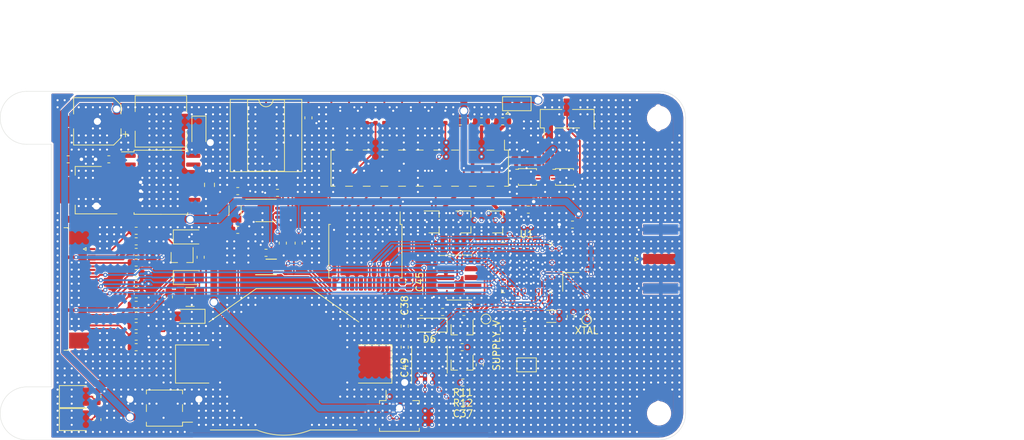
<source format=kicad_pcb>
(kicad_pcb (version 20171130) (host pcbnew 5.1.7)
  (layers (0 F.Cu signal) (1 In1.Cu signal hide) (2 In2.Cu signal hide) (31 B.Cu signal) (34 B.Paste user) (35 F.Paste user hide) (36 B.SilkS user) (37 F.SilkS user) (38 B.Mask user) (39 F.Mask user hide) (44 Edge.Cuts user))
  (net 0 "")
  (net 1 GND)
  (net 2 +3V3)
  (net 3 "Net-(D7-Pad2)")
  (net 4 "Net-(BT1-Pad1)")
  (net 5 "Net-(C5-Pad2)")
  (net 6 "Net-(C9-Pad1)")
  (net 7 "Net-(C12-Pad2)")
  (net 8 "Net-(C13-Pad2)")
  (net 9 "Net-(C13-Pad1)")
  (net 10 /RESET_b)
  (net 11 /display/VDD)
  (net 12 /display/VPP)
  (net 13 /display/VSH)
  (net 14 /display/PREVGH)
  (net 15 /display/VGL)
  (net 16 /display/VSL)
  (net 17 /display/VGH)
  (net 18 /display/PREVGL)
  (net 19 /display/VCOM)
  (net 20 "Net-(C26-Pad2)")
  (net 21 "Net-(C26-Pad1)")
  (net 22 "Net-(C28-Pad2)")
  (net 23 +36V)
  (net 24 +5V)
  (net 25 /ADC_IN)
  (net 26 "Net-(C37-Pad1)")
  (net 27 /GPIO/BTN_UP)
  (net 28 /GPIO/BTN_DOWN)
  (net 29 /GPIO/BTN_LEFT)
  (net 30 /GPIO/BTN_RIGHT)
  (net 31 /BTN_OK)
  (net 32 "Net-(C47-Pad1)")
  (net 33 "Net-(D1-Pad2)")
  (net 34 "Net-(D5-Pad1)")
  (net 35 "Net-(D6-Pad1)")
  (net 36 /SPI1_MOSI)
  (net 37 /SPI1_SCK)
  (net 38 /SPI1_PCS0)
  (net 39 /~DP_RST)
  (net 40 /DP_BUSY)
  (net 41 /display/TSDA)
  (net 42 /display/TSCL)
  (net 43 /display/RESE)
  (net 44 /display/GDR)
  (net 45 /display/HLT_CTL)
  (net 46 /regulator_out/pwm_out)
  (net 47 "Net-(Q2-Pad3)")
  (net 48 "Net-(Q3-Pad3)")
  (net 49 /TPM0_CH1)
  (net 50 /TPM0_CH3)
  (net 51 /TPM0_CH2)
  (net 52 /I2C1_SCL)
  (net 53 /I2C1_SDA)
  (net 54 /DAC0_OUT)
  (net 55 "Net-(TP2-Pad1)")
  (net 56 "Net-(TP3-Pad1)")
  (net 57 "Net-(TP4-Pad1)")
  (net 58 "Net-(TP5-Pad1)")
  (net 59 /SWD_DIO)
  (net 60 /SWD_CLK)
  (net 61 "Net-(U2-Pad7)")
  (net 62 "Net-(U3-Pad7)")
  (net 63 /~BTN_INT)
  (net 64 "Net-(U8-Pad12)")
  (net 65 "Net-(U8-Pad11)")
  (net 66 "Net-(U8-Pad10)")
  (net 67 "Net-(U9-Pad6)")
  (net 68 /LPUART0_TX)
  (net 69 "Net-(U1-Pad30)")
  (net 70 "Net-(U1-Pad31)")
  (net 71 "Net-(U1-Pad22)")
  (net 72 "Net-(U1-Pad21)")
  (net 73 "Net-(U1-Pad5)")
  (net 74 "Net-(U1-Pad11)")
  (net 75 "Net-(U1-Pad12)")
  (net 76 "Net-(U1-Pad14)")
  (net 77 "Net-(U1-Pad18)")
  (net 78 "Net-(U1-Pad19)")
  (net 79 "Net-(U1-Pad25)")
  (net 80 "Net-(U1-Pad40)")
  (net 81 "Net-(U1-Pad46)")
  (net 82 /VREF)
  (net 83 /VDD_RF)
  (net 84 /XTAL_O)
  (net 85 /VDDA)
  (net 86 /VDD_0)
  (net 87 /VDD_1)
  (net 88 "Net-(J4-Pad8)")
  (net 89 "Net-(J4-Pad7)")
  (net 90 "Net-(J4-Pad6)")
  (net 91 /GPIO/GREEN)
  (net 92 /GPIO/YELLOW)
  (net 93 /GPIO/RED)
  (net 94 "Net-(Q4-Pad3)")
  (net 95 "Net-(Q5-Pad3)")
  (net 96 /LPUART0_RX)
  (net 97 "Net-(U10-Pad3)")
  (net 98 /UART_RX)
  (net 99 /UART_TX)
  (net 100 /GPIO/BTN_CANCEL)
  (net 101 "Net-(Q6-Pad3)")
  (module Battery:BatteryHolder_Keystone_3002_1x2032 (layer F.Cu) (at 114.173 113.284 180)
    (fp_text reference BT1)
    (fp_text value Battery_Cell)
    (pad 2 smd circle (at 0 0 180) (size 17.8 17.8) (layers F.Cu F.Mask) (net 1 GND))
    (pad 1 smd rect (at -12.8 0 180) (size 5.1 5.1) (layers F.Cu F.Paste F.Mask) (net 4 "Net-(BT1-Pad1)"))
    (pad 1 smd rect (at 12.8 0 180) (size 5.1 5.1) (layers F.Cu F.Paste F.Mask) (net 4 "Net-(BT1-Pad1)"))
  )
  (module Package_DFN_QFN:NXP_LQFN-48-1EP_7x7mm_P0.5mm_EP3.5x3.5mm_16xMask0.45x0.45_ThermalVias (layer F.Cu) (at 149.098 99.421)
    (fp_text reference U1 (at 0 -4.82) (layer F.SilkS))
    (fp_text value MKW41Z512VHT)
    (pad 1 smd roundrect (at -3.375 -2.75) (size 0.85 0.27) (layers F.Cu F.Paste F.Mask) (net 59 /SWD_DIO))
    (pad 2 smd roundrect (at -3.375 -2.25) (size 0.85 0.27) (layers F.Cu F.Paste F.Mask) (net 60 /SWD_CLK))
    (pad 3 smd roundrect (at -3.375 -1.75) (size 0.85 0.27) (layers F.Cu F.Paste F.Mask) (net 10 /RESET_b))
    (pad 4 smd roundrect (at -3.375 -1.25) (size 0.85 0.27) (layers F.Cu F.Paste F.Mask) (net 36 /SPI1_MOSI))
    (pad 5 smd roundrect (at -3.375 -0.75) (size 0.85 0.27) (layers F.Cu F.Paste F.Mask) (net 73 "Net-(U1-Pad5)"))
    (pad 6 smd roundrect (at -3.375 -0.25) (size 0.85 0.27) (layers F.Cu F.Paste F.Mask) (net 37 /SPI1_SCK))
    (pad 7 smd roundrect (at -3.375 0.25) (size 0.85 0.27) (layers F.Cu F.Paste F.Mask) (net 38 /SPI1_PCS0))
    (pad 8 smd roundrect (at -3.375 0.75) (size 0.85 0.27) (layers F.Cu F.Paste F.Mask) (net 1 GND))
    (pad 9 smd roundrect (at -3.375 1.25) (size 0.85 0.27) (layers F.Cu F.Paste F.Mask) (net 2 +3V3))
    (pad 10 smd roundrect (at -3.375 1.75) (size 0.85 0.27) (layers F.Cu F.Paste F.Mask) (net 2 +3V3))
    (pad 11 smd roundrect (at -3.375 2.25) (size 0.85 0.27) (layers F.Cu F.Paste F.Mask) (net 74 "Net-(U1-Pad11)"))
    (pad 12 smd roundrect (at -3.375 2.75) (size 0.85 0.27) (layers F.Cu F.Paste F.Mask) (net 75 "Net-(U1-Pad12)"))
    (pad 13 smd roundrect (at -2.75 3.375) (size 0.27 0.85) (layers F.Cu F.Paste F.Mask) (net 1 GND))
    (pad 14 smd roundrect (at -2.25 3.375) (size 0.27 0.85) (layers F.Cu F.Paste F.Mask) (net 76 "Net-(U1-Pad14)"))
    (pad 15 smd roundrect (at -1.75 3.375) (size 0.27 0.85) (layers F.Cu F.Paste F.Mask) (net 2 +3V3))
    (pad 16 smd roundrect (at -1.25 3.375) (size 0.27 0.85) (layers F.Cu F.Paste F.Mask) (net 49 /TPM0_CH1))
    (pad 17 smd roundrect (at -0.75 3.375) (size 0.27 0.85) (layers F.Cu F.Paste F.Mask) (net 51 /TPM0_CH2))
    (pad 18 smd roundrect (at -0.25 3.375) (size 0.27 0.85) (layers F.Cu F.Paste F.Mask) (net 77 "Net-(U1-Pad18)"))
    (pad 19 smd roundrect (at 0.25 3.375) (size 0.27 0.85) (layers F.Cu F.Paste F.Mask) (net 78 "Net-(U1-Pad19)"))
    (pad 20 smd roundrect (at 0.75 3.375) (size 0.27 0.85) (layers F.Cu F.Paste F.Mask) (net 86 /VDD_0))
    (pad 21 smd roundrect (at 1.25 3.375) (size 0.27 0.85) (layers F.Cu F.Paste F.Mask) (net 72 "Net-(U1-Pad21)"))
    (pad 22 smd roundrect (at 1.75 3.375) (size 0.27 0.85) (layers F.Cu F.Paste F.Mask) (net 71 "Net-(U1-Pad22)"))
    (pad 23 smd roundrect (at 2.25 3.375) (size 0.27 0.85) (layers F.Cu F.Paste F.Mask) (net 54 /DAC0_OUT))
    (pad 24 smd roundrect (at 2.75 3.375) (size 0.27 0.85) (layers F.Cu F.Paste F.Mask) (net 25 /ADC_IN))
    (pad 25 smd roundrect (at 3.375 2.75) (size 0.85 0.27) (layers F.Cu F.Paste F.Mask) (net 79 "Net-(U1-Pad25)"))
    (pad 26 smd roundrect (at 3.375 2.25) (size 0.85 0.27) (layers F.Cu F.Paste F.Mask) (net 1 GND))
    (pad 27 smd roundrect (at 3.375 1.75) (size 0.85 0.27) (layers F.Cu F.Paste F.Mask) (net 82 /VREF))
    (pad 28 smd roundrect (at 3.375 1.25) (size 0.85 0.27) (layers F.Cu F.Paste F.Mask) (net 85 /VDDA))
    (pad 29 smd roundrect (at 3.375 0.75) (size 0.85 0.27) (layers F.Cu F.Paste F.Mask) (net 84 /XTAL_O))
    (pad 30 smd roundrect (at 3.375 0.25) (size 0.85 0.27) (layers F.Cu F.Paste F.Mask) (net 69 "Net-(U1-Pad30)"))
    (pad 31 smd roundrect (at 3.375 -0.25) (size 0.85 0.27) (layers F.Cu F.Paste F.Mask) (net 70 "Net-(U1-Pad31)"))
    (pad 32 smd roundrect (at 3.375 -0.75) (size 0.85 0.27) (layers F.Cu F.Paste F.Mask) (net 83 /VDD_RF))
    (pad 33 smd roundrect (at 3.375 -1.25) (size 0.85 0.27) (layers F.Cu F.Paste F.Mask) (net 6 "Net-(C9-Pad1)"))
    (pad 34 smd roundrect (at 3.375 -1.75) (size 0.85 0.27) (layers F.Cu F.Paste F.Mask) (net 1 GND))
    (pad 35 smd roundrect (at 3.375 -2.25) (size 0.85 0.27) (layers F.Cu F.Paste F.Mask) (net 83 /VDD_RF))
    (pad 36 smd roundrect (at 3.375 -2.75) (size 0.85 0.27) (layers F.Cu F.Paste F.Mask) (net 83 /VDD_RF))
    (pad 37 smd roundrect (at 2.75 -3.375) (size 0.27 0.85) (layers F.Cu F.Paste F.Mask) (net 63 /~BTN_INT))
    (pad 38 smd roundrect (at 2.25 -3.375) (size 0.27 0.85) (layers F.Cu F.Paste F.Mask) (net 52 /I2C1_SCL))
    (pad 39 smd roundrect (at 1.75 -3.375) (size 0.27 0.85) (layers F.Cu F.Paste F.Mask) (net 53 /I2C1_SDA))
    (pad 40 smd roundrect (at 1.25 -3.375) (size 0.27 0.85) (layers F.Cu F.Paste F.Mask) (net 80 "Net-(U1-Pad40)"))
    (pad 41 smd roundrect (at 0.75 -3.375) (size 0.27 0.85) (layers F.Cu F.Paste F.Mask) (net 31 /BTN_OK))
    (pad 42 smd roundrect (at 0.25 -3.375) (size 0.27 0.85) (layers F.Cu F.Paste F.Mask) (net 96 /LPUART0_RX))
    (pad 43 smd roundrect (at -0.25 -3.375) (size 0.27 0.85) (layers F.Cu F.Paste F.Mask) (net 68 /LPUART0_TX))
    (pad 44 smd roundrect (at -0.75 -3.375) (size 0.27 0.85) (layers F.Cu F.Paste F.Mask) (net 87 /VDD_1))
    (pad 45 smd roundrect (at -1.25 -3.375) (size 0.27 0.85) (layers F.Cu F.Paste F.Mask) (net 50 /TPM0_CH3))
    (pad 46 smd roundrect (at -1.75 -3.375) (size 0.27 0.85) (layers F.Cu F.Paste F.Mask) (net 81 "Net-(U1-Pad46)"))
    (pad 47 smd roundrect (at -2.25 -3.375) (size 0.27 0.85) (layers F.Cu F.Paste F.Mask) (net 39 /~DP_RST))
    (pad 48 smd roundrect (at -2.75 -3.375) (size 0.27 0.85) (layers F.Cu F.Paste F.Mask) (net 40 /DP_BUSY))
    (pad 49 smd rect (at 0 0) (size 3.5 3.5) (layers F.Cu) (net 1 GND))
    (pad 49 smd roundrect (at 0 0) (size 2.55 2.55) (layers B.Cu) (roundrect_rratio 0.115) (net 1 GND))
    (pad 49 thru_hole circle (at -1 -1) (size 0.55 0.55) (drill 0.25) (layers *.Cu) (net 1 GND))
    (pad 49 thru_hole circle (at -1 0) (size 0.55 0.55) (drill 0.25) (layers *.Cu) (net 1 GND))
    (pad 49 thru_hole circle (at -1 1) (size 0.55 0.55) (drill 0.25) (layers *.Cu) (net 1 GND))
    (pad 49 thru_hole circle (at 0 -1) (size 0.55 0.55) (drill 0.25) (layers *.Cu) (net 1 GND))
    (pad 49 thru_hole circle (at 0 0) (size 0.55 0.55) (drill 0.25) (layers *.Cu) (net 1 GND))
    (pad 49 thru_hole circle (at 0 1) (size 0.55 0.55) (drill 0.25) (layers *.Cu) (net 1 GND))
    (pad 49 thru_hole circle (at 1 -1) (size 0.55 0.55) (drill 0.25) (layers *.Cu) (net 1 GND))
    (pad 49 thru_hole circle (at 1 0) (size 0.55 0.55) (drill 0.25) (layers *.Cu) (net 1 GND))
    (pad 49 thru_hole circle (at 1 1) (size 0.55 0.55) (drill 0.25) (layers *.Cu) (net 1 GND))
  )
  (module Resistor_SMD:R_0603_1608Metric (layer F.Cu) (at 116.332 95.885 270)
    (fp_text reference R6)
    (fp_text value 2k2)
    (pad 2 smd roundrect (at 0.7875 0 270) (size 0.875 0.95) (layers F.Cu F.Paste F.Mask) (net 53 /I2C1_SDA))
    (pad 1 smd roundrect (at -0.7875 0 270) (size 0.875 0.95) (layers F.Cu F.Paste F.Mask) (net 2 +3V3))
  )
  (module Resistor_SMD:R_0603_1608Metric (layer F.Cu) (at 114.046 95.885 270)
    (fp_text reference R5)
    (fp_text value 2k2)
    (pad 2 smd roundrect (at 0.7875 0 270) (size 0.875 0.95) (layers F.Cu F.Paste F.Mask) (net 52 /I2C1_SCL))
    (pad 1 smd roundrect (at -0.7875 0 270) (size 0.875 0.95) (layers F.Cu F.Paste F.Mask) (net 2 +3V3))
  )
  (module Capacitor_SMD:C_0402_1005Metric (layer F.Cu) (at 146.812 105.41 270)
    (fp_text reference C60)
    (fp_text value 1u)
    (pad 2 smd roundrect (at 0.485 0 270) (size 0.59 0.64) (layers F.Cu F.Paste F.Mask) (net 1 GND))
    (pad 1 smd roundrect (at -0.485 0 270) (size 0.59 0.64) (layers F.Cu F.Paste F.Mask) (net 2 +3V3))
  )
  (module Resistor_SMD:R_0603_1608Metric (layer F.Cu) (at 139.827 110.871 180)
    (fp_text reference R26)
    (fp_text value 0)
    (pad 2 smd roundrect (at 0.7875 0 180) (size 0.875 0.95) (layers F.Cu F.Paste F.Mask) (net 1 GND))
    (pad 1 smd roundrect (at -0.7875 0 180) (size 0.875 0.95) (layers F.Cu F.Paste F.Mask) (net 47 "Net-(Q2-Pad3)"))
  )
  (module Resistor_SMD:R_0603_1608Metric (layer F.Cu) (at 142.367 113.411 90)
    (fp_text reference R10)
    (fp_text value 10K)
    (pad 2 smd roundrect (at 0.7875 0 90) (size 0.875 0.95) (layers F.Cu F.Paste F.Mask) (net 47 "Net-(Q2-Pad3)"))
    (pad 1 smd roundrect (at -0.7875 0 90) (size 0.875 0.95) (layers F.Cu F.Paste F.Mask) (net 23 +36V))
  )
  (module Package_TO_SOT_SMD:SOT-23 (layer F.Cu) (at 139.827 113.411 270)
    (fp_text reference Q6)
    (fp_text value BSS806NL6327)
    (pad 3 smd rect (at 1 0 270) (size 0.9 0.8) (layers F.Cu F.Paste F.Mask) (net 101 "Net-(Q6-Pad3)"))
    (pad 2 smd rect (at -1 0.95 270) (size 0.9 0.8) (layers F.Cu F.Paste F.Mask) (net 1 GND))
    (pad 1 smd rect (at -1 -0.95 270) (size 0.9 0.8) (layers F.Cu F.Paste F.Mask) (net 47 "Net-(Q2-Pad3)"))
  )
  (module Package_TO_SOT_SMD:SOT-23 (layer F.Cu) (at 144.907 92.837)
    (fp_text reference Q5)
    (fp_text value BSS806NL6327)
    (pad 3 smd rect (at 1 0) (size 0.9 0.8) (layers F.Cu F.Paste F.Mask) (net 95 "Net-(Q5-Pad3)"))
    (pad 2 smd rect (at -1 0.95) (size 0.9 0.8) (layers F.Cu F.Paste F.Mask) (net 1 GND))
    (pad 1 smd rect (at -1 -0.95) (size 0.9 0.8) (layers F.Cu F.Paste F.Mask) (net 50 /TPM0_CH3))
  )
  (module Package_TO_SOT_SMD:SOT-23 (layer F.Cu) (at 135.763 92.837)
    (fp_text reference Q4)
    (fp_text value BSS806NL6327)
    (pad 3 smd rect (at 1 0) (size 0.9 0.8) (layers F.Cu F.Paste F.Mask) (net 94 "Net-(Q4-Pad3)"))
    (pad 2 smd rect (at -1 0.95) (size 0.9 0.8) (layers F.Cu F.Paste F.Mask) (net 1 GND))
    (pad 1 smd rect (at -1 -0.95) (size 0.9 0.8) (layers F.Cu F.Paste F.Mask) (net 49 /TPM0_CH1))
  )
  (module Package_TO_SOT_SMD:SOT-23 (layer F.Cu) (at 140.335 92.837)
    (fp_text reference Q3)
    (fp_text value BSS806NL6327)
    (pad 3 smd rect (at 1 0) (size 0.9 0.8) (layers F.Cu F.Paste F.Mask) (net 48 "Net-(Q3-Pad3)"))
    (pad 2 smd rect (at -1 0.95) (size 0.9 0.8) (layers F.Cu F.Paste F.Mask) (net 1 GND))
    (pad 1 smd rect (at -1 -0.95) (size 0.9 0.8) (layers F.Cu F.Paste F.Mask) (net 51 /TPM0_CH2))
  )
  (module Package_TO_SOT_SMD:SOT-23 (layer F.Cu) (at 139.827 108.331 270)
    (fp_text reference Q2)
    (fp_text value BSS806NL6327)
    (pad 3 smd rect (at 1 0 270) (size 0.9 0.8) (layers F.Cu F.Paste F.Mask) (net 47 "Net-(Q2-Pad3)"))
    (pad 2 smd rect (at -1 0.95 270) (size 0.9 0.8) (layers F.Cu F.Paste F.Mask) (net 1 GND))
    (pad 1 smd rect (at -1 -0.95 270) (size 0.9 0.8) (layers F.Cu F.Paste F.Mask) (net 54 /DAC0_OUT))
  )
  (module Connector_Molex:Molex_PicoBlade_53261-0371_1x03-1MP_P1.25mm_Horizontal (layer F.Cu) (at 130.81 120.269)
    (fp_text reference J3)
    (fp_text value "Thermosthat - Molex PicoBlade")
    (pad MP smd roundrect (at 3.8 0.5) (size 2.1 3) (layers F.Cu F.Paste F.Mask) (roundrect_rratio 0.119048))
    (pad MP smd roundrect (at -3.8 0.5) (size 2.1 3) (layers F.Cu F.Paste F.Mask) (roundrect_rratio 0.119048))
    (pad 3 smd roundrect (at 1.25 -2.4) (size 0.8 1.6) (layers F.Cu F.Paste F.Mask) (net 1 GND))
    (pad 2 smd roundrect (at 0 -2.4) (size 0.8 1.6) (layers F.Cu F.Paste F.Mask) (net 23 +36V))
    (pad 1 smd roundrect (at -1.25 -2.4) (size 0.8 1.6) (layers F.Cu F.Paste F.Mask) (net 46 /regulator_out/pwm_out))
  )
  (module Capacitor_SMD:C_0805_2012Metric (layer F.Cu) (at 103.505 87.503 90)
    (fp_text reference C32)
    (fp_text value 22u)
    (pad 2 smd roundrect (at 0.9375 0 90) (size 0.975 1.4) (layers F.Cu F.Paste F.Mask) (net 1 GND))
    (pad 1 smd roundrect (at -0.9375 0 90) (size 0.975 1.4) (layers F.Cu F.Paste F.Mask) (net 23 +36V))
  )
  (module Capacitor_SMD:C_0402_1005Metric (layer F.Cu) (at 144.78 105.41 270)
    (fp_text reference C36)
    (fp_text value 10n)
    (pad 2 smd roundrect (at 0.485 0 270) (size 0.59 0.64) (layers F.Cu F.Paste F.Mask) (net 1 GND))
    (pad 1 smd roundrect (at -0.485 0 270) (size 0.59 0.64) (layers F.Cu F.Paste F.Mask) (net 25 /ADC_IN))
  )
  (module Resistor_SMD:R_0402_1005Metric (layer F.Cu) (at 142.621 92.837 270)
    (fp_text reference R25)
    (fp_text value 0?)
    (pad 2 smd roundrect (at 0.485 0 270) (size 0.59 0.64) (layers F.Cu F.Paste F.Mask) (net 1 GND))
    (pad 1 smd roundrect (at -0.485 0 270) (size 0.59 0.64) (layers F.Cu F.Paste F.Mask) (net 50 /TPM0_CH3))
  )
  (module Resistor_SMD:R_0402_1005Metric (layer F.Cu) (at 133.477 92.837 270)
    (fp_text reference R24)
    (fp_text value 0?)
    (pad 2 smd roundrect (at 0.485 0 270) (size 0.59 0.64) (layers F.Cu F.Paste F.Mask) (net 1 GND))
    (pad 1 smd roundrect (at -0.485 0 270) (size 0.59 0.64) (layers F.Cu F.Paste F.Mask) (net 49 /TPM0_CH1))
  )
  (module Resistor_SMD:R_0402_1005Metric (layer F.Cu) (at 138.049 92.837 90)
    (fp_text reference R23)
    (fp_text value 0?)
    (pad 2 smd roundrect (at 0.485 0 90) (size 0.59 0.64) (layers F.Cu F.Paste F.Mask) (net 1 GND))
    (pad 1 smd roundrect (at -0.485 0 90) (size 0.59 0.64) (layers F.Cu F.Paste F.Mask) (net 51 /TPM0_CH2))
  )
  (module Resistor_SMD:R_0402_1005Metric (layer F.Cu) (at 121.031 78.105 90)
    (fp_text reference R2)
    (fp_text value 0)
    (pad 2 smd roundrect (at 0.485 0 90) (size 0.59 0.64) (layers F.Cu F.Paste F.Mask) (net 2 +3V3))
    (pad 1 smd roundrect (at -0.485 0 90) (size 0.59 0.64) (layers F.Cu F.Paste F.Mask) (net 10 /RESET_b))
  )
  (module Capacitor_SMD:C_0402_1005Metric (layer F.Cu) (at 122.301 78.105 90)
    (fp_text reference C14)
    (fp_text value 1n)
    (pad 2 smd roundrect (at 0.485 0 90) (size 0.59 0.64) (layers F.Cu F.Paste F.Mask) (net 1 GND))
    (pad 1 smd roundrect (at -0.485 0 90) (size 0.59 0.64) (layers F.Cu F.Paste F.Mask) (net 10 /RESET_b))
  )
  (module Resistor_SMD:R_0402_1005Metric (layer F.Cu) (at 123.571 78.105 90)
    (fp_text reference R22)
    (fp_text value 100k)
    (pad 2 smd roundrect (at 0.485 0 90) (size 0.59 0.64) (layers F.Cu F.Paste F.Mask) (net 2 +3V3))
    (pad 1 smd roundrect (at -0.485 0 90) (size 0.59 0.64) (layers F.Cu F.Paste F.Mask) (net 100 /GPIO/BTN_CANCEL))
  )
  (module Resistor_SMD:R_0402_1005Metric (layer F.Cu) (at 136.144 78.105 270)
    (fp_text reference R21)
    (fp_text value 100k)
    (pad 2 smd roundrect (at 0.485 0 270) (size 0.59 0.64) (layers F.Cu F.Paste F.Mask) (net 31 /BTN_OK))
    (pad 1 smd roundrect (at -0.485 0 270) (size 0.59 0.64) (layers F.Cu F.Paste F.Mask) (net 2 +3V3))
  )
  (module Resistor_SMD:R_0402_1005Metric (layer F.Cu) (at 126.111 78.105 90)
    (fp_text reference R19)
    (fp_text value 100k)
    (pad 2 smd roundrect (at 0.485 0 90) (size 0.59 0.64) (layers F.Cu F.Paste F.Mask) (net 2 +3V3))
    (pad 1 smd roundrect (at -0.485 0 90) (size 0.59 0.64) (layers F.Cu F.Paste F.Mask) (net 30 /GPIO/BTN_RIGHT))
  )
  (module Resistor_SMD:R_0402_1005Metric (layer F.Cu) (at 128.651 78.105 90)
    (fp_text reference R18)
    (fp_text value 100k)
    (pad 2 smd roundrect (at 0.485 0 90) (size 0.59 0.64) (layers F.Cu F.Paste F.Mask) (net 2 +3V3))
    (pad 1 smd roundrect (at -0.485 0 90) (size 0.59 0.64) (layers F.Cu F.Paste F.Mask) (net 29 /GPIO/BTN_LEFT))
  )
  (module Resistor_SMD:R_0402_1005Metric (layer F.Cu) (at 131.191 78.105 90)
    (fp_text reference R17)
    (fp_text value 100k)
    (pad 2 smd roundrect (at 0.485 0 90) (size 0.59 0.64) (layers F.Cu F.Paste F.Mask) (net 2 +3V3))
    (pad 1 smd roundrect (at -0.485 0 90) (size 0.59 0.64) (layers F.Cu F.Paste F.Mask) (net 28 /GPIO/BTN_DOWN))
  )
  (module Resistor_SMD:R_0402_1005Metric (layer F.Cu) (at 133.731 78.105 90)
    (fp_text reference R16)
    (fp_text value 100k)
    (pad 2 smd roundrect (at 0.485 0 90) (size 0.59 0.64) (layers F.Cu F.Paste F.Mask) (net 2 +3V3))
    (pad 1 smd roundrect (at -0.485 0 90) (size 0.59 0.64) (layers F.Cu F.Paste F.Mask) (net 27 /GPIO/BTN_UP))
  )
  (module Capacitor_SMD:C_0402_1005Metric (layer F.Cu) (at 124.841 78.105 90)
    (fp_text reference C44)
    (fp_text value 1n)
    (pad 2 smd roundrect (at 0.485 0 90) (size 0.59 0.64) (layers F.Cu F.Paste F.Mask) (net 1 GND))
    (pad 1 smd roundrect (at -0.485 0 90) (size 0.59 0.64) (layers F.Cu F.Paste F.Mask) (net 100 /GPIO/BTN_CANCEL))
  )
  (module Capacitor_SMD:C_0402_1005Metric (layer F.Cu) (at 137.414 78.105 90)
    (fp_text reference C43)
    (fp_text value 1n)
    (pad 2 smd roundrect (at 0.485 0 90) (size 0.59 0.64) (layers F.Cu F.Paste F.Mask) (net 1 GND))
    (pad 1 smd roundrect (at -0.485 0 90) (size 0.59 0.64) (layers F.Cu F.Paste F.Mask) (net 31 /BTN_OK))
  )
  (module Capacitor_SMD:C_0402_1005Metric (layer F.Cu) (at 127.381 78.105 90)
    (fp_text reference C42)
    (fp_text value 1n)
    (pad 2 smd roundrect (at 0.485 0 90) (size 0.59 0.64) (layers F.Cu F.Paste F.Mask) (net 1 GND))
    (pad 1 smd roundrect (at -0.485 0 90) (size 0.59 0.64) (layers F.Cu F.Paste F.Mask) (net 30 /GPIO/BTN_RIGHT))
  )
  (module Capacitor_SMD:C_0402_1005Metric (layer F.Cu) (at 129.921 78.105 90)
    (fp_text reference C41)
    (fp_text value 1n)
    (pad 2 smd roundrect (at 0.485 0 90) (size 0.59 0.64) (layers F.Cu F.Paste F.Mask) (net 1 GND))
    (pad 1 smd roundrect (at -0.485 0 90) (size 0.59 0.64) (layers F.Cu F.Paste F.Mask) (net 29 /GPIO/BTN_LEFT))
  )
  (module Capacitor_SMD:C_0402_1005Metric (layer F.Cu) (at 132.461 78.105 90)
    (fp_text reference C40)
    (fp_text value 1n)
    (pad 2 smd roundrect (at 0.485 0 90) (size 0.59 0.64) (layers F.Cu F.Paste F.Mask) (net 1 GND))
    (pad 1 smd roundrect (at -0.485 0 90) (size 0.59 0.64) (layers F.Cu F.Paste F.Mask) (net 28 /GPIO/BTN_DOWN))
  )
  (module Capacitor_SMD:C_0402_1005Metric (layer F.Cu) (at 135.001 78.105 90)
    (fp_text reference C39)
    (fp_text value 1n)
    (pad 2 smd roundrect (at 0.485 0 90) (size 0.59 0.64) (layers F.Cu F.Paste F.Mask) (net 1 GND))
    (pad 1 smd roundrect (at -0.485 0 90) (size 0.59 0.64) (layers F.Cu F.Paste F.Mask) (net 27 /GPIO/BTN_UP))
  )
  (module Capacitor_SMD:C_0402_1005Metric (layer F.Cu) (at 155.702 84.455 180)
    (fp_text reference C59)
    (fp_text value 0,1u)
    (pad 2 smd roundrect (at 0.485 0 180) (size 0.59 0.64) (layers F.Cu F.Paste F.Mask) (net 1 GND))
    (pad 1 smd roundrect (at -0.485 0 180) (size 0.59 0.64) (layers F.Cu F.Paste F.Mask) (net 32 "Net-(C47-Pad1)"))
  )
  (module Capacitor_SMD:C_0402_1005Metric (layer F.Cu) (at 155.702 83.439 180)
    (fp_text reference C58)
    (fp_text value 1u)
    (pad 2 smd roundrect (at 0.485 0 180) (size 0.59 0.64) (layers F.Cu F.Paste F.Mask) (net 1 GND))
    (pad 1 smd roundrect (at -0.485 0 180) (size 0.59 0.64) (layers F.Cu F.Paste F.Mask) (net 32 "Net-(C47-Pad1)"))
  )
  (module Capacitor_SMD:C_0402_1005Metric (layer F.Cu) (at 153.416 83.439)
    (fp_text reference C57)
    (fp_text value 1u)
    (pad 2 smd roundrect (at 0.485 0) (size 0.59 0.64) (layers F.Cu F.Paste F.Mask) (net 1 GND))
    (pad 1 smd roundrect (at -0.485 0) (size 0.59 0.64) (layers F.Cu F.Paste F.Mask) (net 2 +3V3))
  )
  (module Capacitor_SMD:C_0402_1005Metric (layer F.Cu) (at 153.416 84.455)
    (fp_text reference C56)
    (fp_text value 0,1u)
    (pad 2 smd roundrect (at 0.485 0) (size 0.59 0.64) (layers F.Cu F.Paste F.Mask) (net 1 GND))
    (pad 1 smd roundrect (at -0.485 0) (size 0.59 0.64) (layers F.Cu F.Paste F.Mask) (net 2 +3V3))
  )
  (module Capacitor_SMD:C_0402_1005Metric (layer F.Cu) (at 150.368 84.455 180)
    (fp_text reference C48)
    (fp_text value 0,1u)
    (pad 2 smd roundrect (at 0.485 0 180) (size 0.59 0.64) (layers F.Cu F.Paste F.Mask) (net 1 GND))
    (pad 1 smd roundrect (at -0.485 0 180) (size 0.59 0.64) (layers F.Cu F.Paste F.Mask) (net 32 "Net-(C47-Pad1)"))
  )
  (module Capacitor_SMD:C_0402_1005Metric (layer F.Cu) (at 150.368 83.439 180)
    (fp_text reference C47)
    (fp_text value 1u)
    (pad 2 smd roundrect (at 0.485 0 180) (size 0.59 0.64) (layers F.Cu F.Paste F.Mask) (net 1 GND))
    (pad 1 smd roundrect (at -0.485 0 180) (size 0.59 0.64) (layers F.Cu F.Paste F.Mask) (net 32 "Net-(C47-Pad1)"))
  )
  (module Capacitor_SMD:C_0402_1005Metric (layer F.Cu) (at 148.082 83.439)
    (fp_text reference C46)
    (fp_text value 1u)
    (pad 2 smd roundrect (at 0.485 0) (size 0.59 0.64) (layers F.Cu F.Paste F.Mask) (net 1 GND))
    (pad 1 smd roundrect (at -0.485 0) (size 0.59 0.64) (layers F.Cu F.Paste F.Mask) (net 2 +3V3))
  )
  (module Capacitor_SMD:C_0402_1005Metric (layer F.Cu) (at 148.082 84.455)
    (fp_text reference C29)
    (fp_text value 0,1u)
    (pad 2 smd roundrect (at 0.485 0) (size 0.59 0.64) (layers F.Cu F.Paste F.Mask) (net 1 GND))
    (pad 1 smd roundrect (at -0.485 0) (size 0.59 0.64) (layers F.Cu F.Paste F.Mask) (net 2 +3V3))
  )
  (module Connector_PinHeader_2.54mm:PinHeader_1x03_P2.54mm_Vertical_SMD_Pin1Left (layer F.Cu) (at 154.94 77.978 90)
    (fp_text reference J7)
    (fp_text value UART)
    (pad 2 smd rect (at 1.655 0 90) (size 2.51 1) (layers F.Cu F.Paste F.Mask) (net 98 /UART_RX))
    (pad 3 smd rect (at -1.655 2.54 90) (size 2.51 1) (layers F.Cu F.Paste F.Mask) (net 1 GND))
    (pad 1 smd rect (at -1.655 -2.54 90) (size 2.51 1) (layers F.Cu F.Paste F.Mask) (net 99 /UART_TX))
  )
  (module Resistor_SMD:R_0603_1608Metric (layer F.Cu) (at 87.376 121.285 90)
    (fp_text reference R20)
    (fp_text value 0)
    (pad 2 smd roundrect (at 0.7875 0 90) (size 0.875 0.95) (layers F.Cu F.Paste F.Mask) (net 3 "Net-(D7-Pad2)"))
    (pad 1 smd roundrect (at -0.7875 0 90) (size 0.875 0.95) (layers F.Cu F.Paste F.Mask) (net 2 +3V3))
  )
  (module Resistor_SMD:R_0603_1608Metric (layer F.Cu) (at 87.376 117.983 270)
    (fp_text reference R1)
    (fp_text value 0)
    (pad 2 smd roundrect (at 0.7875 0 270) (size 0.875 0.95) (layers F.Cu F.Paste F.Mask) (net 33 "Net-(D1-Pad2)"))
    (pad 1 smd roundrect (at -0.7875 0 270) (size 0.875 0.95) (layers F.Cu F.Paste F.Mask) (net 24 +5V))
  )
  (module Connector_PinHeader_2.54mm:PinHeader_2x02_P2.54mm_Vertical_SMD (layer F.Cu) (at 97.028 119.634 180)
    (fp_text reference J6)
    (fp_text value Conn_02x02_Odd_Even)
    (pad 4 smd rect (at 2.525 1.27 180) (size 3.15 1) (layers F.Cu F.Paste F.Mask) (net 1 GND))
    (pad 3 smd rect (at -2.525 1.27 180) (size 3.15 1) (layers F.Cu F.Paste F.Mask) (net 1 GND))
    (pad 2 smd rect (at 2.525 -1.27 180) (size 3.15 1) (layers F.Cu F.Paste F.Mask) (net 24 +5V))
    (pad 1 smd rect (at -2.525 -1.27 180) (size 3.15 1) (layers F.Cu F.Paste F.Mask) (net 2 +3V3))
  )
  (module LED_SMD:LED_1210_3225Metric (layer F.Cu) (at 84.201 121.285)
    (fp_text reference D7)
    (fp_text value LED)
    (pad 2 smd roundrect (at 1.4 0) (size 1.25 2.65) (layers F.Cu F.Paste F.Mask) (roundrect_rratio 0.2) (net 3 "Net-(D7-Pad2)"))
    (pad 1 smd roundrect (at -1.4 0) (size 1.25 2.65) (layers F.Cu F.Paste F.Mask) (roundrect_rratio 0.2) (net 1 GND))
  )
  (module LED_SMD:LED_1210_3225Metric (layer F.Cu) (at 84.201 117.983)
    (fp_text reference D1)
    (fp_text value LED)
    (pad 2 smd roundrect (at 1.4 0) (size 1.25 2.65) (layers F.Cu F.Paste F.Mask) (roundrect_rratio 0.2) (net 33 "Net-(D1-Pad2)"))
    (pad 1 smd roundrect (at -1.4 0) (size 1.25 2.65) (layers F.Cu F.Paste F.Mask) (roundrect_rratio 0.2) (net 1 GND))
  )
  (module Package_SO:VSSOP-8_2.4x2.1mm_P0.5mm (layer F.Cu) (at 154.559 86.36)
    (fp_text reference U10)
    (fp_text value SN74LVC2T45DCUR)
    (pad 8 smd rect (at 1.55 -0.75) (size 0.75 0.25) (layers F.Cu F.Paste F.Mask) (net 32 "Net-(C47-Pad1)"))
    (pad 7 smd rect (at 1.55 -0.25) (size 0.75 0.25) (layers F.Cu F.Paste F.Mask) (net 98 /UART_RX))
    (pad 6 smd rect (at 1.55 0.25) (size 0.75 0.25) (layers F.Cu F.Paste F.Mask) (net 1 GND))
    (pad 5 smd rect (at 1.55 0.75) (size 0.75 0.25) (layers F.Cu F.Paste F.Mask) (net 1 GND))
    (pad 4 smd rect (at -1.55 0.75) (size 0.75 0.25) (layers F.Cu F.Paste F.Mask) (net 1 GND))
    (pad 3 smd rect (at -1.55 0.25) (size 0.75 0.25) (layers F.Cu F.Paste F.Mask) (net 97 "Net-(U10-Pad3)"))
    (pad 2 smd rect (at -1.55 -0.25) (size 0.75 0.25) (layers F.Cu F.Paste F.Mask) (net 96 /LPUART0_RX))
    (pad 1 smd rect (at -1.55 -0.75) (size 0.75 0.25) (layers F.Cu F.Paste F.Mask) (net 2 +3V3))
  )
  (module Connector_PinHeader_2.54mm:PinHeader_2x10_P2.54mm_Vertical_SMD (layer F.Cu) (at 133.731 85.09 270)
    (fp_text reference J5)
    (fp_text value Conn_01x20)
    (pad 20 smd rect (at 2.525 11.43 270) (size 3.15 1) (layers F.Cu F.Paste F.Mask) (net 1 GND))
    (pad 19 smd rect (at -2.525 11.43 270) (size 3.15 1) (layers F.Cu F.Paste F.Mask) (net 10 /RESET_b))
    (pad 18 smd rect (at 2.525 8.89 270) (size 3.15 1) (layers F.Cu F.Paste F.Mask) (net 1 GND))
    (pad 17 smd rect (at -2.525 8.89 270) (size 3.15 1) (layers F.Cu F.Paste F.Mask) (net 100 /GPIO/BTN_CANCEL))
    (pad 16 smd rect (at 2.525 6.35 270) (size 3.15 1) (layers F.Cu F.Paste F.Mask) (net 1 GND))
    (pad 15 smd rect (at -2.525 6.35 270) (size 3.15 1) (layers F.Cu F.Paste F.Mask) (net 30 /GPIO/BTN_RIGHT))
    (pad 14 smd rect (at 2.525 3.81 270) (size 3.15 1) (layers F.Cu F.Paste F.Mask) (net 1 GND))
    (pad 13 smd rect (at -2.525 3.81 270) (size 3.15 1) (layers F.Cu F.Paste F.Mask) (net 29 /GPIO/BTN_LEFT))
    (pad 12 smd rect (at 2.525 1.27 270) (size 3.15 1) (layers F.Cu F.Paste F.Mask) (net 1 GND))
    (pad 11 smd rect (at -2.525 1.27 270) (size 3.15 1) (layers F.Cu F.Paste F.Mask) (net 28 /GPIO/BTN_DOWN))
    (pad 10 smd rect (at 2.525 -1.27 270) (size 3.15 1) (layers F.Cu F.Paste F.Mask) (net 1 GND))
    (pad 9 smd rect (at -2.525 -1.27 270) (size 3.15 1) (layers F.Cu F.Paste F.Mask) (net 27 /GPIO/BTN_UP))
    (pad 8 smd rect (at 2.525 -3.81 270) (size 3.15 1) (layers F.Cu F.Paste F.Mask) (net 1 GND))
    (pad 7 smd rect (at -2.525 -3.81 270) (size 3.15 1) (layers F.Cu F.Paste F.Mask) (net 31 /BTN_OK))
    (pad 6 smd rect (at 2.525 -6.35 270) (size 3.15 1) (layers F.Cu F.Paste F.Mask) (net 2 +3V3))
    (pad 5 smd rect (at -2.525 -6.35 270) (size 3.15 1) (layers F.Cu F.Paste F.Mask) (net 92 /GPIO/YELLOW))
    (pad 4 smd rect (at 2.525 -8.89 270) (size 3.15 1) (layers F.Cu F.Paste F.Mask) (net 2 +3V3))
    (pad 3 smd rect (at -2.525 -8.89 270) (size 3.15 1) (layers F.Cu F.Paste F.Mask) (net 93 /GPIO/RED))
    (pad 2 smd rect (at 2.525 -11.43 270) (size 3.15 1) (layers F.Cu F.Paste F.Mask) (net 2 +3V3))
    (pad 1 smd rect (at -2.525 -11.43 270) (size 3.15 1) (layers F.Cu F.Paste F.Mask) (net 91 /GPIO/GREEN))
  )
  (module Connector_PinHeader_1.27mm:PinHeader_2x05_P1.27mm_Vertical_SMD (layer F.Cu) (at 139.446 100.838)
    (fp_text reference J4)
    (fp_text value Conn_ARM_JTAG_SWD_10)
    (pad 10 smd rect (at 1.95 2.54) (size 2.4 0.74) (layers F.Cu F.Paste F.Mask) (net 10 /RESET_b))
    (pad 9 smd rect (at -1.95 2.54) (size 2.4 0.74) (layers F.Cu F.Paste F.Mask) (net 1 GND))
    (pad 8 smd rect (at 1.95 1.27) (size 2.4 0.74) (layers F.Cu F.Paste F.Mask) (net 88 "Net-(J4-Pad8)"))
    (pad 7 smd rect (at -1.95 1.27) (size 2.4 0.74) (layers F.Cu F.Paste F.Mask) (net 89 "Net-(J4-Pad7)"))
    (pad 6 smd rect (at 1.95 0) (size 2.4 0.74) (layers F.Cu F.Paste F.Mask) (net 90 "Net-(J4-Pad6)"))
    (pad 5 smd rect (at -1.95 0) (size 2.4 0.74) (layers F.Cu F.Paste F.Mask) (net 1 GND))
    (pad 4 smd rect (at 1.95 -1.27) (size 2.4 0.74) (layers F.Cu F.Paste F.Mask) (net 60 /SWD_CLK))
    (pad 3 smd rect (at -1.95 -1.27) (size 2.4 0.74) (layers F.Cu F.Paste F.Mask) (net 1 GND))
    (pad 2 smd rect (at 1.95 -2.54) (size 2.4 0.74) (layers F.Cu F.Paste F.Mask) (net 59 /SWD_DIO))
    (pad 1 smd rect (at -1.95 -2.54) (size 2.4 0.74) (layers F.Cu F.Paste F.Mask) (net 2 +3V3))
  )
  (module Inductor_SMD:L_0402_1005Metric (layer F.Cu) (at 150.368 93.345 90)
    (fp_text reference L7)
    (fp_text value 0,1u)
    (pad 2 smd roundrect (at 0.485 0 90) (size 0.59 0.64) (layers F.Cu F.Paste F.Mask) (net 2 +3V3))
    (pad 1 smd roundrect (at -0.485 0 90) (size 0.59 0.64) (layers F.Cu F.Paste F.Mask) (net 87 /VDD_1))
  )
  (module Capacitor_SMD:C_0603_1608Metric (layer F.Cu) (at 149.352 91.059)
    (fp_text reference C55)
    (fp_text value 10u)
    (pad 2 smd roundrect (at 0.7875 0) (size 0.875 0.95) (layers F.Cu F.Paste F.Mask) (net 2 +3V3))
    (pad 1 smd roundrect (at -0.7875 0) (size 0.875 0.95) (layers F.Cu F.Paste F.Mask) (net 1 GND))
  )
  (module Inductor_SMD:L_0402_1005Metric (layer F.Cu) (at 147.828 105.41 270)
    (fp_text reference L6)
    (fp_text value 0,1u)
    (pad 2 smd roundrect (at 0.485 0 270) (size 0.59 0.64) (layers F.Cu F.Paste F.Mask) (net 2 +3V3))
    (pad 1 smd roundrect (at -0.485 0 270) (size 0.59 0.64) (layers F.Cu F.Paste F.Mask) (net 86 /VDD_0))
  )
  (module Capacitor_SMD:C_0603_1608Metric (layer F.Cu) (at 148.844 107.696 180)
    (fp_text reference C54)
    (fp_text value 10u)
    (pad 2 smd roundrect (at 0.7875 0 180) (size 0.875 0.95) (layers F.Cu F.Paste F.Mask) (net 2 +3V3))
    (pad 1 smd roundrect (at -0.7875 0 180) (size 0.875 0.95) (layers F.Cu F.Paste F.Mask) (net 1 GND))
  )
  (module Capacitor_SMD:C_0402_1005Metric (layer F.Cu) (at 149.352 93.345 90)
    (fp_text reference C53)
    (fp_text value 1u)
    (pad 2 smd roundrect (at 0.485 0 90) (size 0.59 0.64) (layers F.Cu F.Paste F.Mask) (net 1 GND))
    (pad 1 smd roundrect (at -0.485 0 90) (size 0.59 0.64) (layers F.Cu F.Paste F.Mask) (net 87 /VDD_1))
  )
  (module Capacitor_SMD:C_0402_1005Metric (layer F.Cu) (at 148.844 105.41 270)
    (fp_text reference C52)
    (fp_text value 1u)
    (pad 2 smd roundrect (at 0.485 0 270) (size 0.59 0.64) (layers F.Cu F.Paste F.Mask) (net 1 GND))
    (pad 1 smd roundrect (at -0.485 0 270) (size 0.59 0.64) (layers F.Cu F.Paste F.Mask) (net 86 /VDD_0))
  )
  (module Capacitor_SMD:C_0603_1608Metric (layer F.Cu) (at 155.448 106.426 90)
    (fp_text reference C51)
    (fp_text value 10u)
    (pad 2 smd roundrect (at 0.7875 0 90) (size 0.875 0.95) (layers F.Cu F.Paste F.Mask) (net 2 +3V3))
    (pad 1 smd roundrect (at -0.7875 0 90) (size 0.875 0.95) (layers F.Cu F.Paste F.Mask) (net 1 GND))
  )
  (module Capacitor_SMD:C_0402_1005Metric (layer F.Cu) (at 154.686 103.886 90)
    (fp_text reference C50)
    (fp_text value 0,1u)
    (pad 2 smd roundrect (at 0.485 0 90) (size 0.59 0.64) (layers F.Cu F.Paste F.Mask) (net 1 GND))
    (pad 1 smd roundrect (at -0.485 0 90) (size 0.59 0.64) (layers F.Cu F.Paste F.Mask) (net 85 /VDDA))
  )
  (module Capacitor_SMD:C_0402_1005Metric (layer F.Cu) (at 155.702 103.886 90)
    (fp_text reference C8)
    (fp_text value 1u)
    (pad 2 smd roundrect (at 0.485 0 90) (size 0.59 0.64) (layers F.Cu F.Paste F.Mask) (net 1 GND))
    (pad 1 smd roundrect (at -0.485 0 90) (size 0.59 0.64) (layers F.Cu F.Paste F.Mask) (net 85 /VDDA))
  )
  (module Crystal:Crystal_SMD_3215-2Pin_3.2x1.5mm (layer F.Cu) (at 107.188 91.186 90)
    (fp_text reference Y3)
    (fp_text value "32.768KHz 20PPM 3.2x1.5mm 7PF")
    (pad 2 smd rect (at -1.25 0 90) (size 1 1.8) (layers F.Cu F.Paste F.Mask) (net 22 "Net-(C28-Pad2)"))
    (pad 1 smd rect (at 1.25 0 90) (size 1 1.8) (layers F.Cu F.Paste F.Mask) (net 7 "Net-(C12-Pad2)"))
  )
  (module Crystal:Crystal_SMD_3215-2Pin_3.2x1.5mm (layer F.Cu) (at 152.654 106.426 180)
    (fp_text reference Y2)
    (fp_text value "32.768KHz 20PPM 3.2x1.5mm 7PF")
    (pad 2 smd rect (at -1.25 0 180) (size 1 1.8) (layers F.Cu F.Paste F.Mask) (net 71 "Net-(U1-Pad22)"))
    (pad 1 smd rect (at 1.25 0 180) (size 1 1.8) (layers F.Cu F.Paste F.Mask) (net 72 "Net-(U1-Pad21)"))
  )
  (module Crystal:Crystal_SMD_2016-4Pin_2.0x1.6mm (layer F.Cu) (at 155.448 101.473 270)
    (fp_text reference Y1)
    (fp_text value "32MHz 10PPM SMT 2.0x1.6mm 10PF")
    (pad 4 smd rect (at -0.7 -0.55 270) (size 0.9 0.8) (layers F.Cu F.Paste F.Mask) (net 1 GND))
    (pad 3 smd rect (at 0.7 -0.55 270) (size 0.9 0.8) (layers F.Cu F.Paste F.Mask) (net 69 "Net-(U1-Pad30)"))
    (pad 2 smd rect (at 0.7 0.55 270) (size 0.9 0.8) (layers F.Cu F.Paste F.Mask) (net 1 GND))
    (pad 1 smd rect (at -0.7 0.55 270) (size 0.9 0.8) (layers F.Cu F.Paste F.Mask) (net 70 "Net-(U1-Pad31)"))
  )
  (module Package_SO:VSSOP-8_2.4x2.1mm_P0.5mm (layer F.Cu) (at 149.225 86.36)
    (fp_text reference U9)
    (fp_text value SN74LVC2T45DCUR)
    (pad 8 smd rect (at 1.55 -0.75) (size 0.75 0.25) (layers F.Cu F.Paste F.Mask) (net 32 "Net-(C47-Pad1)"))
    (pad 7 smd rect (at 1.55 -0.25) (size 0.75 0.25) (layers F.Cu F.Paste F.Mask) (net 99 /UART_TX))
    (pad 6 smd rect (at 1.55 0.25) (size 0.75 0.25) (layers F.Cu F.Paste F.Mask) (net 67 "Net-(U9-Pad6)"))
    (pad 5 smd rect (at 1.55 0.75) (size 0.75 0.25) (layers F.Cu F.Paste F.Mask) (net 2 +3V3))
    (pad 4 smd rect (at -1.55 0.75) (size 0.75 0.25) (layers F.Cu F.Paste F.Mask) (net 1 GND))
    (pad 3 smd rect (at -1.55 0.25) (size 0.75 0.25) (layers F.Cu F.Paste F.Mask) (net 1 GND))
    (pad 2 smd rect (at -1.55 -0.25) (size 0.75 0.25) (layers F.Cu F.Paste F.Mask) (net 68 /LPUART0_TX))
    (pad 1 smd rect (at -1.55 -0.75) (size 0.75 0.25) (layers F.Cu F.Paste F.Mask) (net 2 +3V3))
  )
  (module Package_SO:SOIC-16W_7.5x10.3mm_P1.27mm (layer F.Cu) (at 125.916488 97.053 270)
    (fp_text reference U8)
    (fp_text value PCF8574)
    (pad 16 smd roundrect (at 4.65 -4.445 270) (size 2.05 0.6) (layers F.Cu F.Paste F.Mask) (net 2 +3V3))
    (pad 15 smd roundrect (at 4.65 -3.175 270) (size 2.05 0.6) (layers F.Cu F.Paste F.Mask) (net 53 /I2C1_SDA))
    (pad 14 smd roundrect (at 4.65 -1.905 270) (size 2.05 0.6) (layers F.Cu F.Paste F.Mask) (net 52 /I2C1_SCL))
    (pad 13 smd roundrect (at 4.65 -0.635 270) (size 2.05 0.6) (layers F.Cu F.Paste F.Mask) (net 63 /~BTN_INT))
    (pad 12 smd roundrect (at 4.65 0.635 270) (size 2.05 0.6) (layers F.Cu F.Paste F.Mask) (net 64 "Net-(U8-Pad12)"))
    (pad 11 smd roundrect (at 4.65 1.905 270) (size 2.05 0.6) (layers F.Cu F.Paste F.Mask) (net 65 "Net-(U8-Pad11)"))
    (pad 10 smd roundrect (at 4.65 3.175 270) (size 2.05 0.6) (layers F.Cu F.Paste F.Mask) (net 66 "Net-(U8-Pad10)"))
    (pad 9 smd roundrect (at 4.65 4.445 270) (size 2.05 0.6) (layers F.Cu F.Paste F.Mask) (net 100 /GPIO/BTN_CANCEL))
    (pad 8 smd roundrect (at -4.65 4.445 270) (size 2.05 0.6) (layers F.Cu F.Paste F.Mask) (net 1 GND))
    (pad 7 smd roundrect (at -4.65 3.175 270) (size 2.05 0.6) (layers F.Cu F.Paste F.Mask) (net 30 /GPIO/BTN_RIGHT))
    (pad 6 smd roundrect (at -4.65 1.905 270) (size 2.05 0.6) (layers F.Cu F.Paste F.Mask) (net 29 /GPIO/BTN_LEFT))
    (pad 5 smd roundrect (at -4.65 0.635 270) (size 2.05 0.6) (layers F.Cu F.Paste F.Mask) (net 28 /GPIO/BTN_DOWN))
    (pad 4 smd roundrect (at -4.65 -0.635 270) (size 2.05 0.6) (layers F.Cu F.Paste F.Mask) (net 27 /GPIO/BTN_UP))
    (pad 3 smd roundrect (at -4.65 -1.905 270) (size 2.05 0.6) (layers F.Cu F.Paste F.Mask) (net 1 GND))
    (pad 2 smd roundrect (at -4.65 -3.175 270) (size 2.05 0.6) (layers F.Cu F.Paste F.Mask) (net 1 GND))
    (pad 1 smd roundrect (at -4.65 -4.445 270) (size 2.05 0.6) (layers F.Cu F.Paste F.Mask) (net 1 GND))
  )
  (module Package_SO:SOIC-8_3.9x4.9mm_P1.27mm (layer F.Cu) (at 135.128 112.649 90)
    (fp_text reference U7)
    (fp_text value LM358)
    (pad 8 smd roundrect (at 2.475 -1.905 90) (size 1.95 0.6) (layers F.Cu F.Paste F.Mask) (net 23 +36V))
    (pad 7 smd roundrect (at 2.475 -0.635 90) (size 1.95 0.6) (layers F.Cu F.Paste F.Mask) (net 25 /ADC_IN))
    (pad 6 smd roundrect (at 2.475 0.635 90) (size 1.95 0.6) (layers F.Cu F.Paste F.Mask) (net 25 /ADC_IN))
    (pad 5 smd roundrect (at 2.475 1.905 90) (size 1.95 0.6) (layers F.Cu F.Paste F.Mask) (net 35 "Net-(D6-Pad1)"))
    (pad 4 smd roundrect (at -2.475 1.905 90) (size 1.95 0.6) (layers F.Cu F.Paste F.Mask) (net 1 GND))
    (pad 3 smd roundrect (at -2.475 0.635 90) (size 1.95 0.6) (layers F.Cu F.Paste F.Mask) (net 26 "Net-(C37-Pad1)"))
    (pad 2 smd roundrect (at -2.475 -0.635 90) (size 1.95 0.6) (layers F.Cu F.Paste F.Mask) (net 46 /regulator_out/pwm_out))
    (pad 1 smd roundrect (at -2.475 -1.905 90) (size 1.95 0.6) (layers F.Cu F.Paste F.Mask) (net 46 /regulator_out/pwm_out))
  )
  (module Package_TO_SOT_SMD:SOT-223-3_TabPin2 (layer F.Cu) (at 86.106 88.265 180)
    (fp_text reference U6)
    (fp_text value LD1117S33TR_SOT223)
    (pad 1 smd rect (at -3.15 -2.3 180) (size 2 1.5) (layers F.Cu F.Paste F.Mask) (net 1 GND))
    (pad 3 smd rect (at -3.15 2.3 180) (size 2 1.5) (layers F.Cu F.Paste F.Mask) (net 24 +5V))
    (pad 2 smd rect (at -3.15 0 180) (size 2 1.5) (layers F.Cu F.Paste F.Mask) (net 2 +3V3))
    (pad 2 smd rect (at 3.15 0 180) (size 2 3.8) (layers F.Cu F.Paste F.Mask) (net 2 +3V3))
  )
  (module Package_SO:SOIC-14W_7.5x9mm_P1.27mm (layer F.Cu) (at 96.52 87.122)
    (fp_text reference U5)
    (fp_text value LM2574M-5)
    (pad 1 smd roundrect (at -4.65 -3.81) (size 2.05 0.6) (layers F.Cu F.Paste F.Mask))
    (pad 2 smd roundrect (at -4.65 -2.54) (size 2.05 0.6) (layers F.Cu F.Paste F.Mask))
    (pad 3 smd roundrect (at -4.65 -1.27) (size 2.05 0.6) (layers F.Cu F.Paste F.Mask) (net 24 +5V))
    (pad 4 smd roundrect (at -4.65 0) (size 2.05 0.6) (layers F.Cu F.Paste F.Mask) (net 1 GND))
    (pad 5 smd roundrect (at -4.65 1.27) (size 2.05 0.6) (layers F.Cu F.Paste F.Mask) (net 1 GND))
    (pad 6 smd roundrect (at -4.65 2.54) (size 2.05 0.6) (layers F.Cu F.Paste F.Mask) (net 1 GND))
    (pad 7 smd roundrect (at -4.65 3.81) (size 2.05 0.6) (layers F.Cu F.Paste F.Mask))
    (pad 8 smd roundrect (at 4.65 3.81) (size 2.05 0.6) (layers F.Cu F.Paste F.Mask))
    (pad 9 smd roundrect (at 4.65 2.54) (size 2.05 0.6) (layers F.Cu F.Paste F.Mask))
    (pad 10 smd roundrect (at 4.65 1.27) (size 2.05 0.6) (layers F.Cu F.Paste F.Mask) (net 23 +36V))
    (pad 11 smd roundrect (at 4.65 0) (size 2.05 0.6) (layers F.Cu F.Paste F.Mask))
    (pad 12 smd roundrect (at 4.65 -1.27) (size 2.05 0.6) (layers F.Cu F.Paste F.Mask) (net 34 "Net-(D5-Pad1)"))
    (pad 13 smd roundrect (at 4.65 -2.54) (size 2.05 0.6) (layers F.Cu F.Paste F.Mask))
    (pad 14 smd roundrect (at 4.65 -3.81) (size 2.05 0.6) (layers F.Cu F.Paste F.Mask))
  )
  (module Package_DIP:DIP-8_W7.62mm_SMDSocket_SmallPads (layer F.Cu) (at 111.633 80.391)
    (fp_text reference U4)
    (fp_text value AT24C512)
    (pad 8 smd rect (at 3.81 -3.81) (size 1.6 1.6) (layers F.Cu F.Paste F.Mask) (net 2 +3V3))
    (pad 4 smd rect (at -3.81 3.81) (size 1.6 1.6) (layers F.Cu F.Paste F.Mask) (net 1 GND))
    (pad 7 smd rect (at 3.81 -1.27) (size 1.6 1.6) (layers F.Cu F.Paste F.Mask) (net 1 GND))
    (pad 3 smd rect (at -3.81 1.27) (size 1.6 1.6) (layers F.Cu F.Paste F.Mask) (net 1 GND))
    (pad 6 smd rect (at 3.81 1.27) (size 1.6 1.6) (layers F.Cu F.Paste F.Mask) (net 52 /I2C1_SCL))
    (pad 2 smd rect (at -3.81 -1.27) (size 1.6 1.6) (layers F.Cu F.Paste F.Mask) (net 1 GND))
    (pad 5 smd rect (at 3.81 3.81) (size 1.6 1.6) (layers F.Cu F.Paste F.Mask) (net 53 /I2C1_SDA))
    (pad 1 smd rect (at -3.81 -3.81) (size 1.6 1.6) (layers F.Cu F.Paste F.Mask) (net 1 GND))
  )
  (module Package_DFN_QFN:DFN-8-1EP_3x2mm_P0.5mm_EP1.36x1.46mm (layer F.Cu) (at 111.633 99.314)
    (fp_text reference U3)
    (fp_text value MCP9844)
    (pad 1 smd rect (at -1.5 -0.75) (size 0.75 0.3) (layers F.Cu F.Paste F.Mask) (net 1 GND))
    (pad 2 smd rect (at -1.5 -0.25) (size 0.75 0.3) (layers F.Cu F.Paste F.Mask) (net 1 GND))
    (pad 3 smd rect (at -1.5 0.25) (size 0.75 0.3) (layers F.Cu F.Paste F.Mask) (net 1 GND))
    (pad 4 smd rect (at -1.5 0.75) (size 0.75 0.3) (layers F.Cu F.Paste F.Mask) (net 1 GND))
    (pad 5 smd rect (at 1.5 0.75) (size 0.75 0.3) (layers F.Cu F.Paste F.Mask) (net 53 /I2C1_SDA))
    (pad 6 smd rect (at 1.5 0.25) (size 0.75 0.3) (layers F.Cu F.Paste F.Mask) (net 52 /I2C1_SCL))
    (pad 7 smd rect (at 1.5 -0.25) (size 0.75 0.3) (layers F.Cu F.Paste F.Mask) (net 62 "Net-(U3-Pad7)"))
    (pad 8 smd rect (at 1.5 -0.75) (size 0.75 0.3) (layers F.Cu F.Paste F.Mask) (net 2 +3V3))
    (pad 9 smd rect (at 0 0) (size 1.36 1.46) (layers F.Cu F.Mask) (net 1 GND))
  )
  (module Package_SO:MSOP-8_3x3mm_P0.65mm (layer F.Cu) (at 111.633 91.186)
    (fp_text reference U2)
    (fp_text value MCP7940N-xMS)
    (pad 8 smd roundrect (at 2.1125 -0.975) (size 1.625 0.4) (layers F.Cu F.Paste F.Mask) (net 2 +3V3))
    (pad 7 smd roundrect (at 2.1125 -0.325) (size 1.625 0.4) (layers F.Cu F.Paste F.Mask) (net 61 "Net-(U2-Pad7)"))
    (pad 6 smd roundrect (at 2.1125 0.325) (size 1.625 0.4) (layers F.Cu F.Paste F.Mask) (net 52 /I2C1_SCL))
    (pad 5 smd roundrect (at 2.1125 0.975) (size 1.625 0.4) (layers F.Cu F.Paste F.Mask) (net 53 /I2C1_SDA))
    (pad 4 smd roundrect (at -2.1125 0.975) (size 1.625 0.4) (layers F.Cu F.Paste F.Mask) (net 1 GND))
    (pad 3 smd roundrect (at -2.1125 0.325) (size 1.625 0.4) (layers F.Cu F.Paste F.Mask) (net 4 "Net-(BT1-Pad1)"))
    (pad 2 smd roundrect (at -2.1125 -0.325) (size 1.625 0.4) (layers F.Cu F.Paste F.Mask) (net 22 "Net-(C28-Pad2)"))
    (pad 1 smd roundrect (at -2.1125 -0.975) (size 1.625 0.4) (layers F.Cu F.Paste F.Mask) (net 7 "Net-(C12-Pad2)"))
  )
  (module TestPoint:TestPoint_Pad_D1.0mm (layer F.Cu) (at 143.256 106.807)
    (fp_text reference TP14)
    (fp_text value SUPPLY_V (at 1.524 3.81 90) (layer F.SilkS))
    (pad 1 smd circle (at 0 0) (size 1 1) (layers F.Cu F.Mask) (net 25 /ADC_IN))
  )
  (module MountingHole:MountingHole_3.2mm_M3 (layer F.Cu) (at 168.148 120.396)
    (fp_text reference TP5)
    (fp_text value TestPoint)
    (pad 1 np_thru_hole circle (at 0 0) (size 3.2 3.2) (drill 3.2) (layers *.Cu *.Mask) (net 58 "Net-(TP5-Pad1)"))
  )
  (module MountingHole:MountingHole_3.2mm_M3 (layer F.Cu) (at 77.216 77.851)
    (fp_text reference TP4)
    (fp_text value TestPoint)
    (pad 1 np_thru_hole circle (at 0 0) (size 3.2 3.2) (drill 3.2) (layers *.Cu *.Mask) (net 57 "Net-(TP4-Pad1)"))
  )
  (module MountingHole:MountingHole_3.2mm_M3 (layer F.Cu) (at 77.216 120.396)
    (fp_text reference TP3)
    (fp_text value TestPoint)
    (pad 1 np_thru_hole circle (at 0 0) (size 3.2 3.2) (drill 3.2) (layers *.Cu *.Mask) (net 56 "Net-(TP3-Pad1)"))
  )
  (module MountingHole:MountingHole_3.2mm_M3 (layer F.Cu) (at 168.148 77.851)
    (fp_text reference TP2)
    (fp_text value TestPoint)
    (pad 1 np_thru_hole circle (at 0 0) (size 3.2 3.2) (drill 3.2) (layers *.Cu *.Mask) (net 55 "Net-(TP2-Pad1)"))
  )
  (module TestPoint:TestPoint_Pad_D1.0mm (layer F.Cu) (at 157.734 106.934)
    (fp_text reference TP1)
    (fp_text value XTAL (at 0 1.55) (layer F.SilkS))
    (pad 1 smd circle (at 0 0) (size 1 1) (layers F.Cu F.Mask) (net 5 "Net-(C5-Pad2)"))
  )
  (module Resistor_SMD:R_0603_1608Metric (layer F.Cu) (at 145.669 78.359)
    (fp_text reference R15)
    (fp_text value 0)
    (pad 2 smd roundrect (at 0.7875 0) (size 0.875 0.95) (layers F.Cu F.Paste F.Mask) (net 91 /GPIO/GREEN))
    (pad 1 smd roundrect (at -0.7875 0) (size 0.875 0.95) (layers F.Cu F.Paste F.Mask) (net 95 "Net-(Q5-Pad3)"))
  )
  (module Resistor_SMD:R_0603_1608Metric (layer F.Cu) (at 139.573 78.359)
    (fp_text reference R14)
    (fp_text value 0)
    (pad 2 smd roundrect (at 0.7875 0) (size 0.875 0.95) (layers F.Cu F.Paste F.Mask) (net 92 /GPIO/YELLOW))
    (pad 1 smd roundrect (at -0.7875 0) (size 0.875 0.95) (layers F.Cu F.Paste F.Mask) (net 94 "Net-(Q4-Pad3)"))
  )
  (module Resistor_SMD:R_0603_1608Metric (layer F.Cu) (at 142.621 78.359)
    (fp_text reference R13)
    (fp_text value 0)
    (pad 2 smd roundrect (at 0.7875 0) (size 0.875 0.95) (layers F.Cu F.Paste F.Mask) (net 93 /GPIO/RED))
    (pad 1 smd roundrect (at -0.7875 0) (size 0.875 0.95) (layers F.Cu F.Paste F.Mask) (net 48 "Net-(Q3-Pad3)"))
  )
  (module Resistor_SMD:R_0603_1608Metric (layer F.Cu) (at 139.954 117.475 180)
    (fp_text reference R12 (at 0 -1.43) (layer F.SilkS))
    (fp_text value 1K)
    (pad 2 smd roundrect (at 0.7875 0 180) (size 0.875 0.95) (layers F.Cu F.Paste F.Mask) (net 101 "Net-(Q6-Pad3)"))
    (pad 1 smd roundrect (at -0.7875 0 180) (size 0.875 0.95) (layers F.Cu F.Paste F.Mask) (net 26 "Net-(C37-Pad1)"))
  )
  (module Resistor_SMD:R_0603_1608Metric (layer F.Cu) (at 139.954 115.951 180)
    (fp_text reference R11 (at 0 -1.43) (layer F.SilkS))
    (fp_text value 10K)
    (pad 2 smd roundrect (at 0.7875 0 180) (size 0.875 0.95) (layers F.Cu F.Paste F.Mask) (net 101 "Net-(Q6-Pad3)"))
    (pad 1 smd roundrect (at -0.7875 0 180) (size 0.875 0.95) (layers F.Cu F.Paste F.Mask) (net 23 +36V))
  )
  (module Resistor_SMD:R_0603_1608Metric (layer F.Cu) (at 140.081 105.791 180)
    (fp_text reference R9)
    (fp_text value 0)
    (pad 2 smd roundrect (at 0.7875 0 180) (size 0.875 0.95) (layers F.Cu F.Paste F.Mask) (net 1 GND))
    (pad 1 smd roundrect (at -0.7875 0 180) (size 0.875 0.95) (layers F.Cu F.Paste F.Mask) (net 54 /DAC0_OUT))
  )
  (module Resistor_SMD:R_0603_1608Metric (layer F.Cu) (at 137.033 105.791)
    (fp_text reference R8)
    (fp_text value 1K)
    (pad 2 smd roundrect (at 0.7875 0) (size 0.875 0.95) (layers F.Cu F.Paste F.Mask) (net 1 GND))
    (pad 1 smd roundrect (at -0.7875 0) (size 0.875 0.95) (layers F.Cu F.Paste F.Mask) (net 35 "Net-(D6-Pad1)"))
  )
  (module Resistor_SMD:R_0603_1608Metric (layer F.Cu) (at 133.985 105.791)
    (fp_text reference R7)
    (fp_text value 10K)
    (pad 2 smd roundrect (at 0.7875 0) (size 0.875 0.95) (layers F.Cu F.Paste F.Mask) (net 35 "Net-(D6-Pad1)"))
    (pad 1 smd roundrect (at -0.7875 0) (size 0.875 0.95) (layers F.Cu F.Paste F.Mask) (net 23 +36V))
  )
  (module Resistor_SMD:R_0603_1608Metric (layer F.Cu) (at 92.964 95.631)
    (fp_text reference R4)
    (fp_text value 0.47R)
    (pad 2 smd roundrect (at 0.7875 0) (size 0.875 0.95) (layers F.Cu F.Paste F.Mask) (net 1 GND))
    (pad 1 smd roundrect (at -0.7875 0) (size 0.875 0.95) (layers F.Cu F.Paste F.Mask) (net 43 /display/RESE))
  )
  (module Resistor_SMD:R_0603_1608Metric (layer F.Cu) (at 92.964 94.107)
    (fp_text reference R3)
    (fp_text value 10K)
    (pad 2 smd roundrect (at 0.7875 0) (size 0.875 0.95) (layers F.Cu F.Paste F.Mask) (net 1 GND))
    (pad 1 smd roundrect (at -0.7875 0) (size 0.875 0.95) (layers F.Cu F.Paste F.Mask) (net 44 /display/GDR))
  )
  (module Package_TO_SOT_SMD:SOT-23 (layer F.Cu) (at 99.568 97.917 270)
    (fp_text reference Q1)
    (fp_text value BSS806NL6327)
    (pad 3 smd rect (at 1 0 270) (size 0.9 0.8) (layers F.Cu F.Paste F.Mask) (net 20 "Net-(C26-Pad2)"))
    (pad 2 smd rect (at -1 0.95 270) (size 0.9 0.8) (layers F.Cu F.Paste F.Mask) (net 43 /display/RESE))
    (pad 1 smd rect (at -1 -0.95 270) (size 0.9 0.8) (layers F.Cu F.Paste F.Mask) (net 44 /display/GDR))
  )
  (module Inductor_SMD:L_0402_1005Metric (layer F.Cu) (at 156.718 95.504 270)
    (fp_text reference L5)
    (fp_text value 0,1u)
    (pad 2 smd roundrect (at 0.485 0 270) (size 0.59 0.64) (layers F.Cu F.Paste F.Mask) (net 83 /VDD_RF))
    (pad 1 smd roundrect (at -0.485 0 270) (size 0.59 0.64) (layers F.Cu F.Paste F.Mask) (net 2 +3V3))
  )
  (module Inductor_SMD:L_7.3x7.3_H3.5 (layer F.Cu) (at 96.52 78.359 180)
    (fp_text reference L4)
    (fp_text value 330u)
    (pad 2 smd rect (at 3.2 0 180) (size 1.5 2.2) (layers F.Cu F.Paste F.Mask) (net 24 +5V))
    (pad 1 smd rect (at -3.2 0 180) (size 1.5 2.2) (layers F.Cu F.Paste F.Mask) (net 34 "Net-(D5-Pad1)"))
  )
  (module Inductor_SMD:L_1210_3225Metric (layer F.Cu) (at 100.711 103.632)
    (fp_text reference L3)
    (fp_text value 68u)
    (pad 2 smd roundrect (at 1.4 0) (size 1.25 2.65) (layers F.Cu F.Paste F.Mask) (roundrect_rratio 0.2) (net 20 "Net-(C26-Pad2)"))
    (pad 1 smd roundrect (at -1.4 0) (size 1.25 2.65) (layers F.Cu F.Paste F.Mask) (roundrect_rratio 0.2) (net 2 +3V3))
  )
  (module Inductor_SMD:L_0402_1005Metric (layer F.Cu) (at 156.464 98.171)
    (fp_text reference L2)
    (fp_text value 5,6n)
    (pad 2 smd roundrect (at 0.485 0) (size 0.59 0.64) (layers F.Cu F.Paste F.Mask) (net 8 "Net-(C13-Pad2)"))
    (pad 1 smd roundrect (at -0.485 0) (size 0.59 0.64) (layers F.Cu F.Paste F.Mask) (net 6 "Net-(C9-Pad1)"))
  )
  (module Inductor_SMD:L_0402_1005Metric (layer F.Cu) (at 156.718 104.902 270)
    (fp_text reference L1)
    (fp_text value 0,1u)
    (pad 2 smd roundrect (at 0.485 0 270) (size 0.59 0.64) (layers F.Cu F.Paste F.Mask) (net 2 +3V3))
    (pad 1 smd roundrect (at -0.485 0 270) (size 0.59 0.64) (layers F.Cu F.Paste F.Mask) (net 85 /VDDA))
  )
  (module Jumper:SolderJumper-2_P1.3mm_Open_Pad1.0x1.5mm (layer F.Cu) (at 149.098 113.411 180)
    (fp_text reference JP2)
    (fp_text value SolderJumper_2_Open)
    (pad 1 smd rect (at -0.65 0 180) (size 1 1.5) (layers F.Cu F.Mask) (net 2 +3V3))
    (pad 2 smd rect (at 0.65 0 180) (size 1 1.5) (layers F.Cu F.Mask) (net 82 /VREF))
  )
  (module Jumper:SolderJumper-3_P1.3mm_Open_Pad1.0x1.5mm (layer F.Cu) (at 147.701 75.819)
    (fp_text reference JP1)
    (fp_text value SolderJumper_3_Open)
    (pad 1 smd rect (at -1.3 0) (size 1 1.5) (layers F.Cu F.Mask) (net 2 +3V3))
    (pad 2 smd rect (at 0 0) (size 1 1.5) (layers F.Cu F.Mask) (net 32 "Net-(C47-Pad1)"))
    (pad 3 smd rect (at 1.3 0) (size 1 1.5) (layers F.Cu F.Mask) (net 24 +5V))
  )
  (module Connector_FFC-FPC:TE_2-1734839-4_1x24-1MP_P0.5mm_Horizontal (layer F.Cu) (at 85.217 102.489 270)
    (fp_text reference J2)
    (fp_text value Conn_01x24)
    (pad 1 smd rect (at -5.75 -1.35 270) (size 0.3 1.1) (layers F.Cu F.Paste F.Mask) (net 45 /display/HLT_CTL))
    (pad 2 smd rect (at -5.25 -1.35 270) (size 0.3 1.1) (layers F.Cu F.Paste F.Mask) (net 44 /display/GDR))
    (pad 3 smd rect (at -4.75 -1.35 270) (size 0.3 1.1) (layers F.Cu F.Paste F.Mask) (net 43 /display/RESE))
    (pad 4 smd rect (at -4.25 -1.35 270) (size 0.3 1.1) (layers F.Cu F.Paste F.Mask) (net 15 /display/VGL))
    (pad 5 smd rect (at -3.75 -1.35 270) (size 0.3 1.1) (layers F.Cu F.Paste F.Mask) (net 17 /display/VGH))
    (pad 6 smd rect (at -3.25 -1.35 270) (size 0.3 1.1) (layers F.Cu F.Paste F.Mask) (net 42 /display/TSCL))
    (pad 7 smd rect (at -2.75 -1.35 270) (size 0.3 1.1) (layers F.Cu F.Paste F.Mask) (net 41 /display/TSDA))
    (pad 8 smd rect (at -2.25 -1.35 270) (size 0.3 1.1) (layers F.Cu F.Paste F.Mask) (net 2 +3V3))
    (pad 9 smd rect (at -1.75 -1.35 270) (size 0.3 1.1) (layers F.Cu F.Paste F.Mask) (net 40 /DP_BUSY))
    (pad 10 smd rect (at -1.25 -1.35 270) (size 0.3 1.1) (layers F.Cu F.Paste F.Mask) (net 39 /~DP_RST))
    (pad 11 smd rect (at -0.75 -1.35 270) (size 0.3 1.1) (layers F.Cu F.Paste F.Mask) (net 1 GND))
    (pad 12 smd rect (at -0.25 -1.35 270) (size 0.3 1.1) (layers F.Cu F.Paste F.Mask) (net 38 /SPI1_PCS0))
    (pad 13 smd rect (at 0.25 -1.35 270) (size 0.3 1.1) (layers F.Cu F.Paste F.Mask) (net 37 /SPI1_SCK))
    (pad 14 smd rect (at 0.75 -1.35 270) (size 0.3 1.1) (layers F.Cu F.Paste F.Mask) (net 36 /SPI1_MOSI))
    (pad 15 smd rect (at 1.25 -1.35 270) (size 0.3 1.1) (layers F.Cu F.Paste F.Mask) (net 2 +3V3))
    (pad 16 smd rect (at 1.75 -1.35 270) (size 0.3 1.1) (layers F.Cu F.Paste F.Mask) (net 2 +3V3))
    (pad 17 smd rect (at 2.25 -1.35 270) (size 0.3 1.1) (layers F.Cu F.Paste F.Mask) (net 1 GND))
    (pad 18 smd rect (at 2.75 -1.35 270) (size 0.3 1.1) (layers F.Cu F.Paste F.Mask) (net 11 /display/VDD))
    (pad 19 smd rect (at 3.25 -1.35 270) (size 0.3 1.1) (layers F.Cu F.Paste F.Mask) (net 12 /display/VPP))
    (pad 20 smd rect (at 3.75 -1.35 270) (size 0.3 1.1) (layers F.Cu F.Paste F.Mask) (net 13 /display/VSH))
    (pad 21 smd rect (at 4.25 -1.35 270) (size 0.3 1.1) (layers F.Cu F.Paste F.Mask) (net 14 /display/PREVGH))
    (pad 22 smd rect (at 4.75 -1.35 270) (size 0.3 1.1) (layers F.Cu F.Paste F.Mask) (net 16 /display/VSL))
    (pad 23 smd rect (at 5.25 -1.35 270) (size 0.3 1.1) (layers F.Cu F.Paste F.Mask) (net 18 /display/PREVGL))
    (pad 24 smd rect (at 5.75 -1.35 270) (size 0.3 1.1) (layers F.Cu F.Paste F.Mask) (net 19 /display/VCOM))
    (pad MP smd rect (at -7.42 0.35 270) (size 2.3 3.1) (layers F.Cu F.Paste F.Mask))
    (pad MP smd rect (at 7.42 0.35 270) (size 2.3 3.1) (layers F.Cu F.Paste F.Mask))
  )
  (module Connector_Coaxial:SMA_Amphenol_132289_EdgeMount (layer F.Cu) (at 168.402 98.171)
    (fp_text reference J1)
    (fp_text value "Amphenol_132289 SMA")
    (pad 1 smd rect (at 0 0 90) (size 1.5 5.08) (layers F.Cu F.Paste F.Mask) (net 9 "Net-(C13-Pad1)"))
    (pad 2 smd rect (at 0 -4.25 90) (size 1.5 5.08) (layers F.Cu F.Paste F.Mask) (net 1 GND))
    (pad 2 smd rect (at 0 4.25 90) (size 1.5 5.08) (layers F.Cu F.Paste F.Mask) (net 1 GND))
    (pad 2 smd rect (at 0 -4.25 90) (size 1.5 5.08) (layers B.Cu B.Paste B.Mask) (net 1 GND))
    (pad 2 smd rect (at 0 4.25 90) (size 1.5 5.08) (layers B.Cu B.Paste B.Mask) (net 1 GND))
  )
  (module Diode_SMD:D_MiniMELF (layer F.Cu) (at 135.128 107.696 180)
    (fp_text reference D6 (at 0 -2) (layer F.SilkS))
    (fp_text value ZMM3V3)
    (pad 2 smd rect (at 1.75 0 180) (size 1.3 1.7) (layers F.Cu F.Paste F.Mask) (net 1 GND))
    (pad 1 smd rect (at -1.75 0 180) (size 1.3 1.7) (layers F.Cu F.Paste F.Mask) (net 35 "Net-(D6-Pad1)"))
  )
  (module Diode_SMD:D_SMF (layer F.Cu) (at 101.981 79.883 270)
    (fp_text reference D5)
    (fp_text value SL03)
    (pad 2 smd rect (at 1.45 0 270) (size 1.3 1.4) (layers F.Cu F.Paste F.Mask) (net 1 GND))
    (pad 1 smd rect (at -1.45 0 270) (size 1.3 1.4) (layers F.Cu F.Paste F.Mask) (net 34 "Net-(D5-Pad1)"))
  )
  (module Diode_SMD:D_SMF (layer F.Cu) (at 100.584 100.838)
    (fp_text reference D4)
    (fp_text value SL03)
    (pad 2 smd rect (at 1.45 0) (size 1.3 1.4) (layers F.Cu F.Paste F.Mask) (net 20 "Net-(C26-Pad2)"))
    (pad 1 smd rect (at -1.45 0) (size 1.3 1.4) (layers F.Cu F.Paste F.Mask) (net 14 /display/PREVGH))
  )
  (module Diode_SMD:D_SMF (layer F.Cu) (at 100.584 106.426 180)
    (fp_text reference D3)
    (fp_text value SL03)
    (pad 2 smd rect (at 1.45 0 180) (size 1.3 1.4) (layers F.Cu F.Paste F.Mask) (net 18 /display/PREVGL))
    (pad 1 smd rect (at -1.45 0 180) (size 1.3 1.4) (layers F.Cu F.Paste F.Mask) (net 21 "Net-(C26-Pad1)"))
  )
  (module Diode_SMD:D_SMF (layer F.Cu) (at 100.584 94.996)
    (fp_text reference D2)
    (fp_text value SL03)
    (pad 2 smd rect (at 1.45 0) (size 1.3 1.4) (layers F.Cu F.Paste F.Mask) (net 21 "Net-(C26-Pad1)"))
    (pad 1 smd rect (at -1.45 0) (size 1.3 1.4) (layers F.Cu F.Paste F.Mask) (net 1 GND))
  )
  (module Capacitor_SMD:C_0603_1608Metric (layer F.Cu) (at 131.572 110.871 270)
    (fp_text reference C49 (at 2.9465 0 90) (layer F.SilkS))
    (fp_text value 1u)
    (pad 2 smd roundrect (at 0.7875 0 270) (size 0.875 0.95) (layers F.Cu F.Paste F.Mask) (net 1 GND))
    (pad 1 smd roundrect (at -0.7875 0 270) (size 0.875 0.95) (layers F.Cu F.Paste F.Mask) (net 23 +36V))
  )
  (module Capacitor_SMD:C_0603_1608Metric (layer F.Cu) (at 132.207 101.473 90)
    (fp_text reference C45 (at 0 1.524 90) (layer F.SilkS))
    (fp_text value 100n)
    (pad 2 smd roundrect (at 0.7875 0 90) (size 0.875 0.95) (layers F.Cu F.Paste F.Mask) (net 1 GND))
    (pad 1 smd roundrect (at -0.7875 0 90) (size 0.875 0.95) (layers F.Cu F.Paste F.Mask) (net 2 +3V3))
  )
  (module Capacitor_SMD:C_0603_1608Metric (layer F.Cu) (at 131.572 107.823 90)
    (fp_text reference C38 (at 2.9465 0 90) (layer F.SilkS))
    (fp_text value 100n)
    (pad 2 smd roundrect (at 0.7875 0 90) (size 0.875 0.95) (layers F.Cu F.Paste F.Mask) (net 1 GND))
    (pad 1 smd roundrect (at -0.7875 0 90) (size 0.875 0.95) (layers F.Cu F.Paste F.Mask) (net 23 +36V))
  )
  (module Capacitor_SMD:C_0603_1608Metric (layer F.Cu) (at 139.954 118.999 180)
    (fp_text reference C37 (at 0 -1.43) (layer F.SilkS))
    (fp_text value 1u)
    (pad 2 smd roundrect (at 0.7875 0 180) (size 0.875 0.95) (layers F.Cu F.Paste F.Mask) (net 1 GND))
    (pad 1 smd roundrect (at -0.7875 0 180) (size 0.875 0.95) (layers F.Cu F.Paste F.Mask) (net 26 "Net-(C37-Pad1)"))
  )
  (module Capacitor_SMD:CP_Elec_6.3x5.4 (layer F.Cu) (at 87.376 78.359 180)
    (fp_text reference C35)
    (fp_text value 220u)
    (pad 2 smd roundrect (at 2.8 0 180) (size 3.5 1.6) (layers F.Cu F.Paste F.Mask) (roundrect_rratio 0.15625) (net 1 GND))
    (pad 1 smd roundrect (at -2.8 0 180) (size 3.5 1.6) (layers F.Cu F.Paste F.Mask) (roundrect_rratio 0.15625) (net 24 +5V))
  )
  (module Capacitor_SMD:C_0603_1608Metric (layer F.Cu) (at 83.185 83.82)
    (fp_text reference C34)
    (fp_text value 10u)
    (pad 2 smd roundrect (at 0.7875 0) (size 0.875 0.95) (layers F.Cu F.Paste F.Mask) (net 1 GND))
    (pad 1 smd roundrect (at -0.7875 0) (size 0.875 0.95) (layers F.Cu F.Paste F.Mask) (net 2 +3V3))
  )
  (module Capacitor_SMD:C_0603_1608Metric (layer F.Cu) (at 89.027 83.82 180)
    (fp_text reference C33)
    (fp_text value 10u)
    (pad 2 smd roundrect (at 0.7875 0 180) (size 0.875 0.95) (layers F.Cu F.Paste F.Mask) (net 1 GND))
    (pad 1 smd roundrect (at -0.7875 0 180) (size 0.875 0.95) (layers F.Cu F.Paste F.Mask) (net 24 +5V))
  )
  (module Capacitor_SMD:C_0603_1608Metric (layer F.Cu) (at 117.729 77.851 270)
    (fp_text reference C31)
    (fp_text value 1u)
    (pad 2 smd roundrect (at 0.7875 0 270) (size 0.875 0.95) (layers F.Cu F.Paste F.Mask) (net 1 GND))
    (pad 1 smd roundrect (at -0.7875 0 270) (size 0.875 0.95) (layers F.Cu F.Paste F.Mask) (net 2 +3V3))
  )
  (module Capacitor_SMD:C_0603_1608Metric (layer F.Cu) (at 111.633 97.282 180)
    (fp_text reference C30)
    (fp_text value 10n)
    (pad 2 smd roundrect (at 0.7875 0 180) (size 0.875 0.95) (layers F.Cu F.Paste F.Mask) (net 1 GND))
    (pad 1 smd roundrect (at -0.7875 0 180) (size 0.875 0.95) (layers F.Cu F.Paste F.Mask) (net 2 +3V3))
  )
  (module Capacitor_SMD:C_0603_1608Metric (layer F.Cu) (at 107.569 93.98 180)
    (fp_text reference C28)
    (fp_text value 0)
    (pad 2 smd roundrect (at 0.7875 0 180) (size 0.875 0.95) (layers F.Cu F.Paste F.Mask) (net 22 "Net-(C28-Pad2)"))
    (pad 1 smd roundrect (at -0.7875 0 180) (size 0.875 0.95) (layers F.Cu F.Paste F.Mask) (net 1 GND))
  )
  (module Capacitor_SMD:C_0603_1608Metric (layer F.Cu) (at 113.284 88.646 180)
    (fp_text reference C27)
    (fp_text value 10n)
    (pad 2 smd roundrect (at 0.7875 0 180) (size 0.875 0.95) (layers F.Cu F.Paste F.Mask) (net 1 GND))
    (pad 1 smd roundrect (at -0.7875 0 180) (size 0.875 0.95) (layers F.Cu F.Paste F.Mask) (net 2 +3V3))
  )
  (module Capacitor_SMD:C_0603_1608Metric (layer F.Cu) (at 102.235 97.917 270)
    (fp_text reference C26)
    (fp_text value 4u7)
    (pad 2 smd roundrect (at 0.7875 0 270) (size 0.875 0.95) (layers F.Cu F.Paste F.Mask) (net 20 "Net-(C26-Pad2)"))
    (pad 1 smd roundrect (at -0.7875 0 270) (size 0.875 0.95) (layers F.Cu F.Paste F.Mask) (net 21 "Net-(C26-Pad1)"))
  )
  (module Capacitor_SMD:C_0603_1608Metric (layer F.Cu) (at 97.663 103.632 270)
    (fp_text reference C25)
    (fp_text value 10u)
    (pad 2 smd roundrect (at 0.7875 0 270) (size 0.875 0.95) (layers F.Cu F.Paste F.Mask) (net 1 GND))
    (pad 1 smd roundrect (at -0.7875 0 270) (size 0.875 0.95) (layers F.Cu F.Paste F.Mask) (net 2 +3V3))
  )
  (module Capacitor_SMD:C_0603_1608Metric (layer F.Cu) (at 92.964 110.871)
    (fp_text reference C24)
    (fp_text value 1u)
    (pad 2 smd roundrect (at 0.7875 0) (size 0.875 0.95) (layers F.Cu F.Paste F.Mask) (net 1 GND))
    (pad 1 smd roundrect (at -0.7875 0) (size 0.875 0.95) (layers F.Cu F.Paste F.Mask) (net 19 /display/VCOM))
  )
  (module Capacitor_SMD:C_0603_1608Metric (layer F.Cu) (at 92.964 100.203 180)
    (fp_text reference C23)
    (fp_text value 100n)
    (pad 2 smd roundrect (at 0.7875 0 180) (size 0.875 0.95) (layers F.Cu F.Paste F.Mask) (net 2 +3V3))
    (pad 1 smd roundrect (at -0.7875 0 180) (size 0.875 0.95) (layers F.Cu F.Paste F.Mask) (net 1 GND))
  )
  (module Capacitor_SMD:C_0603_1608Metric (layer F.Cu) (at 92.964 109.347)
    (fp_text reference C22)
    (fp_text value 1u)
    (pad 2 smd roundrect (at 0.7875 0) (size 0.875 0.95) (layers F.Cu F.Paste F.Mask) (net 1 GND))
    (pad 1 smd roundrect (at -0.7875 0) (size 0.875 0.95) (layers F.Cu F.Paste F.Mask) (net 18 /display/PREVGL))
  )
  (module Capacitor_SMD:C_0603_1608Metric (layer F.Cu) (at 92.964 98.679 180)
    (fp_text reference C21)
    (fp_text value 1u)
    (pad 2 smd roundrect (at 0.7875 0 180) (size 0.875 0.95) (layers F.Cu F.Paste F.Mask) (net 17 /display/VGH))
    (pad 1 smd roundrect (at -0.7875 0 180) (size 0.875 0.95) (layers F.Cu F.Paste F.Mask) (net 1 GND))
  )
  (module Capacitor_SMD:C_0603_1608Metric (layer F.Cu) (at 92.964 107.823)
    (fp_text reference C20)
    (fp_text value 1u)
    (pad 2 smd roundrect (at 0.7875 0) (size 0.875 0.95) (layers F.Cu F.Paste F.Mask) (net 1 GND))
    (pad 1 smd roundrect (at -0.7875 0) (size 0.875 0.95) (layers F.Cu F.Paste F.Mask) (net 16 /display/VSL))
  )
  (module Capacitor_SMD:C_0603_1608Metric (layer F.Cu) (at 92.964 97.155 180)
    (fp_text reference C19)
    (fp_text value 1u)
    (pad 2 smd roundrect (at 0.7875 0 180) (size 0.875 0.95) (layers F.Cu F.Paste F.Mask) (net 15 /display/VGL))
    (pad 1 smd roundrect (at -0.7875 0 180) (size 0.875 0.95) (layers F.Cu F.Paste F.Mask) (net 1 GND))
  )
  (module Capacitor_SMD:C_0603_1608Metric (layer F.Cu) (at 92.964 106.299)
    (fp_text reference C18)
    (fp_text value 1u)
    (pad 2 smd roundrect (at 0.7875 0) (size 0.875 0.95) (layers F.Cu F.Paste F.Mask) (net 1 GND))
    (pad 1 smd roundrect (at -0.7875 0) (size 0.875 0.95) (layers F.Cu F.Paste F.Mask) (net 14 /display/PREVGH))
  )
  (module Capacitor_SMD:C_0603_1608Metric (layer F.Cu) (at 92.964 104.775)
    (fp_text reference C17)
    (fp_text value 1u)
    (pad 2 smd roundrect (at 0.7875 0) (size 0.875 0.95) (layers F.Cu F.Paste F.Mask) (net 1 GND))
    (pad 1 smd roundrect (at -0.7875 0) (size 0.875 0.95) (layers F.Cu F.Paste F.Mask) (net 13 /display/VSH))
  )
  (module Capacitor_SMD:C_0603_1608Metric (layer F.Cu) (at 92.964 103.251)
    (fp_text reference C16)
    (fp_text value 1u)
    (pad 2 smd roundrect (at 0.7875 0) (size 0.875 0.95) (layers F.Cu F.Paste F.Mask) (net 1 GND))
    (pad 1 smd roundrect (at -0.7875 0) (size 0.875 0.95) (layers F.Cu F.Paste F.Mask) (net 12 /display/VPP))
  )
  (module Capacitor_SMD:C_0603_1608Metric (layer F.Cu) (at 92.964 101.727)
    (fp_text reference C15)
    (fp_text value 1u)
    (pad 2 smd roundrect (at 0.7875 0) (size 0.875 0.95) (layers F.Cu F.Paste F.Mask) (net 1 GND))
    (pad 1 smd roundrect (at -0.7875 0) (size 0.875 0.95) (layers F.Cu F.Paste F.Mask) (net 11 /display/VDD))
  )
  (module Capacitor_SMD:C_0402_1005Metric (layer F.Cu) (at 158.496 98.171 180)
    (fp_text reference C13)
    (fp_text value 10p)
    (pad 2 smd roundrect (at 0.485 0 180) (size 0.59 0.64) (layers F.Cu F.Paste F.Mask) (net 8 "Net-(C13-Pad2)"))
    (pad 1 smd roundrect (at -0.485 0 180) (size 0.59 0.64) (layers F.Cu F.Paste F.Mask) (net 9 "Net-(C13-Pad1)"))
  )
  (module Capacitor_SMD:C_0603_1608Metric (layer F.Cu) (at 107.569 88.392 180)
    (fp_text reference C12)
    (fp_text value 0)
    (pad 2 smd roundrect (at 0.7875 0 180) (size 0.875 0.95) (layers F.Cu F.Paste F.Mask) (net 7 "Net-(C12-Pad2)"))
    (pad 1 smd roundrect (at -0.7875 0 180) (size 0.875 0.95) (layers F.Cu F.Paste F.Mask) (net 1 GND))
  )
  (module Capacitor_SMD:C_0402_1005Metric (layer F.Cu) (at 148.336 93.345 90)
    (fp_text reference C11)
    (fp_text value 0,1u)
    (pad 2 smd roundrect (at 0.485 0 90) (size 0.59 0.64) (layers F.Cu F.Paste F.Mask) (net 1 GND))
    (pad 1 smd roundrect (at -0.485 0 90) (size 0.59 0.64) (layers F.Cu F.Paste F.Mask) (net 87 /VDD_1))
  )
  (module Capacitor_SMD:C_0402_1005Metric (layer F.Cu) (at 149.86 105.41 270)
    (fp_text reference C10)
    (fp_text value 0,1u)
    (pad 2 smd roundrect (at 0.485 0 270) (size 0.59 0.64) (layers F.Cu F.Paste F.Mask) (net 1 GND))
    (pad 1 smd roundrect (at -0.485 0 270) (size 0.59 0.64) (layers F.Cu F.Paste F.Mask) (net 86 /VDD_0))
  )
  (module Capacitor_SMD:C_0402_1005Metric (layer F.Cu) (at 154.94 97.686 90)
    (fp_text reference C9)
    (fp_text value 0,7p)
    (pad 2 smd roundrect (at 0.485 0 90) (size 0.59 0.64) (layers F.Cu F.Paste F.Mask) (net 1 GND))
    (pad 1 smd roundrect (at -0.485 0 90) (size 0.59 0.64) (layers F.Cu F.Paste F.Mask) (net 6 "Net-(C9-Pad1)"))
  )
  (module Capacitor_SMD:C_0402_1005Metric (layer F.Cu) (at 154.686 95.504 90)
    (fp_text reference C7)
    (fp_text value 12p)
    (pad 2 smd roundrect (at 0.485 0 90) (size 0.59 0.64) (layers F.Cu F.Paste F.Mask) (net 1 GND))
    (pad 1 smd roundrect (at -0.485 0 90) (size 0.59 0.64) (layers F.Cu F.Paste F.Mask) (net 83 /VDD_RF))
  )
  (module Capacitor_SMD:C_0402_1005Metric (layer F.Cu) (at 155.829 99.441)
    (fp_text reference C6)
    (fp_text value 12p)
    (pad 2 smd roundrect (at 0.485 0) (size 0.59 0.64) (layers F.Cu F.Paste F.Mask) (net 1 GND))
    (pad 1 smd roundrect (at -0.485 0) (size 0.59 0.64) (layers F.Cu F.Paste F.Mask) (net 83 /VDD_RF))
  )
  (module Capacitor_SMD:C_0402_1005Metric (layer F.Cu) (at 157.734 104.902 270)
    (fp_text reference C5)
    (fp_text value 10p)
    (pad 2 smd roundrect (at 0.485 0 270) (size 0.59 0.64) (layers F.Cu F.Paste F.Mask) (net 5 "Net-(C5-Pad2)"))
    (pad 1 smd roundrect (at -0.485 0 270) (size 0.59 0.64) (layers F.Cu F.Paste F.Mask) (net 84 /XTAL_O))
  )
  (module Capacitor_SMD:C_0402_1005Metric (layer F.Cu) (at 158.369 99.441)
    (fp_text reference C4)
    (fp_text value 0,1u)
    (pad 2 smd roundrect (at 0.485 0) (size 0.59 0.64) (layers F.Cu F.Paste F.Mask) (net 1 GND))
    (pad 1 smd roundrect (at -0.485 0) (size 0.59 0.64) (layers F.Cu F.Paste F.Mask) (net 83 /VDD_RF))
  )
  (module Capacitor_SMD:C_0402_1005Metric (layer F.Cu) (at 155.702 95.504 90)
    (fp_text reference C3)
    (fp_text value 1u)
    (pad 2 smd roundrect (at 0.485 0 90) (size 0.59 0.64) (layers F.Cu F.Paste F.Mask) (net 1 GND))
    (pad 1 smd roundrect (at -0.485 0 90) (size 0.59 0.64) (layers F.Cu F.Paste F.Mask) (net 83 /VDD_RF))
  )
  (module Capacitor_SMD:C_0603_1608Metric (layer F.Cu) (at 155.702 93.218)
    (fp_text reference C2)
    (fp_text value 10u)
    (pad 2 smd roundrect (at 0.7875 0) (size 0.875 0.95) (layers F.Cu F.Paste F.Mask) (net 2 +3V3))
    (pad 1 smd roundrect (at -0.7875 0) (size 0.875 0.95) (layers F.Cu F.Paste F.Mask) (net 1 GND))
  )
  (module Capacitor_SMD:C_0402_1005Metric (layer F.Cu) (at 145.796 105.41 270)
    (fp_text reference C1)
    (fp_text value 0,1u)
    (pad 2 smd roundrect (at 0.485 0 270) (size 0.59 0.64) (layers F.Cu F.Paste F.Mask) (net 1 GND))
    (pad 1 smd roundrect (at -0.485 0 270) (size 0.59 0.64) (layers F.Cu F.Paste F.Mask) (net 82 /VREF))
  )
  (gr_arc (start 168.148 120.396) (end 168.148 124.206) (angle -90) (layer Edge.Cuts) (width 0.05))
  (gr_arc (start 168.148 77.851) (end 171.958 77.851) (angle -90) (layer Edge.Cuts) (width 0.05))
  (gr_line (start 80.772 116.586) (end 77.216 116.586) (layer Edge.Cuts) (width 0.05))
  (gr_arc (start 77.216 120.396) (end 77.216 116.586) (angle -180) (layer Edge.Cuts) (width 0.05))
  (gr_line (start 77.216 81.661) (end 80.772 81.661) (layer Edge.Cuts) (width 0.05))
  (gr_arc (start 77.216 77.851) (end 77.216 74.041) (angle -180) (layer Edge.Cuts) (width 0.05))
  (gr_line (start 80.772 81.661) (end 80.772 116.586) (layer Edge.Cuts) (width 0.05))
  (gr_line (start 171.958 77.851) (end 171.958 120.396) (layer Edge.Cuts) (width 0.05))
  (gr_line (start 77.216 74.041) (end 168.148 74.041) (layer Edge.Cuts) (width 0.05))
  (gr_line (start 77.216 124.206) (end 168.148 124.206) (layer Edge.Cuts) (width 0.05))
  (via (at 134.493 120.015) (size 0.6) (drill 0.3) (layers F.Cu B.Cu) (net 0))
  (via (at 135.509 120.015) (size 0.6) (drill 0.3) (layers F.Cu B.Cu) (net 0))
  (via (at 134.493 121.031) (size 0.6) (drill 0.3) (layers F.Cu B.Cu) (net 0))
  (via (at 135.509 121.031) (size 0.6) (drill 0.3) (layers F.Cu B.Cu) (net 0))
  (via (at 134.493 122.047) (size 0.6) (drill 0.3) (layers F.Cu B.Cu) (net 0))
  (via (at 135.509 122.047) (size 0.6) (drill 0.3) (layers F.Cu B.Cu) (net 0))
  (via (at 81.661 75.311) (size 0.6) (drill 0.3) (layers F.Cu B.Cu) (net 1))
  (segment (start 110.133 98.564) (end 110.133 99.064) (width 0.254) (layer F.Cu) (net 1))
  (segment (start 110.133 99.064) (end 110.133 99.564) (width 0.254) (layer F.Cu) (net 1))
  (segment (start 111.383 99.064) (end 111.633 99.314) (width 0.254) (layer F.Cu) (net 1))
  (segment (start 110.133 99.064) (end 111.383 99.064) (width 0.254) (layer F.Cu) (net 1))
  (segment (start 110.883 98.564) (end 111.633 99.314) (width 0.254) (layer F.Cu) (net 1))
  (segment (start 110.133 98.564) (end 110.883 98.564) (width 0.254) (layer F.Cu) (net 1))
  (segment (start 110.133 99.564) (end 110.133 100.064) (width 0.254) (layer F.Cu) (net 1))
  (segment (start 111.383 99.564) (end 111.633 99.314) (width 0.254) (layer F.Cu) (net 1))
  (segment (start 110.133 99.564) (end 111.383 99.564) (width 0.254) (layer F.Cu) (net 1))
  (segment (start 110.883 100.064) (end 111.633 99.314) (width 0.254) (layer F.Cu) (net 1))
  (segment (start 110.133 100.064) (end 110.883 100.064) (width 0.254) (layer F.Cu) (net 1))
  (segment (start 108.3565 93.98) (end 108.3565 93.9545) (width 0.254) (layer F.Cu) (net 1))
  (segment (start 150.848 97.671) (end 149.098 99.421) (width 0.254) (layer F.Cu) (net 1))
  (segment (start 152.473 97.671) (end 151.503 97.671) (width 0.254) (layer F.Cu) (net 1))
  (segment (start 151.348 101.671) (end 149.098 99.421) (width 0.254) (layer F.Cu) (net 1))
  (segment (start 152.473 101.671) (end 151.348 101.671) (width 0.254) (layer F.Cu) (net 1))
  (segment (start 148.348 100.171) (end 149.098 99.421) (width 0.254) (layer F.Cu) (net 1))
  (segment (start 145.723 100.171) (end 148.348 100.171) (width 0.254) (layer F.Cu) (net 1))
  (segment (start 146.42501 102.09399) (end 149.098 99.421) (width 0.254) (layer F.Cu) (net 1))
  (segment (start 146.42501 102.71899) (end 146.42501 102.09399) (width 0.254) (layer F.Cu) (net 1))
  (segment (start 146.348 102.796) (end 146.42501 102.71899) (width 0.254) (layer F.Cu) (net 1))
  (segment (start 155.702 103.401) (end 154.686 103.401) (width 0.508) (layer F.Cu) (net 1))
  (segment (start 156.314 99.441) (end 157.099 99.441) (width 0.508) (layer F.Cu) (net 1))
  (via (at 157.099 99.441) (size 0.6) (drill 0.3) (layers F.Cu B.Cu) (net 1))
  (via (at 156.591 103.378) (size 0.6) (drill 0.3) (layers F.Cu B.Cu) (net 1))
  (segment (start 156.568 103.401) (end 156.591 103.378) (width 0.508) (layer F.Cu) (net 1))
  (segment (start 155.702 103.401) (end 156.568 103.401) (width 0.508) (layer F.Cu) (net 1))
  (via (at 153.797 103.378) (size 0.6) (drill 0.3) (layers F.Cu B.Cu) (net 1))
  (segment (start 153.82 103.401) (end 153.797 103.378) (width 0.508) (layer F.Cu) (net 1))
  (segment (start 154.686 103.401) (end 153.82 103.401) (width 0.508) (layer F.Cu) (net 1))
  (via (at 137.033 113.665) (size 0.6) (drill 0.3) (layers F.Cu B.Cu) (net 1))
  (segment (start 137.033 115.124) (end 137.033 113.665) (width 0.508) (layer F.Cu) (net 1))
  (via (at 94.742 101.727) (size 0.6) (drill 0.3) (layers F.Cu B.Cu) (net 1))
  (via (at 94.742 100.168978) (size 0.6) (drill 0.3) (layers F.Cu B.Cu) (net 1))
  (via (at 94.742 104.775) (size 0.6) (drill 0.3) (layers F.Cu B.Cu) (net 1))
  (via (at 94.742 106.299) (size 0.6) (drill 0.3) (layers F.Cu B.Cu) (net 1))
  (via (at 94.742 109.347) (size 0.6) (drill 0.3) (layers F.Cu B.Cu) (net 1))
  (via (at 94.742 110.871) (size 0.6) (drill 0.3) (layers F.Cu B.Cu) (net 1))
  (segment (start 94.707978 100.203) (end 94.742 100.168978) (width 0.508) (layer F.Cu) (net 1))
  (segment (start 93.7515 100.203) (end 94.707978 100.203) (width 0.508) (layer F.Cu) (net 1))
  (segment (start 93.7515 101.727) (end 94.742 101.727) (width 0.508) (layer F.Cu) (net 1))
  (segment (start 93.7515 104.775) (end 94.742 104.775) (width 0.508) (layer F.Cu) (net 1))
  (segment (start 93.7515 106.299) (end 94.742 106.299) (width 0.508) (layer F.Cu) (net 1))
  (segment (start 93.7515 107.823) (end 94.742 107.823) (width 0.508) (layer F.Cu) (net 1))
  (segment (start 93.7515 109.347) (end 94.742 109.347) (width 0.508) (layer F.Cu) (net 1))
  (segment (start 93.7515 110.871) (end 94.742 110.871) (width 0.508) (layer F.Cu) (net 1))
  (via (at 94.742 103.70101) (size 0.6) (drill 0.3) (layers F.Cu B.Cu) (net 1))
  (segment (start 93.7515 103.251) (end 94.29199 103.251) (width 0.508) (layer F.Cu) (net 1))
  (segment (start 94.29199 103.251) (end 94.742 103.70101) (width 0.508) (layer F.Cu) (net 1))
  (via (at 138.176 118.999) (size 0.6) (drill 0.3) (layers F.Cu B.Cu) (net 1))
  (segment (start 139.1665 118.999) (end 138.176 118.999) (width 0.508) (layer F.Cu) (net 1))
  (segment (start 132.06 117.869) (end 132.06 117.749) (width 0.508) (layer F.Cu) (net 1))
  (via (at 131.572 106.045) (size 0.6) (drill 0.3) (layers F.Cu B.Cu) (net 1))
  (segment (start 131.572 107.0355) (end 131.572 106.045) (width 0.508) (layer F.Cu) (net 1))
  (via (at 139.827 112.395) (size 0.6) (drill 0.3) (layers F.Cu B.Cu) (net 1))
  (segment (start 139.811 112.411) (end 139.827 112.395) (width 0.254) (layer F.Cu) (net 1))
  (segment (start 138.877 112.411) (end 139.811 112.411) (width 0.254) (layer F.Cu) (net 1))
  (via (at 138.049 110.871) (size 0.6) (drill 0.3) (layers F.Cu B.Cu) (net 1))
  (segment (start 139.0395 110.871) (end 138.049 110.871) (width 0.254) (layer F.Cu) (net 1))
  (via (at 134.493 107.696) (size 0.6) (drill 0.3) (layers F.Cu B.Cu) (net 1))
  (segment (start 133.378 107.696) (end 134.493 107.696) (width 0.254) (layer F.Cu) (net 1))
  (via (at 139.827 107.315) (size 0.6) (drill 0.3) (layers F.Cu B.Cu) (net 1))
  (segment (start 139.811 107.331) (end 139.827 107.315) (width 0.254) (layer F.Cu) (net 1))
  (segment (start 138.877 107.331) (end 139.811 107.331) (width 0.254) (layer F.Cu) (net 1))
  (via (at 137.795 104.775) (size 0.6) (drill 0.3) (layers F.Cu B.Cu) (net 1))
  (segment (start 137.8205 104.8005) (end 137.795 104.775) (width 0.254) (layer F.Cu) (net 1))
  (segment (start 137.8205 105.791) (end 137.8205 104.8005) (width 0.254) (layer F.Cu) (net 1))
  (via (at 139.319 104.775) (size 0.6) (drill 0.3) (layers F.Cu B.Cu) (net 1))
  (segment (start 139.2935 104.8005) (end 139.319 104.775) (width 0.254) (layer F.Cu) (net 1))
  (segment (start 139.2935 105.791) (end 139.2935 104.8005) (width 0.254) (layer F.Cu) (net 1))
  (segment (start 136.017 103.378) (end 135.763 103.632) (width 0.254) (layer F.Cu) (net 1))
  (via (at 135.763 103.632) (size 0.6) (drill 0.3) (layers F.Cu B.Cu) (net 1))
  (segment (start 137.496 103.378) (end 136.017 103.378) (width 0.254) (layer F.Cu) (net 1))
  (via (at 135.763 99.441) (size 0.6) (drill 0.3) (layers F.Cu B.Cu) (net 1))
  (segment (start 135.89 99.568) (end 135.763 99.441) (width 0.254) (layer F.Cu) (net 1))
  (segment (start 137.496 99.568) (end 135.89 99.568) (width 0.254) (layer F.Cu) (net 1))
  (segment (start 137.496 100.838) (end 137.496 99.568) (width 0.254) (layer F.Cu) (net 1))
  (via (at 122.301 76.835) (size 0.6) (drill 0.3) (layers F.Cu B.Cu) (net 1))
  (segment (start 122.301 77.62) (end 122.301 76.835) (width 0.254) (layer F.Cu) (net 1))
  (via (at 124.841 76.835) (size 0.6) (drill 0.3) (layers F.Cu B.Cu) (net 1))
  (segment (start 124.841 77.62) (end 124.841 76.835) (width 0.254) (layer F.Cu) (net 1))
  (via (at 127.381 76.835) (size 0.6) (drill 0.3) (layers F.Cu B.Cu) (net 1))
  (segment (start 127.381 77.62) (end 127.381 76.835) (width 0.254) (layer F.Cu) (net 1))
  (via (at 129.921 76.835) (size 0.6) (drill 0.3) (layers F.Cu B.Cu) (net 1))
  (segment (start 129.921 77.62) (end 129.921 76.835) (width 0.254) (layer F.Cu) (net 1))
  (via (at 132.461 76.835) (size 0.6) (drill 0.3) (layers F.Cu B.Cu) (net 1))
  (segment (start 132.461 77.62) (end 132.461 76.835) (width 0.254) (layer F.Cu) (net 1))
  (via (at 135.001 76.835) (size 0.6) (drill 0.3) (layers F.Cu B.Cu) (net 1))
  (segment (start 135.001 77.62) (end 135.001 76.835) (width 0.254) (layer F.Cu) (net 1))
  (via (at 137.414 76.835) (size 0.6) (drill 0.3) (layers F.Cu B.Cu) (net 1))
  (segment (start 137.414 77.62) (end 137.414 76.835) (width 0.254) (layer F.Cu) (net 1))
  (via (at 134.747 92.837) (size 0.6) (drill 0.3) (layers F.Cu B.Cu) (net 1))
  (segment (start 134.763 92.853) (end 134.747 92.837) (width 0.508) (layer F.Cu) (net 1))
  (segment (start 134.763 93.787) (end 134.763 92.853) (width 0.508) (layer F.Cu) (net 1))
  (segment (start 143.907 92.98) (end 143.764 92.837) (width 0.508) (layer F.Cu) (net 1))
  (segment (start 143.907 93.787) (end 143.907 92.98) (width 0.508) (layer F.Cu) (net 1))
  (via (at 143.764 92.837) (size 0.6) (drill 0.3) (layers F.Cu B.Cu) (net 1))
  (via (at 148.336 92.075) (size 0.6) (drill 0.3) (layers F.Cu B.Cu) (net 1))
  (segment (start 148.336 92.86) (end 148.336 92.075) (width 0.508) (layer F.Cu) (net 1))
  (via (at 149.352 92.075) (size 0.6) (drill 0.3) (layers F.Cu B.Cu) (net 1))
  (segment (start 149.352 92.86) (end 149.352 92.075) (width 0.508) (layer F.Cu) (net 1))
  (via (at 155.702 94.234) (size 0.6) (drill 0.3) (layers F.Cu B.Cu) (net 1))
  (segment (start 155.702 95.019) (end 155.702 94.234) (width 0.508) (layer F.Cu) (net 1))
  (via (at 159.639 99.441) (size 0.6) (drill 0.3) (layers F.Cu B.Cu) (net 1))
  (segment (start 158.854 99.441) (end 159.639 99.441) (width 0.508) (layer F.Cu) (net 1))
  (via (at 149.86 106.68) (size 0.6) (drill 0.3) (layers F.Cu B.Cu) (net 1))
  (segment (start 149.86 105.895) (end 149.86 106.68) (width 0.508) (layer F.Cu) (net 1))
  (via (at 148.844 106.68) (size 0.6) (drill 0.3) (layers F.Cu B.Cu) (net 1))
  (segment (start 148.844 105.895) (end 148.844 106.68) (width 0.508) (layer F.Cu) (net 1))
  (via (at 146.812 106.68) (size 0.6) (drill 0.3) (layers F.Cu B.Cu) (net 1))
  (segment (start 146.812 105.895) (end 146.812 106.68) (width 0.508) (layer F.Cu) (net 1))
  (via (at 131.572 112.649) (size 0.6) (drill 0.3) (layers F.Cu B.Cu) (net 1))
  (segment (start 131.572 111.6585) (end 131.572 112.649) (width 0.508) (layer F.Cu) (net 1))
  (via (at 142.621 94.107) (size 0.6) (drill 0.3) (layers F.Cu B.Cu) (net 1))
  (segment (start 142.621 93.322) (end 142.621 94.107) (width 0.254) (layer F.Cu) (net 1))
  (via (at 133.477 94.107) (size 0.6) (drill 0.3) (layers F.Cu B.Cu) (net 1))
  (segment (start 133.477 93.322) (end 133.477 94.107) (width 0.254) (layer F.Cu) (net 1))
  (via (at 138.049 91.567) (size 0.6) (drill 0.3) (layers F.Cu B.Cu) (net 1))
  (segment (start 138.049 92.352) (end 138.049 91.567) (width 0.254) (layer F.Cu) (net 1))
  (segment (start 139.335 92.857047) (end 139.332485 92.854532) (width 0.508) (layer F.Cu) (net 1))
  (via (at 139.332485 92.854532) (size 0.6) (drill 0.3) (layers F.Cu B.Cu) (net 1))
  (segment (start 139.335 93.787) (end 139.335 92.857047) (width 0.508) (layer F.Cu) (net 1))
  (via (at 144.78 106.68) (size 0.6) (drill 0.3) (layers F.Cu B.Cu) (net 1))
  (segment (start 144.78 105.895) (end 144.78 106.68) (width 0.254) (layer F.Cu) (net 1))
  (via (at 145.796 106.68) (size 0.6) (drill 0.3) (layers F.Cu B.Cu) (net 1))
  (segment (start 145.796 105.895) (end 145.796 106.68) (width 0.254) (layer F.Cu) (net 1))
  (via (at 97.663 105.41) (size 0.6) (drill 0.3) (layers F.Cu B.Cu) (net 1))
  (segment (start 97.663 104.4195) (end 97.663 105.41) (width 0.508) (layer F.Cu) (net 1))
  (via (at 118.872 78.613) (size 0.6) (drill 0.3) (layers F.Cu B.Cu) (net 1))
  (segment (start 118.8465 78.6385) (end 118.872 78.613) (width 0.254) (layer F.Cu) (net 1))
  (segment (start 117.729 78.6385) (end 118.8465 78.6385) (width 0.254) (layer F.Cu) (net 1))
  (via (at 109.855 92.837) (size 0.6) (drill 0.3) (layers F.Cu B.Cu) (net 1))
  (segment (start 109.5205 92.5025) (end 109.855 92.837) (width 0.254) (layer F.Cu) (net 1))
  (segment (start 109.5205 92.161) (end 109.5205 92.5025) (width 0.254) (layer F.Cu) (net 1))
  (via (at 109.22 93.472) (size 0.6) (drill 0.3) (layers F.Cu B.Cu) (net 1))
  (segment (start 108.712 93.98) (end 109.22 93.472) (width 0.254) (layer F.Cu) (net 1))
  (segment (start 108.3565 93.98) (end 108.712 93.98) (width 0.254) (layer F.Cu) (net 1))
  (via (at 111.506 88.646) (size 0.6) (drill 0.3) (layers F.Cu B.Cu) (net 1))
  (segment (start 112.4965 88.646) (end 111.506 88.646) (width 0.254) (layer F.Cu) (net 1))
  (via (at 109.347 88.392) (size 0.6) (drill 0.3) (layers F.Cu B.Cu) (net 1))
  (segment (start 108.3565 88.392) (end 109.347 88.392) (width 0.254) (layer F.Cu) (net 1))
  (segment (start 107.823 76.581) (end 107.823 79.121) (width 0.254) (layer F.Cu) (net 1))
  (segment (start 107.823 79.121) (end 107.823 81.661) (width 0.254) (layer F.Cu) (net 1))
  (segment (start 107.823 81.661) (end 107.823 84.201) (width 0.254) (layer F.Cu) (net 1))
  (via (at 109.093 76.581) (size 0.6) (drill 0.3) (layers F.Cu B.Cu) (net 1))
  (segment (start 107.823 76.581) (end 109.093 76.581) (width 0.254) (layer F.Cu) (net 1))
  (via (at 101.981 118.364) (size 1.3) (drill 1) (layers F.Cu B.Cu) (net 1))
  (segment (start 99.553 118.364) (end 101.981 118.364) (width 1) (layer F.Cu) (net 1))
  (via (at 92.075 118.364) (size 1.3) (drill 1) (layers F.Cu B.Cu) (net 1))
  (segment (start 94.503 118.364) (end 92.075 118.364) (width 1) (layer F.Cu) (net 1))
  (via (at 93.599 87.122) (size 0.8) (drill 0.5) (layers F.Cu B.Cu) (net 1))
  (segment (start 91.87 87.122) (end 93.599 87.122) (width 0.508) (layer F.Cu) (net 1))
  (via (at 93.599 88.392) (size 0.8) (drill 0.5) (layers F.Cu B.Cu) (net 1))
  (segment (start 91.87 88.392) (end 93.599 88.392) (width 0.508) (layer F.Cu) (net 1))
  (via (at 93.599 89.662) (size 0.8) (drill 0.5) (layers F.Cu B.Cu) (net 1))
  (segment (start 91.87 89.662) (end 93.599 89.662) (width 0.508) (layer F.Cu) (net 1))
  (via (at 103.632 81.407) (size 1.3) (drill 1) (layers F.Cu B.Cu) (net 1))
  (segment (start 103.558 81.333) (end 103.632 81.407) (width 1) (layer F.Cu) (net 1))
  (segment (start 101.981 81.333) (end 103.558 81.333) (width 1) (layer F.Cu) (net 1))
  (via (at 85.09 83.82) (size 0.8) (drill 0.5) (layers F.Cu B.Cu) (net 1))
  (segment (start 83.9725 83.82) (end 85.09 83.82) (width 0.508) (layer F.Cu) (net 1))
  (via (at 87.122 83.82) (size 0.8) (drill 0.5) (layers F.Cu B.Cu) (net 1))
  (segment (start 88.2395 83.82) (end 87.122 83.82) (width 0.508) (layer F.Cu) (net 1))
  (via (at 87.249 90.551) (size 1.3) (drill 1) (layers F.Cu B.Cu) (net 1))
  (segment (start 87.263 90.565) (end 87.249 90.551) (width 1) (layer F.Cu) (net 1))
  (segment (start 89.256 90.565) (end 87.263 90.565) (width 1) (layer F.Cu) (net 1))
  (via (at 131.572 115.951) (size 1.3) (drill 1) (layers F.Cu B.Cu) (net 1))
  (segment (start 132.06 116.439) (end 131.572 115.951) (width 1) (layer F.Cu) (net 1))
  (segment (start 132.06 117.869) (end 132.06 116.439) (width 1) (layer F.Cu) (net 1))
  (via (at 103.505 85.471) (size 0.8) (drill 0.5) (layers F.Cu B.Cu) (net 1))
  (segment (start 103.505 86.5655) (end 103.505 85.471) (width 0.508) (layer F.Cu) (net 1))
  (via (at 87.376 78.359) (size 1.3) (drill 1) (layers F.Cu B.Cu) (net 1))
  (segment (start 84.576 78.359) (end 87.376 78.359) (width 1) (layer F.Cu) (net 1))
  (via (at 153.797 93.218) (size 0.8) (drill 0.5) (layers F.Cu B.Cu) (net 1))
  (segment (start 154.9145 93.218) (end 153.797 93.218) (width 0.508) (layer F.Cu) (net 1))
  (segment (start 132.207 100.457) (end 130.556 98.806) (width 0.254) (layer F.Cu) (net 1))
  (segment (start 132.207 100.6855) (end 132.207 100.457) (width 0.254) (layer F.Cu) (net 1))
  (via (at 100.584 94.996) (size 0.6) (drill 0.3) (layers F.Cu B.Cu) (net 1))
  (segment (start 99.134 94.996) (end 100.584 94.996) (width 0.254) (layer F.Cu) (net 1))
  (via (at 110.871 96.139) (size 0.6) (drill 0.3) (layers F.Cu B.Cu) (net 1))
  (segment (start 110.8455 96.1645) (end 110.871 96.139) (width 0.254) (layer F.Cu) (net 1))
  (segment (start 110.8455 97.282) (end 110.8455 96.1645) (width 0.254) (layer F.Cu) (net 1))
  (via (at 156.21 106.426) (size 0.6) (drill 0.3) (layers F.Cu B.Cu) (net 1))
  (segment (start 155.448 107.188) (end 156.21 106.426) (width 0.508) (layer F.Cu) (net 1))
  (segment (start 155.448 107.2135) (end 155.448 107.188) (width 0.508) (layer F.Cu) (net 1))
  (via (at 148.844 108.458) (size 0.6) (drill 0.3) (layers F.Cu B.Cu) (net 1))
  (segment (start 149.6315 107.696) (end 149.606 107.696) (width 0.508) (layer F.Cu) (net 1))
  (segment (start 147.675 86.61) (end 147.675 87.11) (width 0.254) (layer F.Cu) (net 1))
  (via (at 146.812 86.614) (size 0.6) (drill 0.3) (layers F.Cu B.Cu) (net 1))
  (segment (start 146.816 86.61) (end 146.812 86.614) (width 0.254) (layer F.Cu) (net 1))
  (segment (start 147.675 86.61) (end 146.816 86.61) (width 0.254) (layer F.Cu) (net 1))
  (via (at 147.701 87.757) (size 0.6) (drill 0.3) (layers F.Cu B.Cu) (net 1))
  (segment (start 147.675 87.731) (end 147.701 87.757) (width 0.254) (layer F.Cu) (net 1))
  (segment (start 147.675 87.11) (end 147.675 87.731) (width 0.254) (layer F.Cu) (net 1))
  (segment (start 153.912 87.11) (end 153.924 87.122) (width 0.254) (layer F.Cu) (net 1))
  (via (at 153.924 87.122) (size 0.6) (drill 0.3) (layers F.Cu B.Cu) (net 1))
  (segment (start 153.009 87.11) (end 153.912 87.11) (width 0.254) (layer F.Cu) (net 1))
  (segment (start 156.109 87.11) (end 156.109 86.61) (width 0.254) (layer F.Cu) (net 1))
  (via (at 157.099 86.614) (size 0.6) (drill 0.3) (layers F.Cu B.Cu) (net 1))
  (segment (start 157.095 86.61) (end 157.099 86.614) (width 0.254) (layer F.Cu) (net 1))
  (segment (start 156.109 86.61) (end 157.095 86.61) (width 0.254) (layer F.Cu) (net 1))
  (via (at 156.083 87.757) (size 0.6) (drill 0.3) (layers F.Cu B.Cu) (net 1))
  (segment (start 156.109 87.731) (end 156.083 87.757) (width 0.254) (layer F.Cu) (net 1))
  (segment (start 156.109 87.11) (end 156.109 87.731) (width 0.254) (layer F.Cu) (net 1))
  (via (at 122.301 85.471) (size 0.6) (drill 0.3) (layers F.Cu B.Cu) (net 1))
  (segment (start 122.301 87.615) (end 122.301 85.471) (width 0.254) (layer F.Cu) (net 1))
  (via (at 125.73 85.471) (size 0.6) (drill 0.3) (layers F.Cu B.Cu) (net 1))
  (segment (start 124.841 86.36) (end 125.73 85.471) (width 0.254) (layer F.Cu) (net 1))
  (segment (start 124.841 87.615) (end 124.841 86.36) (width 0.254) (layer F.Cu) (net 1))
  (via (at 128.27 85.471) (size 0.6) (drill 0.3) (layers F.Cu B.Cu) (net 1))
  (segment (start 127.381 86.36) (end 128.27 85.471) (width 0.254) (layer F.Cu) (net 1))
  (segment (start 127.381 87.615) (end 127.381 86.36) (width 0.254) (layer F.Cu) (net 1))
  (via (at 130.81 85.471) (size 0.6) (drill 0.3) (layers F.Cu B.Cu) (net 1))
  (segment (start 129.921 86.36) (end 130.81 85.471) (width 0.254) (layer F.Cu) (net 1))
  (segment (start 129.921 87.615) (end 129.921 86.36) (width 0.254) (layer F.Cu) (net 1))
  (via (at 135.001 85.471) (size 0.6) (drill 0.3) (layers F.Cu B.Cu) (net 1))
  (segment (start 135.001 87.615) (end 135.001 85.471) (width 0.254) (layer F.Cu) (net 1))
  (via (at 137.541 85.471) (size 0.6) (drill 0.3) (layers F.Cu B.Cu) (net 1))
  (segment (start 137.541 87.615) (end 137.541 85.471) (width 0.254) (layer F.Cu) (net 1))
  (via (at 121.412 93.98) (size 0.6) (drill 0.3) (layers F.Cu B.Cu) (net 1))
  (segment (start 121.471488 93.920512) (end 121.412 93.98) (width 0.254) (layer F.Cu) (net 1))
  (segment (start 121.471488 92.403) (end 121.471488 93.920512) (width 0.254) (layer F.Cu) (net 1))
  (via (at 127.762 93.98) (size 0.6) (drill 0.3) (layers F.Cu B.Cu) (net 1))
  (segment (start 127.821488 93.920512) (end 127.762 93.98) (width 0.254) (layer F.Cu) (net 1))
  (segment (start 127.821488 92.403) (end 127.821488 93.920512) (width 0.254) (layer F.Cu) (net 1))
  (via (at 129.032 93.98) (size 0.6) (drill 0.3) (layers F.Cu B.Cu) (net 1))
  (segment (start 129.091488 93.920512) (end 129.032 93.98) (width 0.254) (layer F.Cu) (net 1))
  (segment (start 129.091488 92.403) (end 129.091488 93.920512) (width 0.254) (layer F.Cu) (net 1))
  (segment (start 130.361488 93.920512) (end 130.302 93.98) (width 0.254) (layer F.Cu) (net 1))
  (via (at 130.302 93.98) (size 0.6) (drill 0.3) (layers F.Cu B.Cu) (net 1))
  (segment (start 130.361488 92.403) (end 130.361488 93.920512) (width 0.254) (layer F.Cu) (net 1))
  (via (at 147.574 91.059) (size 0.6) (drill 0.3) (layers F.Cu B.Cu) (net 1))
  (segment (start 148.5645 91.059) (end 147.574 91.059) (width 0.508) (layer F.Cu) (net 1))
  (via (at 156.972 100.838) (size 0.6) (drill 0.3) (layers F.Cu B.Cu) (net 1))
  (segment (start 156.907 100.773) (end 156.972 100.838) (width 0.254) (layer F.Cu) (net 1))
  (segment (start 155.998 100.773) (end 156.907 100.773) (width 0.254) (layer F.Cu) (net 1))
  (via (at 153.924 102.108) (size 0.6) (drill 0.3) (layers F.Cu B.Cu) (net 1))
  (segment (start 153.989 102.173) (end 153.924 102.108) (width 0.254) (layer F.Cu) (net 1))
  (segment (start 154.898 102.173) (end 153.989 102.173) (width 0.254) (layer F.Cu) (net 1))
  (segment (start 152.473 97.671) (end 153.916 97.671) (width 0.254) (layer F.Cu) (net 1))
  (segment (start 153.916 97.671) (end 154.178 97.409) (width 0.254) (layer F.Cu) (net 1))
  (via (at 154.178 97.409) (size 0.6) (drill 0.3) (layers F.Cu B.Cu) (net 1))
  (via (at 165.227 102.362) (size 0.6) (drill 0.3) (layers F.Cu B.Cu) (net 1))
  (segment (start 165.286 102.421) (end 165.227 102.362) (width 0.254) (layer F.Cu) (net 1))
  (segment (start 168.402 102.421) (end 165.286 102.421) (width 0.254) (layer F.Cu) (net 1))
  (via (at 165.227 93.98) (size 0.6) (drill 0.3) (layers F.Cu B.Cu) (net 1))
  (segment (start 165.286 93.921) (end 165.227 93.98) (width 0.254) (layer F.Cu) (net 1))
  (segment (start 168.402 93.921) (end 165.286 93.921) (width 0.254) (layer F.Cu) (net 1))
  (via (at 153.67 95.758) (size 0.6) (drill 0.3) (layers F.Cu B.Cu) (net 1))
  (segment (start 154.409 95.019) (end 153.67 95.758) (width 0.508) (layer F.Cu) (net 1))
  (segment (start 154.686 95.019) (end 154.409 95.019) (width 0.508) (layer F.Cu) (net 1))
  (segment (start 151.503 97.671) (end 150.848 97.671) (width 0.254) (layer F.Cu) (net 1))
  (via (at 151.503 97.671) (size 0.6) (drill 0.3) (layers F.Cu B.Cu) (net 1))
  (segment (start 154.386 97.201) (end 154.178 97.409) (width 0.254) (layer F.Cu) (net 1))
  (segment (start 154.94 97.201) (end 154.386 97.201) (width 0.254) (layer F.Cu) (net 1))
  (via (at 156.337 79.629) (size 0.6) (drill 0.3) (layers F.Cu B.Cu) (net 1))
  (segment (start 156.341 79.633) (end 156.337 79.629) (width 0.254) (layer F.Cu) (net 1))
  (segment (start 157.48 79.633) (end 156.341 79.633) (width 0.254) (layer F.Cu) (net 1))
  (via (at 153.924 82.55) (size 0.6) (drill 0.3) (layers F.Cu B.Cu) (net 1))
  (segment (start 153.901 82.573) (end 153.924 82.55) (width 0.254) (layer F.Cu) (net 1))
  (segment (start 153.901 83.439) (end 153.901 82.573) (width 0.254) (layer F.Cu) (net 1))
  (segment (start 155.217 82.573) (end 155.194 82.55) (width 0.254) (layer F.Cu) (net 1))
  (via (at 155.194 82.55) (size 0.6) (drill 0.3) (layers F.Cu B.Cu) (net 1))
  (segment (start 155.217 83.439) (end 155.217 82.573) (width 0.254) (layer F.Cu) (net 1))
  (via (at 153.924 85.344) (size 0.6) (drill 0.3) (layers F.Cu B.Cu) (net 1))
  (segment (start 153.901 85.321) (end 153.924 85.344) (width 0.254) (layer F.Cu) (net 1))
  (segment (start 153.901 84.455) (end 153.901 85.321) (width 0.254) (layer F.Cu) (net 1))
  (via (at 155.194 85.344) (size 0.6) (drill 0.3) (layers F.Cu B.Cu) (net 1))
  (segment (start 155.217 85.321) (end 155.194 85.344) (width 0.254) (layer F.Cu) (net 1))
  (segment (start 155.217 84.455) (end 155.217 85.321) (width 0.254) (layer F.Cu) (net 1))
  (via (at 148.463 82.55) (size 0.6) (drill 0.3) (layers F.Cu B.Cu) (net 1))
  (segment (start 148.567 82.654) (end 148.463 82.55) (width 0.254) (layer F.Cu) (net 1))
  (segment (start 148.567 83.439) (end 148.567 82.654) (width 0.254) (layer F.Cu) (net 1))
  (via (at 149.225 82.677) (size 0.6) (drill 0.3) (layers F.Cu B.Cu) (net 1))
  (segment (start 149.883 83.335) (end 149.225 82.677) (width 0.254) (layer F.Cu) (net 1))
  (segment (start 149.883 83.439) (end 149.883 83.335) (width 0.254) (layer F.Cu) (net 1))
  (via (at 149.098 85.09) (size 0.6) (drill 0.3) (layers F.Cu B.Cu) (net 1))
  (segment (start 148.567 84.559) (end 149.098 85.09) (width 0.254) (layer F.Cu) (net 1))
  (segment (start 148.567 84.455) (end 148.567 84.559) (width 0.254) (layer F.Cu) (net 1))
  (via (at 149.733 85.598) (size 0.6) (drill 0.3) (layers F.Cu B.Cu) (net 1))
  (segment (start 149.883 85.448) (end 149.733 85.598) (width 0.254) (layer F.Cu) (net 1))
  (segment (start 149.883 84.455) (end 149.883 85.448) (width 0.254) (layer F.Cu) (net 1))
  (via (at 145.669 102.87) (size 0.6) (drill 0.3) (layers F.Cu B.Cu) (net 1))
  (segment (start 165.286 93.921) (end 165.227 93.98) (width 0.254) (layer B.Cu) (net 1))
  (segment (start 168.402 93.921) (end 165.286 93.921) (width 0.254) (layer B.Cu) (net 1))
  (segment (start 165.286 102.421) (end 165.227 102.362) (width 0.254) (layer B.Cu) (net 1))
  (segment (start 168.402 102.421) (end 165.286 102.421) (width 0.254) (layer B.Cu) (net 1))
  (via (at 151.384 98.933) (size 0.6) (drill 0.3) (layers F.Cu B.Cu) (net 1))
  (via (at 146.812 97.409) (size 0.6) (drill 0.3) (layers F.Cu B.Cu) (net 1))
  (via (at 146.812 98.425) (size 0.6) (drill 0.3) (layers F.Cu B.Cu) (net 1))
  (via (at 146.812 99.441) (size 0.6) (drill 0.3) (layers F.Cu B.Cu) (net 1))
  (via (at 146.812 100.457) (size 0.6) (drill 0.3) (layers F.Cu B.Cu) (net 1))
  (via (at 148.082 101.6) (size 0.6) (drill 0.3) (layers F.Cu B.Cu) (net 1))
  (via (at 149.098 101.6) (size 0.6) (drill 0.3) (layers F.Cu B.Cu) (net 1))
  (via (at 150.114 101.6) (size 0.6) (drill 0.3) (layers F.Cu B.Cu) (net 1))
  (via (at 82.677 75.311) (size 0.6) (drill 0.3) (layers F.Cu B.Cu) (net 1))
  (via (at 150.749 75.311) (size 0.6) (drill 0.3) (layers F.Cu B.Cu) (net 24))
  (via (at 152.781 75.311) (size 0.6) (drill 0.3) (layers F.Cu B.Cu) (net 1))
  (via (at 153.797 75.311) (size 0.6) (drill 0.3) (layers F.Cu B.Cu) (net 1))
  (via (at 156.845 75.311) (size 0.6) (drill 0.3) (layers F.Cu B.Cu) (net 1))
  (via (at 157.861 75.311) (size 0.6) (drill 0.3) (layers F.Cu B.Cu) (net 1))
  (via (at 158.877 75.311) (size 0.6) (drill 0.3) (layers F.Cu B.Cu) (net 1))
  (via (at 159.893 75.311) (size 0.6) (drill 0.3) (layers F.Cu B.Cu) (net 1))
  (via (at 160.909 75.311) (size 0.6) (drill 0.3) (layers F.Cu B.Cu) (net 1))
  (via (at 161.925 75.311) (size 0.6) (drill 0.3) (layers F.Cu B.Cu) (net 1))
  (via (at 162.941 75.311) (size 0.6) (drill 0.3) (layers F.Cu B.Cu) (net 1))
  (via (at 163.957 75.311) (size 0.6) (drill 0.3) (layers F.Cu B.Cu) (net 1))
  (via (at 164.973 75.311) (size 0.6) (drill 0.3) (layers F.Cu B.Cu) (net 1))
  (via (at 81.661 76.327) (size 0.6) (drill 0.3) (layers F.Cu B.Cu) (net 1))
  (via (at 84.709 76.327) (size 0.6) (drill 0.3) (layers F.Cu B.Cu) (net 1))
  (via (at 85.725 76.327) (size 0.6) (drill 0.3) (layers F.Cu B.Cu) (net 1))
  (via (at 86.741 76.327) (size 0.6) (drill 0.3) (layers F.Cu B.Cu) (net 1))
  (via (at 87.757 76.327) (size 0.6) (drill 0.3) (layers F.Cu B.Cu) (net 1))
  (via (at 88.773 76.327) (size 0.6) (drill 0.3) (layers F.Cu B.Cu) (net 1))
  (via (at 91.821 76.327) (size 0.6) (drill 0.3) (layers F.Cu B.Cu) (net 1))
  (via (at 92.837 76.327) (size 0.6) (drill 0.3) (layers F.Cu B.Cu) (net 1))
  (via (at 93.853 76.327) (size 0.6) (drill 0.3) (layers F.Cu B.Cu) (net 1))
  (via (at 94.869 76.327) (size 0.6) (drill 0.3) (layers F.Cu B.Cu) (net 1))
  (via (at 95.885 76.327) (size 0.6) (drill 0.3) (layers F.Cu B.Cu) (net 1))
  (via (at 96.901 76.327) (size 0.6) (drill 0.3) (layers F.Cu B.Cu) (net 1))
  (via (at 97.917 76.327) (size 0.6) (drill 0.3) (layers F.Cu B.Cu) (net 1))
  (via (at 98.933 76.327) (size 0.6) (drill 0.3) (layers F.Cu B.Cu) (net 1))
  (via (at 99.949 76.327) (size 0.6) (drill 0.3) (layers F.Cu B.Cu) (net 1))
  (via (at 100.965 76.327) (size 0.6) (drill 0.3) (layers F.Cu B.Cu) (net 1))
  (via (at 101.981 76.327) (size 0.6) (drill 0.3) (layers F.Cu B.Cu) (net 1))
  (via (at 102.997 76.327) (size 0.6) (drill 0.3) (layers F.Cu B.Cu) (net 1))
  (via (at 104.013 76.327) (size 0.6) (drill 0.3) (layers F.Cu B.Cu) (net 1))
  (via (at 105.029 76.327) (size 0.6) (drill 0.3) (layers F.Cu B.Cu) (net 1))
  (via (at 106.045 76.327) (size 0.6) (drill 0.3) (layers F.Cu B.Cu) (net 1))
  (via (at 109.093 76.327) (size 0.6) (drill 0.3) (layers F.Cu B.Cu) (net 1))
  (via (at 110.109 76.327) (size 0.6) (drill 0.3) (layers F.Cu B.Cu) (net 1))
  (via (at 113.157 76.327) (size 0.6) (drill 0.3) (layers F.Cu B.Cu) (net 1))
  (via (at 114.173 76.327) (size 0.6) (drill 0.3) (layers F.Cu B.Cu) (net 1))
  (via (at 119.253 76.327) (size 0.6) (drill 0.3) (layers F.Cu B.Cu) (net 1))
  (via (at 120.269 76.327) (size 0.6) (drill 0.3) (layers F.Cu B.Cu) (net 1))
  (via (at 122.301 76.327) (size 0.6) (drill 0.3) (layers F.Cu B.Cu) (net 1))
  (via (at 124.333 76.327) (size 0.6) (drill 0.3) (layers F.Cu B.Cu) (net 1))
  (via (at 125.349 76.327) (size 0.6) (drill 0.3) (layers F.Cu B.Cu) (net 1))
  (via (at 127.381 76.327) (size 0.6) (drill 0.3) (layers F.Cu B.Cu) (net 1))
  (via (at 129.413 76.327) (size 0.6) (drill 0.3) (layers F.Cu B.Cu) (net 1))
  (via (at 130.429 76.327) (size 0.6) (drill 0.3) (layers F.Cu B.Cu) (net 1))
  (via (at 132.461 76.327) (size 0.6) (drill 0.3) (layers F.Cu B.Cu) (net 1))
  (via (at 134.493 76.327) (size 0.6) (drill 0.3) (layers F.Cu B.Cu) (net 1))
  (via (at 135.509 76.327) (size 0.6) (drill 0.3) (layers F.Cu B.Cu) (net 1))
  (via (at 137.541 76.327) (size 0.6) (drill 0.3) (layers F.Cu B.Cu) (net 1))
  (via (at 138.557 76.327) (size 0.6) (drill 0.3) (layers F.Cu B.Cu) (net 1))
  (via (at 141.605 76.327) (size 0.6) (drill 0.3) (layers F.Cu B.Cu) (net 1))
  (via (at 142.621 76.327) (size 0.6) (drill 0.3) (layers F.Cu B.Cu) (net 1))
  (via (at 143.637 76.327) (size 0.6) (drill 0.3) (layers F.Cu B.Cu) (net 1))
  (via (at 144.653 76.327) (size 0.6) (drill 0.3) (layers F.Cu B.Cu) (net 1))
  (via (at 151.765 76.327) (size 0.6) (drill 0.3) (layers F.Cu B.Cu) (net 1))
  (via (at 152.781 76.327) (size 0.6) (drill 0.3) (layers F.Cu B.Cu) (net 1))
  (via (at 153.797 76.327) (size 0.6) (drill 0.3) (layers F.Cu B.Cu) (net 1))
  (via (at 156.845 76.327) (size 0.6) (drill 0.3) (layers F.Cu B.Cu) (net 1))
  (via (at 157.861 76.327) (size 0.6) (drill 0.3) (layers F.Cu B.Cu) (net 1))
  (via (at 158.877 76.327) (size 0.6) (drill 0.3) (layers F.Cu B.Cu) (net 1))
  (via (at 159.893 76.327) (size 0.6) (drill 0.3) (layers F.Cu B.Cu) (net 1))
  (via (at 160.909 76.327) (size 0.6) (drill 0.3) (layers F.Cu B.Cu) (net 1))
  (via (at 161.925 76.327) (size 0.6) (drill 0.3) (layers F.Cu B.Cu) (net 1))
  (via (at 162.941 76.327) (size 0.6) (drill 0.3) (layers F.Cu B.Cu) (net 1))
  (via (at 163.957 76.327) (size 0.6) (drill 0.3) (layers F.Cu B.Cu) (net 1))
  (via (at 87.757 77.343) (size 0.6) (drill 0.3) (layers F.Cu B.Cu) (net 1))
  (via (at 94.869 77.343) (size 0.6) (drill 0.3) (layers F.Cu B.Cu) (net 1))
  (via (at 95.885 77.343) (size 0.6) (drill 0.3) (layers F.Cu B.Cu) (net 1))
  (via (at 96.901 77.343) (size 0.6) (drill 0.3) (layers F.Cu B.Cu) (net 1))
  (via (at 97.917 77.343) (size 0.6) (drill 0.3) (layers F.Cu B.Cu) (net 1))
  (via (at 100.965 77.343) (size 0.6) (drill 0.3) (layers F.Cu B.Cu) (net 1))
  (via (at 102.997 77.343) (size 0.6) (drill 0.3) (layers F.Cu B.Cu) (net 1))
  (via (at 104.013 77.343) (size 0.6) (drill 0.3) (layers F.Cu B.Cu) (net 1))
  (via (at 105.029 77.343) (size 0.6) (drill 0.3) (layers F.Cu B.Cu) (net 1))
  (via (at 106.045 77.343) (size 0.6) (drill 0.3) (layers F.Cu B.Cu) (net 1))
  (via (at 109.093 77.343) (size 0.6) (drill 0.3) (layers F.Cu B.Cu) (net 1))
  (via (at 110.109 77.343) (size 0.6) (drill 0.3) (layers F.Cu B.Cu) (net 1))
  (via (at 113.157 77.343) (size 0.6) (drill 0.3) (layers F.Cu B.Cu) (net 1))
  (via (at 114.173 77.343) (size 0.6) (drill 0.3) (layers F.Cu B.Cu) (net 1))
  (via (at 119.253 77.343) (size 0.6) (drill 0.3) (layers F.Cu B.Cu) (net 1))
  (via (at 120.269 77.343) (size 0.6) (drill 0.3) (layers F.Cu B.Cu) (net 1))
  (via (at 138.557 77.343) (size 0.6) (drill 0.3) (layers F.Cu B.Cu) (net 1))
  (via (at 141.605 77.343) (size 0.6) (drill 0.3) (layers F.Cu B.Cu) (net 1))
  (via (at 142.621 77.343) (size 0.6) (drill 0.3) (layers F.Cu B.Cu) (net 1))
  (via (at 143.637 77.343) (size 0.6) (drill 0.3) (layers F.Cu B.Cu) (net 1))
  (via (at 144.653 77.343) (size 0.6) (drill 0.3) (layers F.Cu B.Cu) (net 1))
  (via (at 145.669 77.343) (size 0.6) (drill 0.3) (layers F.Cu B.Cu) (net 1))
  (via (at 146.685 77.343) (size 0.6) (drill 0.3) (layers F.Cu B.Cu) (net 1))
  (via (at 153.797 77.343) (size 0.6) (drill 0.3) (layers F.Cu B.Cu) (net 1))
  (via (at 156.845 77.343) (size 0.6) (drill 0.3) (layers F.Cu B.Cu) (net 1))
  (via (at 157.861 77.343) (size 0.6) (drill 0.3) (layers F.Cu B.Cu) (net 1))
  (via (at 158.877 77.343) (size 0.6) (drill 0.3) (layers F.Cu B.Cu) (net 1))
  (via (at 159.893 77.343) (size 0.6) (drill 0.3) (layers F.Cu B.Cu) (net 1))
  (via (at 160.909 77.343) (size 0.6) (drill 0.3) (layers F.Cu B.Cu) (net 1))
  (via (at 161.925 77.343) (size 0.6) (drill 0.3) (layers F.Cu B.Cu) (net 1))
  (via (at 162.941 77.343) (size 0.6) (drill 0.3) (layers F.Cu B.Cu) (net 1))
  (via (at 163.957 77.343) (size 0.6) (drill 0.3) (layers F.Cu B.Cu) (net 1))
  (via (at 87.757 78.359) (size 0.6) (drill 0.3) (layers F.Cu B.Cu) (net 1))
  (via (at 94.869 78.359) (size 0.6) (drill 0.3) (layers F.Cu B.Cu) (net 1))
  (via (at 95.885 78.359) (size 0.6) (drill 0.3) (layers F.Cu B.Cu) (net 1))
  (via (at 96.901 78.359) (size 0.6) (drill 0.3) (layers F.Cu B.Cu) (net 1))
  (via (at 97.917 78.359) (size 0.6) (drill 0.3) (layers F.Cu B.Cu) (net 1))
  (via (at 104.013 78.359) (size 0.6) (drill 0.3) (layers F.Cu B.Cu) (net 1))
  (via (at 105.029 78.359) (size 0.6) (drill 0.3) (layers F.Cu B.Cu) (net 1))
  (via (at 106.045 78.359) (size 0.6) (drill 0.3) (layers F.Cu B.Cu) (net 1))
  (via (at 109.093 78.359) (size 0.6) (drill 0.3) (layers F.Cu B.Cu) (net 1))
  (via (at 110.109 78.359) (size 0.6) (drill 0.3) (layers F.Cu B.Cu) (net 1))
  (via (at 113.157 78.359) (size 0.6) (drill 0.3) (layers F.Cu B.Cu) (net 1))
  (via (at 114.173 78.359) (size 0.6) (drill 0.3) (layers F.Cu B.Cu) (net 1))
  (via (at 119.253 78.359) (size 0.6) (drill 0.3) (layers F.Cu B.Cu) (net 1))
  (via (at 120.269 78.359) (size 0.6) (drill 0.3) (layers F.Cu B.Cu) (net 1))
  (via (at 148.717 78.359) (size 0.6) (drill 0.3) (layers F.Cu B.Cu) (net 1))
  (via (at 149.733 78.359) (size 0.6) (drill 0.3) (layers F.Cu B.Cu) (net 1))
  (via (at 150.749 78.359) (size 0.6) (drill 0.3) (layers F.Cu B.Cu) (net 1))
  (via (at 155.829 78.359) (size 0.6) (drill 0.3) (layers F.Cu B.Cu) (net 1))
  (via (at 158.877 78.359) (size 0.6) (drill 0.3) (layers F.Cu B.Cu) (net 1))
  (via (at 159.893 78.359) (size 0.6) (drill 0.3) (layers F.Cu B.Cu) (net 1))
  (via (at 160.909 78.359) (size 0.6) (drill 0.3) (layers F.Cu B.Cu) (net 1))
  (via (at 161.925 78.359) (size 0.6) (drill 0.3) (layers F.Cu B.Cu) (net 1))
  (via (at 162.941 78.359) (size 0.6) (drill 0.3) (layers F.Cu B.Cu) (net 1))
  (via (at 163.957 78.359) (size 0.6) (drill 0.3) (layers F.Cu B.Cu) (net 1))
  (via (at 86.741 79.375) (size 0.6) (drill 0.3) (layers F.Cu B.Cu) (net 1))
  (via (at 87.757 79.375) (size 0.6) (drill 0.3) (layers F.Cu B.Cu) (net 1))
  (via (at 94.869 79.375) (size 0.6) (drill 0.3) (layers F.Cu B.Cu) (net 1))
  (via (at 95.885 79.375) (size 0.6) (drill 0.3) (layers F.Cu B.Cu) (net 1))
  (via (at 96.901 79.375) (size 0.6) (drill 0.3) (layers F.Cu B.Cu) (net 1))
  (via (at 97.917 79.375) (size 0.6) (drill 0.3) (layers F.Cu B.Cu) (net 1))
  (via (at 104.013 79.375) (size 0.6) (drill 0.3) (layers F.Cu B.Cu) (net 1))
  (via (at 105.029 79.375) (size 0.6) (drill 0.3) (layers F.Cu B.Cu) (net 1))
  (via (at 106.045 79.375) (size 0.6) (drill 0.3) (layers F.Cu B.Cu) (net 1))
  (via (at 109.093 79.375) (size 0.6) (drill 0.3) (layers F.Cu B.Cu) (net 1))
  (via (at 110.109 79.375) (size 0.6) (drill 0.3) (layers F.Cu B.Cu) (net 1))
  (via (at 113.157 79.375) (size 0.6) (drill 0.3) (layers F.Cu B.Cu) (net 1))
  (via (at 114.173 79.375) (size 0.6) (drill 0.3) (layers F.Cu B.Cu) (net 1))
  (via (at 119.253 79.375) (size 0.6) (drill 0.3) (layers F.Cu B.Cu) (net 1))
  (via (at 120.269 79.375) (size 0.6) (drill 0.3) (layers F.Cu B.Cu) (net 1))
  (via (at 121.285 79.375) (size 0.6) (drill 0.3) (layers F.Cu B.Cu) (net 1))
  (via (at 123.317 79.375) (size 0.6) (drill 0.3) (layers F.Cu B.Cu) (net 1))
  (via (at 124.333 79.375) (size 0.6) (drill 0.3) (layers F.Cu B.Cu) (net 1))
  (via (at 125.349 79.375) (size 0.6) (drill 0.3) (layers F.Cu B.Cu) (net 1))
  (via (at 126.365 79.375) (size 0.6) (drill 0.3) (layers F.Cu B.Cu) (net 1))
  (via (at 128.397 79.375) (size 0.6) (drill 0.3) (layers F.Cu B.Cu) (net 1))
  (via (at 129.413 79.375) (size 0.6) (drill 0.3) (layers F.Cu B.Cu) (net 1))
  (via (at 130.429 79.375) (size 0.6) (drill 0.3) (layers F.Cu B.Cu) (net 1))
  (via (at 131.445 79.375) (size 0.6) (drill 0.3) (layers F.Cu B.Cu) (net 1))
  (via (at 133.477 79.375) (size 0.6) (drill 0.3) (layers F.Cu B.Cu) (net 1))
  (via (at 134.493 79.375) (size 0.6) (drill 0.3) (layers F.Cu B.Cu) (net 1))
  (via (at 135.509 79.375) (size 0.6) (drill 0.3) (layers F.Cu B.Cu) (net 1))
  (via (at 136.525 79.375) (size 0.6) (drill 0.3) (layers F.Cu B.Cu) (net 1))
  (via (at 146.685 79.375) (size 0.6) (drill 0.3) (layers F.Cu B.Cu) (net 1))
  (via (at 148.717 79.375) (size 0.6) (drill 0.3) (layers F.Cu B.Cu) (net 1))
  (via (at 149.733 79.375) (size 0.6) (drill 0.3) (layers F.Cu B.Cu) (net 1))
  (via (at 150.749 79.375) (size 0.6) (drill 0.3) (layers F.Cu B.Cu) (net 1))
  (via (at 155.829 79.375) (size 0.6) (drill 0.3) (layers F.Cu B.Cu) (net 1))
  (via (at 158.877 79.375) (size 0.6) (drill 0.3) (layers F.Cu B.Cu) (net 1))
  (via (at 159.893 79.375) (size 0.6) (drill 0.3) (layers F.Cu B.Cu) (net 1))
  (via (at 160.909 79.375) (size 0.6) (drill 0.3) (layers F.Cu B.Cu) (net 1))
  (via (at 161.925 79.375) (size 0.6) (drill 0.3) (layers F.Cu B.Cu) (net 1))
  (via (at 162.941 79.375) (size 0.6) (drill 0.3) (layers F.Cu B.Cu) (net 1))
  (via (at 163.957 79.375) (size 0.6) (drill 0.3) (layers F.Cu B.Cu) (net 1))
  (via (at 83.693 80.391) (size 0.6) (drill 0.3) (layers F.Cu B.Cu) (net 1))
  (via (at 84.709 80.391) (size 0.6) (drill 0.3) (layers F.Cu B.Cu) (net 1))
  (via (at 85.725 80.391) (size 0.6) (drill 0.3) (layers F.Cu B.Cu) (net 1))
  (via (at 86.741 80.391) (size 0.6) (drill 0.3) (layers F.Cu B.Cu) (net 1))
  (via (at 87.757 80.391) (size 0.6) (drill 0.3) (layers F.Cu B.Cu) (net 1))
  (via (at 88.773 80.391) (size 0.6) (drill 0.3) (layers F.Cu B.Cu) (net 1))
  (via (at 90.805 80.391) (size 0.6) (drill 0.3) (layers F.Cu B.Cu) (net 1))
  (via (at 91.821 80.391) (size 0.6) (drill 0.3) (layers F.Cu B.Cu) (net 1))
  (via (at 94.869 80.391) (size 0.6) (drill 0.3) (layers F.Cu B.Cu) (net 1))
  (via (at 95.885 80.391) (size 0.6) (drill 0.3) (layers F.Cu B.Cu) (net 1))
  (via (at 96.901 80.391) (size 0.6) (drill 0.3) (layers F.Cu B.Cu) (net 1))
  (via (at 97.917 80.391) (size 0.6) (drill 0.3) (layers F.Cu B.Cu) (net 1))
  (via (at 104.013 80.391) (size 0.6) (drill 0.3) (layers F.Cu B.Cu) (net 1))
  (via (at 105.029 80.391) (size 0.6) (drill 0.3) (layers F.Cu B.Cu) (net 1))
  (via (at 106.045 80.391) (size 0.6) (drill 0.3) (layers F.Cu B.Cu) (net 1))
  (via (at 107.061 80.391) (size 0.6) (drill 0.3) (layers F.Cu B.Cu) (net 1))
  (via (at 109.093 80.391) (size 0.6) (drill 0.3) (layers F.Cu B.Cu) (net 1))
  (via (at 110.109 80.391) (size 0.6) (drill 0.3) (layers F.Cu B.Cu) (net 1))
  (via (at 113.157 80.391) (size 0.6) (drill 0.3) (layers F.Cu B.Cu) (net 1))
  (via (at 114.173 80.391) (size 0.6) (drill 0.3) (layers F.Cu B.Cu) (net 1))
  (via (at 115.189 80.391) (size 0.6) (drill 0.3) (layers F.Cu B.Cu) (net 1))
  (via (at 116.205 80.391) (size 0.6) (drill 0.3) (layers F.Cu B.Cu) (net 1))
  (via (at 117.221 80.391) (size 0.6) (drill 0.3) (layers F.Cu B.Cu) (net 1))
  (via (at 118.237 80.391) (size 0.6) (drill 0.3) (layers F.Cu B.Cu) (net 1))
  (via (at 119.253 80.391) (size 0.6) (drill 0.3) (layers F.Cu B.Cu) (net 1))
  (via (at 120.269 80.391) (size 0.6) (drill 0.3) (layers F.Cu B.Cu) (net 1))
  (via (at 121.285 80.391) (size 0.6) (drill 0.3) (layers F.Cu B.Cu) (net 1))
  (via (at 123.317 80.391) (size 0.6) (drill 0.3) (layers F.Cu B.Cu) (net 1))
  (via (at 124.333 80.391) (size 0.6) (drill 0.3) (layers F.Cu B.Cu) (net 1))
  (via (at 125.349 80.391) (size 0.6) (drill 0.3) (layers F.Cu B.Cu) (net 1))
  (via (at 126.365 80.391) (size 0.6) (drill 0.3) (layers F.Cu B.Cu) (net 1))
  (via (at 128.397 80.391) (size 0.6) (drill 0.3) (layers F.Cu B.Cu) (net 1))
  (via (at 129.413 80.391) (size 0.6) (drill 0.3) (layers F.Cu B.Cu) (net 1))
  (via (at 130.429 80.391) (size 0.6) (drill 0.3) (layers F.Cu B.Cu) (net 1))
  (via (at 131.445 80.391) (size 0.6) (drill 0.3) (layers F.Cu B.Cu) (net 1))
  (via (at 133.477 80.391) (size 0.6) (drill 0.3) (layers F.Cu B.Cu) (net 1))
  (via (at 134.493 80.391) (size 0.6) (drill 0.3) (layers F.Cu B.Cu) (net 1))
  (via (at 135.509 80.391) (size 0.6) (drill 0.3) (layers F.Cu B.Cu) (net 1))
  (via (at 136.525 80.391) (size 0.6) (drill 0.3) (layers F.Cu B.Cu) (net 1))
  (via (at 146.685 80.391) (size 0.6) (drill 0.3) (layers F.Cu B.Cu) (net 1))
  (via (at 149.733 80.391) (size 0.6) (drill 0.3) (layers F.Cu B.Cu) (net 1))
  (via (at 150.749 80.391) (size 0.6) (drill 0.3) (layers F.Cu B.Cu) (net 1))
  (via (at 153.797 80.391) (size 0.6) (drill 0.3) (layers F.Cu B.Cu) (net 1))
  (via (at 158.877 80.391) (size 0.6) (drill 0.3) (layers F.Cu B.Cu) (net 1))
  (via (at 159.893 80.391) (size 0.6) (drill 0.3) (layers F.Cu B.Cu) (net 1))
  (via (at 160.909 80.391) (size 0.6) (drill 0.3) (layers F.Cu B.Cu) (net 1))
  (via (at 161.925 80.391) (size 0.6) (drill 0.3) (layers F.Cu B.Cu) (net 1))
  (via (at 162.941 80.391) (size 0.6) (drill 0.3) (layers F.Cu B.Cu) (net 1))
  (via (at 163.957 80.391) (size 0.6) (drill 0.3) (layers F.Cu B.Cu) (net 1))
  (via (at 164.973 80.391) (size 0.6) (drill 0.3) (layers F.Cu B.Cu) (net 1))
  (via (at 171.069 80.391) (size 0.6) (drill 0.3) (layers F.Cu B.Cu) (net 1))
  (via (at 83.693 81.407) (size 0.6) (drill 0.3) (layers F.Cu B.Cu) (net 1))
  (via (at 84.709 81.407) (size 0.6) (drill 0.3) (layers F.Cu B.Cu) (net 1))
  (via (at 85.725 81.407) (size 0.6) (drill 0.3) (layers F.Cu B.Cu) (net 1))
  (via (at 86.741 81.407) (size 0.6) (drill 0.3) (layers F.Cu B.Cu) (net 1))
  (via (at 87.757 81.407) (size 0.6) (drill 0.3) (layers F.Cu B.Cu) (net 1))
  (via (at 88.773 81.407) (size 0.6) (drill 0.3) (layers F.Cu B.Cu) (net 1))
  (via (at 90.805 81.407) (size 0.6) (drill 0.3) (layers F.Cu B.Cu) (net 1))
  (via (at 91.821 81.407) (size 0.6) (drill 0.3) (layers F.Cu B.Cu) (net 1))
  (via (at 94.869 81.407) (size 0.6) (drill 0.3) (layers F.Cu B.Cu) (net 1))
  (via (at 95.885 81.407) (size 0.6) (drill 0.3) (layers F.Cu B.Cu) (net 1))
  (via (at 96.901 81.407) (size 0.6) (drill 0.3) (layers F.Cu B.Cu) (net 1))
  (via (at 97.917 81.407) (size 0.6) (drill 0.3) (layers F.Cu B.Cu) (net 1))
  (via (at 105.029 81.407) (size 0.6) (drill 0.3) (layers F.Cu B.Cu) (net 1))
  (via (at 106.045 81.407) (size 0.6) (drill 0.3) (layers F.Cu B.Cu) (net 1))
  (via (at 109.093 81.407) (size 0.6) (drill 0.3) (layers F.Cu B.Cu) (net 1))
  (via (at 110.109 81.407) (size 0.6) (drill 0.3) (layers F.Cu B.Cu) (net 1))
  (via (at 113.157 81.407) (size 0.6) (drill 0.3) (layers F.Cu B.Cu) (net 1))
  (via (at 114.173 81.407) (size 0.6) (drill 0.3) (layers F.Cu B.Cu) (net 1))
  (via (at 117.221 81.407) (size 0.6) (drill 0.3) (layers F.Cu B.Cu) (net 1))
  (via (at 118.237 81.407) (size 0.6) (drill 0.3) (layers F.Cu B.Cu) (net 1))
  (via (at 119.253 81.407) (size 0.6) (drill 0.3) (layers F.Cu B.Cu) (net 1))
  (via (at 120.269 81.407) (size 0.6) (drill 0.3) (layers F.Cu B.Cu) (net 1))
  (via (at 121.285 81.407) (size 0.6) (drill 0.3) (layers F.Cu B.Cu) (net 1))
  (via (at 123.317 81.407) (size 0.6) (drill 0.3) (layers F.Cu B.Cu) (net 1))
  (via (at 126.365 81.407) (size 0.6) (drill 0.3) (layers F.Cu B.Cu) (net 1))
  (via (at 128.397 81.407) (size 0.6) (drill 0.3) (layers F.Cu B.Cu) (net 1))
  (via (at 131.445 81.407) (size 0.6) (drill 0.3) (layers F.Cu B.Cu) (net 1))
  (via (at 133.477 81.407) (size 0.6) (drill 0.3) (layers F.Cu B.Cu) (net 1))
  (via (at 136.525 81.407) (size 0.6) (drill 0.3) (layers F.Cu B.Cu) (net 1))
  (via (at 146.685 81.407) (size 0.6) (drill 0.3) (layers F.Cu B.Cu) (net 1))
  (via (at 147.701 81.407) (size 0.6) (drill 0.3) (layers F.Cu B.Cu) (net 1))
  (via (at 150.749 81.407) (size 0.6) (drill 0.3) (layers F.Cu B.Cu) (net 1))
  (via (at 152.781 81.407) (size 0.6) (drill 0.3) (layers F.Cu B.Cu) (net 1))
  (via (at 153.797 81.407) (size 0.6) (drill 0.3) (layers F.Cu B.Cu) (net 1))
  (via (at 154.813 81.407) (size 0.6) (drill 0.3) (layers F.Cu B.Cu) (net 1))
  (via (at 157.861 81.407) (size 0.6) (drill 0.3) (layers F.Cu B.Cu) (net 1))
  (via (at 158.877 81.407) (size 0.6) (drill 0.3) (layers F.Cu B.Cu) (net 1))
  (via (at 159.893 81.407) (size 0.6) (drill 0.3) (layers F.Cu B.Cu) (net 1))
  (via (at 160.909 81.407) (size 0.6) (drill 0.3) (layers F.Cu B.Cu) (net 1))
  (via (at 161.925 81.407) (size 0.6) (drill 0.3) (layers F.Cu B.Cu) (net 1))
  (via (at 162.941 81.407) (size 0.6) (drill 0.3) (layers F.Cu B.Cu) (net 1))
  (via (at 163.957 81.407) (size 0.6) (drill 0.3) (layers F.Cu B.Cu) (net 1))
  (via (at 164.973 81.407) (size 0.6) (drill 0.3) (layers F.Cu B.Cu) (net 1))
  (via (at 165.989 81.407) (size 0.6) (drill 0.3) (layers F.Cu B.Cu) (net 1))
  (via (at 170.053 81.407) (size 0.6) (drill 0.3) (layers F.Cu B.Cu) (net 1))
  (via (at 171.069 81.407) (size 0.6) (drill 0.3) (layers F.Cu B.Cu) (net 1))
  (via (at 83.693 82.423) (size 0.6) (drill 0.3) (layers F.Cu B.Cu) (net 1))
  (via (at 84.709 82.423) (size 0.6) (drill 0.3) (layers F.Cu B.Cu) (net 1))
  (via (at 85.725 82.423) (size 0.6) (drill 0.3) (layers F.Cu B.Cu) (net 1))
  (via (at 86.741 82.423) (size 0.6) (drill 0.3) (layers F.Cu B.Cu) (net 1))
  (via (at 87.757 82.423) (size 0.6) (drill 0.3) (layers F.Cu B.Cu) (net 1))
  (via (at 88.773 82.423) (size 0.6) (drill 0.3) (layers F.Cu B.Cu) (net 1))
  (via (at 90.805 82.423) (size 0.6) (drill 0.3) (layers F.Cu B.Cu) (net 1))
  (via (at 91.821 82.423) (size 0.6) (drill 0.3) (layers F.Cu B.Cu) (net 1))
  (via (at 94.869 82.423) (size 0.6) (drill 0.3) (layers F.Cu B.Cu) (net 1))
  (via (at 95.885 82.423) (size 0.6) (drill 0.3) (layers F.Cu B.Cu) (net 1))
  (via (at 96.901 82.423) (size 0.6) (drill 0.3) (layers F.Cu B.Cu) (net 1))
  (via (at 97.917 82.423) (size 0.6) (drill 0.3) (layers F.Cu B.Cu) (net 1))
  (via (at 100.965 82.423) (size 0.6) (drill 0.3) (layers F.Cu B.Cu) (net 1))
  (via (at 102.997 82.423) (size 0.6) (drill 0.3) (layers F.Cu B.Cu) (net 1))
  (via (at 104.013 82.423) (size 0.6) (drill 0.3) (layers F.Cu B.Cu) (net 1))
  (via (at 105.029 82.423) (size 0.6) (drill 0.3) (layers F.Cu B.Cu) (net 1))
  (via (at 106.045 82.423) (size 0.6) (drill 0.3) (layers F.Cu B.Cu) (net 1))
  (via (at 109.093 82.423) (size 0.6) (drill 0.3) (layers F.Cu B.Cu) (net 1))
  (via (at 110.109 82.423) (size 0.6) (drill 0.3) (layers F.Cu B.Cu) (net 1))
  (via (at 113.157 82.423) (size 0.6) (drill 0.3) (layers F.Cu B.Cu) (net 1))
  (via (at 117.221 82.423) (size 0.6) (drill 0.3) (layers F.Cu B.Cu) (net 1))
  (via (at 118.237 82.423) (size 0.6) (drill 0.3) (layers F.Cu B.Cu) (net 1))
  (via (at 119.253 82.423) (size 0.6) (drill 0.3) (layers F.Cu B.Cu) (net 1))
  (via (at 120.269 82.423) (size 0.6) (drill 0.3) (layers F.Cu B.Cu) (net 1))
  (via (at 121.285 82.423) (size 0.6) (drill 0.3) (layers F.Cu B.Cu) (net 1))
  (via (at 123.317 82.423) (size 0.6) (drill 0.3) (layers F.Cu B.Cu) (net 1))
  (via (at 126.365 82.423) (size 0.6) (drill 0.3) (layers F.Cu B.Cu) (net 1))
  (via (at 128.397 82.423) (size 0.6) (drill 0.3) (layers F.Cu B.Cu) (net 1))
  (via (at 131.445 82.423) (size 0.6) (drill 0.3) (layers F.Cu B.Cu) (net 1))
  (via (at 133.477 82.423) (size 0.6) (drill 0.3) (layers F.Cu B.Cu) (net 1))
  (via (at 136.525 82.423) (size 0.6) (drill 0.3) (layers F.Cu B.Cu) (net 1))
  (via (at 146.685 82.423) (size 0.6) (drill 0.3) (layers F.Cu B.Cu) (net 1))
  (via (at 147.701 82.423) (size 0.6) (drill 0.3) (layers F.Cu B.Cu) (net 1))
  (via (at 148.717 82.423) (size 0.6) (drill 0.3) (layers F.Cu B.Cu) (net 1))
  (via (at 153.797 82.423) (size 0.6) (drill 0.3) (layers F.Cu B.Cu) (net 1))
  (via (at 154.813 82.423) (size 0.6) (drill 0.3) (layers F.Cu B.Cu) (net 1))
  (via (at 157.861 82.423) (size 0.6) (drill 0.3) (layers F.Cu B.Cu) (net 1))
  (via (at 158.877 82.423) (size 0.6) (drill 0.3) (layers F.Cu B.Cu) (net 1))
  (via (at 159.893 82.423) (size 0.6) (drill 0.3) (layers F.Cu B.Cu) (net 1))
  (via (at 160.909 82.423) (size 0.6) (drill 0.3) (layers F.Cu B.Cu) (net 1))
  (via (at 161.925 82.423) (size 0.6) (drill 0.3) (layers F.Cu B.Cu) (net 1))
  (via (at 162.941 82.423) (size 0.6) (drill 0.3) (layers F.Cu B.Cu) (net 1))
  (via (at 163.957 82.423) (size 0.6) (drill 0.3) (layers F.Cu B.Cu) (net 1))
  (via (at 164.973 82.423) (size 0.6) (drill 0.3) (layers F.Cu B.Cu) (net 1))
  (via (at 165.989 82.423) (size 0.6) (drill 0.3) (layers F.Cu B.Cu) (net 1))
  (via (at 167.005 82.423) (size 0.6) (drill 0.3) (layers F.Cu B.Cu) (net 1))
  (via (at 168.021 82.423) (size 0.6) (drill 0.3) (layers F.Cu B.Cu) (net 1))
  (via (at 169.037 82.423) (size 0.6) (drill 0.3) (layers F.Cu B.Cu) (net 1))
  (via (at 170.053 82.423) (size 0.6) (drill 0.3) (layers F.Cu B.Cu) (net 1))
  (via (at 171.069 82.423) (size 0.6) (drill 0.3) (layers F.Cu B.Cu) (net 1))
  (via (at 85.725 83.439) (size 0.6) (drill 0.3) (layers F.Cu B.Cu) (net 1))
  (via (at 86.741 83.439) (size 0.6) (drill 0.3) (layers F.Cu B.Cu) (net 1))
  (via (at 94.869 83.439) (size 0.6) (drill 0.3) (layers F.Cu B.Cu) (net 1))
  (via (at 95.885 83.439) (size 0.6) (drill 0.3) (layers F.Cu B.Cu) (net 1))
  (via (at 96.901 83.439) (size 0.6) (drill 0.3) (layers F.Cu B.Cu) (net 1))
  (via (at 97.917 83.439) (size 0.6) (drill 0.3) (layers F.Cu B.Cu) (net 1))
  (via (at 102.997 83.439) (size 0.6) (drill 0.3) (layers F.Cu B.Cu) (net 1))
  (via (at 104.013 83.439) (size 0.6) (drill 0.3) (layers F.Cu B.Cu) (net 1))
  (via (at 105.029 83.439) (size 0.6) (drill 0.3) (layers F.Cu B.Cu) (net 1))
  (via (at 106.045 83.439) (size 0.6) (drill 0.3) (layers F.Cu B.Cu) (net 1))
  (via (at 109.093 83.439) (size 0.6) (drill 0.3) (layers F.Cu B.Cu) (net 1))
  (via (at 110.109 83.439) (size 0.6) (drill 0.3) (layers F.Cu B.Cu) (net 1))
  (via (at 111.125 83.439) (size 0.6) (drill 0.3) (layers F.Cu B.Cu) (net 1))
  (via (at 113.157 83.439) (size 0.6) (drill 0.3) (layers F.Cu B.Cu) (net 1))
  (via (at 117.221 83.439) (size 0.6) (drill 0.3) (layers F.Cu B.Cu) (net 1))
  (via (at 118.237 83.439) (size 0.6) (drill 0.3) (layers F.Cu B.Cu) (net 1))
  (via (at 119.253 83.439) (size 0.6) (drill 0.3) (layers F.Cu B.Cu) (net 1))
  (via (at 120.269 83.439) (size 0.6) (drill 0.3) (layers F.Cu B.Cu) (net 1))
  (via (at 128.397 83.439) (size 0.6) (drill 0.3) (layers F.Cu B.Cu) (net 1))
  (via (at 157.861 83.439) (size 0.6) (drill 0.3) (layers F.Cu B.Cu) (net 1))
  (via (at 158.877 83.439) (size 0.6) (drill 0.3) (layers F.Cu B.Cu) (net 1))
  (via (at 159.893 83.439) (size 0.6) (drill 0.3) (layers F.Cu B.Cu) (net 1))
  (via (at 160.909 83.439) (size 0.6) (drill 0.3) (layers F.Cu B.Cu) (net 1))
  (via (at 161.925 83.439) (size 0.6) (drill 0.3) (layers F.Cu B.Cu) (net 1))
  (via (at 162.941 83.439) (size 0.6) (drill 0.3) (layers F.Cu B.Cu) (net 1))
  (via (at 163.957 83.439) (size 0.6) (drill 0.3) (layers F.Cu B.Cu) (net 1))
  (via (at 164.973 83.439) (size 0.6) (drill 0.3) (layers F.Cu B.Cu) (net 1))
  (via (at 165.989 83.439) (size 0.6) (drill 0.3) (layers F.Cu B.Cu) (net 1))
  (via (at 167.005 83.439) (size 0.6) (drill 0.3) (layers F.Cu B.Cu) (net 1))
  (via (at 168.021 83.439) (size 0.6) (drill 0.3) (layers F.Cu B.Cu) (net 1))
  (via (at 169.037 83.439) (size 0.6) (drill 0.3) (layers F.Cu B.Cu) (net 1))
  (via (at 170.053 83.439) (size 0.6) (drill 0.3) (layers F.Cu B.Cu) (net 1))
  (via (at 171.069 83.439) (size 0.6) (drill 0.3) (layers F.Cu B.Cu) (net 1))
  (via (at 85.725 84.455) (size 0.6) (drill 0.3) (layers F.Cu B.Cu) (net 1))
  (via (at 86.741 84.455) (size 0.6) (drill 0.3) (layers F.Cu B.Cu) (net 1))
  (via (at 94.869 84.455) (size 0.6) (drill 0.3) (layers F.Cu B.Cu) (net 1))
  (via (at 95.885 84.455) (size 0.6) (drill 0.3) (layers F.Cu B.Cu) (net 1))
  (via (at 96.901 84.455) (size 0.6) (drill 0.3) (layers F.Cu B.Cu) (net 1))
  (via (at 97.917 84.455) (size 0.6) (drill 0.3) (layers F.Cu B.Cu) (net 1))
  (via (at 102.997 84.455) (size 0.6) (drill 0.3) (layers F.Cu B.Cu) (net 1))
  (via (at 104.013 84.455) (size 0.6) (drill 0.3) (layers F.Cu B.Cu) (net 1))
  (via (at 105.029 84.455) (size 0.6) (drill 0.3) (layers F.Cu B.Cu) (net 1))
  (via (at 106.045 84.455) (size 0.6) (drill 0.3) (layers F.Cu B.Cu) (net 1))
  (via (at 109.093 84.455) (size 0.6) (drill 0.3) (layers F.Cu B.Cu) (net 1))
  (via (at 110.109 84.455) (size 0.6) (drill 0.3) (layers F.Cu B.Cu) (net 1))
  (via (at 111.125 84.455) (size 0.6) (drill 0.3) (layers F.Cu B.Cu) (net 1))
  (via (at 112.141 84.455) (size 0.6) (drill 0.3) (layers F.Cu B.Cu) (net 1))
  (via (at 117.221 84.455) (size 0.6) (drill 0.3) (layers F.Cu B.Cu) (net 1))
  (via (at 118.237 84.455) (size 0.6) (drill 0.3) (layers F.Cu B.Cu) (net 1))
  (via (at 119.253 84.455) (size 0.6) (drill 0.3) (layers F.Cu B.Cu) (net 1))
  (via (at 121.285 84.455) (size 0.6) (drill 0.3) (layers F.Cu B.Cu) (net 1))
  (via (at 126.365 84.455) (size 0.6) (drill 0.3) (layers F.Cu B.Cu) (net 1))
  (via (at 131.445 84.455) (size 0.6) (drill 0.3) (layers F.Cu B.Cu) (net 1))
  (via (at 157.861 84.455) (size 0.6) (drill 0.3) (layers F.Cu B.Cu) (net 1))
  (via (at 158.877 84.455) (size 0.6) (drill 0.3) (layers F.Cu B.Cu) (net 1))
  (via (at 159.893 84.455) (size 0.6) (drill 0.3) (layers F.Cu B.Cu) (net 1))
  (via (at 160.909 84.455) (size 0.6) (drill 0.3) (layers F.Cu B.Cu) (net 1))
  (via (at 161.925 84.455) (size 0.6) (drill 0.3) (layers F.Cu B.Cu) (net 1))
  (via (at 162.941 84.455) (size 0.6) (drill 0.3) (layers F.Cu B.Cu) (net 1))
  (via (at 163.957 84.455) (size 0.6) (drill 0.3) (layers F.Cu B.Cu) (net 1))
  (via (at 164.973 84.455) (size 0.6) (drill 0.3) (layers F.Cu B.Cu) (net 1))
  (via (at 165.989 84.455) (size 0.6) (drill 0.3) (layers F.Cu B.Cu) (net 1))
  (via (at 167.005 84.455) (size 0.6) (drill 0.3) (layers F.Cu B.Cu) (net 1))
  (via (at 168.021 84.455) (size 0.6) (drill 0.3) (layers F.Cu B.Cu) (net 1))
  (via (at 169.037 84.455) (size 0.6) (drill 0.3) (layers F.Cu B.Cu) (net 1))
  (via (at 170.053 84.455) (size 0.6) (drill 0.3) (layers F.Cu B.Cu) (net 1))
  (via (at 171.069 84.455) (size 0.6) (drill 0.3) (layers F.Cu B.Cu) (net 1))
  (via (at 83.693 85.471) (size 0.6) (drill 0.3) (layers F.Cu B.Cu) (net 1))
  (via (at 84.709 85.471) (size 0.6) (drill 0.3) (layers F.Cu B.Cu) (net 1))
  (via (at 85.725 85.471) (size 0.6) (drill 0.3) (layers F.Cu B.Cu) (net 1))
  (via (at 86.741 85.471) (size 0.6) (drill 0.3) (layers F.Cu B.Cu) (net 1))
  (via (at 94.869 85.471) (size 0.6) (drill 0.3) (layers F.Cu B.Cu) (net 1))
  (via (at 95.885 85.471) (size 0.6) (drill 0.3) (layers F.Cu B.Cu) (net 1))
  (via (at 96.901 85.471) (size 0.6) (drill 0.3) (layers F.Cu B.Cu) (net 1))
  (via (at 97.917 85.471) (size 0.6) (drill 0.3) (layers F.Cu B.Cu) (net 1))
  (via (at 102.997 85.471) (size 0.6) (drill 0.3) (layers F.Cu B.Cu) (net 1))
  (via (at 104.013 85.471) (size 0.6) (drill 0.3) (layers F.Cu B.Cu) (net 1))
  (via (at 105.029 85.471) (size 0.6) (drill 0.3) (layers F.Cu B.Cu) (net 1))
  (via (at 106.045 85.471) (size 0.6) (drill 0.3) (layers F.Cu B.Cu) (net 1))
  (via (at 107.061 85.471) (size 0.6) (drill 0.3) (layers F.Cu B.Cu) (net 1))
  (via (at 108.077 85.471) (size 0.6) (drill 0.3) (layers F.Cu B.Cu) (net 1))
  (via (at 109.093 85.471) (size 0.6) (drill 0.3) (layers F.Cu B.Cu) (net 1))
  (via (at 110.109 85.471) (size 0.6) (drill 0.3) (layers F.Cu B.Cu) (net 1))
  (via (at 111.125 85.471) (size 0.6) (drill 0.3) (layers F.Cu B.Cu) (net 1))
  (via (at 112.141 85.471) (size 0.6) (drill 0.3) (layers F.Cu B.Cu) (net 1))
  (via (at 113.157 85.471) (size 0.6) (drill 0.3) (layers F.Cu B.Cu) (net 1))
  (via (at 116.205 85.471) (size 0.6) (drill 0.3) (layers F.Cu B.Cu) (net 1))
  (via (at 117.221 85.471) (size 0.6) (drill 0.3) (layers F.Cu B.Cu) (net 1))
  (via (at 118.237 85.471) (size 0.6) (drill 0.3) (layers F.Cu B.Cu) (net 1))
  (via (at 119.253 85.471) (size 0.6) (drill 0.3) (layers F.Cu B.Cu) (net 1))
  (via (at 121.285 85.471) (size 0.6) (drill 0.3) (layers F.Cu B.Cu) (net 1))
  (via (at 122.301 85.471) (size 0.6) (drill 0.3) (layers F.Cu B.Cu) (net 1))
  (via (at 134.493 85.471) (size 0.6) (drill 0.3) (layers F.Cu B.Cu) (net 1))
  (via (at 135.509 85.471) (size 0.6) (drill 0.3) (layers F.Cu B.Cu) (net 1))
  (via (at 146.685 85.471) (size 0.6) (drill 0.3) (layers F.Cu B.Cu) (net 1))
  (via (at 157.861 85.471) (size 0.6) (drill 0.3) (layers F.Cu B.Cu) (net 1))
  (via (at 158.877 85.471) (size 0.6) (drill 0.3) (layers F.Cu B.Cu) (net 1))
  (via (at 159.893 85.471) (size 0.6) (drill 0.3) (layers F.Cu B.Cu) (net 1))
  (via (at 160.909 85.471) (size 0.6) (drill 0.3) (layers F.Cu B.Cu) (net 1))
  (via (at 161.925 85.471) (size 0.6) (drill 0.3) (layers F.Cu B.Cu) (net 1))
  (via (at 162.941 85.471) (size 0.6) (drill 0.3) (layers F.Cu B.Cu) (net 1))
  (via (at 163.957 85.471) (size 0.6) (drill 0.3) (layers F.Cu B.Cu) (net 1))
  (via (at 164.973 85.471) (size 0.6) (drill 0.3) (layers F.Cu B.Cu) (net 1))
  (via (at 165.989 85.471) (size 0.6) (drill 0.3) (layers F.Cu B.Cu) (net 1))
  (via (at 167.005 85.471) (size 0.6) (drill 0.3) (layers F.Cu B.Cu) (net 1))
  (via (at 168.021 85.471) (size 0.6) (drill 0.3) (layers F.Cu B.Cu) (net 1))
  (via (at 169.037 85.471) (size 0.6) (drill 0.3) (layers F.Cu B.Cu) (net 1))
  (via (at 170.053 85.471) (size 0.6) (drill 0.3) (layers F.Cu B.Cu) (net 1))
  (via (at 171.069 85.471) (size 0.6) (drill 0.3) (layers F.Cu B.Cu) (net 1))
  (via (at 84.709 86.487) (size 0.6) (drill 0.3) (layers F.Cu B.Cu) (net 1))
  (via (at 85.725 86.487) (size 0.6) (drill 0.3) (layers F.Cu B.Cu) (net 1))
  (via (at 86.741 86.487) (size 0.6) (drill 0.3) (layers F.Cu B.Cu) (net 1))
  (via (at 93.853 86.487) (size 0.6) (drill 0.3) (layers F.Cu B.Cu) (net 1))
  (via (at 94.869 86.487) (size 0.6) (drill 0.3) (layers F.Cu B.Cu) (net 1))
  (via (at 95.885 86.487) (size 0.6) (drill 0.3) (layers F.Cu B.Cu) (net 1))
  (via (at 96.901 86.487) (size 0.6) (drill 0.3) (layers F.Cu B.Cu) (net 1))
  (via (at 97.917 86.487) (size 0.6) (drill 0.3) (layers F.Cu B.Cu) (net 1))
  (via (at 98.933 86.487) (size 0.6) (drill 0.3) (layers F.Cu B.Cu) (net 1))
  (via (at 105.029 86.487) (size 0.6) (drill 0.3) (layers F.Cu B.Cu) (net 1))
  (via (at 106.045 86.487) (size 0.6) (drill 0.3) (layers F.Cu B.Cu) (net 1))
  (via (at 107.061 86.487) (size 0.6) (drill 0.3) (layers F.Cu B.Cu) (net 1))
  (via (at 108.077 86.487) (size 0.6) (drill 0.3) (layers F.Cu B.Cu) (net 1))
  (via (at 109.093 86.487) (size 0.6) (drill 0.3) (layers F.Cu B.Cu) (net 1))
  (via (at 110.109 86.487) (size 0.6) (drill 0.3) (layers F.Cu B.Cu) (net 1))
  (via (at 111.125 86.487) (size 0.6) (drill 0.3) (layers F.Cu B.Cu) (net 1))
  (via (at 112.141 86.487) (size 0.6) (drill 0.3) (layers F.Cu B.Cu) (net 1))
  (via (at 113.157 86.487) (size 0.6) (drill 0.3) (layers F.Cu B.Cu) (net 1))
  (via (at 116.205 86.487) (size 0.6) (drill 0.3) (layers F.Cu B.Cu) (net 1))
  (via (at 117.221 86.487) (size 0.6) (drill 0.3) (layers F.Cu B.Cu) (net 1))
  (via (at 118.237 86.487) (size 0.6) (drill 0.3) (layers F.Cu B.Cu) (net 1))
  (via (at 119.253 86.487) (size 0.6) (drill 0.3) (layers F.Cu B.Cu) (net 1))
  (via (at 121.285 86.487) (size 0.6) (drill 0.3) (layers F.Cu B.Cu) (net 1))
  (via (at 133.477 86.487) (size 0.6) (drill 0.3) (layers F.Cu B.Cu) (net 1))
  (via (at 154.813 86.487) (size 0.6) (drill 0.3) (layers F.Cu B.Cu) (net 1))
  (via (at 157.861 86.487) (size 0.6) (drill 0.3) (layers F.Cu B.Cu) (net 1))
  (via (at 158.877 86.487) (size 0.6) (drill 0.3) (layers F.Cu B.Cu) (net 1))
  (via (at 159.893 86.487) (size 0.6) (drill 0.3) (layers F.Cu B.Cu) (net 1))
  (via (at 160.909 86.487) (size 0.6) (drill 0.3) (layers F.Cu B.Cu) (net 1))
  (via (at 161.925 86.487) (size 0.6) (drill 0.3) (layers F.Cu B.Cu) (net 1))
  (via (at 162.941 86.487) (size 0.6) (drill 0.3) (layers F.Cu B.Cu) (net 1))
  (via (at 163.957 86.487) (size 0.6) (drill 0.3) (layers F.Cu B.Cu) (net 1))
  (via (at 164.973 86.487) (size 0.6) (drill 0.3) (layers F.Cu B.Cu) (net 1))
  (via (at 165.989 86.487) (size 0.6) (drill 0.3) (layers F.Cu B.Cu) (net 1))
  (via (at 167.005 86.487) (size 0.6) (drill 0.3) (layers F.Cu B.Cu) (net 1))
  (via (at 168.021 86.487) (size 0.6) (drill 0.3) (layers F.Cu B.Cu) (net 1))
  (via (at 169.037 86.487) (size 0.6) (drill 0.3) (layers F.Cu B.Cu) (net 1))
  (via (at 170.053 86.487) (size 0.6) (drill 0.3) (layers F.Cu B.Cu) (net 1))
  (via (at 171.069 86.487) (size 0.6) (drill 0.3) (layers F.Cu B.Cu) (net 1))
  (via (at 93.853 87.503) (size 0.6) (drill 0.3) (layers F.Cu B.Cu) (net 1))
  (via (at 94.869 87.503) (size 0.6) (drill 0.3) (layers F.Cu B.Cu) (net 1))
  (via (at 95.885 87.503) (size 0.6) (drill 0.3) (layers F.Cu B.Cu) (net 1))
  (via (at 96.901 87.503) (size 0.6) (drill 0.3) (layers F.Cu B.Cu) (net 1))
  (via (at 97.917 87.503) (size 0.6) (drill 0.3) (layers F.Cu B.Cu) (net 1))
  (via (at 98.933 87.503) (size 0.6) (drill 0.3) (layers F.Cu B.Cu) (net 1))
  (via (at 105.029 87.503) (size 0.6) (drill 0.3) (layers F.Cu B.Cu) (net 1))
  (via (at 106.045 87.503) (size 0.6) (drill 0.3) (layers F.Cu B.Cu) (net 1))
  (via (at 109.093 87.503) (size 0.6) (drill 0.3) (layers F.Cu B.Cu) (net 1))
  (via (at 110.109 87.503) (size 0.6) (drill 0.3) (layers F.Cu B.Cu) (net 1))
  (via (at 111.125 87.503) (size 0.6) (drill 0.3) (layers F.Cu B.Cu) (net 1))
  (via (at 112.141 87.503) (size 0.6) (drill 0.3) (layers F.Cu B.Cu) (net 1))
  (via (at 113.157 87.503) (size 0.6) (drill 0.3) (layers F.Cu B.Cu) (net 1))
  (via (at 116.205 87.503) (size 0.6) (drill 0.3) (layers F.Cu B.Cu) (net 1))
  (via (at 117.221 87.503) (size 0.6) (drill 0.3) (layers F.Cu B.Cu) (net 1))
  (via (at 118.237 87.503) (size 0.6) (drill 0.3) (layers F.Cu B.Cu) (net 1))
  (via (at 119.253 87.503) (size 0.6) (drill 0.3) (layers F.Cu B.Cu) (net 1))
  (via (at 121.285 87.503) (size 0.6) (drill 0.3) (layers F.Cu B.Cu) (net 1))
  (via (at 133.477 87.503) (size 0.6) (drill 0.3) (layers F.Cu B.Cu) (net 1))
  (via (at 146.685 87.503) (size 0.6) (drill 0.3) (layers F.Cu B.Cu) (net 1))
  (via (at 149.733 87.503) (size 0.6) (drill 0.3) (layers F.Cu B.Cu) (net 1))
  (via (at 151.765 87.503) (size 0.6) (drill 0.3) (layers F.Cu B.Cu) (net 1))
  (via (at 154.813 87.503) (size 0.6) (drill 0.3) (layers F.Cu B.Cu) (net 1))
  (via (at 156.845 87.503) (size 0.6) (drill 0.3) (layers F.Cu B.Cu) (net 1))
  (via (at 157.861 87.503) (size 0.6) (drill 0.3) (layers F.Cu B.Cu) (net 1))
  (via (at 158.877 87.503) (size 0.6) (drill 0.3) (layers F.Cu B.Cu) (net 1))
  (via (at 159.893 87.503) (size 0.6) (drill 0.3) (layers F.Cu B.Cu) (net 1))
  (via (at 160.909 87.503) (size 0.6) (drill 0.3) (layers F.Cu B.Cu) (net 1))
  (via (at 161.925 87.503) (size 0.6) (drill 0.3) (layers F.Cu B.Cu) (net 1))
  (via (at 162.941 87.503) (size 0.6) (drill 0.3) (layers F.Cu B.Cu) (net 1))
  (via (at 163.957 87.503) (size 0.6) (drill 0.3) (layers F.Cu B.Cu) (net 1))
  (via (at 164.973 87.503) (size 0.6) (drill 0.3) (layers F.Cu B.Cu) (net 1))
  (via (at 165.989 87.503) (size 0.6) (drill 0.3) (layers F.Cu B.Cu) (net 1))
  (via (at 167.005 87.503) (size 0.6) (drill 0.3) (layers F.Cu B.Cu) (net 1))
  (via (at 168.021 87.503) (size 0.6) (drill 0.3) (layers F.Cu B.Cu) (net 1))
  (via (at 169.037 87.503) (size 0.6) (drill 0.3) (layers F.Cu B.Cu) (net 1))
  (via (at 170.053 87.503) (size 0.6) (drill 0.3) (layers F.Cu B.Cu) (net 1))
  (via (at 171.069 87.503) (size 0.6) (drill 0.3) (layers F.Cu B.Cu) (net 1))
  (via (at 93.853 88.519) (size 0.6) (drill 0.3) (layers F.Cu B.Cu) (net 1))
  (via (at 94.869 88.519) (size 0.6) (drill 0.3) (layers F.Cu B.Cu) (net 1))
  (via (at 95.885 88.519) (size 0.6) (drill 0.3) (layers F.Cu B.Cu) (net 1))
  (via (at 96.901 88.519) (size 0.6) (drill 0.3) (layers F.Cu B.Cu) (net 1))
  (via (at 97.917 88.519) (size 0.6) (drill 0.3) (layers F.Cu B.Cu) (net 1))
  (via (at 98.933 88.519) (size 0.6) (drill 0.3) (layers F.Cu B.Cu) (net 1))
  (via (at 105.029 88.519) (size 0.6) (drill 0.3) (layers F.Cu B.Cu) (net 1))
  (via (at 110.109 88.519) (size 0.6) (drill 0.3) (layers F.Cu B.Cu) (net 1))
  (via (at 111.125 88.519) (size 0.6) (drill 0.3) (layers F.Cu B.Cu) (net 1))
  (via (at 116.205 88.519) (size 0.6) (drill 0.3) (layers F.Cu B.Cu) (net 1))
  (via (at 117.221 88.519) (size 0.6) (drill 0.3) (layers F.Cu B.Cu) (net 1))
  (via (at 118.237 88.519) (size 0.6) (drill 0.3) (layers F.Cu B.Cu) (net 1))
  (via (at 119.253 88.519) (size 0.6) (drill 0.3) (layers F.Cu B.Cu) (net 1))
  (via (at 121.285 88.519) (size 0.6) (drill 0.3) (layers F.Cu B.Cu) (net 1))
  (via (at 133.477 88.519) (size 0.6) (drill 0.3) (layers F.Cu B.Cu) (net 1))
  (via (at 146.685 88.519) (size 0.6) (drill 0.3) (layers F.Cu B.Cu) (net 1))
  (via (at 147.701 88.773) (size 0.6) (drill 0.3) (layers F.Cu B.Cu) (net 1))
  (via (at 151.765 88.519) (size 0.6) (drill 0.3) (layers F.Cu B.Cu) (net 1))
  (via (at 153.797 88.519) (size 0.6) (drill 0.3) (layers F.Cu B.Cu) (net 1))
  (via (at 154.813 88.519) (size 0.6) (drill 0.3) (layers F.Cu B.Cu) (net 1))
  (via (at 155.829 88.519) (size 0.6) (drill 0.3) (layers F.Cu B.Cu) (net 1))
  (via (at 156.845 88.519) (size 0.6) (drill 0.3) (layers F.Cu B.Cu) (net 1))
  (via (at 157.861 88.519) (size 0.6) (drill 0.3) (layers F.Cu B.Cu) (net 1))
  (via (at 158.877 88.519) (size 0.6) (drill 0.3) (layers F.Cu B.Cu) (net 1))
  (via (at 159.893 88.519) (size 0.6) (drill 0.3) (layers F.Cu B.Cu) (net 1))
  (via (at 160.909 88.519) (size 0.6) (drill 0.3) (layers F.Cu B.Cu) (net 1))
  (via (at 161.925 88.519) (size 0.6) (drill 0.3) (layers F.Cu B.Cu) (net 1))
  (via (at 162.941 88.519) (size 0.6) (drill 0.3) (layers F.Cu B.Cu) (net 1))
  (via (at 163.957 88.519) (size 0.6) (drill 0.3) (layers F.Cu B.Cu) (net 1))
  (via (at 164.973 88.519) (size 0.6) (drill 0.3) (layers F.Cu B.Cu) (net 1))
  (via (at 165.989 88.519) (size 0.6) (drill 0.3) (layers F.Cu B.Cu) (net 1))
  (via (at 167.005 88.519) (size 0.6) (drill 0.3) (layers F.Cu B.Cu) (net 1))
  (via (at 168.021 88.519) (size 0.6) (drill 0.3) (layers F.Cu B.Cu) (net 1))
  (via (at 169.037 88.519) (size 0.6) (drill 0.3) (layers F.Cu B.Cu) (net 1))
  (via (at 170.053 88.519) (size 0.6) (drill 0.3) (layers F.Cu B.Cu) (net 1))
  (via (at 171.069 88.519) (size 0.6) (drill 0.3) (layers F.Cu B.Cu) (net 1))
  (via (at 84.709 89.535) (size 0.6) (drill 0.3) (layers F.Cu B.Cu) (net 1))
  (via (at 85.725 89.535) (size 0.6) (drill 0.3) (layers F.Cu B.Cu) (net 1))
  (via (at 86.741 89.535) (size 0.6) (drill 0.3) (layers F.Cu B.Cu) (net 1))
  (via (at 87.757 89.535) (size 0.6) (drill 0.3) (layers F.Cu B.Cu) (net 1))
  (via (at 93.853 89.535) (size 0.6) (drill 0.3) (layers F.Cu B.Cu) (net 1))
  (via (at 94.869 89.535) (size 0.6) (drill 0.3) (layers F.Cu B.Cu) (net 1))
  (via (at 95.885 89.535) (size 0.6) (drill 0.3) (layers F.Cu B.Cu) (net 1))
  (via (at 96.901 89.535) (size 0.6) (drill 0.3) (layers F.Cu B.Cu) (net 1))
  (via (at 97.917 89.535) (size 0.6) (drill 0.3) (layers F.Cu B.Cu) (net 1))
  (via (at 98.933 89.535) (size 0.6) (drill 0.3) (layers F.Cu B.Cu) (net 1))
  (via (at 102.997 89.535) (size 0.6) (drill 0.3) (layers F.Cu B.Cu) (net 1))
  (via (at 155.829 89.535) (size 0.6) (drill 0.3) (layers F.Cu B.Cu) (net 1))
  (via (at 156.845 89.535) (size 0.6) (drill 0.3) (layers F.Cu B.Cu) (net 1))
  (via (at 157.861 89.535) (size 0.6) (drill 0.3) (layers F.Cu B.Cu) (net 1))
  (via (at 158.877 89.535) (size 0.6) (drill 0.3) (layers F.Cu B.Cu) (net 1))
  (via (at 159.893 89.535) (size 0.6) (drill 0.3) (layers F.Cu B.Cu) (net 1))
  (via (at 160.909 89.535) (size 0.6) (drill 0.3) (layers F.Cu B.Cu) (net 1))
  (via (at 161.925 89.535) (size 0.6) (drill 0.3) (layers F.Cu B.Cu) (net 1))
  (via (at 162.941 89.535) (size 0.6) (drill 0.3) (layers F.Cu B.Cu) (net 1))
  (via (at 163.957 89.535) (size 0.6) (drill 0.3) (layers F.Cu B.Cu) (net 1))
  (via (at 164.973 89.535) (size 0.6) (drill 0.3) (layers F.Cu B.Cu) (net 1))
  (via (at 165.989 89.535) (size 0.6) (drill 0.3) (layers F.Cu B.Cu) (net 1))
  (via (at 167.005 89.535) (size 0.6) (drill 0.3) (layers F.Cu B.Cu) (net 1))
  (via (at 168.021 89.535) (size 0.6) (drill 0.3) (layers F.Cu B.Cu) (net 1))
  (via (at 169.037 89.535) (size 0.6) (drill 0.3) (layers F.Cu B.Cu) (net 1))
  (via (at 170.053 89.535) (size 0.6) (drill 0.3) (layers F.Cu B.Cu) (net 1))
  (via (at 171.069 89.535) (size 0.6) (drill 0.3) (layers F.Cu B.Cu) (net 1))
  (via (at 84.709 90.551) (size 0.6) (drill 0.3) (layers F.Cu B.Cu) (net 1))
  (via (at 85.725 90.551) (size 0.6) (drill 0.3) (layers F.Cu B.Cu) (net 1))
  (via (at 86.741 90.551) (size 0.6) (drill 0.3) (layers F.Cu B.Cu) (net 1))
  (via (at 87.757 90.551) (size 0.6) (drill 0.3) (layers F.Cu B.Cu) (net 1))
  (via (at 93.853 90.551) (size 0.6) (drill 0.3) (layers F.Cu B.Cu) (net 1))
  (via (at 94.869 90.551) (size 0.6) (drill 0.3) (layers F.Cu B.Cu) (net 1))
  (via (at 95.885 90.551) (size 0.6) (drill 0.3) (layers F.Cu B.Cu) (net 1))
  (via (at 96.901 90.551) (size 0.6) (drill 0.3) (layers F.Cu B.Cu) (net 1))
  (via (at 97.917 90.551) (size 0.6) (drill 0.3) (layers F.Cu B.Cu) (net 1))
  (via (at 98.933 90.551) (size 0.6) (drill 0.3) (layers F.Cu B.Cu) (net 1))
  (via (at 102.997 90.551) (size 0.6) (drill 0.3) (layers F.Cu B.Cu) (net 1))
  (via (at 156.845 90.551) (size 0.6) (drill 0.3) (layers F.Cu B.Cu) (net 1))
  (via (at 157.861 90.551) (size 0.6) (drill 0.3) (layers F.Cu B.Cu) (net 1))
  (via (at 158.877 90.551) (size 0.6) (drill 0.3) (layers F.Cu B.Cu) (net 1))
  (via (at 159.893 90.551) (size 0.6) (drill 0.3) (layers F.Cu B.Cu) (net 1))
  (via (at 160.909 90.551) (size 0.6) (drill 0.3) (layers F.Cu B.Cu) (net 1))
  (via (at 161.925 90.551) (size 0.6) (drill 0.3) (layers F.Cu B.Cu) (net 1))
  (via (at 162.941 90.551) (size 0.6) (drill 0.3) (layers F.Cu B.Cu) (net 1))
  (via (at 163.957 90.551) (size 0.6) (drill 0.3) (layers F.Cu B.Cu) (net 1))
  (via (at 164.973 90.551) (size 0.6) (drill 0.3) (layers F.Cu B.Cu) (net 1))
  (via (at 165.989 90.551) (size 0.6) (drill 0.3) (layers F.Cu B.Cu) (net 1))
  (via (at 167.005 90.551) (size 0.6) (drill 0.3) (layers F.Cu B.Cu) (net 1))
  (via (at 168.021 90.551) (size 0.6) (drill 0.3) (layers F.Cu B.Cu) (net 1))
  (via (at 169.037 90.551) (size 0.6) (drill 0.3) (layers F.Cu B.Cu) (net 1))
  (via (at 170.053 90.551) (size 0.6) (drill 0.3) (layers F.Cu B.Cu) (net 1))
  (via (at 171.069 90.551) (size 0.6) (drill 0.3) (layers F.Cu B.Cu) (net 1))
  (via (at 81.661 91.567) (size 0.6) (drill 0.3) (layers F.Cu B.Cu) (net 1))
  (via (at 102.997 91.567) (size 0.6) (drill 0.3) (layers F.Cu B.Cu) (net 1))
  (via (at 111.125 91.567) (size 0.6) (drill 0.3) (layers F.Cu B.Cu) (net 1))
  (via (at 117.221 91.567) (size 0.6) (drill 0.3) (layers F.Cu B.Cu) (net 1))
  (via (at 118.237 91.567) (size 0.6) (drill 0.3) (layers F.Cu B.Cu) (net 1))
  (via (at 119.253 91.567) (size 0.6) (drill 0.3) (layers F.Cu B.Cu) (net 1))
  (via (at 123.317 91.567) (size 0.6) (drill 0.3) (layers F.Cu B.Cu) (net 1))
  (via (at 124.333 91.567) (size 0.6) (drill 0.3) (layers F.Cu B.Cu) (net 1))
  (via (at 125.349 91.567) (size 0.6) (drill 0.3) (layers F.Cu B.Cu) (net 28))
  (via (at 126.365 91.567) (size 0.6) (drill 0.3) (layers F.Cu B.Cu) (net 27))
  (via (at 127.381 91.567) (size 0.6) (drill 0.3) (layers F.Cu B.Cu) (net 1))
  (via (at 128.397 91.567) (size 0.6) (drill 0.3) (layers F.Cu B.Cu) (net 1))
  (via (at 129.413 91.567) (size 0.6) (drill 0.3) (layers F.Cu B.Cu) (net 1))
  (via (at 130.429 91.567) (size 0.6) (drill 0.3) (layers F.Cu B.Cu) (net 1))
  (via (at 131.445 91.567) (size 0.6) (drill 0.3) (layers F.Cu B.Cu) (net 1))
  (via (at 132.461 91.567) (size 0.6) (drill 0.3) (layers F.Cu B.Cu) (net 1))
  (via (at 133.477 91.567) (size 0.6) (drill 0.3) (layers F.Cu B.Cu) (net 1))
  (via (at 134.493 91.567) (size 0.6) (drill 0.3) (layers F.Cu B.Cu) (net 1))
  (via (at 135.509 91.567) (size 0.6) (drill 0.3) (layers F.Cu B.Cu) (net 1))
  (via (at 136.525 91.567) (size 0.6) (drill 0.3) (layers F.Cu B.Cu) (net 94))
  (via (at 137.541 91.567) (size 0.6) (drill 0.3) (layers F.Cu B.Cu) (net 1))
  (via (at 138.557 91.567) (size 0.6) (drill 0.3) (layers F.Cu B.Cu) (net 1))
  (via (at 140.589 91.567) (size 0.6) (drill 0.3) (layers F.Cu B.Cu) (net 1))
  (via (at 141.605 91.567) (size 0.6) (drill 0.3) (layers F.Cu B.Cu) (net 1))
  (via (at 142.621 91.567) (size 0.6) (drill 0.3) (layers F.Cu B.Cu) (net 1))
  (via (at 144.653 91.567) (size 0.6) (drill 0.3) (layers F.Cu B.Cu) (net 1))
  (via (at 146.685 91.567) (size 0.6) (drill 0.3) (layers F.Cu B.Cu) (net 1))
  (via (at 151.765 91.567) (size 0.6) (drill 0.3) (layers F.Cu B.Cu) (net 1))
  (via (at 152.781 91.567) (size 0.6) (drill 0.3) (layers F.Cu B.Cu) (net 1))
  (via (at 153.797 91.567) (size 0.6) (drill 0.3) (layers F.Cu B.Cu) (net 1))
  (via (at 154.813 91.567) (size 0.6) (drill 0.3) (layers F.Cu B.Cu) (net 1))
  (via (at 157.861 91.567) (size 0.6) (drill 0.3) (layers F.Cu B.Cu) (net 1))
  (via (at 158.877 91.567) (size 0.6) (drill 0.3) (layers F.Cu B.Cu) (net 1))
  (via (at 159.893 91.567) (size 0.6) (drill 0.3) (layers F.Cu B.Cu) (net 1))
  (via (at 160.909 91.567) (size 0.6) (drill 0.3) (layers F.Cu B.Cu) (net 1))
  (via (at 161.925 91.567) (size 0.6) (drill 0.3) (layers F.Cu B.Cu) (net 1))
  (via (at 162.941 91.567) (size 0.6) (drill 0.3) (layers F.Cu B.Cu) (net 1))
  (via (at 163.957 91.567) (size 0.6) (drill 0.3) (layers F.Cu B.Cu) (net 1))
  (via (at 164.973 91.567) (size 0.6) (drill 0.3) (layers F.Cu B.Cu) (net 1))
  (via (at 165.989 91.567) (size 0.6) (drill 0.3) (layers F.Cu B.Cu) (net 1))
  (via (at 167.005 91.567) (size 0.6) (drill 0.3) (layers F.Cu B.Cu) (net 1))
  (via (at 168.021 91.567) (size 0.6) (drill 0.3) (layers F.Cu B.Cu) (net 1))
  (via (at 169.037 91.567) (size 0.6) (drill 0.3) (layers F.Cu B.Cu) (net 1))
  (via (at 170.053 91.567) (size 0.6) (drill 0.3) (layers F.Cu B.Cu) (net 1))
  (via (at 171.069 91.567) (size 0.6) (drill 0.3) (layers F.Cu B.Cu) (net 1))
  (via (at 81.661 92.583) (size 0.6) (drill 0.3) (layers F.Cu B.Cu) (net 1))
  (via (at 100.965 92.583) (size 0.6) (drill 0.3) (layers F.Cu B.Cu) (net 1))
  (via (at 111.125 92.583) (size 0.6) (drill 0.3) (layers F.Cu B.Cu) (net 1))
  (via (at 115.189 92.583) (size 0.6) (drill 0.3) (layers F.Cu B.Cu) (net 1))
  (via (at 117.221 92.583) (size 0.6) (drill 0.3) (layers F.Cu B.Cu) (net 1))
  (via (at 118.237 92.583) (size 0.6) (drill 0.3) (layers F.Cu B.Cu) (net 1))
  (via (at 119.253 92.583) (size 0.6) (drill 0.3) (layers F.Cu B.Cu) (net 1))
  (via (at 123.317 92.583) (size 0.6) (drill 0.3) (layers F.Cu B.Cu) (net 1))
  (via (at 124.333 92.583) (size 0.6) (drill 0.3) (layers F.Cu B.Cu) (net 1))
  (via (at 125.349 92.583) (size 0.6) (drill 0.3) (layers F.Cu B.Cu) (net 28))
  (via (at 126.365 92.583) (size 0.6) (drill 0.3) (layers F.Cu B.Cu) (net 27))
  (via (at 127.381 92.583) (size 0.6) (drill 0.3) (layers F.Cu B.Cu) (net 1))
  (via (at 128.397 92.583) (size 0.6) (drill 0.3) (layers F.Cu B.Cu) (net 1))
  (via (at 129.413 92.583) (size 0.6) (drill 0.3) (layers F.Cu B.Cu) (net 1))
  (via (at 130.429 92.583) (size 0.6) (drill 0.3) (layers F.Cu B.Cu) (net 1))
  (via (at 131.445 92.583) (size 0.6) (drill 0.3) (layers F.Cu B.Cu) (net 1))
  (via (at 132.461 92.583) (size 0.6) (drill 0.3) (layers F.Cu B.Cu) (net 1))
  (via (at 133.477 92.583) (size 0.6) (drill 0.3) (layers F.Cu B.Cu) (net 1))
  (via (at 134.493 92.583) (size 0.6) (drill 0.3) (layers F.Cu B.Cu) (net 1))
  (via (at 135.509 92.583) (size 0.6) (drill 0.3) (layers F.Cu B.Cu) (net 1))
  (via (at 136.525 92.583) (size 0.6) (drill 0.3) (layers F.Cu B.Cu) (net 94))
  (via (at 137.541 92.583) (size 0.6) (drill 0.3) (layers F.Cu B.Cu) (net 1))
  (via (at 138.557 92.583) (size 0.6) (drill 0.3) (layers F.Cu B.Cu) (net 1))
  (via (at 139.573 92.583) (size 0.6) (drill 0.3) (layers F.Cu B.Cu) (net 1))
  (via (at 140.589 92.583) (size 0.6) (drill 0.3) (layers F.Cu B.Cu) (net 1))
  (via (at 143.637 92.583) (size 0.6) (drill 0.3) (layers F.Cu B.Cu) (net 1))
  (via (at 146.685 92.583) (size 0.6) (drill 0.3) (layers F.Cu B.Cu) (net 1))
  (via (at 147.701 92.583) (size 0.6) (drill 0.3) (layers F.Cu B.Cu) (net 1))
  (via (at 148.717 92.583) (size 0.6) (drill 0.3) (layers F.Cu B.Cu) (net 1))
  (via (at 149.733 92.583) (size 0.6) (drill 0.3) (layers F.Cu B.Cu) (net 1))
  (via (at 150.749 92.583) (size 0.6) (drill 0.3) (layers F.Cu B.Cu) (net 1))
  (via (at 151.765 92.583) (size 0.6) (drill 0.3) (layers F.Cu B.Cu) (net 1))
  (via (at 152.781 92.583) (size 0.6) (drill 0.3) (layers F.Cu B.Cu) (net 1))
  (via (at 153.797 92.583) (size 0.6) (drill 0.3) (layers F.Cu B.Cu) (net 1))
  (via (at 154.813 92.583) (size 0.6) (drill 0.3) (layers F.Cu B.Cu) (net 1))
  (via (at 157.861 92.583) (size 0.6) (drill 0.3) (layers F.Cu B.Cu) (net 1))
  (via (at 158.877 92.583) (size 0.6) (drill 0.3) (layers F.Cu B.Cu) (net 1))
  (via (at 159.893 92.583) (size 0.6) (drill 0.3) (layers F.Cu B.Cu) (net 1))
  (via (at 160.909 92.583) (size 0.6) (drill 0.3) (layers F.Cu B.Cu) (net 1))
  (via (at 161.925 92.583) (size 0.6) (drill 0.3) (layers F.Cu B.Cu) (net 1))
  (via (at 162.941 92.583) (size 0.6) (drill 0.3) (layers F.Cu B.Cu) (net 1))
  (via (at 163.957 92.583) (size 0.6) (drill 0.3) (layers F.Cu B.Cu) (net 1))
  (via (at 164.973 92.583) (size 0.6) (drill 0.3) (layers F.Cu B.Cu) (net 1))
  (via (at 165.989 92.583) (size 0.6) (drill 0.3) (layers F.Cu B.Cu) (net 1))
  (via (at 167.005 92.583) (size 0.6) (drill 0.3) (layers F.Cu B.Cu) (net 1))
  (via (at 168.021 92.583) (size 0.6) (drill 0.3) (layers F.Cu B.Cu) (net 1))
  (via (at 169.037 92.583) (size 0.6) (drill 0.3) (layers F.Cu B.Cu) (net 1))
  (via (at 170.053 92.583) (size 0.6) (drill 0.3) (layers F.Cu B.Cu) (net 1))
  (via (at 171.069 92.583) (size 0.6) (drill 0.3) (layers F.Cu B.Cu) (net 1))
  (via (at 81.661 93.599) (size 0.6) (drill 0.3) (layers F.Cu B.Cu) (net 1))
  (via (at 87.757 93.599) (size 0.6) (drill 0.3) (layers F.Cu B.Cu) (net 1))
  (via (at 88.773 93.599) (size 0.6) (drill 0.3) (layers F.Cu B.Cu) (net 1))
  (via (at 89.789 93.599) (size 0.6) (drill 0.3) (layers F.Cu B.Cu) (net 1))
  (via (at 90.805 93.599) (size 0.6) (drill 0.3) (layers F.Cu B.Cu) (net 1))
  (via (at 94.869 93.599) (size 0.6) (drill 0.3) (layers F.Cu B.Cu) (net 1))
  (via (at 95.885 93.599) (size 0.6) (drill 0.3) (layers F.Cu B.Cu) (net 1))
  (via (at 96.901 93.599) (size 0.6) (drill 0.3) (layers F.Cu B.Cu) (net 1))
  (via (at 97.917 93.599) (size 0.6) (drill 0.3) (layers F.Cu B.Cu) (net 1))
  (via (at 98.933 93.599) (size 0.6) (drill 0.3) (layers F.Cu B.Cu) (net 1))
  (via (at 99.949 93.599) (size 0.6) (drill 0.3) (layers F.Cu B.Cu) (net 1))
  (via (at 100.965 93.599) (size 0.6) (drill 0.3) (layers F.Cu B.Cu) (net 1))
  (via (at 101.981 93.599) (size 0.6) (drill 0.3) (layers F.Cu B.Cu) (net 1))
  (via (at 102.997 93.599) (size 0.6) (drill 0.3) (layers F.Cu B.Cu) (net 1))
  (via (at 111.125 93.599) (size 0.6) (drill 0.3) (layers F.Cu B.Cu) (net 1))
  (via (at 117.221 93.599) (size 0.6) (drill 0.3) (layers F.Cu B.Cu) (net 1))
  (via (at 118.237 93.599) (size 0.6) (drill 0.3) (layers F.Cu B.Cu) (net 1))
  (via (at 119.253 93.599) (size 0.6) (drill 0.3) (layers F.Cu B.Cu) (net 1))
  (via (at 123.317 93.599) (size 0.6) (drill 0.3) (layers F.Cu B.Cu) (net 1))
  (via (at 124.333 93.599) (size 0.6) (drill 0.3) (layers F.Cu B.Cu) (net 1))
  (via (at 125.349 93.599) (size 0.6) (drill 0.3) (layers F.Cu B.Cu) (net 1))
  (via (at 126.365 93.599) (size 0.6) (drill 0.3) (layers F.Cu B.Cu) (net 1))
  (via (at 127.381 93.599) (size 0.6) (drill 0.3) (layers F.Cu B.Cu) (net 1))
  (via (at 128.397 93.599) (size 0.6) (drill 0.3) (layers F.Cu B.Cu) (net 1))
  (via (at 129.413 93.599) (size 0.6) (drill 0.3) (layers F.Cu B.Cu) (net 1))
  (via (at 130.429 93.599) (size 0.6) (drill 0.3) (layers F.Cu B.Cu) (net 1))
  (via (at 131.445 93.599) (size 0.6) (drill 0.3) (layers F.Cu B.Cu) (net 1))
  (via (at 132.461 93.599) (size 0.6) (drill 0.3) (layers F.Cu B.Cu) (net 1))
  (via (at 133.477 93.599) (size 0.6) (drill 0.3) (layers F.Cu B.Cu) (net 1))
  (via (at 134.493 93.599) (size 0.6) (drill 0.3) (layers F.Cu B.Cu) (net 1))
  (via (at 135.509 93.599) (size 0.6) (drill 0.3) (layers F.Cu B.Cu) (net 1))
  (via (at 136.525 93.599) (size 0.6) (drill 0.3) (layers F.Cu B.Cu) (net 1))
  (via (at 137.541 93.599) (size 0.6) (drill 0.3) (layers F.Cu B.Cu) (net 1))
  (via (at 138.557 93.599) (size 0.6) (drill 0.3) (layers F.Cu B.Cu) (net 1))
  (via (at 139.573 93.599) (size 0.6) (drill 0.3) (layers F.Cu B.Cu) (net 1))
  (via (at 140.589 93.599) (size 0.6) (drill 0.3) (layers F.Cu B.Cu) (net 1))
  (via (at 141.605 93.599) (size 0.6) (drill 0.3) (layers F.Cu B.Cu) (net 1))
  (via (at 142.621 93.599) (size 0.6) (drill 0.3) (layers F.Cu B.Cu) (net 1))
  (via (at 143.637 93.599) (size 0.6) (drill 0.3) (layers F.Cu B.Cu) (net 1))
  (via (at 144.653 93.599) (size 0.6) (drill 0.3) (layers F.Cu B.Cu) (net 1))
  (via (at 145.669 93.599) (size 0.6) (drill 0.3) (layers F.Cu B.Cu) (net 1))
  (via (at 146.685 93.599) (size 0.6) (drill 0.3) (layers F.Cu B.Cu) (net 1))
  (via (at 147.701 93.599) (size 0.6) (drill 0.3) (layers F.Cu B.Cu) (net 1))
  (via (at 150.749 93.599) (size 0.6) (drill 0.3) (layers F.Cu B.Cu) (net 1))
  (via (at 151.765 93.599) (size 0.6) (drill 0.3) (layers F.Cu B.Cu) (net 1))
  (via (at 152.781 93.599) (size 0.6) (drill 0.3) (layers F.Cu B.Cu) (net 1))
  (via (at 153.797 93.599) (size 0.6) (drill 0.3) (layers F.Cu B.Cu) (net 1))
  (via (at 154.813 93.599) (size 0.6) (drill 0.3) (layers F.Cu B.Cu) (net 1))
  (via (at 157.861 93.599) (size 0.6) (drill 0.3) (layers F.Cu B.Cu) (net 1))
  (via (at 158.877 93.599) (size 0.6) (drill 0.3) (layers F.Cu B.Cu) (net 1))
  (via (at 159.893 93.599) (size 0.6) (drill 0.3) (layers F.Cu B.Cu) (net 1))
  (via (at 160.909 93.599) (size 0.6) (drill 0.3) (layers F.Cu B.Cu) (net 1))
  (via (at 161.925 93.599) (size 0.6) (drill 0.3) (layers F.Cu B.Cu) (net 1))
  (via (at 162.941 93.599) (size 0.6) (drill 0.3) (layers F.Cu B.Cu) (net 1))
  (via (at 163.957 93.599) (size 0.6) (drill 0.3) (layers F.Cu B.Cu) (net 1))
  (via (at 164.973 93.599) (size 0.6) (drill 0.3) (layers F.Cu B.Cu) (net 1))
  (via (at 81.661 94.615) (size 0.6) (drill 0.3) (layers F.Cu B.Cu) (net 1))
  (via (at 87.757 94.615) (size 0.6) (drill 0.3) (layers F.Cu B.Cu) (net 1))
  (via (at 88.773 94.615) (size 0.6) (drill 0.3) (layers F.Cu B.Cu) (net 1))
  (via (at 89.789 94.615) (size 0.6) (drill 0.3) (layers F.Cu B.Cu) (net 1))
  (via (at 90.805 94.615) (size 0.6) (drill 0.3) (layers F.Cu B.Cu) (net 1))
  (via (at 97.917 94.615) (size 0.6) (drill 0.3) (layers F.Cu B.Cu) (net 1))
  (via (at 110.109 94.615) (size 0.6) (drill 0.3) (layers F.Cu B.Cu) (net 1))
  (via (at 111.125 94.615) (size 0.6) (drill 0.3) (layers F.Cu B.Cu) (net 1))
  (via (at 117.221 94.615) (size 0.6) (drill 0.3) (layers F.Cu B.Cu) (net 1))
  (via (at 118.237 94.615) (size 0.6) (drill 0.3) (layers F.Cu B.Cu) (net 1))
  (via (at 119.253 94.615) (size 0.6) (drill 0.3) (layers F.Cu B.Cu) (net 1))
  (via (at 123.317 94.615) (size 0.6) (drill 0.3) (layers F.Cu B.Cu) (net 1))
  (via (at 124.333 94.615) (size 0.6) (drill 0.3) (layers F.Cu B.Cu) (net 1))
  (via (at 125.349 94.615) (size 0.6) (drill 0.3) (layers F.Cu B.Cu) (net 1))
  (via (at 126.365 94.615) (size 0.6) (drill 0.3) (layers F.Cu B.Cu) (net 1))
  (via (at 127.381 94.615) (size 0.6) (drill 0.3) (layers F.Cu B.Cu) (net 1))
  (via (at 128.397 94.615) (size 0.6) (drill 0.3) (layers F.Cu B.Cu) (net 1))
  (via (at 129.413 94.615) (size 0.6) (drill 0.3) (layers F.Cu B.Cu) (net 1))
  (via (at 130.429 94.615) (size 0.6) (drill 0.3) (layers F.Cu B.Cu) (net 1))
  (via (at 131.445 94.615) (size 0.6) (drill 0.3) (layers F.Cu B.Cu) (net 1))
  (via (at 132.461 94.615) (size 0.6) (drill 0.3) (layers F.Cu B.Cu) (net 1))
  (via (at 133.477 94.615) (size 0.6) (drill 0.3) (layers F.Cu B.Cu) (net 1))
  (via (at 134.493 94.615) (size 0.6) (drill 0.3) (layers F.Cu B.Cu) (net 1))
  (via (at 135.509 94.615) (size 0.6) (drill 0.3) (layers F.Cu B.Cu) (net 1))
  (via (at 136.525 94.615) (size 0.6) (drill 0.3) (layers F.Cu B.Cu) (net 1))
  (via (at 137.541 94.615) (size 0.6) (drill 0.3) (layers F.Cu B.Cu) (net 1))
  (via (at 138.557 94.615) (size 0.6) (drill 0.3) (layers F.Cu B.Cu) (net 1))
  (via (at 139.573 94.615) (size 0.6) (drill 0.3) (layers F.Cu B.Cu) (net 1))
  (via (at 140.589 94.615) (size 0.6) (drill 0.3) (layers F.Cu B.Cu) (net 1))
  (via (at 141.605 94.615) (size 0.6) (drill 0.3) (layers F.Cu B.Cu) (net 1))
  (via (at 142.621 94.615) (size 0.6) (drill 0.3) (layers F.Cu B.Cu) (net 1))
  (via (at 143.637 94.615) (size 0.6) (drill 0.3) (layers F.Cu B.Cu) (net 1))
  (via (at 144.653 94.615) (size 0.6) (drill 0.3) (layers F.Cu B.Cu) (net 1))
  (via (at 145.669 94.615) (size 0.6) (drill 0.3) (layers F.Cu B.Cu) (net 1))
  (via (at 147.701 94.615) (size 0.6) (drill 0.3) (layers F.Cu B.Cu) (net 1))
  (via (at 148.717 94.615) (size 0.6) (drill 0.3) (layers F.Cu B.Cu) (net 1))
  (via (at 149.733 94.615) (size 0.6) (drill 0.3) (layers F.Cu B.Cu) (net 1))
  (via (at 150.749 94.615) (size 0.6) (drill 0.3) (layers F.Cu B.Cu) (net 1))
  (via (at 151.765 94.615) (size 0.6) (drill 0.3) (layers F.Cu B.Cu) (net 1))
  (via (at 152.781 94.615) (size 0.6) (drill 0.3) (layers F.Cu B.Cu) (net 1))
  (via (at 153.797 94.615) (size 0.6) (drill 0.3) (layers F.Cu B.Cu) (net 1))
  (via (at 154.813 94.615) (size 0.6) (drill 0.3) (layers F.Cu B.Cu) (net 1))
  (via (at 155.829 94.615) (size 0.6) (drill 0.3) (layers F.Cu B.Cu) (net 1))
  (via (at 156.845 94.615) (size 0.6) (drill 0.3) (layers F.Cu B.Cu) (net 1))
  (via (at 157.861 94.615) (size 0.6) (drill 0.3) (layers F.Cu B.Cu) (net 1))
  (via (at 158.877 94.615) (size 0.6) (drill 0.3) (layers F.Cu B.Cu) (net 1))
  (via (at 159.893 94.615) (size 0.6) (drill 0.3) (layers F.Cu B.Cu) (net 1))
  (via (at 160.909 94.615) (size 0.6) (drill 0.3) (layers F.Cu B.Cu) (net 1))
  (via (at 161.925 94.615) (size 0.6) (drill 0.3) (layers F.Cu B.Cu) (net 1))
  (via (at 162.941 94.615) (size 0.6) (drill 0.3) (layers F.Cu B.Cu) (net 1))
  (via (at 163.957 94.615) (size 0.6) (drill 0.3) (layers F.Cu B.Cu) (net 1))
  (via (at 164.973 94.615) (size 0.6) (drill 0.3) (layers F.Cu B.Cu) (net 1))
  (via (at 81.661 95.631) (size 0.6) (drill 0.3) (layers F.Cu B.Cu) (net 1))
  (via (at 87.757 95.631) (size 0.6) (drill 0.3) (layers F.Cu B.Cu) (net 1))
  (via (at 88.773 95.631) (size 0.6) (drill 0.3) (layers F.Cu B.Cu) (net 1))
  (via (at 89.789 95.631) (size 0.6) (drill 0.3) (layers F.Cu B.Cu) (net 1))
  (via (at 94.869 95.631) (size 0.6) (drill 0.3) (layers F.Cu B.Cu) (net 1))
  (via (at 95.885 95.631) (size 0.6) (drill 0.3) (layers F.Cu B.Cu) (net 1))
  (via (at 96.901 95.631) (size 0.6) (drill 0.3) (layers F.Cu B.Cu) (net 1))
  (via (at 100.965 95.631) (size 0.6) (drill 0.3) (layers F.Cu B.Cu) (net 1))
  (via (at 106.045 95.631) (size 0.6) (drill 0.3) (layers F.Cu B.Cu) (net 1))
  (via (at 107.061 95.631) (size 0.6) (drill 0.3) (layers F.Cu B.Cu) (net 1))
  (via (at 109.093 95.631) (size 0.6) (drill 0.3) (layers F.Cu B.Cu) (net 1))
  (via (at 110.109 95.631) (size 0.6) (drill 0.3) (layers F.Cu B.Cu) (net 1))
  (via (at 111.125 95.631) (size 0.6) (drill 0.3) (layers F.Cu B.Cu) (net 1))
  (via (at 113.157 95.631) (size 0.6) (drill 0.3) (layers F.Cu B.Cu) (net 1))
  (via (at 117.221 95.631) (size 0.6) (drill 0.3) (layers F.Cu B.Cu) (net 1))
  (via (at 118.237 95.631) (size 0.6) (drill 0.3) (layers F.Cu B.Cu) (net 1))
  (via (at 119.253 95.631) (size 0.6) (drill 0.3) (layers F.Cu B.Cu) (net 1))
  (via (at 123.317 95.631) (size 0.6) (drill 0.3) (layers F.Cu B.Cu) (net 1))
  (via (at 124.333 95.631) (size 0.6) (drill 0.3) (layers F.Cu B.Cu) (net 1))
  (via (at 125.349 95.631) (size 0.6) (drill 0.3) (layers F.Cu B.Cu) (net 1))
  (via (at 126.365 95.631) (size 0.6) (drill 0.3) (layers F.Cu B.Cu) (net 1))
  (via (at 127.381 95.631) (size 0.6) (drill 0.3) (layers F.Cu B.Cu) (net 1))
  (via (at 128.397 95.631) (size 0.6) (drill 0.3) (layers F.Cu B.Cu) (net 1))
  (via (at 135.509 95.631) (size 0.6) (drill 0.3) (layers F.Cu B.Cu) (net 1))
  (via (at 136.525 95.631) (size 0.6) (drill 0.3) (layers F.Cu B.Cu) (net 1))
  (via (at 137.541 95.631) (size 0.6) (drill 0.3) (layers F.Cu B.Cu) (net 1))
  (via (at 138.557 95.631) (size 0.6) (drill 0.3) (layers F.Cu B.Cu) (net 1))
  (via (at 139.573 95.631) (size 0.6) (drill 0.3) (layers F.Cu B.Cu) (net 1))
  (via (at 140.589 95.631) (size 0.6) (drill 0.3) (layers F.Cu B.Cu) (net 1))
  (via (at 141.605 95.631) (size 0.6) (drill 0.3) (layers F.Cu B.Cu) (net 1))
  (via (at 142.621 95.631) (size 0.6) (drill 0.3) (layers F.Cu B.Cu) (net 1))
  (via (at 143.637 95.631) (size 0.6) (drill 0.3) (layers F.Cu B.Cu) (net 1))
  (via (at 144.653 95.631) (size 0.6) (drill 0.3) (layers F.Cu B.Cu) (net 1))
  (via (at 145.669 95.631) (size 0.6) (drill 0.3) (layers F.Cu B.Cu) (net 1))
  (via (at 146.685 95.631) (size 0.6) (drill 0.3) (layers F.Cu B.Cu) (net 39))
  (via (at 148.717 95.631) (size 0.6) (drill 0.3) (layers F.Cu B.Cu) (net 1))
  (via (at 150.749 95.631) (size 0.6) (drill 0.3) (layers F.Cu B.Cu) (net 53))
  (via (at 151.765 95.631) (size 0.6) (drill 0.3) (layers F.Cu B.Cu) (net 63))
  (via (at 152.781 95.631) (size 0.6) (drill 0.3) (layers F.Cu B.Cu) (net 1))
  (via (at 153.797 95.631) (size 0.6) (drill 0.3) (layers F.Cu B.Cu) (net 1))
  (via (at 154.813 95.631) (size 0.6) (drill 0.3) (layers F.Cu B.Cu) (net 1))
  (via (at 155.829 95.631) (size 0.6) (drill 0.3) (layers F.Cu B.Cu) (net 1))
  (via (at 156.845 95.631) (size 0.6) (drill 0.3) (layers F.Cu B.Cu) (net 1))
  (via (at 157.861 95.631) (size 0.6) (drill 0.3) (layers F.Cu B.Cu) (net 1))
  (via (at 158.877 95.631) (size 0.6) (drill 0.3) (layers F.Cu B.Cu) (net 1))
  (via (at 159.893 95.631) (size 0.6) (drill 0.3) (layers F.Cu B.Cu) (net 1))
  (via (at 160.909 95.631) (size 0.6) (drill 0.3) (layers F.Cu B.Cu) (net 1))
  (via (at 161.925 95.631) (size 0.6) (drill 0.3) (layers F.Cu B.Cu) (net 1))
  (via (at 162.941 95.631) (size 0.6) (drill 0.3) (layers F.Cu B.Cu) (net 1))
  (via (at 163.957 95.631) (size 0.6) (drill 0.3) (layers F.Cu B.Cu) (net 1))
  (via (at 164.973 95.631) (size 0.6) (drill 0.3) (layers F.Cu B.Cu) (net 1))
  (via (at 165.989 95.631) (size 0.6) (drill 0.3) (layers F.Cu B.Cu) (net 1))
  (via (at 167.005 95.631) (size 0.6) (drill 0.3) (layers F.Cu B.Cu) (net 1))
  (via (at 168.021 95.631) (size 0.6) (drill 0.3) (layers F.Cu B.Cu) (net 1))
  (via (at 169.037 95.631) (size 0.6) (drill 0.3) (layers F.Cu B.Cu) (net 1))
  (via (at 170.053 95.631) (size 0.6) (drill 0.3) (layers F.Cu B.Cu) (net 1))
  (via (at 171.069 95.631) (size 0.6) (drill 0.3) (layers F.Cu B.Cu) (net 1))
  (via (at 81.661 96.647) (size 0.6) (drill 0.3) (layers F.Cu B.Cu) (net 1))
  (via (at 87.757 96.647) (size 0.6) (drill 0.3) (layers F.Cu B.Cu) (net 1))
  (via (at 88.773 96.647) (size 0.6) (drill 0.3) (layers F.Cu B.Cu) (net 1))
  (via (at 106.045 96.647) (size 0.6) (drill 0.3) (layers F.Cu B.Cu) (net 1))
  (via (at 107.061 96.647) (size 0.6) (drill 0.3) (layers F.Cu B.Cu) (net 1))
  (via (at 109.093 96.647) (size 0.6) (drill 0.3) (layers F.Cu B.Cu) (net 1))
  (via (at 118.237 96.647) (size 0.6) (drill 0.3) (layers F.Cu B.Cu) (net 1))
  (via (at 119.253 96.647) (size 0.6) (drill 0.3) (layers F.Cu B.Cu) (net 1))
  (via (at 123.317 96.647) (size 0.6) (drill 0.3) (layers F.Cu B.Cu) (net 1))
  (via (at 124.333 96.647) (size 0.6) (drill 0.3) (layers F.Cu B.Cu) (net 1))
  (via (at 125.349 96.647) (size 0.6) (drill 0.3) (layers F.Cu B.Cu) (net 1))
  (via (at 126.365 96.647) (size 0.6) (drill 0.3) (layers F.Cu B.Cu) (net 1))
  (via (at 127.381 96.647) (size 0.6) (drill 0.3) (layers F.Cu B.Cu) (net 1))
  (via (at 135.509 96.647) (size 0.6) (drill 0.3) (layers F.Cu B.Cu) (net 1))
  (via (at 136.525 96.647) (size 0.6) (drill 0.3) (layers F.Cu B.Cu) (net 1))
  (via (at 137.541 96.647) (size 0.6) (drill 0.3) (layers F.Cu B.Cu) (net 1))
  (via (at 138.557 96.647) (size 0.6) (drill 0.3) (layers F.Cu B.Cu) (net 1))
  (via (at 139.573 96.647) (size 0.6) (drill 0.3) (layers F.Cu B.Cu) (net 1))
  (via (at 140.589 96.647) (size 0.6) (drill 0.3) (layers F.Cu B.Cu) (net 1))
  (via (at 141.605 96.647) (size 0.6) (drill 0.3) (layers F.Cu B.Cu) (net 1))
  (via (at 146.685 96.647) (size 0.6) (drill 0.3) (layers F.Cu B.Cu) (net 1))
  (via (at 147.701 96.647) (size 0.6) (drill 0.3) (layers F.Cu B.Cu) (net 1))
  (via (at 148.717 96.647) (size 0.6) (drill 0.3) (layers F.Cu B.Cu) (net 1))
  (via (at 149.733 96.647) (size 0.6) (drill 0.3) (layers F.Cu B.Cu) (net 1))
  (via (at 150.749 96.647) (size 0.6) (drill 0.3) (layers F.Cu B.Cu) (net 53))
  (via (at 151.765 96.647) (size 0.6) (drill 0.3) (layers F.Cu B.Cu) (net 1))
  (via (at 154.813 96.647) (size 0.6) (drill 0.3) (layers F.Cu B.Cu) (net 1))
  (via (at 155.829 96.647) (size 0.6) (drill 0.3) (layers F.Cu B.Cu) (net 1))
  (via (at 156.845 96.647) (size 0.6) (drill 0.3) (layers F.Cu B.Cu) (net 1))
  (via (at 157.861 96.647) (size 0.6) (drill 0.3) (layers F.Cu B.Cu) (net 1))
  (via (at 158.877 96.647) (size 0.6) (drill 0.3) (layers F.Cu B.Cu) (net 1))
  (via (at 159.893 96.647) (size 0.6) (drill 0.3) (layers F.Cu B.Cu) (net 1))
  (via (at 160.909 96.647) (size 0.6) (drill 0.3) (layers F.Cu B.Cu) (net 1))
  (via (at 161.925 96.647) (size 0.6) (drill 0.3) (layers F.Cu B.Cu) (net 1))
  (via (at 162.941 96.647) (size 0.6) (drill 0.3) (layers F.Cu B.Cu) (net 1))
  (via (at 163.957 96.647) (size 0.6) (drill 0.3) (layers F.Cu B.Cu) (net 1))
  (via (at 164.973 96.647) (size 0.6) (drill 0.3) (layers F.Cu B.Cu) (net 1))
  (via (at 165.989 96.647) (size 0.6) (drill 0.3) (layers F.Cu B.Cu) (net 1))
  (via (at 167.005 96.647) (size 0.6) (drill 0.3) (layers F.Cu B.Cu) (net 1))
  (via (at 168.021 96.647) (size 0.6) (drill 0.3) (layers F.Cu B.Cu) (net 1))
  (via (at 169.037 96.647) (size 0.6) (drill 0.3) (layers F.Cu B.Cu) (net 1))
  (via (at 170.053 96.647) (size 0.6) (drill 0.3) (layers F.Cu B.Cu) (net 1))
  (via (at 171.069 96.647) (size 0.6) (drill 0.3) (layers F.Cu B.Cu) (net 1))
  (via (at 81.661 97.663) (size 0.6) (drill 0.3) (layers F.Cu B.Cu) (net 1))
  (via (at 94.869 97.663) (size 0.6) (drill 0.3) (layers F.Cu B.Cu) (net 1))
  (via (at 95.885 97.663) (size 0.6) (drill 0.3) (layers F.Cu B.Cu) (net 1))
  (via (at 96.901 97.663) (size 0.6) (drill 0.3) (layers F.Cu B.Cu) (net 1))
  (via (at 106.045 97.663) (size 0.6) (drill 0.3) (layers F.Cu B.Cu) (net 1))
  (via (at 107.061 97.663) (size 0.6) (drill 0.3) (layers F.Cu B.Cu) (net 1))
  (via (at 109.093 97.663) (size 0.6) (drill 0.3) (layers F.Cu B.Cu) (net 1))
  (via (at 114.173 97.663) (size 0.6) (drill 0.3) (layers F.Cu B.Cu) (net 1))
  (via (at 116.205 97.663) (size 0.6) (drill 0.3) (layers F.Cu B.Cu) (net 1))
  (via (at 117.221 97.663) (size 0.6) (drill 0.3) (layers F.Cu B.Cu) (net 1))
  (via (at 118.237 97.663) (size 0.6) (drill 0.3) (layers F.Cu B.Cu) (net 1))
  (via (at 119.253 97.663) (size 0.6) (drill 0.3) (layers F.Cu B.Cu) (net 1))
  (via (at 123.317 97.663) (size 0.6) (drill 0.3) (layers F.Cu B.Cu) (net 1))
  (via (at 124.333 97.663) (size 0.6) (drill 0.3) (layers F.Cu B.Cu) (net 1))
  (via (at 125.349 97.663) (size 0.6) (drill 0.3) (layers F.Cu B.Cu) (net 1))
  (via (at 126.365 97.663) (size 0.6) (drill 0.3) (layers F.Cu B.Cu) (net 1))
  (via (at 133.477 97.663) (size 0.6) (drill 0.3) (layers F.Cu B.Cu) (net 1))
  (via (at 134.493 97.663) (size 0.6) (drill 0.3) (layers F.Cu B.Cu) (net 1))
  (via (at 135.509 97.663) (size 0.6) (drill 0.3) (layers F.Cu B.Cu) (net 1))
  (via (at 136.525 97.663) (size 0.6) (drill 0.3) (layers F.Cu B.Cu) (net 1))
  (via (at 137.541 97.663) (size 0.6) (drill 0.3) (layers F.Cu B.Cu) (net 1))
  (via (at 138.557 97.663) (size 0.6) (drill 0.3) (layers F.Cu B.Cu) (net 1))
  (via (at 140.589 97.663) (size 0.6) (drill 0.3) (layers F.Cu B.Cu) (net 1))
  (via (at 142.621 97.663) (size 0.6) (drill 0.3) (layers F.Cu B.Cu) (net 1))
  (via (at 143.637 97.663) (size 0.6) (drill 0.3) (layers F.Cu B.Cu) (net 1))
  (via (at 144.653 97.663) (size 0.6) (drill 0.3) (layers F.Cu B.Cu) (net 10))
  (via (at 145.669 97.663) (size 0.6) (drill 0.3) (layers F.Cu B.Cu) (net 10))
  (via (at 146.685 97.663) (size 0.6) (drill 0.3) (layers F.Cu B.Cu) (net 1))
  (via (at 147.701 97.663) (size 0.6) (drill 0.3) (layers F.Cu B.Cu) (net 1))
  (via (at 148.717 97.663) (size 0.6) (drill 0.3) (layers F.Cu B.Cu) (net 1))
  (via (at 149.733 97.663) (size 0.6) (drill 0.3) (layers F.Cu B.Cu) (net 1))
  (via (at 150.749 97.663) (size 0.6) (drill 0.3) (layers F.Cu B.Cu) (net 1))
  (via (at 151.765 97.663) (size 0.6) (drill 0.3) (layers F.Cu B.Cu) (net 1))
  (via (at 152.781 97.663) (size 0.6) (drill 0.3) (layers F.Cu B.Cu) (net 1))
  (via (at 153.797 97.663) (size 0.6) (drill 0.3) (layers F.Cu B.Cu) (net 1))
  (via (at 154.813 97.663) (size 0.6) (drill 0.3) (layers F.Cu B.Cu) (net 1))
  (via (at 155.829 97.663) (size 0.6) (drill 0.3) (layers F.Cu B.Cu) (net 1))
  (via (at 156.845 97.663) (size 0.6) (drill 0.3) (layers F.Cu B.Cu) (net 1))
  (via (at 157.861 97.663) (size 0.6) (drill 0.3) (layers F.Cu B.Cu) (net 1))
  (via (at 158.877 97.663) (size 0.6) (drill 0.3) (layers F.Cu B.Cu) (net 1))
  (via (at 159.893 97.663) (size 0.6) (drill 0.3) (layers F.Cu B.Cu) (net 1))
  (via (at 160.909 97.663) (size 0.6) (drill 0.3) (layers F.Cu B.Cu) (net 1))
  (via (at 161.925 97.663) (size 0.6) (drill 0.3) (layers F.Cu B.Cu) (net 1))
  (via (at 162.941 97.663) (size 0.6) (drill 0.3) (layers F.Cu B.Cu) (net 1))
  (via (at 163.957 97.663) (size 0.6) (drill 0.3) (layers F.Cu B.Cu) (net 1))
  (via (at 164.973 97.663) (size 0.6) (drill 0.3) (layers F.Cu B.Cu) (net 1))
  (via (at 81.661 98.679) (size 0.6) (drill 0.3) (layers F.Cu B.Cu) (net 1))
  (via (at 83.693 98.679) (size 0.6) (drill 0.3) (layers F.Cu B.Cu) (net 1))
  (via (at 84.709 98.679) (size 0.6) (drill 0.3) (layers F.Cu B.Cu) (net 1))
  (via (at 94.869 98.679) (size 0.6) (drill 0.3) (layers F.Cu B.Cu) (net 1))
  (via (at 96.901 98.679) (size 0.6) (drill 0.3) (layers F.Cu B.Cu) (net 1))
  (via (at 97.917 98.679) (size 0.6) (drill 0.3) (layers F.Cu B.Cu) (net 1))
  (via (at 106.045 98.679) (size 0.6) (drill 0.3) (layers F.Cu B.Cu) (net 1))
  (via (at 107.061 98.679) (size 0.6) (drill 0.3) (layers F.Cu B.Cu) (net 1))
  (via (at 109.093 98.679) (size 0.6) (drill 0.3) (layers F.Cu B.Cu) (net 1))
  (via (at 118.237 98.679) (size 0.6) (drill 0.3) (layers F.Cu B.Cu) (net 1))
  (via (at 119.253 98.679) (size 0.6) (drill 0.3) (layers F.Cu B.Cu) (net 1))
  (via (at 123.317 98.679) (size 0.6) (drill 0.3) (layers F.Cu B.Cu) (net 1))
  (via (at 124.333 98.679) (size 0.6) (drill 0.3) (layers F.Cu B.Cu) (net 1))
  (via (at 125.349 98.679) (size 0.6) (drill 0.3) (layers F.Cu B.Cu) (net 1))
  (via (at 130.429 98.679) (size 0.6) (drill 0.3) (layers F.Cu B.Cu) (net 1))
  (via (at 135.509 98.679) (size 0.6) (drill 0.3) (layers F.Cu B.Cu) (net 1))
  (via (at 136.525 98.679) (size 0.6) (drill 0.3) (layers F.Cu B.Cu) (net 1))
  (via (at 137.541 98.679) (size 0.6) (drill 0.3) (layers F.Cu B.Cu) (net 1))
  (via (at 138.557 98.679) (size 0.6) (drill 0.3) (layers F.Cu B.Cu) (net 1))
  (via (at 139.573 98.679) (size 0.6) (drill 0.3) (layers F.Cu B.Cu) (net 1))
  (via (at 140.589 98.679) (size 0.6) (drill 0.3) (layers F.Cu B.Cu) (net 1))
  (via (at 141.605 98.679) (size 0.6) (drill 0.3) (layers F.Cu B.Cu) (net 1))
  (via (at 142.621 98.679) (size 0.6) (drill 0.3) (layers F.Cu B.Cu) (net 1))
  (via (at 143.637 98.679) (size 0.6) (drill 0.3) (layers F.Cu B.Cu) (net 10))
  (via (at 144.653 98.679) (size 0.6) (drill 0.3) (layers F.Cu B.Cu) (net 1))
  (via (at 146.685 98.679) (size 0.6) (drill 0.3) (layers F.Cu B.Cu) (net 1))
  (via (at 147.701 98.679) (size 0.6) (drill 0.3) (layers F.Cu B.Cu) (net 1))
  (via (at 148.717 98.679) (size 0.6) (drill 0.3) (layers F.Cu B.Cu) (net 1))
  (via (at 149.733 98.679) (size 0.6) (drill 0.3) (layers F.Cu B.Cu) (net 1))
  (via (at 150.749 98.679) (size 0.6) (drill 0.3) (layers F.Cu B.Cu) (net 1))
  (via (at 151.765 98.679) (size 0.6) (drill 0.3) (layers F.Cu B.Cu) (net 1))
  (via (at 153.797 98.679) (size 0.6) (drill 0.3) (layers F.Cu B.Cu) (net 1))
  (via (at 154.813 98.679) (size 0.6) (drill 0.3) (layers F.Cu B.Cu) (net 1))
  (via (at 155.829 98.679) (size 0.6) (drill 0.3) (layers F.Cu B.Cu) (net 1))
  (via (at 156.845 98.679) (size 0.6) (drill 0.3) (layers F.Cu B.Cu) (net 1))
  (via (at 157.861 98.679) (size 0.6) (drill 0.3) (layers F.Cu B.Cu) (net 1))
  (via (at 158.877 98.679) (size 0.6) (drill 0.3) (layers F.Cu B.Cu) (net 1))
  (via (at 159.893 98.679) (size 0.6) (drill 0.3) (layers F.Cu B.Cu) (net 1))
  (via (at 160.909 98.679) (size 0.6) (drill 0.3) (layers F.Cu B.Cu) (net 1))
  (via (at 161.925 98.679) (size 0.6) (drill 0.3) (layers F.Cu B.Cu) (net 1))
  (via (at 162.941 98.679) (size 0.6) (drill 0.3) (layers F.Cu B.Cu) (net 1))
  (via (at 163.957 98.679) (size 0.6) (drill 0.3) (layers F.Cu B.Cu) (net 1))
  (via (at 164.973 98.679) (size 0.6) (drill 0.3) (layers F.Cu B.Cu) (net 1))
  (via (at 81.661 99.695) (size 0.6) (drill 0.3) (layers F.Cu B.Cu) (net 1))
  (via (at 83.693 99.695) (size 0.6) (drill 0.3) (layers F.Cu B.Cu) (net 1))
  (via (at 84.709 99.695) (size 0.6) (drill 0.3) (layers F.Cu B.Cu) (net 1))
  (via (at 143.637 99.695) (size 0.6) (drill 0.3) (layers F.Cu B.Cu) (net 1))
  (via (at 144.653 99.695) (size 0.6) (drill 0.3) (layers F.Cu B.Cu) (net 1))
  (via (at 145.669 99.695) (size 0.6) (drill 0.3) (layers F.Cu B.Cu) (net 1))
  (via (at 146.685 99.695) (size 0.6) (drill 0.3) (layers F.Cu B.Cu) (net 1))
  (via (at 147.701 99.695) (size 0.6) (drill 0.3) (layers F.Cu B.Cu) (net 1))
  (via (at 148.717 99.695) (size 0.6) (drill 0.3) (layers F.Cu B.Cu) (net 1))
  (via (at 149.733 99.695) (size 0.6) (drill 0.3) (layers F.Cu B.Cu) (net 1))
  (via (at 150.749 99.695) (size 0.6) (drill 0.3) (layers F.Cu B.Cu) (net 1))
  (via (at 151.765 99.695) (size 0.6) (drill 0.3) (layers F.Cu B.Cu) (net 1))
  (via (at 152.781 99.695) (size 0.6) (drill 0.3) (layers F.Cu B.Cu) (net 1))
  (via (at 153.797 99.695) (size 0.6) (drill 0.3) (layers F.Cu B.Cu) (net 1))
  (via (at 154.813 99.695) (size 0.6) (drill 0.3) (layers F.Cu B.Cu) (net 1))
  (via (at 155.829 99.695) (size 0.6) (drill 0.3) (layers F.Cu B.Cu) (net 1))
  (via (at 156.845 99.695) (size 0.6) (drill 0.3) (layers F.Cu B.Cu) (net 1))
  (via (at 158.877 99.695) (size 0.6) (drill 0.3) (layers F.Cu B.Cu) (net 1))
  (via (at 159.893 99.695) (size 0.6) (drill 0.3) (layers F.Cu B.Cu) (net 1))
  (via (at 160.909 99.695) (size 0.6) (drill 0.3) (layers F.Cu B.Cu) (net 1))
  (via (at 161.925 99.695) (size 0.6) (drill 0.3) (layers F.Cu B.Cu) (net 1))
  (via (at 162.941 99.695) (size 0.6) (drill 0.3) (layers F.Cu B.Cu) (net 1))
  (via (at 163.957 99.695) (size 0.6) (drill 0.3) (layers F.Cu B.Cu) (net 1))
  (via (at 164.973 99.695) (size 0.6) (drill 0.3) (layers F.Cu B.Cu) (net 1))
  (via (at 165.989 99.695) (size 0.6) (drill 0.3) (layers F.Cu B.Cu) (net 1))
  (via (at 167.005 99.695) (size 0.6) (drill 0.3) (layers F.Cu B.Cu) (net 1))
  (via (at 168.021 99.695) (size 0.6) (drill 0.3) (layers F.Cu B.Cu) (net 1))
  (via (at 169.037 99.695) (size 0.6) (drill 0.3) (layers F.Cu B.Cu) (net 1))
  (via (at 170.053 99.695) (size 0.6) (drill 0.3) (layers F.Cu B.Cu) (net 1))
  (via (at 171.069 99.695) (size 0.6) (drill 0.3) (layers F.Cu B.Cu) (net 1))
  (via (at 81.661 100.711) (size 0.6) (drill 0.3) (layers F.Cu B.Cu) (net 1))
  (via (at 83.693 100.711) (size 0.6) (drill 0.3) (layers F.Cu B.Cu) (net 1))
  (via (at 84.709 100.711) (size 0.6) (drill 0.3) (layers F.Cu B.Cu) (net 1))
  (via (at 143.637 100.711) (size 0.6) (drill 0.3) (layers F.Cu B.Cu) (net 1))
  (via (at 144.653 100.711) (size 0.6) (drill 0.3) (layers F.Cu B.Cu) (net 1))
  (via (at 145.669 100.711) (size 0.6) (drill 0.3) (layers F.Cu B.Cu) (net 1))
  (via (at 146.685 100.711) (size 0.6) (drill 0.3) (layers F.Cu B.Cu) (net 1))
  (via (at 147.701 100.711) (size 0.6) (drill 0.3) (layers F.Cu B.Cu) (net 1))
  (via (at 148.717 100.711) (size 0.6) (drill 0.3) (layers F.Cu B.Cu) (net 1))
  (via (at 149.733 100.711) (size 0.6) (drill 0.3) (layers F.Cu B.Cu) (net 1))
  (via (at 150.749 100.711) (size 0.6) (drill 0.3) (layers F.Cu B.Cu) (net 1))
  (via (at 151.765 100.711) (size 0.6) (drill 0.3) (layers F.Cu B.Cu) (net 1))
  (via (at 153.797 100.711) (size 0.6) (drill 0.3) (layers F.Cu B.Cu) (net 1))
  (via (at 154.813 100.711) (size 0.6) (drill 0.3) (layers F.Cu B.Cu) (net 1))
  (via (at 155.829 100.711) (size 0.6) (drill 0.3) (layers F.Cu B.Cu) (net 1))
  (via (at 156.845 100.711) (size 0.6) (drill 0.3) (layers F.Cu B.Cu) (net 1))
  (via (at 157.861 100.711) (size 0.6) (drill 0.3) (layers F.Cu B.Cu) (net 1))
  (via (at 158.877 100.711) (size 0.6) (drill 0.3) (layers F.Cu B.Cu) (net 1))
  (via (at 159.893 100.711) (size 0.6) (drill 0.3) (layers F.Cu B.Cu) (net 1))
  (via (at 160.909 100.711) (size 0.6) (drill 0.3) (layers F.Cu B.Cu) (net 1))
  (via (at 161.925 100.711) (size 0.6) (drill 0.3) (layers F.Cu B.Cu) (net 1))
  (via (at 162.941 100.711) (size 0.6) (drill 0.3) (layers F.Cu B.Cu) (net 1))
  (via (at 163.957 100.711) (size 0.6) (drill 0.3) (layers F.Cu B.Cu) (net 1))
  (via (at 164.973 100.711) (size 0.6) (drill 0.3) (layers F.Cu B.Cu) (net 1))
  (via (at 165.989 100.711) (size 0.6) (drill 0.3) (layers F.Cu B.Cu) (net 1))
  (via (at 167.005 100.711) (size 0.6) (drill 0.3) (layers F.Cu B.Cu) (net 1))
  (via (at 168.021 100.711) (size 0.6) (drill 0.3) (layers F.Cu B.Cu) (net 1))
  (via (at 169.037 100.711) (size 0.6) (drill 0.3) (layers F.Cu B.Cu) (net 1))
  (via (at 170.053 100.711) (size 0.6) (drill 0.3) (layers F.Cu B.Cu) (net 1))
  (via (at 171.069 100.711) (size 0.6) (drill 0.3) (layers F.Cu B.Cu) (net 1))
  (via (at 81.661 101.727) (size 0.6) (drill 0.3) (layers F.Cu B.Cu) (net 1))
  (via (at 83.693 101.727) (size 0.6) (drill 0.3) (layers F.Cu B.Cu) (net 1))
  (via (at 84.709 101.727) (size 0.6) (drill 0.3) (layers F.Cu B.Cu) (net 1))
  (via (at 93.853 101.727) (size 0.6) (drill 0.3) (layers F.Cu B.Cu) (net 1))
  (via (at 143.637 101.727) (size 0.6) (drill 0.3) (layers F.Cu B.Cu) (net 1))
  (via (at 144.653 101.727) (size 0.6) (drill 0.3) (layers F.Cu B.Cu) (net 1))
  (via (at 146.685 101.727) (size 0.6) (drill 0.3) (layers F.Cu B.Cu) (net 1))
  (via (at 147.701 101.727) (size 0.6) (drill 0.3) (layers F.Cu B.Cu) (net 1))
  (via (at 148.717 101.727) (size 0.6) (drill 0.3) (layers F.Cu B.Cu) (net 1))
  (via (at 149.733 101.727) (size 0.6) (drill 0.3) (layers F.Cu B.Cu) (net 1))
  (via (at 150.749 101.727) (size 0.6) (drill 0.3) (layers F.Cu B.Cu) (net 1))
  (via (at 151.765 101.727) (size 0.6) (drill 0.3) (layers F.Cu B.Cu) (net 1))
  (via (at 152.781 101.727) (size 0.6) (drill 0.3) (layers F.Cu B.Cu) (net 1))
  (via (at 153.797 101.727) (size 0.6) (drill 0.3) (layers F.Cu B.Cu) (net 1))
  (via (at 154.813 101.727) (size 0.6) (drill 0.3) (layers F.Cu B.Cu) (net 1))
  (via (at 155.829 101.727) (size 0.6) (drill 0.3) (layers F.Cu B.Cu) (net 1))
  (via (at 156.845 101.727) (size 0.6) (drill 0.3) (layers F.Cu B.Cu) (net 1))
  (via (at 157.861 101.727) (size 0.6) (drill 0.3) (layers F.Cu B.Cu) (net 1))
  (via (at 158.877 101.727) (size 0.6) (drill 0.3) (layers F.Cu B.Cu) (net 1))
  (via (at 159.893 101.727) (size 0.6) (drill 0.3) (layers F.Cu B.Cu) (net 1))
  (via (at 160.909 101.727) (size 0.6) (drill 0.3) (layers F.Cu B.Cu) (net 1))
  (via (at 161.925 101.727) (size 0.6) (drill 0.3) (layers F.Cu B.Cu) (net 1))
  (via (at 162.941 101.727) (size 0.6) (drill 0.3) (layers F.Cu B.Cu) (net 1))
  (via (at 163.957 101.727) (size 0.6) (drill 0.3) (layers F.Cu B.Cu) (net 1))
  (via (at 164.973 101.727) (size 0.6) (drill 0.3) (layers F.Cu B.Cu) (net 1))
  (via (at 81.661 102.743) (size 0.6) (drill 0.3) (layers F.Cu B.Cu) (net 1))
  (via (at 83.693 102.743) (size 0.6) (drill 0.3) (layers F.Cu B.Cu) (net 1))
  (via (at 84.709 102.743) (size 0.6) (drill 0.3) (layers F.Cu B.Cu) (net 1))
  (via (at 143.637 102.743) (size 0.6) (drill 0.3) (layers F.Cu B.Cu) (net 1))
  (via (at 144.653 102.743) (size 0.6) (drill 0.3) (layers F.Cu B.Cu) (net 1))
  (via (at 145.669 102.743) (size 0.6) (drill 0.3) (layers F.Cu B.Cu) (net 1))
  (via (at 146.685 102.743) (size 0.6) (drill 0.3) (layers F.Cu B.Cu) (net 1))
  (via (at 147.701 102.743) (size 0.6) (drill 0.3) (layers F.Cu B.Cu) (net 1))
  (via (at 149.733 102.743) (size 0.6) (drill 0.3) (layers F.Cu B.Cu) (net 1))
  (via (at 151.765 102.743) (size 0.6) (drill 0.3) (layers F.Cu B.Cu) (net 1))
  (via (at 152.781 102.743) (size 0.6) (drill 0.3) (layers F.Cu B.Cu) (net 1))
  (via (at 153.797 102.743) (size 0.6) (drill 0.3) (layers F.Cu B.Cu) (net 1))
  (via (at 154.813 102.743) (size 0.6) (drill 0.3) (layers F.Cu B.Cu) (net 1))
  (via (at 155.829 102.743) (size 0.6) (drill 0.3) (layers F.Cu B.Cu) (net 1))
  (via (at 156.845 102.743) (size 0.6) (drill 0.3) (layers F.Cu B.Cu) (net 1))
  (via (at 157.861 102.743) (size 0.6) (drill 0.3) (layers F.Cu B.Cu) (net 1))
  (via (at 158.877 102.743) (size 0.6) (drill 0.3) (layers F.Cu B.Cu) (net 1))
  (via (at 159.893 102.743) (size 0.6) (drill 0.3) (layers F.Cu B.Cu) (net 1))
  (via (at 160.909 102.743) (size 0.6) (drill 0.3) (layers F.Cu B.Cu) (net 1))
  (via (at 161.925 102.743) (size 0.6) (drill 0.3) (layers F.Cu B.Cu) (net 1))
  (via (at 162.941 102.743) (size 0.6) (drill 0.3) (layers F.Cu B.Cu) (net 1))
  (via (at 163.957 102.743) (size 0.6) (drill 0.3) (layers F.Cu B.Cu) (net 1))
  (via (at 164.973 102.743) (size 0.6) (drill 0.3) (layers F.Cu B.Cu) (net 1))
  (via (at 81.661 103.759) (size 0.6) (drill 0.3) (layers F.Cu B.Cu) (net 1))
  (via (at 83.693 103.759) (size 0.6) (drill 0.3) (layers F.Cu B.Cu) (net 1))
  (via (at 84.709 103.759) (size 0.6) (drill 0.3) (layers F.Cu B.Cu) (net 1))
  (via (at 100.965 103.759) (size 0.6) (drill 0.3) (layers F.Cu B.Cu) (net 1))
  (via (at 106.045 103.759) (size 0.6) (drill 0.3) (layers F.Cu B.Cu) (net 1))
  (via (at 107.061 103.759) (size 0.6) (drill 0.3) (layers F.Cu B.Cu) (net 1))
  (via (at 108.077 103.759) (size 0.6) (drill 0.3) (layers F.Cu B.Cu) (net 1))
  (via (at 109.093 103.759) (size 0.6) (drill 0.3) (layers F.Cu B.Cu) (net 1))
  (via (at 110.109 103.759) (size 0.6) (drill 0.3) (layers F.Cu B.Cu) (net 1))
  (via (at 111.125 103.759) (size 0.6) (drill 0.3) (layers F.Cu B.Cu) (net 1))
  (via (at 112.141 103.759) (size 0.6) (drill 0.3) (layers F.Cu B.Cu) (net 1))
  (via (at 113.157 103.759) (size 0.6) (drill 0.3) (layers F.Cu B.Cu) (net 1))
  (via (at 114.173 103.759) (size 0.6) (drill 0.3) (layers F.Cu B.Cu) (net 1))
  (via (at 115.189 103.759) (size 0.6) (drill 0.3) (layers F.Cu B.Cu) (net 1))
  (via (at 116.205 103.759) (size 0.6) (drill 0.3) (layers F.Cu B.Cu) (net 1))
  (via (at 117.221 103.759) (size 0.6) (drill 0.3) (layers F.Cu B.Cu) (net 1))
  (via (at 118.237 103.759) (size 0.6) (drill 0.3) (layers F.Cu B.Cu) (net 1))
  (via (at 119.253 103.759) (size 0.6) (drill 0.3) (layers F.Cu B.Cu) (net 1))
  (via (at 120.269 103.759) (size 0.6) (drill 0.3) (layers F.Cu B.Cu) (net 1))
  (via (at 121.285 103.759) (size 0.6) (drill 0.3) (layers F.Cu B.Cu) (net 1))
  (via (at 122.301 103.759) (size 0.6) (drill 0.3) (layers F.Cu B.Cu) (net 1))
  (via (at 123.317 103.759) (size 0.6) (drill 0.3) (layers F.Cu B.Cu) (net 1))
  (via (at 124.333 103.759) (size 0.6) (drill 0.3) (layers F.Cu B.Cu) (net 1))
  (via (at 125.349 103.759) (size 0.6) (drill 0.3) (layers F.Cu B.Cu) (net 1))
  (via (at 126.365 103.759) (size 0.6) (drill 0.3) (layers F.Cu B.Cu) (net 1))
  (via (at 127.381 103.759) (size 0.6) (drill 0.3) (layers F.Cu B.Cu) (net 1))
  (via (at 128.397 103.759) (size 0.6) (drill 0.3) (layers F.Cu B.Cu) (net 1))
  (via (at 129.413 103.759) (size 0.6) (drill 0.3) (layers F.Cu B.Cu) (net 1))
  (via (at 130.429 103.759) (size 0.6) (drill 0.3) (layers F.Cu B.Cu) (net 1))
  (via (at 131.445 103.759) (size 0.6) (drill 0.3) (layers F.Cu B.Cu) (net 1))
  (via (at 132.461 103.759) (size 0.6) (drill 0.3) (layers F.Cu B.Cu) (net 1))
  (via (at 133.477 103.759) (size 0.6) (drill 0.3) (layers F.Cu B.Cu) (net 1))
  (via (at 134.493 103.759) (size 0.6) (drill 0.3) (layers F.Cu B.Cu) (net 10))
  (via (at 135.509 103.759) (size 0.6) (drill 0.3) (layers F.Cu B.Cu) (net 1))
  (via (at 136.525 103.759) (size 0.6) (drill 0.3) (layers F.Cu B.Cu) (net 1))
  (via (at 137.541 103.759) (size 0.6) (drill 0.3) (layers F.Cu B.Cu) (net 1))
  (via (at 138.557 103.759) (size 0.6) (drill 0.3) (layers F.Cu B.Cu) (net 1))
  (via (at 139.573 103.759) (size 0.6) (drill 0.3) (layers F.Cu B.Cu) (net 1))
  (via (at 140.589 103.759) (size 0.6) (drill 0.3) (layers F.Cu B.Cu) (net 1))
  (via (at 141.605 103.759) (size 0.6) (drill 0.3) (layers F.Cu B.Cu) (net 1))
  (via (at 142.621 103.759) (size 0.6) (drill 0.3) (layers F.Cu B.Cu) (net 1))
  (via (at 143.637 103.759) (size 0.6) (drill 0.3) (layers F.Cu B.Cu) (net 1))
  (via (at 144.653 103.759) (size 0.6) (drill 0.3) (layers F.Cu B.Cu) (net 1))
  (via (at 145.669 103.759) (size 0.6) (drill 0.3) (layers F.Cu B.Cu) (net 1))
  (via (at 146.685 103.759) (size 0.6) (drill 0.3) (layers F.Cu B.Cu) (net 1))
  (via (at 147.701 103.759) (size 0.6) (drill 0.3) (layers F.Cu B.Cu) (net 1))
  (via (at 149.733 103.759) (size 0.6) (drill 0.3) (layers F.Cu B.Cu) (net 1))
  (via (at 151.765 103.759) (size 0.6) (drill 0.3) (layers F.Cu B.Cu) (net 1))
  (via (at 152.781 103.759) (size 0.6) (drill 0.3) (layers F.Cu B.Cu) (net 1))
  (via (at 153.797 103.759) (size 0.6) (drill 0.3) (layers F.Cu B.Cu) (net 1))
  (via (at 154.813 103.759) (size 0.6) (drill 0.3) (layers F.Cu B.Cu) (net 1))
  (via (at 155.829 103.759) (size 0.6) (drill 0.3) (layers F.Cu B.Cu) (net 1))
  (via (at 156.845 103.759) (size 0.6) (drill 0.3) (layers F.Cu B.Cu) (net 1))
  (via (at 157.861 103.759) (size 0.6) (drill 0.3) (layers F.Cu B.Cu) (net 1))
  (via (at 158.877 103.759) (size 0.6) (drill 0.3) (layers F.Cu B.Cu) (net 1))
  (via (at 159.893 103.759) (size 0.6) (drill 0.3) (layers F.Cu B.Cu) (net 1))
  (via (at 160.909 103.759) (size 0.6) (drill 0.3) (layers F.Cu B.Cu) (net 1))
  (via (at 161.925 103.759) (size 0.6) (drill 0.3) (layers F.Cu B.Cu) (net 1))
  (via (at 162.941 103.759) (size 0.6) (drill 0.3) (layers F.Cu B.Cu) (net 1))
  (via (at 163.957 103.759) (size 0.6) (drill 0.3) (layers F.Cu B.Cu) (net 1))
  (via (at 164.973 103.759) (size 0.6) (drill 0.3) (layers F.Cu B.Cu) (net 1))
  (via (at 165.989 103.759) (size 0.6) (drill 0.3) (layers F.Cu B.Cu) (net 1))
  (via (at 167.005 103.759) (size 0.6) (drill 0.3) (layers F.Cu B.Cu) (net 1))
  (via (at 168.021 103.759) (size 0.6) (drill 0.3) (layers F.Cu B.Cu) (net 1))
  (via (at 169.037 103.759) (size 0.6) (drill 0.3) (layers F.Cu B.Cu) (net 1))
  (via (at 170.053 103.759) (size 0.6) (drill 0.3) (layers F.Cu B.Cu) (net 1))
  (via (at 171.069 103.759) (size 0.6) (drill 0.3) (layers F.Cu B.Cu) (net 1))
  (via (at 81.661 104.775) (size 0.6) (drill 0.3) (layers F.Cu B.Cu) (net 1))
  (via (at 83.693 104.775) (size 0.6) (drill 0.3) (layers F.Cu B.Cu) (net 1))
  (via (at 84.709 104.775) (size 0.6) (drill 0.3) (layers F.Cu B.Cu) (net 1))
  (via (at 96.901 104.775) (size 0.6) (drill 0.3) (layers F.Cu B.Cu) (net 1))
  (via (at 100.965 104.775) (size 0.6) (drill 0.3) (layers F.Cu B.Cu) (net 1))
  (via (at 106.045 104.775) (size 0.6) (drill 0.3) (layers F.Cu B.Cu) (net 1))
  (via (at 108.077 104.775) (size 0.6) (drill 0.3) (layers F.Cu B.Cu) (net 1))
  (via (at 109.093 104.775) (size 0.6) (drill 0.3) (layers F.Cu B.Cu) (net 1))
  (via (at 110.109 104.775) (size 0.6) (drill 0.3) (layers F.Cu B.Cu) (net 1))
  (via (at 118.237 104.775) (size 0.6) (drill 0.3) (layers F.Cu B.Cu) (net 1))
  (via (at 119.253 104.775) (size 0.6) (drill 0.3) (layers F.Cu B.Cu) (net 1))
  (via (at 120.269 104.775) (size 0.6) (drill 0.3) (layers F.Cu B.Cu) (net 1))
  (via (at 121.285 104.775) (size 0.6) (drill 0.3) (layers F.Cu B.Cu) (net 1))
  (via (at 122.301 104.775) (size 0.6) (drill 0.3) (layers F.Cu B.Cu) (net 1))
  (via (at 123.317 104.775) (size 0.6) (drill 0.3) (layers F.Cu B.Cu) (net 1))
  (via (at 124.333 104.775) (size 0.6) (drill 0.3) (layers F.Cu B.Cu) (net 1))
  (via (at 125.349 104.775) (size 0.6) (drill 0.3) (layers F.Cu B.Cu) (net 1))
  (via (at 126.365 104.775) (size 0.6) (drill 0.3) (layers F.Cu B.Cu) (net 1))
  (via (at 127.381 104.775) (size 0.6) (drill 0.3) (layers F.Cu B.Cu) (net 1))
  (via (at 128.397 104.775) (size 0.6) (drill 0.3) (layers F.Cu B.Cu) (net 1))
  (via (at 129.413 104.775) (size 0.6) (drill 0.3) (layers F.Cu B.Cu) (net 1))
  (via (at 130.429 104.775) (size 0.6) (drill 0.3) (layers F.Cu B.Cu) (net 1))
  (via (at 131.445 104.775) (size 0.6) (drill 0.3) (layers F.Cu B.Cu) (net 1))
  (via (at 132.461 104.775) (size 0.6) (drill 0.3) (layers F.Cu B.Cu) (net 1))
  (via (at 133.477 104.775) (size 0.6) (drill 0.3) (layers F.Cu B.Cu) (net 1))
  (via (at 134.493 104.775) (size 0.6) (drill 0.3) (layers F.Cu B.Cu) (net 1))
  (via (at 135.509 104.775) (size 0.6) (drill 0.3) (layers F.Cu B.Cu) (net 1))
  (via (at 136.525 104.775) (size 0.6) (drill 0.3) (layers F.Cu B.Cu) (net 1))
  (via (at 137.541 104.775) (size 0.6) (drill 0.3) (layers F.Cu B.Cu) (net 1))
  (via (at 138.557 104.775) (size 0.6) (drill 0.3) (layers F.Cu B.Cu) (net 1))
  (via (at 139.573 104.775) (size 0.6) (drill 0.3) (layers F.Cu B.Cu) (net 1))
  (via (at 140.589 104.775) (size 0.6) (drill 0.3) (layers F.Cu B.Cu) (net 1))
  (via (at 141.605 104.775) (size 0.6) (drill 0.3) (layers F.Cu B.Cu) (net 1))
  (via (at 142.621 104.775) (size 0.6) (drill 0.3) (layers F.Cu B.Cu) (net 1))
  (via (at 143.637 104.775) (size 0.6) (drill 0.3) (layers F.Cu B.Cu) (net 1))
  (via (at 144.653 104.775) (size 0.6) (drill 0.3) (layers F.Cu B.Cu) (net 1))
  (via (at 145.669 104.775) (size 0.6) (drill 0.3) (layers F.Cu B.Cu) (net 1))
  (via (at 146.685 104.775) (size 0.6) (drill 0.3) (layers F.Cu B.Cu) (net 1))
  (via (at 147.701 104.775) (size 0.6) (drill 0.3) (layers F.Cu B.Cu) (net 1))
  (via (at 148.717 104.775) (size 0.6) (drill 0.3) (layers F.Cu B.Cu) (net 1))
  (via (at 149.733 104.775) (size 0.6) (drill 0.3) (layers F.Cu B.Cu) (net 1))
  (via (at 150.749 104.775) (size 0.6) (drill 0.3) (layers F.Cu B.Cu) (net 1))
  (via (at 152.781 104.775) (size 0.6) (drill 0.3) (layers F.Cu B.Cu) (net 1))
  (via (at 153.797 104.775) (size 0.6) (drill 0.3) (layers F.Cu B.Cu) (net 1))
  (via (at 154.813 104.775) (size 0.6) (drill 0.3) (layers F.Cu B.Cu) (net 1))
  (via (at 155.829 104.775) (size 0.6) (drill 0.3) (layers F.Cu B.Cu) (net 1))
  (via (at 156.845 104.775) (size 0.6) (drill 0.3) (layers F.Cu B.Cu) (net 1))
  (via (at 157.861 104.775) (size 0.6) (drill 0.3) (layers F.Cu B.Cu) (net 1))
  (via (at 158.877 104.775) (size 0.6) (drill 0.3) (layers F.Cu B.Cu) (net 1))
  (via (at 159.893 104.775) (size 0.6) (drill 0.3) (layers F.Cu B.Cu) (net 1))
  (via (at 160.909 104.775) (size 0.6) (drill 0.3) (layers F.Cu B.Cu) (net 1))
  (via (at 161.925 104.775) (size 0.6) (drill 0.3) (layers F.Cu B.Cu) (net 1))
  (via (at 162.941 104.775) (size 0.6) (drill 0.3) (layers F.Cu B.Cu) (net 1))
  (via (at 163.957 104.775) (size 0.6) (drill 0.3) (layers F.Cu B.Cu) (net 1))
  (via (at 164.973 104.775) (size 0.6) (drill 0.3) (layers F.Cu B.Cu) (net 1))
  (via (at 165.989 104.775) (size 0.6) (drill 0.3) (layers F.Cu B.Cu) (net 1))
  (via (at 167.005 104.775) (size 0.6) (drill 0.3) (layers F.Cu B.Cu) (net 1))
  (via (at 168.021 104.775) (size 0.6) (drill 0.3) (layers F.Cu B.Cu) (net 1))
  (via (at 169.037 104.775) (size 0.6) (drill 0.3) (layers F.Cu B.Cu) (net 1))
  (via (at 170.053 104.775) (size 0.6) (drill 0.3) (layers F.Cu B.Cu) (net 1))
  (via (at 171.069 104.775) (size 0.6) (drill 0.3) (layers F.Cu B.Cu) (net 1))
  (via (at 81.661 105.791) (size 0.6) (drill 0.3) (layers F.Cu B.Cu) (net 1))
  (via (at 95.885 105.791) (size 0.6) (drill 0.3) (layers F.Cu B.Cu) (net 1))
  (via (at 96.901 105.791) (size 0.6) (drill 0.3) (layers F.Cu B.Cu) (net 1))
  (via (at 97.917 105.791) (size 0.6) (drill 0.3) (layers F.Cu B.Cu) (net 1))
  (via (at 100.965 105.791) (size 0.6) (drill 0.3) (layers F.Cu B.Cu) (net 1))
  (via (at 104.013 105.791) (size 0.6) (drill 0.3) (layers F.Cu B.Cu) (net 1))
  (via (at 107.061 105.791) (size 0.6) (drill 0.3) (layers F.Cu B.Cu) (net 1))
  (via (at 108.077 105.791) (size 0.6) (drill 0.3) (layers F.Cu B.Cu) (net 1))
  (via (at 120.269 105.791) (size 0.6) (drill 0.3) (layers F.Cu B.Cu) (net 1))
  (via (at 121.285 105.791) (size 0.6) (drill 0.3) (layers F.Cu B.Cu) (net 1))
  (via (at 122.301 105.791) (size 0.6) (drill 0.3) (layers F.Cu B.Cu) (net 1))
  (via (at 123.317 105.791) (size 0.6) (drill 0.3) (layers F.Cu B.Cu) (net 1))
  (via (at 124.333 105.791) (size 0.6) (drill 0.3) (layers F.Cu B.Cu) (net 1))
  (via (at 125.349 105.791) (size 0.6) (drill 0.3) (layers F.Cu B.Cu) (net 1))
  (via (at 126.365 105.791) (size 0.6) (drill 0.3) (layers F.Cu B.Cu) (net 1))
  (via (at 127.381 105.791) (size 0.6) (drill 0.3) (layers F.Cu B.Cu) (net 1))
  (via (at 128.397 105.791) (size 0.6) (drill 0.3) (layers F.Cu B.Cu) (net 1))
  (via (at 129.413 105.791) (size 0.6) (drill 0.3) (layers F.Cu B.Cu) (net 1))
  (via (at 130.429 105.791) (size 0.6) (drill 0.3) (layers F.Cu B.Cu) (net 1))
  (via (at 131.445 105.791) (size 0.6) (drill 0.3) (layers F.Cu B.Cu) (net 1))
  (via (at 132.461 105.791) (size 0.6) (drill 0.3) (layers F.Cu B.Cu) (net 1))
  (via (at 133.477 105.791) (size 0.6) (drill 0.3) (layers F.Cu B.Cu) (net 1))
  (via (at 134.493 105.791) (size 0.6) (drill 0.3) (layers F.Cu B.Cu) (net 1))
  (via (at 135.509 105.791) (size 0.6) (drill 0.3) (layers F.Cu B.Cu) (net 1))
  (via (at 136.525 105.791) (size 0.6) (drill 0.3) (layers F.Cu B.Cu) (net 1))
  (via (at 137.541 105.791) (size 0.6) (drill 0.3) (layers F.Cu B.Cu) (net 1))
  (via (at 138.557 105.791) (size 0.6) (drill 0.3) (layers F.Cu B.Cu) (net 1))
  (via (at 139.573 105.791) (size 0.6) (drill 0.3) (layers F.Cu B.Cu) (net 1))
  (via (at 140.589 105.791) (size 0.6) (drill 0.3) (layers F.Cu B.Cu) (net 1))
  (via (at 141.605 105.791) (size 0.6) (drill 0.3) (layers F.Cu B.Cu) (net 1))
  (via (at 142.621 105.791) (size 0.6) (drill 0.3) (layers F.Cu B.Cu) (net 1))
  (via (at 143.637 105.791) (size 0.6) (drill 0.3) (layers F.Cu B.Cu) (net 1))
  (via (at 144.653 105.791) (size 0.6) (drill 0.3) (layers F.Cu B.Cu) (net 1))
  (via (at 145.669 105.791) (size 0.6) (drill 0.3) (layers F.Cu B.Cu) (net 1))
  (via (at 146.685 105.791) (size 0.6) (drill 0.3) (layers F.Cu B.Cu) (net 1))
  (via (at 147.701 105.791) (size 0.6) (drill 0.3) (layers F.Cu B.Cu) (net 1))
  (via (at 148.717 105.791) (size 0.6) (drill 0.3) (layers F.Cu B.Cu) (net 1))
  (via (at 149.733 105.791) (size 0.6) (drill 0.3) (layers F.Cu B.Cu) (net 1))
  (via (at 150.749 105.791) (size 0.6) (drill 0.3) (layers F.Cu B.Cu) (net 1))
  (via (at 151.765 105.791) (size 0.6) (drill 0.3) (layers F.Cu B.Cu) (net 1))
  (via (at 154.813 105.791) (size 0.6) (drill 0.3) (layers F.Cu B.Cu) (net 1))
  (via (at 156.845 105.791) (size 0.6) (drill 0.3) (layers F.Cu B.Cu) (net 1))
  (via (at 158.877 105.791) (size 0.6) (drill 0.3) (layers F.Cu B.Cu) (net 1))
  (via (at 159.893 105.791) (size 0.6) (drill 0.3) (layers F.Cu B.Cu) (net 1))
  (via (at 160.909 105.791) (size 0.6) (drill 0.3) (layers F.Cu B.Cu) (net 1))
  (via (at 161.925 105.791) (size 0.6) (drill 0.3) (layers F.Cu B.Cu) (net 1))
  (via (at 162.941 105.791) (size 0.6) (drill 0.3) (layers F.Cu B.Cu) (net 1))
  (via (at 163.957 105.791) (size 0.6) (drill 0.3) (layers F.Cu B.Cu) (net 1))
  (via (at 164.973 105.791) (size 0.6) (drill 0.3) (layers F.Cu B.Cu) (net 1))
  (via (at 165.989 105.791) (size 0.6) (drill 0.3) (layers F.Cu B.Cu) (net 1))
  (via (at 167.005 105.791) (size 0.6) (drill 0.3) (layers F.Cu B.Cu) (net 1))
  (via (at 168.021 105.791) (size 0.6) (drill 0.3) (layers F.Cu B.Cu) (net 1))
  (via (at 169.037 105.791) (size 0.6) (drill 0.3) (layers F.Cu B.Cu) (net 1))
  (via (at 170.053 105.791) (size 0.6) (drill 0.3) (layers F.Cu B.Cu) (net 1))
  (via (at 171.069 105.791) (size 0.6) (drill 0.3) (layers F.Cu B.Cu) (net 1))
  (via (at 81.661 106.807) (size 0.6) (drill 0.3) (layers F.Cu B.Cu) (net 1))
  (via (at 83.693 106.807) (size 0.6) (drill 0.3) (layers F.Cu B.Cu) (net 1))
  (via (at 95.885 106.807) (size 0.6) (drill 0.3) (layers F.Cu B.Cu) (net 1))
  (via (at 96.901 106.807) (size 0.6) (drill 0.3) (layers F.Cu B.Cu) (net 1))
  (via (at 97.917 106.807) (size 0.6) (drill 0.3) (layers F.Cu B.Cu) (net 1))
  (via (at 100.965 106.807) (size 0.6) (drill 0.3) (layers F.Cu B.Cu) (net 1))
  (via (at 104.013 106.807) (size 0.6) (drill 0.3) (layers F.Cu B.Cu) (net 1))
  (via (at 121.285 106.807) (size 0.6) (drill 0.3) (layers F.Cu B.Cu) (net 1))
  (via (at 122.301 106.807) (size 0.6) (drill 0.3) (layers F.Cu B.Cu) (net 1))
  (via (at 123.317 106.807) (size 0.6) (drill 0.3) (layers F.Cu B.Cu) (net 1))
  (via (at 124.333 106.807) (size 0.6) (drill 0.3) (layers F.Cu B.Cu) (net 1))
  (via (at 125.349 106.807) (size 0.6) (drill 0.3) (layers F.Cu B.Cu) (net 1))
  (via (at 126.365 106.807) (size 0.6) (drill 0.3) (layers F.Cu B.Cu) (net 1))
  (via (at 127.381 106.807) (size 0.6) (drill 0.3) (layers F.Cu B.Cu) (net 1))
  (via (at 128.397 106.807) (size 0.6) (drill 0.3) (layers F.Cu B.Cu) (net 1))
  (via (at 129.413 106.807) (size 0.6) (drill 0.3) (layers F.Cu B.Cu) (net 1))
  (via (at 130.429 106.807) (size 0.6) (drill 0.3) (layers F.Cu B.Cu) (net 1))
  (via (at 131.445 106.807) (size 0.6) (drill 0.3) (layers F.Cu B.Cu) (net 1))
  (via (at 132.461 106.807) (size 0.6) (drill 0.3) (layers F.Cu B.Cu) (net 1))
  (via (at 133.477 106.807) (size 0.6) (drill 0.3) (layers F.Cu B.Cu) (net 1))
  (via (at 134.493 106.807) (size 0.6) (drill 0.3) (layers F.Cu B.Cu) (net 1))
  (via (at 135.509 106.807) (size 0.6) (drill 0.3) (layers F.Cu B.Cu) (net 1))
  (via (at 136.525 106.807) (size 0.6) (drill 0.3) (layers F.Cu B.Cu) (net 1))
  (via (at 137.541 106.807) (size 0.6) (drill 0.3) (layers F.Cu B.Cu) (net 1))
  (via (at 138.557 106.807) (size 0.6) (drill 0.3) (layers F.Cu B.Cu) (net 1))
  (via (at 139.573 106.807) (size 0.6) (drill 0.3) (layers F.Cu B.Cu) (net 1))
  (via (at 140.589 106.807) (size 0.6) (drill 0.3) (layers F.Cu B.Cu) (net 1))
  (via (at 141.605 106.807) (size 0.6) (drill 0.3) (layers F.Cu B.Cu) (net 1))
  (via (at 142.621 106.807) (size 0.6) (drill 0.3) (layers F.Cu B.Cu) (net 1))
  (via (at 143.637 106.807) (size 0.6) (drill 0.3) (layers F.Cu B.Cu) (net 1))
  (via (at 144.653 106.807) (size 0.6) (drill 0.3) (layers F.Cu B.Cu) (net 1))
  (via (at 145.669 106.807) (size 0.6) (drill 0.3) (layers F.Cu B.Cu) (net 1))
  (via (at 146.685 106.807) (size 0.6) (drill 0.3) (layers F.Cu B.Cu) (net 1))
  (via (at 147.701 106.807) (size 0.6) (drill 0.3) (layers F.Cu B.Cu) (net 1))
  (via (at 148.717 106.807) (size 0.6) (drill 0.3) (layers F.Cu B.Cu) (net 1))
  (via (at 149.733 106.807) (size 0.6) (drill 0.3) (layers F.Cu B.Cu) (net 1))
  (via (at 150.749 106.807) (size 0.6) (drill 0.3) (layers F.Cu B.Cu) (net 1))
  (via (at 151.765 106.807) (size 0.6) (drill 0.3) (layers F.Cu B.Cu) (net 1))
  (via (at 152.781 106.807) (size 0.6) (drill 0.3) (layers F.Cu B.Cu) (net 1))
  (via (at 154.813 106.807) (size 0.6) (drill 0.3) (layers F.Cu B.Cu) (net 1))
  (via (at 155.829 106.807) (size 0.6) (drill 0.3) (layers F.Cu B.Cu) (net 1))
  (via (at 156.845 106.807) (size 0.6) (drill 0.3) (layers F.Cu B.Cu) (net 1))
  (via (at 158.877 106.807) (size 0.6) (drill 0.3) (layers F.Cu B.Cu) (net 1))
  (via (at 159.893 106.807) (size 0.6) (drill 0.3) (layers F.Cu B.Cu) (net 1))
  (via (at 160.909 106.807) (size 0.6) (drill 0.3) (layers F.Cu B.Cu) (net 1))
  (via (at 161.925 106.807) (size 0.6) (drill 0.3) (layers F.Cu B.Cu) (net 1))
  (via (at 162.941 106.807) (size 0.6) (drill 0.3) (layers F.Cu B.Cu) (net 1))
  (via (at 163.957 106.807) (size 0.6) (drill 0.3) (layers F.Cu B.Cu) (net 1))
  (via (at 164.973 106.807) (size 0.6) (drill 0.3) (layers F.Cu B.Cu) (net 1))
  (via (at 165.989 106.807) (size 0.6) (drill 0.3) (layers F.Cu B.Cu) (net 1))
  (via (at 167.005 106.807) (size 0.6) (drill 0.3) (layers F.Cu B.Cu) (net 1))
  (via (at 168.021 106.807) (size 0.6) (drill 0.3) (layers F.Cu B.Cu) (net 1))
  (via (at 169.037 106.807) (size 0.6) (drill 0.3) (layers F.Cu B.Cu) (net 1))
  (via (at 170.053 106.807) (size 0.6) (drill 0.3) (layers F.Cu B.Cu) (net 1))
  (via (at 171.069 106.807) (size 0.6) (drill 0.3) (layers F.Cu B.Cu) (net 1))
  (via (at 81.661 107.823) (size 0.6) (drill 0.3) (layers F.Cu B.Cu) (net 1))
  (via (at 83.693 107.823) (size 0.6) (drill 0.3) (layers F.Cu B.Cu) (net 1))
  (via (at 84.709 107.823) (size 0.6) (drill 0.3) (layers F.Cu B.Cu) (net 1))
  (via (at 95.885 107.823) (size 0.6) (drill 0.3) (layers F.Cu B.Cu) (net 1))
  (via (at 96.901 107.823) (size 0.6) (drill 0.3) (layers F.Cu B.Cu) (net 1))
  (via (at 98.933 107.823) (size 0.6) (drill 0.3) (layers F.Cu B.Cu) (net 1))
  (via (at 99.949 107.823) (size 0.6) (drill 0.3) (layers F.Cu B.Cu) (net 1))
  (via (at 100.965 107.823) (size 0.6) (drill 0.3) (layers F.Cu B.Cu) (net 1))
  (via (at 101.981 107.823) (size 0.6) (drill 0.3) (layers F.Cu B.Cu) (net 1))
  (via (at 102.997 107.823) (size 0.6) (drill 0.3) (layers F.Cu B.Cu) (net 1))
  (via (at 105.029 107.823) (size 0.6) (drill 0.3) (layers F.Cu B.Cu) (net 1))
  (via (at 106.045 107.823) (size 0.6) (drill 0.3) (layers F.Cu B.Cu) (net 1))
  (via (at 122.301 107.823) (size 0.6) (drill 0.3) (layers F.Cu B.Cu) (net 1))
  (via (at 123.317 107.823) (size 0.6) (drill 0.3) (layers F.Cu B.Cu) (net 1))
  (via (at 124.333 107.823) (size 0.6) (drill 0.3) (layers F.Cu B.Cu) (net 1))
  (via (at 125.349 107.823) (size 0.6) (drill 0.3) (layers F.Cu B.Cu) (net 1))
  (via (at 126.365 107.823) (size 0.6) (drill 0.3) (layers F.Cu B.Cu) (net 1))
  (via (at 127.381 107.823) (size 0.6) (drill 0.3) (layers F.Cu B.Cu) (net 1))
  (via (at 128.397 107.823) (size 0.6) (drill 0.3) (layers F.Cu B.Cu) (net 1))
  (via (at 129.413 107.823) (size 0.6) (drill 0.3) (layers F.Cu B.Cu) (net 1))
  (via (at 130.429 107.823) (size 0.6) (drill 0.3) (layers F.Cu B.Cu) (net 1))
  (via (at 131.445 107.823) (size 0.6) (drill 0.3) (layers F.Cu B.Cu) (net 1))
  (via (at 132.461 107.823) (size 0.6) (drill 0.3) (layers F.Cu B.Cu) (net 1))
  (via (at 133.477 107.823) (size 0.6) (drill 0.3) (layers F.Cu B.Cu) (net 1))
  (via (at 134.493 107.823) (size 0.6) (drill 0.3) (layers F.Cu B.Cu) (net 1))
  (via (at 135.509 107.823) (size 0.6) (drill 0.3) (layers F.Cu B.Cu) (net 1))
  (via (at 136.525 107.823) (size 0.6) (drill 0.3) (layers F.Cu B.Cu) (net 1))
  (via (at 137.541 107.823) (size 0.6) (drill 0.3) (layers F.Cu B.Cu) (net 1))
  (via (at 138.557 107.823) (size 0.6) (drill 0.3) (layers F.Cu B.Cu) (net 1))
  (via (at 139.573 107.823) (size 0.6) (drill 0.3) (layers F.Cu B.Cu) (net 1))
  (via (at 140.589 107.823) (size 0.6) (drill 0.3) (layers F.Cu B.Cu) (net 1))
  (via (at 141.605 107.823) (size 0.6) (drill 0.3) (layers F.Cu B.Cu) (net 1))
  (via (at 142.621 107.823) (size 0.6) (drill 0.3) (layers F.Cu B.Cu) (net 1))
  (via (at 143.637 107.823) (size 0.6) (drill 0.3) (layers F.Cu B.Cu) (net 1))
  (via (at 144.653 107.823) (size 0.6) (drill 0.3) (layers F.Cu B.Cu) (net 1))
  (via (at 145.669 107.823) (size 0.6) (drill 0.3) (layers F.Cu B.Cu) (net 1))
  (via (at 146.685 107.823) (size 0.6) (drill 0.3) (layers F.Cu B.Cu) (net 1))
  (via (at 147.701 107.823) (size 0.6) (drill 0.3) (layers F.Cu B.Cu) (net 1))
  (via (at 148.717 107.823) (size 0.6) (drill 0.3) (layers F.Cu B.Cu) (net 1))
  (via (at 149.733 107.823) (size 0.6) (drill 0.3) (layers F.Cu B.Cu) (net 1))
  (via (at 150.749 107.823) (size 0.6) (drill 0.3) (layers F.Cu B.Cu) (net 1))
  (via (at 151.765 107.823) (size 0.6) (drill 0.3) (layers F.Cu B.Cu) (net 1))
  (via (at 152.781 107.823) (size 0.6) (drill 0.3) (layers F.Cu B.Cu) (net 1))
  (via (at 153.797 107.823) (size 0.6) (drill 0.3) (layers F.Cu B.Cu) (net 1))
  (via (at 154.813 107.823) (size 0.6) (drill 0.3) (layers F.Cu B.Cu) (net 1))
  (via (at 155.829 107.823) (size 0.6) (drill 0.3) (layers F.Cu B.Cu) (net 1))
  (via (at 156.845 107.823) (size 0.6) (drill 0.3) (layers F.Cu B.Cu) (net 1))
  (via (at 157.861 107.823) (size 0.6) (drill 0.3) (layers F.Cu B.Cu) (net 1))
  (via (at 158.877 107.823) (size 0.6) (drill 0.3) (layers F.Cu B.Cu) (net 1))
  (via (at 159.893 107.823) (size 0.6) (drill 0.3) (layers F.Cu B.Cu) (net 1))
  (via (at 160.909 107.823) (size 0.6) (drill 0.3) (layers F.Cu B.Cu) (net 1))
  (via (at 161.925 107.823) (size 0.6) (drill 0.3) (layers F.Cu B.Cu) (net 1))
  (via (at 162.941 107.823) (size 0.6) (drill 0.3) (layers F.Cu B.Cu) (net 1))
  (via (at 163.957 107.823) (size 0.6) (drill 0.3) (layers F.Cu B.Cu) (net 1))
  (via (at 164.973 107.823) (size 0.6) (drill 0.3) (layers F.Cu B.Cu) (net 1))
  (via (at 165.989 107.823) (size 0.6) (drill 0.3) (layers F.Cu B.Cu) (net 1))
  (via (at 167.005 107.823) (size 0.6) (drill 0.3) (layers F.Cu B.Cu) (net 1))
  (via (at 168.021 107.823) (size 0.6) (drill 0.3) (layers F.Cu B.Cu) (net 1))
  (via (at 169.037 107.823) (size 0.6) (drill 0.3) (layers F.Cu B.Cu) (net 1))
  (via (at 170.053 107.823) (size 0.6) (drill 0.3) (layers F.Cu B.Cu) (net 1))
  (via (at 171.069 107.823) (size 0.6) (drill 0.3) (layers F.Cu B.Cu) (net 1))
  (via (at 81.661 108.839) (size 0.6) (drill 0.3) (layers F.Cu B.Cu) (net 1))
  (via (at 87.757 108.839) (size 0.6) (drill 0.3) (layers F.Cu B.Cu) (net 1))
  (via (at 88.773 108.839) (size 0.6) (drill 0.3) (layers F.Cu B.Cu) (net 1))
  (via (at 97.917 108.839) (size 0.6) (drill 0.3) (layers F.Cu B.Cu) (net 1))
  (via (at 98.933 108.839) (size 0.6) (drill 0.3) (layers F.Cu B.Cu) (net 1))
  (via (at 99.949 108.839) (size 0.6) (drill 0.3) (layers F.Cu B.Cu) (net 1))
  (via (at 100.965 108.839) (size 0.6) (drill 0.3) (layers F.Cu B.Cu) (net 1))
  (via (at 101.981 108.839) (size 0.6) (drill 0.3) (layers F.Cu B.Cu) (net 1))
  (via (at 104.013 108.839) (size 0.6) (drill 0.3) (layers F.Cu B.Cu) (net 1))
  (via (at 105.029 108.839) (size 0.6) (drill 0.3) (layers F.Cu B.Cu) (net 1))
  (via (at 123.317 108.839) (size 0.6) (drill 0.3) (layers F.Cu B.Cu) (net 1))
  (via (at 124.333 108.839) (size 0.6) (drill 0.3) (layers F.Cu B.Cu) (net 1))
  (via (at 125.349 108.839) (size 0.6) (drill 0.3) (layers F.Cu B.Cu) (net 1))
  (via (at 126.365 108.839) (size 0.6) (drill 0.3) (layers F.Cu B.Cu) (net 1))
  (via (at 127.381 108.839) (size 0.6) (drill 0.3) (layers F.Cu B.Cu) (net 1))
  (via (at 128.397 108.839) (size 0.6) (drill 0.3) (layers F.Cu B.Cu) (net 1))
  (via (at 129.413 108.839) (size 0.6) (drill 0.3) (layers F.Cu B.Cu) (net 1))
  (via (at 130.429 108.839) (size 0.6) (drill 0.3) (layers F.Cu B.Cu) (net 1))
  (via (at 131.445 108.839) (size 0.6) (drill 0.3) (layers F.Cu B.Cu) (net 1))
  (via (at 132.461 108.839) (size 0.6) (drill 0.3) (layers F.Cu B.Cu) (net 1))
  (via (at 133.477 108.839) (size 0.6) (drill 0.3) (layers F.Cu B.Cu) (net 1))
  (via (at 134.493 108.839) (size 0.6) (drill 0.3) (layers F.Cu B.Cu) (net 1))
  (via (at 135.509 108.839) (size 0.6) (drill 0.3) (layers F.Cu B.Cu) (net 1))
  (via (at 136.525 108.839) (size 0.6) (drill 0.3) (layers F.Cu B.Cu) (net 1))
  (via (at 137.541 108.839) (size 0.6) (drill 0.3) (layers F.Cu B.Cu) (net 1))
  (via (at 138.557 108.839) (size 0.6) (drill 0.3) (layers F.Cu B.Cu) (net 1))
  (via (at 139.573 108.839) (size 0.6) (drill 0.3) (layers F.Cu B.Cu) (net 1))
  (via (at 140.589 108.839) (size 0.6) (drill 0.3) (layers F.Cu B.Cu) (net 1))
  (via (at 141.605 108.839) (size 0.6) (drill 0.3) (layers F.Cu B.Cu) (net 1))
  (via (at 142.621 108.839) (size 0.6) (drill 0.3) (layers F.Cu B.Cu) (net 1))
  (via (at 143.637 108.839) (size 0.6) (drill 0.3) (layers F.Cu B.Cu) (net 1))
  (via (at 144.653 108.839) (size 0.6) (drill 0.3) (layers F.Cu B.Cu) (net 1))
  (via (at 145.669 108.839) (size 0.6) (drill 0.3) (layers F.Cu B.Cu) (net 1))
  (via (at 146.685 108.839) (size 0.6) (drill 0.3) (layers F.Cu B.Cu) (net 1))
  (via (at 147.701 108.839) (size 0.6) (drill 0.3) (layers F.Cu B.Cu) (net 1))
  (via (at 148.717 108.839) (size 0.6) (drill 0.3) (layers F.Cu B.Cu) (net 1))
  (via (at 149.733 108.839) (size 0.6) (drill 0.3) (layers F.Cu B.Cu) (net 1))
  (via (at 150.749 108.839) (size 0.6) (drill 0.3) (layers F.Cu B.Cu) (net 1))
  (via (at 151.765 108.839) (size 0.6) (drill 0.3) (layers F.Cu B.Cu) (net 1))
  (via (at 152.781 108.839) (size 0.6) (drill 0.3) (layers F.Cu B.Cu) (net 1))
  (via (at 153.797 108.839) (size 0.6) (drill 0.3) (layers F.Cu B.Cu) (net 1))
  (via (at 154.813 108.839) (size 0.6) (drill 0.3) (layers F.Cu B.Cu) (net 1))
  (via (at 155.829 108.839) (size 0.6) (drill 0.3) (layers F.Cu B.Cu) (net 1))
  (via (at 156.845 108.839) (size 0.6) (drill 0.3) (layers F.Cu B.Cu) (net 1))
  (via (at 157.861 108.839) (size 0.6) (drill 0.3) (layers F.Cu B.Cu) (net 1))
  (via (at 158.877 108.839) (size 0.6) (drill 0.3) (layers F.Cu B.Cu) (net 1))
  (via (at 159.893 108.839) (size 0.6) (drill 0.3) (layers F.Cu B.Cu) (net 1))
  (via (at 160.909 108.839) (size 0.6) (drill 0.3) (layers F.Cu B.Cu) (net 1))
  (via (at 161.925 108.839) (size 0.6) (drill 0.3) (layers F.Cu B.Cu) (net 1))
  (via (at 162.941 108.839) (size 0.6) (drill 0.3) (layers F.Cu B.Cu) (net 1))
  (via (at 163.957 108.839) (size 0.6) (drill 0.3) (layers F.Cu B.Cu) (net 1))
  (via (at 164.973 108.839) (size 0.6) (drill 0.3) (layers F.Cu B.Cu) (net 1))
  (via (at 165.989 108.839) (size 0.6) (drill 0.3) (layers F.Cu B.Cu) (net 1))
  (via (at 167.005 108.839) (size 0.6) (drill 0.3) (layers F.Cu B.Cu) (net 1))
  (via (at 168.021 108.839) (size 0.6) (drill 0.3) (layers F.Cu B.Cu) (net 1))
  (via (at 169.037 108.839) (size 0.6) (drill 0.3) (layers F.Cu B.Cu) (net 1))
  (via (at 170.053 108.839) (size 0.6) (drill 0.3) (layers F.Cu B.Cu) (net 1))
  (via (at 171.069 108.839) (size 0.6) (drill 0.3) (layers F.Cu B.Cu) (net 1))
  (via (at 81.661 109.855) (size 0.6) (drill 0.3) (layers F.Cu B.Cu) (net 1))
  (via (at 87.757 109.855) (size 0.6) (drill 0.3) (layers F.Cu B.Cu) (net 1))
  (via (at 88.773 109.855) (size 0.6) (drill 0.3) (layers F.Cu B.Cu) (net 1))
  (via (at 89.789 109.855) (size 0.6) (drill 0.3) (layers F.Cu B.Cu) (net 1))
  (via (at 94.869 109.855) (size 0.6) (drill 0.3) (layers F.Cu B.Cu) (net 1))
  (via (at 95.885 109.855) (size 0.6) (drill 0.3) (layers F.Cu B.Cu) (net 1))
  (via (at 96.901 109.855) (size 0.6) (drill 0.3) (layers F.Cu B.Cu) (net 1))
  (via (at 97.917 109.855) (size 0.6) (drill 0.3) (layers F.Cu B.Cu) (net 1))
  (via (at 98.933 109.855) (size 0.6) (drill 0.3) (layers F.Cu B.Cu) (net 1))
  (via (at 99.949 109.855) (size 0.6) (drill 0.3) (layers F.Cu B.Cu) (net 1))
  (via (at 100.965 109.855) (size 0.6) (drill 0.3) (layers F.Cu B.Cu) (net 1))
  (via (at 101.981 109.855) (size 0.6) (drill 0.3) (layers F.Cu B.Cu) (net 4))
  (via (at 102.997 109.855) (size 0.6) (drill 0.3) (layers F.Cu B.Cu) (net 1))
  (via (at 104.013 109.855) (size 0.6) (drill 0.3) (layers F.Cu B.Cu) (net 1))
  (via (at 105.029 109.855) (size 0.6) (drill 0.3) (layers F.Cu B.Cu) (net 1))
  (via (at 123.317 109.855) (size 0.6) (drill 0.3) (layers F.Cu B.Cu) (net 1))
  (via (at 124.333 109.855) (size 0.6) (drill 0.3) (layers F.Cu B.Cu) (net 1))
  (via (at 125.349 109.855) (size 0.6) (drill 0.3) (layers F.Cu B.Cu) (net 1))
  (via (at 126.365 109.855) (size 0.6) (drill 0.3) (layers F.Cu B.Cu) (net 1))
  (via (at 127.381 109.855) (size 0.6) (drill 0.3) (layers F.Cu B.Cu) (net 1))
  (via (at 128.397 109.855) (size 0.6) (drill 0.3) (layers F.Cu B.Cu) (net 1))
  (via (at 129.413 109.855) (size 0.6) (drill 0.3) (layers F.Cu B.Cu) (net 1))
  (via (at 130.429 109.855) (size 0.6) (drill 0.3) (layers F.Cu B.Cu) (net 1))
  (via (at 131.445 109.855) (size 0.6) (drill 0.3) (layers F.Cu B.Cu) (net 1))
  (via (at 132.461 109.855) (size 0.6) (drill 0.3) (layers F.Cu B.Cu) (net 1))
  (via (at 133.477 109.855) (size 0.6) (drill 0.3) (layers F.Cu B.Cu) (net 1))
  (via (at 134.493 109.855) (size 0.6) (drill 0.3) (layers F.Cu B.Cu) (net 1))
  (via (at 135.509 109.855) (size 0.6) (drill 0.3) (layers F.Cu B.Cu) (net 1))
  (via (at 136.525 109.855) (size 0.6) (drill 0.3) (layers F.Cu B.Cu) (net 1))
  (via (at 137.541 109.855) (size 0.6) (drill 0.3) (layers F.Cu B.Cu) (net 1))
  (via (at 138.557 109.855) (size 0.6) (drill 0.3) (layers F.Cu B.Cu) (net 1))
  (via (at 139.573 109.855) (size 0.6) (drill 0.3) (layers F.Cu B.Cu) (net 1))
  (via (at 140.589 109.855) (size 0.6) (drill 0.3) (layers F.Cu B.Cu) (net 1))
  (via (at 141.605 109.855) (size 0.6) (drill 0.3) (layers F.Cu B.Cu) (net 1))
  (via (at 142.621 109.855) (size 0.6) (drill 0.3) (layers F.Cu B.Cu) (net 1))
  (via (at 143.637 109.855) (size 0.6) (drill 0.3) (layers F.Cu B.Cu) (net 1))
  (via (at 144.653 109.855) (size 0.6) (drill 0.3) (layers F.Cu B.Cu) (net 1))
  (via (at 145.669 109.855) (size 0.6) (drill 0.3) (layers F.Cu B.Cu) (net 1))
  (via (at 146.685 109.855) (size 0.6) (drill 0.3) (layers F.Cu B.Cu) (net 1))
  (via (at 147.701 109.855) (size 0.6) (drill 0.3) (layers F.Cu B.Cu) (net 1))
  (via (at 148.717 109.855) (size 0.6) (drill 0.3) (layers F.Cu B.Cu) (net 1))
  (via (at 149.733 109.855) (size 0.6) (drill 0.3) (layers F.Cu B.Cu) (net 1))
  (via (at 150.749 109.855) (size 0.6) (drill 0.3) (layers F.Cu B.Cu) (net 1))
  (via (at 151.765 109.855) (size 0.6) (drill 0.3) (layers F.Cu B.Cu) (net 1))
  (via (at 152.781 109.855) (size 0.6) (drill 0.3) (layers F.Cu B.Cu) (net 1))
  (via (at 153.797 109.855) (size 0.6) (drill 0.3) (layers F.Cu B.Cu) (net 1))
  (via (at 154.813 109.855) (size 0.6) (drill 0.3) (layers F.Cu B.Cu) (net 1))
  (via (at 155.829 109.855) (size 0.6) (drill 0.3) (layers F.Cu B.Cu) (net 1))
  (via (at 156.845 109.855) (size 0.6) (drill 0.3) (layers F.Cu B.Cu) (net 1))
  (via (at 157.861 109.855) (size 0.6) (drill 0.3) (layers F.Cu B.Cu) (net 1))
  (via (at 158.877 109.855) (size 0.6) (drill 0.3) (layers F.Cu B.Cu) (net 1))
  (via (at 159.893 109.855) (size 0.6) (drill 0.3) (layers F.Cu B.Cu) (net 1))
  (via (at 160.909 109.855) (size 0.6) (drill 0.3) (layers F.Cu B.Cu) (net 1))
  (via (at 161.925 109.855) (size 0.6) (drill 0.3) (layers F.Cu B.Cu) (net 1))
  (via (at 162.941 109.855) (size 0.6) (drill 0.3) (layers F.Cu B.Cu) (net 1))
  (via (at 163.957 109.855) (size 0.6) (drill 0.3) (layers F.Cu B.Cu) (net 1))
  (via (at 164.973 109.855) (size 0.6) (drill 0.3) (layers F.Cu B.Cu) (net 1))
  (via (at 165.989 109.855) (size 0.6) (drill 0.3) (layers F.Cu B.Cu) (net 1))
  (via (at 167.005 109.855) (size 0.6) (drill 0.3) (layers F.Cu B.Cu) (net 1))
  (via (at 168.021 109.855) (size 0.6) (drill 0.3) (layers F.Cu B.Cu) (net 1))
  (via (at 169.037 109.855) (size 0.6) (drill 0.3) (layers F.Cu B.Cu) (net 1))
  (via (at 170.053 109.855) (size 0.6) (drill 0.3) (layers F.Cu B.Cu) (net 1))
  (via (at 171.069 109.855) (size 0.6) (drill 0.3) (layers F.Cu B.Cu) (net 1))
  (via (at 81.661 110.871) (size 0.6) (drill 0.3) (layers F.Cu B.Cu) (net 1))
  (via (at 87.757 110.871) (size 0.6) (drill 0.3) (layers F.Cu B.Cu) (net 1))
  (via (at 88.773 110.871) (size 0.6) (drill 0.3) (layers F.Cu B.Cu) (net 1))
  (via (at 89.789 110.871) (size 0.6) (drill 0.3) (layers F.Cu B.Cu) (net 1))
  (via (at 90.805 110.871) (size 0.6) (drill 0.3) (layers F.Cu B.Cu) (net 1))
  (via (at 94.869 110.871) (size 0.6) (drill 0.3) (layers F.Cu B.Cu) (net 1))
  (via (at 95.885 110.871) (size 0.6) (drill 0.3) (layers F.Cu B.Cu) (net 1))
  (via (at 96.901 110.871) (size 0.6) (drill 0.3) (layers F.Cu B.Cu) (net 1))
  (via (at 97.917 110.871) (size 0.6) (drill 0.3) (layers F.Cu B.Cu) (net 1))
  (via (at 105.029 110.871) (size 0.6) (drill 0.3) (layers F.Cu B.Cu) (net 1))
  (via (at 123.317 110.871) (size 0.6) (drill 0.3) (layers F.Cu B.Cu) (net 1))
  (via (at 130.429 110.871) (size 0.6) (drill 0.3) (layers F.Cu B.Cu) (net 1))
  (via (at 131.445 110.871) (size 0.6) (drill 0.3) (layers F.Cu B.Cu) (net 1))
  (via (at 132.461 110.871) (size 0.6) (drill 0.3) (layers F.Cu B.Cu) (net 1))
  (via (at 133.477 110.871) (size 0.6) (drill 0.3) (layers F.Cu B.Cu) (net 1))
  (via (at 134.493 110.871) (size 0.6) (drill 0.3) (layers F.Cu B.Cu) (net 1))
  (via (at 135.509 110.871) (size 0.6) (drill 0.3) (layers F.Cu B.Cu) (net 1))
  (via (at 136.525 110.871) (size 0.6) (drill 0.3) (layers F.Cu B.Cu) (net 1))
  (via (at 137.541 110.871) (size 0.6) (drill 0.3) (layers F.Cu B.Cu) (net 1))
  (via (at 138.557 110.871) (size 0.6) (drill 0.3) (layers F.Cu B.Cu) (net 1))
  (via (at 139.573 110.871) (size 0.6) (drill 0.3) (layers F.Cu B.Cu) (net 1))
  (via (at 141.605 110.871) (size 0.6) (drill 0.3) (layers F.Cu B.Cu) (net 1))
  (via (at 142.621 110.871) (size 0.6) (drill 0.3) (layers F.Cu B.Cu) (net 1))
  (via (at 143.637 110.871) (size 0.6) (drill 0.3) (layers F.Cu B.Cu) (net 1))
  (via (at 144.653 110.871) (size 0.6) (drill 0.3) (layers F.Cu B.Cu) (net 1))
  (via (at 145.669 110.871) (size 0.6) (drill 0.3) (layers F.Cu B.Cu) (net 1))
  (via (at 146.685 110.871) (size 0.6) (drill 0.3) (layers F.Cu B.Cu) (net 1))
  (via (at 147.701 110.871) (size 0.6) (drill 0.3) (layers F.Cu B.Cu) (net 1))
  (via (at 148.717 110.871) (size 0.6) (drill 0.3) (layers F.Cu B.Cu) (net 1))
  (via (at 149.733 110.871) (size 0.6) (drill 0.3) (layers F.Cu B.Cu) (net 1))
  (via (at 150.749 110.871) (size 0.6) (drill 0.3) (layers F.Cu B.Cu) (net 1))
  (via (at 151.765 110.871) (size 0.6) (drill 0.3) (layers F.Cu B.Cu) (net 1))
  (via (at 152.781 110.871) (size 0.6) (drill 0.3) (layers F.Cu B.Cu) (net 1))
  (via (at 153.797 110.871) (size 0.6) (drill 0.3) (layers F.Cu B.Cu) (net 1))
  (via (at 154.813 110.871) (size 0.6) (drill 0.3) (layers F.Cu B.Cu) (net 1))
  (via (at 155.829 110.871) (size 0.6) (drill 0.3) (layers F.Cu B.Cu) (net 1))
  (via (at 156.845 110.871) (size 0.6) (drill 0.3) (layers F.Cu B.Cu) (net 1))
  (via (at 157.861 110.871) (size 0.6) (drill 0.3) (layers F.Cu B.Cu) (net 1))
  (via (at 158.877 110.871) (size 0.6) (drill 0.3) (layers F.Cu B.Cu) (net 1))
  (via (at 159.893 110.871) (size 0.6) (drill 0.3) (layers F.Cu B.Cu) (net 1))
  (via (at 160.909 110.871) (size 0.6) (drill 0.3) (layers F.Cu B.Cu) (net 1))
  (via (at 161.925 110.871) (size 0.6) (drill 0.3) (layers F.Cu B.Cu) (net 1))
  (via (at 162.941 110.871) (size 0.6) (drill 0.3) (layers F.Cu B.Cu) (net 1))
  (via (at 163.957 110.871) (size 0.6) (drill 0.3) (layers F.Cu B.Cu) (net 1))
  (via (at 164.973 110.871) (size 0.6) (drill 0.3) (layers F.Cu B.Cu) (net 1))
  (via (at 165.989 110.871) (size 0.6) (drill 0.3) (layers F.Cu B.Cu) (net 1))
  (via (at 167.005 110.871) (size 0.6) (drill 0.3) (layers F.Cu B.Cu) (net 1))
  (via (at 168.021 110.871) (size 0.6) (drill 0.3) (layers F.Cu B.Cu) (net 1))
  (via (at 169.037 110.871) (size 0.6) (drill 0.3) (layers F.Cu B.Cu) (net 1))
  (via (at 170.053 110.871) (size 0.6) (drill 0.3) (layers F.Cu B.Cu) (net 1))
  (via (at 171.069 110.871) (size 0.6) (drill 0.3) (layers F.Cu B.Cu) (net 1))
  (via (at 81.661 111.887) (size 0.6) (drill 0.3) (layers F.Cu B.Cu) (net 1))
  (via (at 84.709 111.887) (size 0.6) (drill 0.3) (layers F.Cu B.Cu) (net 1))
  (via (at 85.725 111.887) (size 0.6) (drill 0.3) (layers F.Cu B.Cu) (net 1))
  (via (at 86.741 111.887) (size 0.6) (drill 0.3) (layers F.Cu B.Cu) (net 1))
  (via (at 87.757 111.887) (size 0.6) (drill 0.3) (layers F.Cu B.Cu) (net 1))
  (via (at 88.773 111.887) (size 0.6) (drill 0.3) (layers F.Cu B.Cu) (net 1))
  (via (at 89.789 111.887) (size 0.6) (drill 0.3) (layers F.Cu B.Cu) (net 1))
  (via (at 90.805 111.887) (size 0.6) (drill 0.3) (layers F.Cu B.Cu) (net 1))
  (via (at 91.821 111.887) (size 0.6) (drill 0.3) (layers F.Cu B.Cu) (net 1))
  (via (at 92.837 111.887) (size 0.6) (drill 0.3) (layers F.Cu B.Cu) (net 1))
  (via (at 93.853 111.887) (size 0.6) (drill 0.3) (layers F.Cu B.Cu) (net 1))
  (via (at 94.869 111.887) (size 0.6) (drill 0.3) (layers F.Cu B.Cu) (net 1))
  (via (at 95.885 111.887) (size 0.6) (drill 0.3) (layers F.Cu B.Cu) (net 1))
  (via (at 96.901 111.887) (size 0.6) (drill 0.3) (layers F.Cu B.Cu) (net 1))
  (via (at 97.917 111.887) (size 0.6) (drill 0.3) (layers F.Cu B.Cu) (net 1))
  (via (at 130.429 111.887) (size 0.6) (drill 0.3) (layers F.Cu B.Cu) (net 1))
  (via (at 131.445 111.887) (size 0.6) (drill 0.3) (layers F.Cu B.Cu) (net 1))
  (via (at 132.461 111.887) (size 0.6) (drill 0.3) (layers F.Cu B.Cu) (net 1))
  (via (at 133.477 111.887) (size 0.6) (drill 0.3) (layers F.Cu B.Cu) (net 1))
  (via (at 134.493 111.887) (size 0.6) (drill 0.3) (layers F.Cu B.Cu) (net 1))
  (via (at 135.509 111.887) (size 0.6) (drill 0.3) (layers F.Cu B.Cu) (net 1))
  (via (at 136.525 111.887) (size 0.6) (drill 0.3) (layers F.Cu B.Cu) (net 1))
  (via (at 137.541 111.887) (size 0.6) (drill 0.3) (layers F.Cu B.Cu) (net 1))
  (via (at 138.557 111.887) (size 0.6) (drill 0.3) (layers F.Cu B.Cu) (net 1))
  (via (at 139.573 111.887) (size 0.6) (drill 0.3) (layers F.Cu B.Cu) (net 1))
  (via (at 140.589 111.887) (size 0.6) (drill 0.3) (layers F.Cu B.Cu) (net 1))
  (via (at 141.605 111.887) (size 0.6) (drill 0.3) (layers F.Cu B.Cu) (net 1))
  (via (at 142.621 111.887) (size 0.6) (drill 0.3) (layers F.Cu B.Cu) (net 1))
  (via (at 143.637 111.887) (size 0.6) (drill 0.3) (layers F.Cu B.Cu) (net 1))
  (via (at 144.653 111.887) (size 0.6) (drill 0.3) (layers F.Cu B.Cu) (net 1))
  (via (at 145.669 111.887) (size 0.6) (drill 0.3) (layers F.Cu B.Cu) (net 1))
  (via (at 146.685 111.887) (size 0.6) (drill 0.3) (layers F.Cu B.Cu) (net 1))
  (via (at 147.701 111.887) (size 0.6) (drill 0.3) (layers F.Cu B.Cu) (net 1))
  (via (at 148.717 111.887) (size 0.6) (drill 0.3) (layers F.Cu B.Cu) (net 1))
  (via (at 149.733 111.887) (size 0.6) (drill 0.3) (layers F.Cu B.Cu) (net 1))
  (via (at 150.749 111.887) (size 0.6) (drill 0.3) (layers F.Cu B.Cu) (net 1))
  (via (at 151.765 111.887) (size 0.6) (drill 0.3) (layers F.Cu B.Cu) (net 1))
  (via (at 152.781 111.887) (size 0.6) (drill 0.3) (layers F.Cu B.Cu) (net 1))
  (via (at 153.797 111.887) (size 0.6) (drill 0.3) (layers F.Cu B.Cu) (net 1))
  (via (at 154.813 111.887) (size 0.6) (drill 0.3) (layers F.Cu B.Cu) (net 1))
  (via (at 155.829 111.887) (size 0.6) (drill 0.3) (layers F.Cu B.Cu) (net 1))
  (via (at 156.845 111.887) (size 0.6) (drill 0.3) (layers F.Cu B.Cu) (net 1))
  (via (at 157.861 111.887) (size 0.6) (drill 0.3) (layers F.Cu B.Cu) (net 1))
  (via (at 158.877 111.887) (size 0.6) (drill 0.3) (layers F.Cu B.Cu) (net 1))
  (via (at 159.893 111.887) (size 0.6) (drill 0.3) (layers F.Cu B.Cu) (net 1))
  (via (at 160.909 111.887) (size 0.6) (drill 0.3) (layers F.Cu B.Cu) (net 1))
  (via (at 161.925 111.887) (size 0.6) (drill 0.3) (layers F.Cu B.Cu) (net 1))
  (via (at 162.941 111.887) (size 0.6) (drill 0.3) (layers F.Cu B.Cu) (net 1))
  (via (at 163.957 111.887) (size 0.6) (drill 0.3) (layers F.Cu B.Cu) (net 1))
  (via (at 164.973 111.887) (size 0.6) (drill 0.3) (layers F.Cu B.Cu) (net 1))
  (via (at 165.989 111.887) (size 0.6) (drill 0.3) (layers F.Cu B.Cu) (net 1))
  (via (at 167.005 111.887) (size 0.6) (drill 0.3) (layers F.Cu B.Cu) (net 1))
  (via (at 168.021 111.887) (size 0.6) (drill 0.3) (layers F.Cu B.Cu) (net 1))
  (via (at 169.037 111.887) (size 0.6) (drill 0.3) (layers F.Cu B.Cu) (net 1))
  (via (at 170.053 111.887) (size 0.6) (drill 0.3) (layers F.Cu B.Cu) (net 1))
  (via (at 171.069 111.887) (size 0.6) (drill 0.3) (layers F.Cu B.Cu) (net 1))
  (via (at 81.661 112.903) (size 0.6) (drill 0.3) (layers F.Cu B.Cu) (net 1))
  (via (at 85.725 112.903) (size 0.6) (drill 0.3) (layers F.Cu B.Cu) (net 1))
  (via (at 86.741 112.903) (size 0.6) (drill 0.3) (layers F.Cu B.Cu) (net 1))
  (via (at 87.757 112.903) (size 0.6) (drill 0.3) (layers F.Cu B.Cu) (net 1))
  (via (at 88.773 112.903) (size 0.6) (drill 0.3) (layers F.Cu B.Cu) (net 1))
  (via (at 89.789 112.903) (size 0.6) (drill 0.3) (layers F.Cu B.Cu) (net 1))
  (via (at 90.805 112.903) (size 0.6) (drill 0.3) (layers F.Cu B.Cu) (net 1))
  (via (at 91.821 112.903) (size 0.6) (drill 0.3) (layers F.Cu B.Cu) (net 1))
  (via (at 92.837 112.903) (size 0.6) (drill 0.3) (layers F.Cu B.Cu) (net 1))
  (via (at 93.853 112.903) (size 0.6) (drill 0.3) (layers F.Cu B.Cu) (net 1))
  (via (at 94.869 112.903) (size 0.6) (drill 0.3) (layers F.Cu B.Cu) (net 1))
  (via (at 95.885 112.903) (size 0.6) (drill 0.3) (layers F.Cu B.Cu) (net 1))
  (via (at 96.901 112.903) (size 0.6) (drill 0.3) (layers F.Cu B.Cu) (net 1))
  (via (at 97.917 112.903) (size 0.6) (drill 0.3) (layers F.Cu B.Cu) (net 1))
  (via (at 130.429 112.903) (size 0.6) (drill 0.3) (layers F.Cu B.Cu) (net 1))
  (via (at 131.445 112.903) (size 0.6) (drill 0.3) (layers F.Cu B.Cu) (net 1))
  (via (at 132.461 112.903) (size 0.6) (drill 0.3) (layers F.Cu B.Cu) (net 1))
  (via (at 133.477 112.903) (size 0.6) (drill 0.3) (layers F.Cu B.Cu) (net 1))
  (via (at 134.493 112.903) (size 0.6) (drill 0.3) (layers F.Cu B.Cu) (net 1))
  (via (at 135.509 112.903) (size 0.6) (drill 0.3) (layers F.Cu B.Cu) (net 1))
  (via (at 136.525 112.903) (size 0.6) (drill 0.3) (layers F.Cu B.Cu) (net 1))
  (via (at 137.541 112.903) (size 0.6) (drill 0.3) (layers F.Cu B.Cu) (net 1))
  (via (at 138.557 112.903) (size 0.6) (drill 0.3) (layers F.Cu B.Cu) (net 1))
  (via (at 139.573 112.903) (size 0.6) (drill 0.3) (layers F.Cu B.Cu) (net 1))
  (via (at 140.589 112.903) (size 0.6) (drill 0.3) (layers F.Cu B.Cu) (net 1))
  (via (at 141.605 112.903) (size 0.6) (drill 0.3) (layers F.Cu B.Cu) (net 1))
  (via (at 143.637 112.903) (size 0.6) (drill 0.3) (layers F.Cu B.Cu) (net 1))
  (via (at 144.653 112.903) (size 0.6) (drill 0.3) (layers F.Cu B.Cu) (net 1))
  (via (at 145.669 112.903) (size 0.6) (drill 0.3) (layers F.Cu B.Cu) (net 1))
  (via (at 146.685 112.903) (size 0.6) (drill 0.3) (layers F.Cu B.Cu) (net 1))
  (via (at 147.701 112.903) (size 0.6) (drill 0.3) (layers F.Cu B.Cu) (net 1))
  (via (at 148.717 112.903) (size 0.6) (drill 0.3) (layers F.Cu B.Cu) (net 1))
  (via (at 149.733 112.903) (size 0.6) (drill 0.3) (layers F.Cu B.Cu) (net 1))
  (via (at 150.749 112.903) (size 0.6) (drill 0.3) (layers F.Cu B.Cu) (net 1))
  (via (at 151.765 112.903) (size 0.6) (drill 0.3) (layers F.Cu B.Cu) (net 1))
  (via (at 152.781 112.903) (size 0.6) (drill 0.3) (layers F.Cu B.Cu) (net 1))
  (via (at 153.797 112.903) (size 0.6) (drill 0.3) (layers F.Cu B.Cu) (net 1))
  (via (at 154.813 112.903) (size 0.6) (drill 0.3) (layers F.Cu B.Cu) (net 1))
  (via (at 155.829 112.903) (size 0.6) (drill 0.3) (layers F.Cu B.Cu) (net 1))
  (via (at 156.845 112.903) (size 0.6) (drill 0.3) (layers F.Cu B.Cu) (net 1))
  (via (at 157.861 112.903) (size 0.6) (drill 0.3) (layers F.Cu B.Cu) (net 1))
  (via (at 158.877 112.903) (size 0.6) (drill 0.3) (layers F.Cu B.Cu) (net 1))
  (via (at 159.893 112.903) (size 0.6) (drill 0.3) (layers F.Cu B.Cu) (net 1))
  (via (at 160.909 112.903) (size 0.6) (drill 0.3) (layers F.Cu B.Cu) (net 1))
  (via (at 161.925 112.903) (size 0.6) (drill 0.3) (layers F.Cu B.Cu) (net 1))
  (via (at 162.941 112.903) (size 0.6) (drill 0.3) (layers F.Cu B.Cu) (net 1))
  (via (at 163.957 112.903) (size 0.6) (drill 0.3) (layers F.Cu B.Cu) (net 1))
  (via (at 164.973 112.903) (size 0.6) (drill 0.3) (layers F.Cu B.Cu) (net 1))
  (via (at 165.989 112.903) (size 0.6) (drill 0.3) (layers F.Cu B.Cu) (net 1))
  (via (at 167.005 112.903) (size 0.6) (drill 0.3) (layers F.Cu B.Cu) (net 1))
  (via (at 168.021 112.903) (size 0.6) (drill 0.3) (layers F.Cu B.Cu) (net 1))
  (via (at 169.037 112.903) (size 0.6) (drill 0.3) (layers F.Cu B.Cu) (net 1))
  (via (at 170.053 112.903) (size 0.6) (drill 0.3) (layers F.Cu B.Cu) (net 1))
  (via (at 171.069 112.903) (size 0.6) (drill 0.3) (layers F.Cu B.Cu) (net 1))
  (via (at 81.661 113.919) (size 0.6) (drill 0.3) (layers F.Cu B.Cu) (net 1))
  (via (at 82.677 113.919) (size 0.6) (drill 0.3) (layers F.Cu B.Cu) (net 1))
  (via (at 83.693 113.919) (size 0.6) (drill 0.3) (layers F.Cu B.Cu) (net 1))
  (via (at 86.741 113.919) (size 0.6) (drill 0.3) (layers F.Cu B.Cu) (net 1))
  (via (at 87.757 113.919) (size 0.6) (drill 0.3) (layers F.Cu B.Cu) (net 1))
  (via (at 88.773 113.919) (size 0.6) (drill 0.3) (layers F.Cu B.Cu) (net 1))
  (via (at 89.789 113.919) (size 0.6) (drill 0.3) (layers F.Cu B.Cu) (net 1))
  (via (at 90.805 113.919) (size 0.6) (drill 0.3) (layers F.Cu B.Cu) (net 1))
  (via (at 91.821 113.919) (size 0.6) (drill 0.3) (layers F.Cu B.Cu) (net 1))
  (via (at 92.837 113.919) (size 0.6) (drill 0.3) (layers F.Cu B.Cu) (net 1))
  (via (at 93.853 113.919) (size 0.6) (drill 0.3) (layers F.Cu B.Cu) (net 1))
  (via (at 94.869 113.919) (size 0.6) (drill 0.3) (layers F.Cu B.Cu) (net 1))
  (via (at 95.885 113.919) (size 0.6) (drill 0.3) (layers F.Cu B.Cu) (net 1))
  (via (at 96.901 113.919) (size 0.6) (drill 0.3) (layers F.Cu B.Cu) (net 1))
  (via (at 97.917 113.919) (size 0.6) (drill 0.3) (layers F.Cu B.Cu) (net 1))
  (via (at 130.429 113.919) (size 0.6) (drill 0.3) (layers F.Cu B.Cu) (net 1))
  (via (at 131.445 113.919) (size 0.6) (drill 0.3) (layers F.Cu B.Cu) (net 1))
  (via (at 132.461 113.919) (size 0.6) (drill 0.3) (layers F.Cu B.Cu) (net 1))
  (via (at 133.477 113.919) (size 0.6) (drill 0.3) (layers F.Cu B.Cu) (net 1))
  (via (at 134.493 113.919) (size 0.6) (drill 0.3) (layers F.Cu B.Cu) (net 1))
  (via (at 135.509 113.919) (size 0.6) (drill 0.3) (layers F.Cu B.Cu) (net 1))
  (via (at 136.525 113.919) (size 0.6) (drill 0.3) (layers F.Cu B.Cu) (net 1))
  (via (at 137.541 113.919) (size 0.6) (drill 0.3) (layers F.Cu B.Cu) (net 1))
  (via (at 138.557 113.919) (size 0.6) (drill 0.3) (layers F.Cu B.Cu) (net 1))
  (via (at 139.573 113.919) (size 0.6) (drill 0.3) (layers F.Cu B.Cu) (net 1))
  (via (at 140.589 113.919) (size 0.6) (drill 0.3) (layers F.Cu B.Cu) (net 1))
  (via (at 141.605 113.919) (size 0.6) (drill 0.3) (layers F.Cu B.Cu) (net 1))
  (via (at 142.621 113.919) (size 0.6) (drill 0.3) (layers F.Cu B.Cu) (net 1))
  (via (at 143.637 113.919) (size 0.6) (drill 0.3) (layers F.Cu B.Cu) (net 1))
  (via (at 144.653 113.919) (size 0.6) (drill 0.3) (layers F.Cu B.Cu) (net 1))
  (via (at 145.669 113.919) (size 0.6) (drill 0.3) (layers F.Cu B.Cu) (net 1))
  (via (at 146.685 113.919) (size 0.6) (drill 0.3) (layers F.Cu B.Cu) (net 1))
  (via (at 147.701 113.919) (size 0.6) (drill 0.3) (layers F.Cu B.Cu) (net 1))
  (via (at 148.717 113.919) (size 0.6) (drill 0.3) (layers F.Cu B.Cu) (net 1))
  (via (at 149.733 113.919) (size 0.6) (drill 0.3) (layers F.Cu B.Cu) (net 1))
  (via (at 150.749 113.919) (size 0.6) (drill 0.3) (layers F.Cu B.Cu) (net 1))
  (via (at 151.765 113.919) (size 0.6) (drill 0.3) (layers F.Cu B.Cu) (net 1))
  (via (at 152.781 113.919) (size 0.6) (drill 0.3) (layers F.Cu B.Cu) (net 1))
  (via (at 153.797 113.919) (size 0.6) (drill 0.3) (layers F.Cu B.Cu) (net 1))
  (via (at 154.813 113.919) (size 0.6) (drill 0.3) (layers F.Cu B.Cu) (net 1))
  (via (at 155.829 113.919) (size 0.6) (drill 0.3) (layers F.Cu B.Cu) (net 1))
  (via (at 156.845 113.919) (size 0.6) (drill 0.3) (layers F.Cu B.Cu) (net 1))
  (via (at 157.861 113.919) (size 0.6) (drill 0.3) (layers F.Cu B.Cu) (net 1))
  (via (at 158.877 113.919) (size 0.6) (drill 0.3) (layers F.Cu B.Cu) (net 1))
  (via (at 159.893 113.919) (size 0.6) (drill 0.3) (layers F.Cu B.Cu) (net 1))
  (via (at 160.909 113.919) (size 0.6) (drill 0.3) (layers F.Cu B.Cu) (net 1))
  (via (at 161.925 113.919) (size 0.6) (drill 0.3) (layers F.Cu B.Cu) (net 1))
  (via (at 162.941 113.919) (size 0.6) (drill 0.3) (layers F.Cu B.Cu) (net 1))
  (via (at 163.957 113.919) (size 0.6) (drill 0.3) (layers F.Cu B.Cu) (net 1))
  (via (at 164.973 113.919) (size 0.6) (drill 0.3) (layers F.Cu B.Cu) (net 1))
  (via (at 165.989 113.919) (size 0.6) (drill 0.3) (layers F.Cu B.Cu) (net 1))
  (via (at 167.005 113.919) (size 0.6) (drill 0.3) (layers F.Cu B.Cu) (net 1))
  (via (at 168.021 113.919) (size 0.6) (drill 0.3) (layers F.Cu B.Cu) (net 1))
  (via (at 169.037 113.919) (size 0.6) (drill 0.3) (layers F.Cu B.Cu) (net 1))
  (via (at 170.053 113.919) (size 0.6) (drill 0.3) (layers F.Cu B.Cu) (net 1))
  (via (at 171.069 113.919) (size 0.6) (drill 0.3) (layers F.Cu B.Cu) (net 1))
  (via (at 81.661 114.935) (size 0.6) (drill 0.3) (layers F.Cu B.Cu) (net 1))
  (via (at 82.677 114.935) (size 0.6) (drill 0.3) (layers F.Cu B.Cu) (net 1))
  (via (at 83.693 114.935) (size 0.6) (drill 0.3) (layers F.Cu B.Cu) (net 1))
  (via (at 84.709 114.935) (size 0.6) (drill 0.3) (layers F.Cu B.Cu) (net 1))
  (via (at 87.757 114.935) (size 0.6) (drill 0.3) (layers F.Cu B.Cu) (net 1))
  (via (at 88.773 114.935) (size 0.6) (drill 0.3) (layers F.Cu B.Cu) (net 1))
  (via (at 89.789 114.935) (size 0.6) (drill 0.3) (layers F.Cu B.Cu) (net 1))
  (via (at 90.805 114.935) (size 0.6) (drill 0.3) (layers F.Cu B.Cu) (net 1))
  (via (at 91.821 114.935) (size 0.6) (drill 0.3) (layers F.Cu B.Cu) (net 1))
  (via (at 92.837 114.935) (size 0.6) (drill 0.3) (layers F.Cu B.Cu) (net 1))
  (via (at 93.853 114.935) (size 0.6) (drill 0.3) (layers F.Cu B.Cu) (net 1))
  (via (at 94.869 114.935) (size 0.6) (drill 0.3) (layers F.Cu B.Cu) (net 1))
  (via (at 95.885 114.935) (size 0.6) (drill 0.3) (layers F.Cu B.Cu) (net 1))
  (via (at 96.901 114.935) (size 0.6) (drill 0.3) (layers F.Cu B.Cu) (net 1))
  (via (at 97.917 114.935) (size 0.6) (drill 0.3) (layers F.Cu B.Cu) (net 1))
  (via (at 130.429 114.935) (size 0.6) (drill 0.3) (layers F.Cu B.Cu) (net 1))
  (via (at 131.445 114.935) (size 0.6) (drill 0.3) (layers F.Cu B.Cu) (net 1))
  (via (at 132.461 114.935) (size 0.6) (drill 0.3) (layers F.Cu B.Cu) (net 1))
  (via (at 136.525 114.935) (size 0.6) (drill 0.3) (layers F.Cu B.Cu) (net 1))
  (via (at 137.541 114.935) (size 0.6) (drill 0.3) (layers F.Cu B.Cu) (net 1))
  (via (at 138.557 114.935) (size 0.6) (drill 0.3) (layers F.Cu B.Cu) (net 1))
  (via (at 139.573 114.935) (size 0.6) (drill 0.3) (layers F.Cu B.Cu) (net 1))
  (via (at 140.589 114.935) (size 0.6) (drill 0.3) (layers F.Cu B.Cu) (net 1))
  (via (at 141.605 114.935) (size 0.6) (drill 0.3) (layers F.Cu B.Cu) (net 1))
  (via (at 142.621 114.935) (size 0.6) (drill 0.3) (layers F.Cu B.Cu) (net 1))
  (via (at 143.637 114.935) (size 0.6) (drill 0.3) (layers F.Cu B.Cu) (net 1))
  (via (at 144.653 114.935) (size 0.6) (drill 0.3) (layers F.Cu B.Cu) (net 1))
  (via (at 145.669 114.935) (size 0.6) (drill 0.3) (layers F.Cu B.Cu) (net 1))
  (via (at 146.685 114.935) (size 0.6) (drill 0.3) (layers F.Cu B.Cu) (net 1))
  (via (at 147.701 114.935) (size 0.6) (drill 0.3) (layers F.Cu B.Cu) (net 1))
  (via (at 148.717 114.935) (size 0.6) (drill 0.3) (layers F.Cu B.Cu) (net 1))
  (via (at 149.733 114.935) (size 0.6) (drill 0.3) (layers F.Cu B.Cu) (net 1))
  (via (at 150.749 114.935) (size 0.6) (drill 0.3) (layers F.Cu B.Cu) (net 1))
  (via (at 151.765 114.935) (size 0.6) (drill 0.3) (layers F.Cu B.Cu) (net 1))
  (via (at 152.781 114.935) (size 0.6) (drill 0.3) (layers F.Cu B.Cu) (net 1))
  (via (at 153.797 114.935) (size 0.6) (drill 0.3) (layers F.Cu B.Cu) (net 1))
  (via (at 154.813 114.935) (size 0.6) (drill 0.3) (layers F.Cu B.Cu) (net 1))
  (via (at 155.829 114.935) (size 0.6) (drill 0.3) (layers F.Cu B.Cu) (net 1))
  (via (at 156.845 114.935) (size 0.6) (drill 0.3) (layers F.Cu B.Cu) (net 1))
  (via (at 157.861 114.935) (size 0.6) (drill 0.3) (layers F.Cu B.Cu) (net 1))
  (via (at 158.877 114.935) (size 0.6) (drill 0.3) (layers F.Cu B.Cu) (net 1))
  (via (at 159.893 114.935) (size 0.6) (drill 0.3) (layers F.Cu B.Cu) (net 1))
  (via (at 160.909 114.935) (size 0.6) (drill 0.3) (layers F.Cu B.Cu) (net 1))
  (via (at 161.925 114.935) (size 0.6) (drill 0.3) (layers F.Cu B.Cu) (net 1))
  (via (at 162.941 114.935) (size 0.6) (drill 0.3) (layers F.Cu B.Cu) (net 1))
  (via (at 163.957 114.935) (size 0.6) (drill 0.3) (layers F.Cu B.Cu) (net 1))
  (via (at 164.973 114.935) (size 0.6) (drill 0.3) (layers F.Cu B.Cu) (net 1))
  (via (at 165.989 114.935) (size 0.6) (drill 0.3) (layers F.Cu B.Cu) (net 1))
  (via (at 167.005 114.935) (size 0.6) (drill 0.3) (layers F.Cu B.Cu) (net 1))
  (via (at 168.021 114.935) (size 0.6) (drill 0.3) (layers F.Cu B.Cu) (net 1))
  (via (at 169.037 114.935) (size 0.6) (drill 0.3) (layers F.Cu B.Cu) (net 1))
  (via (at 170.053 114.935) (size 0.6) (drill 0.3) (layers F.Cu B.Cu) (net 1))
  (via (at 171.069 114.935) (size 0.6) (drill 0.3) (layers F.Cu B.Cu) (net 1))
  (via (at 81.661 115.951) (size 0.6) (drill 0.3) (layers F.Cu B.Cu) (net 1))
  (via (at 82.677 115.951) (size 0.6) (drill 0.3) (layers F.Cu B.Cu) (net 1))
  (via (at 83.693 115.951) (size 0.6) (drill 0.3) (layers F.Cu B.Cu) (net 1))
  (via (at 84.709 115.951) (size 0.6) (drill 0.3) (layers F.Cu B.Cu) (net 1))
  (via (at 85.725 115.951) (size 0.6) (drill 0.3) (layers F.Cu B.Cu) (net 1))
  (via (at 96.901 115.951) (size 0.6) (drill 0.3) (layers F.Cu B.Cu) (net 1))
  (via (at 97.917 115.951) (size 0.6) (drill 0.3) (layers F.Cu B.Cu) (net 1))
  (via (at 105.029 115.951) (size 0.6) (drill 0.3) (layers F.Cu B.Cu) (net 1))
  (via (at 123.317 115.951) (size 0.6) (drill 0.3) (layers F.Cu B.Cu) (net 1))
  (via (at 130.429 115.951) (size 0.6) (drill 0.3) (layers F.Cu B.Cu) (net 1))
  (via (at 131.445 115.951) (size 0.6) (drill 0.3) (layers F.Cu B.Cu) (net 1))
  (via (at 132.461 115.951) (size 0.6) (drill 0.3) (layers F.Cu B.Cu) (net 1))
  (via (at 136.525 115.951) (size 0.6) (drill 0.3) (layers F.Cu B.Cu) (net 1))
  (via (at 137.541 115.951) (size 0.6) (drill 0.3) (layers F.Cu B.Cu) (net 1))
  (via (at 138.557 115.951) (size 0.6) (drill 0.3) (layers F.Cu B.Cu) (net 1))
  (via (at 140.589 115.951) (size 0.6) (drill 0.3) (layers F.Cu B.Cu) (net 1))
  (via (at 141.605 115.951) (size 0.6) (drill 0.3) (layers F.Cu B.Cu) (net 1))
  (via (at 142.621 115.951) (size 0.6) (drill 0.3) (layers F.Cu B.Cu) (net 1))
  (via (at 143.637 115.951) (size 0.6) (drill 0.3) (layers F.Cu B.Cu) (net 1))
  (via (at 144.653 115.951) (size 0.6) (drill 0.3) (layers F.Cu B.Cu) (net 1))
  (via (at 145.669 115.951) (size 0.6) (drill 0.3) (layers F.Cu B.Cu) (net 1))
  (via (at 146.685 115.951) (size 0.6) (drill 0.3) (layers F.Cu B.Cu) (net 1))
  (via (at 147.701 115.951) (size 0.6) (drill 0.3) (layers F.Cu B.Cu) (net 1))
  (via (at 148.717 115.951) (size 0.6) (drill 0.3) (layers F.Cu B.Cu) (net 1))
  (via (at 149.733 115.951) (size 0.6) (drill 0.3) (layers F.Cu B.Cu) (net 1))
  (via (at 150.749 115.951) (size 0.6) (drill 0.3) (layers F.Cu B.Cu) (net 1))
  (via (at 151.765 115.951) (size 0.6) (drill 0.3) (layers F.Cu B.Cu) (net 1))
  (via (at 152.781 115.951) (size 0.6) (drill 0.3) (layers F.Cu B.Cu) (net 1))
  (via (at 153.797 115.951) (size 0.6) (drill 0.3) (layers F.Cu B.Cu) (net 1))
  (via (at 154.813 115.951) (size 0.6) (drill 0.3) (layers F.Cu B.Cu) (net 1))
  (via (at 155.829 115.951) (size 0.6) (drill 0.3) (layers F.Cu B.Cu) (net 1))
  (via (at 156.845 115.951) (size 0.6) (drill 0.3) (layers F.Cu B.Cu) (net 1))
  (via (at 157.861 115.951) (size 0.6) (drill 0.3) (layers F.Cu B.Cu) (net 1))
  (via (at 158.877 115.951) (size 0.6) (drill 0.3) (layers F.Cu B.Cu) (net 1))
  (via (at 159.893 115.951) (size 0.6) (drill 0.3) (layers F.Cu B.Cu) (net 1))
  (via (at 160.909 115.951) (size 0.6) (drill 0.3) (layers F.Cu B.Cu) (net 1))
  (via (at 161.925 115.951) (size 0.6) (drill 0.3) (layers F.Cu B.Cu) (net 1))
  (via (at 162.941 115.951) (size 0.6) (drill 0.3) (layers F.Cu B.Cu) (net 1))
  (via (at 163.957 115.951) (size 0.6) (drill 0.3) (layers F.Cu B.Cu) (net 1))
  (via (at 164.973 115.951) (size 0.6) (drill 0.3) (layers F.Cu B.Cu) (net 1))
  (via (at 165.989 115.951) (size 0.6) (drill 0.3) (layers F.Cu B.Cu) (net 1))
  (via (at 167.005 115.951) (size 0.6) (drill 0.3) (layers F.Cu B.Cu) (net 1))
  (via (at 168.021 115.951) (size 0.6) (drill 0.3) (layers F.Cu B.Cu) (net 1))
  (via (at 169.037 115.951) (size 0.6) (drill 0.3) (layers F.Cu B.Cu) (net 1))
  (via (at 170.053 115.951) (size 0.6) (drill 0.3) (layers F.Cu B.Cu) (net 1))
  (via (at 171.069 115.951) (size 0.6) (drill 0.3) (layers F.Cu B.Cu) (net 1))
  (via (at 81.661 116.967) (size 0.6) (drill 0.3) (layers F.Cu B.Cu) (net 1))
  (via (at 83.693 116.967) (size 0.6) (drill 0.3) (layers F.Cu B.Cu) (net 1))
  (via (at 89.789 116.967) (size 0.6) (drill 0.3) (layers F.Cu B.Cu) (net 1))
  (via (at 90.805 116.967) (size 0.6) (drill 0.3) (layers F.Cu B.Cu) (net 1))
  (via (at 91.821 116.967) (size 0.6) (drill 0.3) (layers F.Cu B.Cu) (net 1))
  (via (at 92.837 116.967) (size 0.6) (drill 0.3) (layers F.Cu B.Cu) (net 1))
  (via (at 93.853 116.967) (size 0.6) (drill 0.3) (layers F.Cu B.Cu) (net 1))
  (via (at 94.869 116.967) (size 0.6) (drill 0.3) (layers F.Cu B.Cu) (net 1))
  (via (at 97.917 116.967) (size 0.6) (drill 0.3) (layers F.Cu B.Cu) (net 1))
  (via (at 98.933 116.967) (size 0.6) (drill 0.3) (layers F.Cu B.Cu) (net 1))
  (via (at 99.949 116.967) (size 0.6) (drill 0.3) (layers F.Cu B.Cu) (net 1))
  (via (at 100.965 116.967) (size 0.6) (drill 0.3) (layers F.Cu B.Cu) (net 1))
  (via (at 101.981 116.967) (size 0.6) (drill 0.3) (layers F.Cu B.Cu) (net 1))
  (via (at 102.997 116.967) (size 0.6) (drill 0.3) (layers F.Cu B.Cu) (net 1))
  (via (at 104.013 116.967) (size 0.6) (drill 0.3) (layers F.Cu B.Cu) (net 1))
  (via (at 105.029 116.967) (size 0.6) (drill 0.3) (layers F.Cu B.Cu) (net 1))
  (via (at 123.317 116.967) (size 0.6) (drill 0.3) (layers F.Cu B.Cu) (net 1))
  (via (at 124.333 116.967) (size 0.6) (drill 0.3) (layers F.Cu B.Cu) (net 1))
  (via (at 125.349 116.967) (size 0.6) (drill 0.3) (layers F.Cu B.Cu) (net 1))
  (via (at 126.365 116.967) (size 0.6) (drill 0.3) (layers F.Cu B.Cu) (net 1))
  (via (at 127.381 116.967) (size 0.6) (drill 0.3) (layers F.Cu B.Cu) (net 1))
  (via (at 128.397 116.967) (size 0.6) (drill 0.3) (layers F.Cu B.Cu) (net 1))
  (via (at 129.413 116.967) (size 0.6) (drill 0.3) (layers F.Cu B.Cu) (net 1))
  (via (at 130.429 116.967) (size 0.6) (drill 0.3) (layers F.Cu B.Cu) (net 1))
  (via (at 131.445 116.967) (size 0.6) (drill 0.3) (layers F.Cu B.Cu) (net 1))
  (via (at 132.461 116.967) (size 0.6) (drill 0.3) (layers F.Cu B.Cu) (net 1))
  (via (at 133.477 116.967) (size 0.6) (drill 0.3) (layers F.Cu B.Cu) (net 1))
  (via (at 135.509 116.967) (size 0.6) (drill 0.3) (layers F.Cu B.Cu) (net 1))
  (via (at 137.541 116.967) (size 0.6) (drill 0.3) (layers F.Cu B.Cu) (net 1))
  (via (at 138.557 116.967) (size 0.6) (drill 0.3) (layers F.Cu B.Cu) (net 1))
  (via (at 139.573 116.967) (size 0.6) (drill 0.3) (layers F.Cu B.Cu) (net 1))
  (via (at 140.589 116.967) (size 0.6) (drill 0.3) (layers F.Cu B.Cu) (net 1))
  (via (at 141.605 116.967) (size 0.6) (drill 0.3) (layers F.Cu B.Cu) (net 1))
  (via (at 142.621 116.967) (size 0.6) (drill 0.3) (layers F.Cu B.Cu) (net 1))
  (via (at 143.637 116.967) (size 0.6) (drill 0.3) (layers F.Cu B.Cu) (net 1))
  (via (at 144.653 116.967) (size 0.6) (drill 0.3) (layers F.Cu B.Cu) (net 1))
  (via (at 145.669 116.967) (size 0.6) (drill 0.3) (layers F.Cu B.Cu) (net 1))
  (via (at 146.685 116.967) (size 0.6) (drill 0.3) (layers F.Cu B.Cu) (net 1))
  (via (at 147.701 116.967) (size 0.6) (drill 0.3) (layers F.Cu B.Cu) (net 1))
  (via (at 148.717 116.967) (size 0.6) (drill 0.3) (layers F.Cu B.Cu) (net 1))
  (via (at 149.733 116.967) (size 0.6) (drill 0.3) (layers F.Cu B.Cu) (net 1))
  (via (at 150.749 116.967) (size 0.6) (drill 0.3) (layers F.Cu B.Cu) (net 1))
  (via (at 151.765 116.967) (size 0.6) (drill 0.3) (layers F.Cu B.Cu) (net 1))
  (via (at 152.781 116.967) (size 0.6) (drill 0.3) (layers F.Cu B.Cu) (net 1))
  (via (at 153.797 116.967) (size 0.6) (drill 0.3) (layers F.Cu B.Cu) (net 1))
  (via (at 154.813 116.967) (size 0.6) (drill 0.3) (layers F.Cu B.Cu) (net 1))
  (via (at 155.829 116.967) (size 0.6) (drill 0.3) (layers F.Cu B.Cu) (net 1))
  (via (at 156.845 116.967) (size 0.6) (drill 0.3) (layers F.Cu B.Cu) (net 1))
  (via (at 157.861 116.967) (size 0.6) (drill 0.3) (layers F.Cu B.Cu) (net 1))
  (via (at 158.877 116.967) (size 0.6) (drill 0.3) (layers F.Cu B.Cu) (net 1))
  (via (at 159.893 116.967) (size 0.6) (drill 0.3) (layers F.Cu B.Cu) (net 1))
  (via (at 160.909 116.967) (size 0.6) (drill 0.3) (layers F.Cu B.Cu) (net 1))
  (via (at 161.925 116.967) (size 0.6) (drill 0.3) (layers F.Cu B.Cu) (net 1))
  (via (at 162.941 116.967) (size 0.6) (drill 0.3) (layers F.Cu B.Cu) (net 1))
  (via (at 163.957 116.967) (size 0.6) (drill 0.3) (layers F.Cu B.Cu) (net 1))
  (via (at 164.973 116.967) (size 0.6) (drill 0.3) (layers F.Cu B.Cu) (net 1))
  (via (at 165.989 116.967) (size 0.6) (drill 0.3) (layers F.Cu B.Cu) (net 1))
  (via (at 170.053 116.967) (size 0.6) (drill 0.3) (layers F.Cu B.Cu) (net 1))
  (via (at 171.069 116.967) (size 0.6) (drill 0.3) (layers F.Cu B.Cu) (net 1))
  (via (at 81.661 117.983) (size 0.6) (drill 0.3) (layers F.Cu B.Cu) (net 1))
  (via (at 83.693 117.983) (size 0.6) (drill 0.3) (layers F.Cu B.Cu) (net 1))
  (via (at 90.805 117.983) (size 0.6) (drill 0.3) (layers F.Cu B.Cu) (net 1))
  (via (at 91.821 117.983) (size 0.6) (drill 0.3) (layers F.Cu B.Cu) (net 1))
  (via (at 102.997 117.983) (size 0.6) (drill 0.3) (layers F.Cu B.Cu) (net 1))
  (via (at 104.013 117.983) (size 0.6) (drill 0.3) (layers F.Cu B.Cu) (net 1))
  (via (at 105.029 117.983) (size 0.6) (drill 0.3) (layers F.Cu B.Cu) (net 1))
  (via (at 106.045 117.983) (size 0.6) (drill 0.3) (layers F.Cu B.Cu) (net 1))
  (via (at 122.301 117.983) (size 0.6) (drill 0.3) (layers F.Cu B.Cu) (net 1))
  (via (at 123.317 117.983) (size 0.6) (drill 0.3) (layers F.Cu B.Cu) (net 1))
  (via (at 124.333 117.983) (size 0.6) (drill 0.3) (layers F.Cu B.Cu) (net 1))
  (via (at 125.349 117.983) (size 0.6) (drill 0.3) (layers F.Cu B.Cu) (net 1))
  (via (at 126.365 117.983) (size 0.6) (drill 0.3) (layers F.Cu B.Cu) (net 1))
  (via (at 127.381 117.983) (size 0.6) (drill 0.3) (layers F.Cu B.Cu) (net 1))
  (via (at 128.397 117.983) (size 0.6) (drill 0.3) (layers F.Cu B.Cu) (net 1))
  (via (at 130.429 117.983) (size 0.6) (drill 0.3) (layers F.Cu B.Cu) (net 1))
  (via (at 131.445 117.983) (size 0.6) (drill 0.3) (layers F.Cu B.Cu) (net 1))
  (via (at 132.461 117.983) (size 0.6) (drill 0.3) (layers F.Cu B.Cu) (net 1))
  (via (at 133.477 117.983) (size 0.6) (drill 0.3) (layers F.Cu B.Cu) (net 1))
  (via (at 134.493 117.983) (size 0.6) (drill 0.3) (layers F.Cu B.Cu) (net 1))
  (via (at 135.509 117.983) (size 0.6) (drill 0.3) (layers F.Cu B.Cu) (net 1))
  (via (at 136.525 117.983) (size 0.6) (drill 0.3) (layers F.Cu B.Cu) (net 1))
  (via (at 138.557 117.983) (size 0.6) (drill 0.3) (layers F.Cu B.Cu) (net 1))
  (via (at 139.573 117.983) (size 0.6) (drill 0.3) (layers F.Cu B.Cu) (net 1))
  (via (at 140.589 117.983) (size 0.6) (drill 0.3) (layers F.Cu B.Cu) (net 1))
  (via (at 141.605 117.983) (size 0.6) (drill 0.3) (layers F.Cu B.Cu) (net 1))
  (via (at 142.621 117.983) (size 0.6) (drill 0.3) (layers F.Cu B.Cu) (net 1))
  (via (at 143.637 117.983) (size 0.6) (drill 0.3) (layers F.Cu B.Cu) (net 1))
  (via (at 144.653 117.983) (size 0.6) (drill 0.3) (layers F.Cu B.Cu) (net 1))
  (via (at 145.669 117.983) (size 0.6) (drill 0.3) (layers F.Cu B.Cu) (net 1))
  (via (at 146.685 117.983) (size 0.6) (drill 0.3) (layers F.Cu B.Cu) (net 1))
  (via (at 147.701 117.983) (size 0.6) (drill 0.3) (layers F.Cu B.Cu) (net 1))
  (via (at 148.717 117.983) (size 0.6) (drill 0.3) (layers F.Cu B.Cu) (net 1))
  (via (at 149.733 117.983) (size 0.6) (drill 0.3) (layers F.Cu B.Cu) (net 1))
  (via (at 150.749 117.983) (size 0.6) (drill 0.3) (layers F.Cu B.Cu) (net 1))
  (via (at 151.765 117.983) (size 0.6) (drill 0.3) (layers F.Cu B.Cu) (net 1))
  (via (at 152.781 117.983) (size 0.6) (drill 0.3) (layers F.Cu B.Cu) (net 1))
  (via (at 153.797 117.983) (size 0.6) (drill 0.3) (layers F.Cu B.Cu) (net 1))
  (via (at 154.813 117.983) (size 0.6) (drill 0.3) (layers F.Cu B.Cu) (net 1))
  (via (at 155.829 117.983) (size 0.6) (drill 0.3) (layers F.Cu B.Cu) (net 1))
  (via (at 156.845 117.983) (size 0.6) (drill 0.3) (layers F.Cu B.Cu) (net 1))
  (via (at 157.861 117.983) (size 0.6) (drill 0.3) (layers F.Cu B.Cu) (net 1))
  (via (at 158.877 117.983) (size 0.6) (drill 0.3) (layers F.Cu B.Cu) (net 1))
  (via (at 159.893 117.983) (size 0.6) (drill 0.3) (layers F.Cu B.Cu) (net 1))
  (via (at 160.909 117.983) (size 0.6) (drill 0.3) (layers F.Cu B.Cu) (net 1))
  (via (at 161.925 117.983) (size 0.6) (drill 0.3) (layers F.Cu B.Cu) (net 1))
  (via (at 162.941 117.983) (size 0.6) (drill 0.3) (layers F.Cu B.Cu) (net 1))
  (via (at 163.957 117.983) (size 0.6) (drill 0.3) (layers F.Cu B.Cu) (net 1))
  (via (at 164.973 117.983) (size 0.6) (drill 0.3) (layers F.Cu B.Cu) (net 1))
  (via (at 171.069 117.983) (size 0.6) (drill 0.3) (layers F.Cu B.Cu) (net 1))
  (via (at 81.661 118.999) (size 0.6) (drill 0.3) (layers F.Cu B.Cu) (net 1))
  (via (at 83.693 118.999) (size 0.6) (drill 0.3) (layers F.Cu B.Cu) (net 1))
  (via (at 88.773 118.999) (size 0.6) (drill 0.3) (layers F.Cu B.Cu) (net 1))
  (via (at 91.821 118.999) (size 0.6) (drill 0.3) (layers F.Cu B.Cu) (net 1))
  (via (at 92.837 118.999) (size 0.6) (drill 0.3) (layers F.Cu B.Cu) (net 1))
  (via (at 93.853 118.999) (size 0.6) (drill 0.3) (layers F.Cu B.Cu) (net 1))
  (via (at 94.869 118.999) (size 0.6) (drill 0.3) (layers F.Cu B.Cu) (net 1))
  (via (at 95.885 118.999) (size 0.6) (drill 0.3) (layers F.Cu B.Cu) (net 1))
  (via (at 98.933 118.999) (size 0.6) (drill 0.3) (layers F.Cu B.Cu) (net 1))
  (via (at 99.949 118.999) (size 0.6) (drill 0.3) (layers F.Cu B.Cu) (net 1))
  (via (at 100.965 118.999) (size 0.6) (drill 0.3) (layers F.Cu B.Cu) (net 1))
  (via (at 102.997 118.999) (size 0.6) (drill 0.3) (layers F.Cu B.Cu) (net 1))
  (via (at 104.013 118.999) (size 0.6) (drill 0.3) (layers F.Cu B.Cu) (net 1))
  (via (at 105.029 118.999) (size 0.6) (drill 0.3) (layers F.Cu B.Cu) (net 1))
  (via (at 106.045 118.999) (size 0.6) (drill 0.3) (layers F.Cu B.Cu) (net 1))
  (via (at 128.397 118.999) (size 0.6) (drill 0.3) (layers F.Cu B.Cu) (net 1))
  (via (at 129.413 118.999) (size 0.6) (drill 0.3) (layers F.Cu B.Cu) (net 1))
  (via (at 130.429 118.999) (size 0.6) (drill 0.3) (layers F.Cu B.Cu) (net 1))
  (via (at 131.445 118.999) (size 0.6) (drill 0.3) (layers F.Cu B.Cu) (net 1))
  (via (at 132.461 118.999) (size 0.6) (drill 0.3) (layers F.Cu B.Cu) (net 1))
  (via (at 133.477 118.999) (size 0.6) (drill 0.3) (layers F.Cu B.Cu) (net 1))
  (via (at 134.493 118.999) (size 0.6) (drill 0.3) (layers F.Cu B.Cu) (net 1))
  (via (at 135.509 118.999) (size 0.6) (drill 0.3) (layers F.Cu B.Cu) (net 1))
  (via (at 136.525 118.999) (size 0.6) (drill 0.3) (layers F.Cu B.Cu) (net 1))
  (via (at 137.541 118.999) (size 0.6) (drill 0.3) (layers F.Cu B.Cu) (net 1))
  (via (at 138.557 118.999) (size 0.6) (drill 0.3) (layers F.Cu B.Cu) (net 1))
  (via (at 139.573 118.999) (size 0.6) (drill 0.3) (layers F.Cu B.Cu) (net 1))
  (via (at 141.605 118.999) (size 0.6) (drill 0.3) (layers F.Cu B.Cu) (net 1))
  (via (at 142.621 118.999) (size 0.6) (drill 0.3) (layers F.Cu B.Cu) (net 1))
  (via (at 143.637 118.999) (size 0.6) (drill 0.3) (layers F.Cu B.Cu) (net 1))
  (via (at 144.653 118.999) (size 0.6) (drill 0.3) (layers F.Cu B.Cu) (net 1))
  (via (at 145.669 118.999) (size 0.6) (drill 0.3) (layers F.Cu B.Cu) (net 1))
  (via (at 146.685 118.999) (size 0.6) (drill 0.3) (layers F.Cu B.Cu) (net 1))
  (via (at 147.701 118.999) (size 0.6) (drill 0.3) (layers F.Cu B.Cu) (net 1))
  (via (at 148.717 118.999) (size 0.6) (drill 0.3) (layers F.Cu B.Cu) (net 1))
  (via (at 149.733 118.999) (size 0.6) (drill 0.3) (layers F.Cu B.Cu) (net 1))
  (via (at 150.749 118.999) (size 0.6) (drill 0.3) (layers F.Cu B.Cu) (net 1))
  (via (at 151.765 118.999) (size 0.6) (drill 0.3) (layers F.Cu B.Cu) (net 1))
  (via (at 152.781 118.999) (size 0.6) (drill 0.3) (layers F.Cu B.Cu) (net 1))
  (via (at 153.797 118.999) (size 0.6) (drill 0.3) (layers F.Cu B.Cu) (net 1))
  (via (at 154.813 118.999) (size 0.6) (drill 0.3) (layers F.Cu B.Cu) (net 1))
  (via (at 155.829 118.999) (size 0.6) (drill 0.3) (layers F.Cu B.Cu) (net 1))
  (via (at 156.845 118.999) (size 0.6) (drill 0.3) (layers F.Cu B.Cu) (net 1))
  (via (at 157.861 118.999) (size 0.6) (drill 0.3) (layers F.Cu B.Cu) (net 1))
  (via (at 158.877 118.999) (size 0.6) (drill 0.3) (layers F.Cu B.Cu) (net 1))
  (via (at 159.893 118.999) (size 0.6) (drill 0.3) (layers F.Cu B.Cu) (net 1))
  (via (at 160.909 118.999) (size 0.6) (drill 0.3) (layers F.Cu B.Cu) (net 1))
  (via (at 161.925 118.999) (size 0.6) (drill 0.3) (layers F.Cu B.Cu) (net 1))
  (via (at 162.941 118.999) (size 0.6) (drill 0.3) (layers F.Cu B.Cu) (net 1))
  (via (at 163.957 118.999) (size 0.6) (drill 0.3) (layers F.Cu B.Cu) (net 1))
  (via (at 81.661 120.015) (size 0.6) (drill 0.3) (layers F.Cu B.Cu) (net 1))
  (via (at 83.693 120.015) (size 0.6) (drill 0.3) (layers F.Cu B.Cu) (net 1))
  (via (at 88.773 120.015) (size 0.6) (drill 0.3) (layers F.Cu B.Cu) (net 1))
  (via (at 89.789 120.015) (size 0.6) (drill 0.3) (layers F.Cu B.Cu) (net 1))
  (via (at 101.981 120.015) (size 0.6) (drill 0.3) (layers F.Cu B.Cu) (net 1))
  (via (at 102.997 120.015) (size 0.6) (drill 0.3) (layers F.Cu B.Cu) (net 1))
  (via (at 104.013 120.015) (size 0.6) (drill 0.3) (layers F.Cu B.Cu) (net 1))
  (via (at 105.029 120.015) (size 0.6) (drill 0.3) (layers F.Cu B.Cu) (net 1))
  (via (at 106.045 120.015) (size 0.6) (drill 0.3) (layers F.Cu B.Cu) (net 1))
  (via (at 107.061 120.015) (size 0.6) (drill 0.3) (layers F.Cu B.Cu) (net 1))
  (via (at 126.365 120.015) (size 0.6) (drill 0.3) (layers F.Cu B.Cu) (net 1))
  (via (at 127.381 120.015) (size 0.6) (drill 0.3) (layers F.Cu B.Cu) (net 1))
  (via (at 128.397 120.015) (size 0.6) (drill 0.3) (layers F.Cu B.Cu) (net 1))
  (via (at 129.413 120.015) (size 0.6) (drill 0.3) (layers F.Cu B.Cu) (net 1))
  (via (at 130.429 120.015) (size 0.6) (drill 0.3) (layers F.Cu B.Cu) (net 1))
  (via (at 131.445 120.015) (size 0.6) (drill 0.3) (layers F.Cu B.Cu) (net 1))
  (via (at 132.461 120.015) (size 0.6) (drill 0.3) (layers F.Cu B.Cu) (net 1))
  (via (at 133.477 120.015) (size 0.6) (drill 0.3) (layers F.Cu B.Cu) (net 1))
  (via (at 136.525 120.015) (size 0.6) (drill 0.3) (layers F.Cu B.Cu) (net 1))
  (via (at 137.541 120.015) (size 0.6) (drill 0.3) (layers F.Cu B.Cu) (net 1))
  (via (at 138.557 120.015) (size 0.6) (drill 0.3) (layers F.Cu B.Cu) (net 1))
  (via (at 139.573 120.015) (size 0.6) (drill 0.3) (layers F.Cu B.Cu) (net 1))
  (via (at 140.589 120.015) (size 0.6) (drill 0.3) (layers F.Cu B.Cu) (net 1))
  (via (at 141.605 120.015) (size 0.6) (drill 0.3) (layers F.Cu B.Cu) (net 1))
  (via (at 142.621 120.015) (size 0.6) (drill 0.3) (layers F.Cu B.Cu) (net 1))
  (via (at 143.637 120.015) (size 0.6) (drill 0.3) (layers F.Cu B.Cu) (net 1))
  (via (at 144.653 120.015) (size 0.6) (drill 0.3) (layers F.Cu B.Cu) (net 1))
  (via (at 145.669 120.015) (size 0.6) (drill 0.3) (layers F.Cu B.Cu) (net 1))
  (via (at 146.685 120.015) (size 0.6) (drill 0.3) (layers F.Cu B.Cu) (net 1))
  (via (at 147.701 120.015) (size 0.6) (drill 0.3) (layers F.Cu B.Cu) (net 1))
  (via (at 148.717 120.015) (size 0.6) (drill 0.3) (layers F.Cu B.Cu) (net 1))
  (via (at 149.733 120.015) (size 0.6) (drill 0.3) (layers F.Cu B.Cu) (net 1))
  (via (at 150.749 120.015) (size 0.6) (drill 0.3) (layers F.Cu B.Cu) (net 1))
  (via (at 151.765 120.015) (size 0.6) (drill 0.3) (layers F.Cu B.Cu) (net 1))
  (via (at 152.781 120.015) (size 0.6) (drill 0.3) (layers F.Cu B.Cu) (net 1))
  (via (at 153.797 120.015) (size 0.6) (drill 0.3) (layers F.Cu B.Cu) (net 1))
  (via (at 154.813 120.015) (size 0.6) (drill 0.3) (layers F.Cu B.Cu) (net 1))
  (via (at 155.829 120.015) (size 0.6) (drill 0.3) (layers F.Cu B.Cu) (net 1))
  (via (at 156.845 120.015) (size 0.6) (drill 0.3) (layers F.Cu B.Cu) (net 1))
  (via (at 157.861 120.015) (size 0.6) (drill 0.3) (layers F.Cu B.Cu) (net 1))
  (via (at 158.877 120.015) (size 0.6) (drill 0.3) (layers F.Cu B.Cu) (net 1))
  (via (at 159.893 120.015) (size 0.6) (drill 0.3) (layers F.Cu B.Cu) (net 1))
  (via (at 160.909 120.015) (size 0.6) (drill 0.3) (layers F.Cu B.Cu) (net 1))
  (via (at 161.925 120.015) (size 0.6) (drill 0.3) (layers F.Cu B.Cu) (net 1))
  (via (at 162.941 120.015) (size 0.6) (drill 0.3) (layers F.Cu B.Cu) (net 1))
  (via (at 163.957 120.015) (size 0.6) (drill 0.3) (layers F.Cu B.Cu) (net 1))
  (via (at 81.661 121.031) (size 0.6) (drill 0.3) (layers F.Cu B.Cu) (net 1))
  (via (at 83.693 121.031) (size 0.6) (drill 0.3) (layers F.Cu B.Cu) (net 1))
  (via (at 88.773 121.031) (size 0.6) (drill 0.3) (layers F.Cu B.Cu) (net 1))
  (via (at 89.789 121.031) (size 0.6) (drill 0.3) (layers F.Cu B.Cu) (net 1))
  (via (at 90.805 121.031) (size 0.6) (drill 0.3) (layers F.Cu B.Cu) (net 1))
  (via (at 96.901 121.031) (size 0.6) (drill 0.3) (layers F.Cu B.Cu) (net 1))
  (via (at 101.981 121.031) (size 0.6) (drill 0.3) (layers F.Cu B.Cu) (net 1))
  (via (at 102.997 121.031) (size 0.6) (drill 0.3) (layers F.Cu B.Cu) (net 1))
  (via (at 104.013 121.031) (size 0.6) (drill 0.3) (layers F.Cu B.Cu) (net 1))
  (via (at 105.029 121.031) (size 0.6) (drill 0.3) (layers F.Cu B.Cu) (net 1))
  (via (at 106.045 121.031) (size 0.6) (drill 0.3) (layers F.Cu B.Cu) (net 1))
  (via (at 107.061 121.031) (size 0.6) (drill 0.3) (layers F.Cu B.Cu) (net 1))
  (via (at 108.077 121.031) (size 0.6) (drill 0.3) (layers F.Cu B.Cu) (net 1))
  (via (at 120.269 121.031) (size 0.6) (drill 0.3) (layers F.Cu B.Cu) (net 1))
  (via (at 121.285 121.031) (size 0.6) (drill 0.3) (layers F.Cu B.Cu) (net 1))
  (via (at 122.301 121.031) (size 0.6) (drill 0.3) (layers F.Cu B.Cu) (net 1))
  (via (at 123.317 121.031) (size 0.6) (drill 0.3) (layers F.Cu B.Cu) (net 1))
  (via (at 124.333 121.031) (size 0.6) (drill 0.3) (layers F.Cu B.Cu) (net 1))
  (via (at 125.349 121.031) (size 0.6) (drill 0.3) (layers F.Cu B.Cu) (net 1))
  (via (at 126.365 121.031) (size 0.6) (drill 0.3) (layers F.Cu B.Cu) (net 1))
  (via (at 127.381 121.031) (size 0.6) (drill 0.3) (layers F.Cu B.Cu) (net 1))
  (via (at 128.397 121.031) (size 0.6) (drill 0.3) (layers F.Cu B.Cu) (net 1))
  (via (at 131.445 121.031) (size 0.6) (drill 0.3) (layers F.Cu B.Cu) (net 1))
  (via (at 132.461 121.031) (size 0.6) (drill 0.3) (layers F.Cu B.Cu) (net 1))
  (via (at 133.477 121.031) (size 0.6) (drill 0.3) (layers F.Cu B.Cu) (net 1))
  (via (at 136.525 121.031) (size 0.6) (drill 0.3) (layers F.Cu B.Cu) (net 1))
  (via (at 137.541 121.031) (size 0.6) (drill 0.3) (layers F.Cu B.Cu) (net 1))
  (via (at 138.557 121.031) (size 0.6) (drill 0.3) (layers F.Cu B.Cu) (net 1))
  (via (at 139.573 121.031) (size 0.6) (drill 0.3) (layers F.Cu B.Cu) (net 1))
  (via (at 140.589 121.031) (size 0.6) (drill 0.3) (layers F.Cu B.Cu) (net 1))
  (via (at 141.605 121.031) (size 0.6) (drill 0.3) (layers F.Cu B.Cu) (net 1))
  (via (at 142.621 121.031) (size 0.6) (drill 0.3) (layers F.Cu B.Cu) (net 1))
  (via (at 143.637 121.031) (size 0.6) (drill 0.3) (layers F.Cu B.Cu) (net 1))
  (via (at 144.653 121.031) (size 0.6) (drill 0.3) (layers F.Cu B.Cu) (net 1))
  (via (at 145.669 121.031) (size 0.6) (drill 0.3) (layers F.Cu B.Cu) (net 1))
  (via (at 146.685 121.031) (size 0.6) (drill 0.3) (layers F.Cu B.Cu) (net 1))
  (via (at 147.701 121.031) (size 0.6) (drill 0.3) (layers F.Cu B.Cu) (net 1))
  (via (at 148.717 121.031) (size 0.6) (drill 0.3) (layers F.Cu B.Cu) (net 1))
  (via (at 149.733 121.031) (size 0.6) (drill 0.3) (layers F.Cu B.Cu) (net 1))
  (via (at 150.749 121.031) (size 0.6) (drill 0.3) (layers F.Cu B.Cu) (net 1))
  (via (at 151.765 121.031) (size 0.6) (drill 0.3) (layers F.Cu B.Cu) (net 1))
  (via (at 152.781 121.031) (size 0.6) (drill 0.3) (layers F.Cu B.Cu) (net 1))
  (via (at 153.797 121.031) (size 0.6) (drill 0.3) (layers F.Cu B.Cu) (net 1))
  (via (at 154.813 121.031) (size 0.6) (drill 0.3) (layers F.Cu B.Cu) (net 1))
  (via (at 155.829 121.031) (size 0.6) (drill 0.3) (layers F.Cu B.Cu) (net 1))
  (via (at 156.845 121.031) (size 0.6) (drill 0.3) (layers F.Cu B.Cu) (net 1))
  (via (at 157.861 121.031) (size 0.6) (drill 0.3) (layers F.Cu B.Cu) (net 1))
  (via (at 158.877 121.031) (size 0.6) (drill 0.3) (layers F.Cu B.Cu) (net 1))
  (via (at 159.893 121.031) (size 0.6) (drill 0.3) (layers F.Cu B.Cu) (net 1))
  (via (at 160.909 121.031) (size 0.6) (drill 0.3) (layers F.Cu B.Cu) (net 1))
  (via (at 161.925 121.031) (size 0.6) (drill 0.3) (layers F.Cu B.Cu) (net 1))
  (via (at 162.941 121.031) (size 0.6) (drill 0.3) (layers F.Cu B.Cu) (net 1))
  (via (at 163.957 121.031) (size 0.6) (drill 0.3) (layers F.Cu B.Cu) (net 1))
  (via (at 81.661 122.047) (size 0.6) (drill 0.3) (layers F.Cu B.Cu) (net 1))
  (via (at 83.693 122.047) (size 0.6) (drill 0.3) (layers F.Cu B.Cu) (net 1))
  (via (at 101.981 122.047) (size 0.6) (drill 0.3) (layers F.Cu B.Cu) (net 1))
  (via (at 102.997 122.047) (size 0.6) (drill 0.3) (layers F.Cu B.Cu) (net 1))
  (via (at 104.013 122.047) (size 0.6) (drill 0.3) (layers F.Cu B.Cu) (net 1))
  (via (at 105.029 122.047) (size 0.6) (drill 0.3) (layers F.Cu B.Cu) (net 1))
  (via (at 106.045 122.047) (size 0.6) (drill 0.3) (layers F.Cu B.Cu) (net 1))
  (via (at 107.061 122.047) (size 0.6) (drill 0.3) (layers F.Cu B.Cu) (net 1))
  (via (at 108.077 122.047) (size 0.6) (drill 0.3) (layers F.Cu B.Cu) (net 1))
  (via (at 109.093 122.047) (size 0.6) (drill 0.3) (layers F.Cu B.Cu) (net 1))
  (via (at 110.109 122.047) (size 0.6) (drill 0.3) (layers F.Cu B.Cu) (net 1))
  (via (at 118.237 122.047) (size 0.6) (drill 0.3) (layers F.Cu B.Cu) (net 1))
  (via (at 119.253 122.047) (size 0.6) (drill 0.3) (layers F.Cu B.Cu) (net 1))
  (via (at 120.269 122.047) (size 0.6) (drill 0.3) (layers F.Cu B.Cu) (net 1))
  (via (at 121.285 122.047) (size 0.6) (drill 0.3) (layers F.Cu B.Cu) (net 1))
  (via (at 122.301 122.047) (size 0.6) (drill 0.3) (layers F.Cu B.Cu) (net 1))
  (via (at 123.317 122.047) (size 0.6) (drill 0.3) (layers F.Cu B.Cu) (net 1))
  (via (at 124.333 122.047) (size 0.6) (drill 0.3) (layers F.Cu B.Cu) (net 1))
  (via (at 125.349 122.047) (size 0.6) (drill 0.3) (layers F.Cu B.Cu) (net 1))
  (via (at 126.365 122.047) (size 0.6) (drill 0.3) (layers F.Cu B.Cu) (net 1))
  (via (at 127.381 122.047) (size 0.6) (drill 0.3) (layers F.Cu B.Cu) (net 1))
  (via (at 128.397 122.047) (size 0.6) (drill 0.3) (layers F.Cu B.Cu) (net 1))
  (via (at 129.413 122.047) (size 0.6) (drill 0.3) (layers F.Cu B.Cu) (net 1))
  (via (at 130.429 122.047) (size 0.6) (drill 0.3) (layers F.Cu B.Cu) (net 1))
  (via (at 131.445 122.047) (size 0.6) (drill 0.3) (layers F.Cu B.Cu) (net 1))
  (via (at 132.461 122.047) (size 0.6) (drill 0.3) (layers F.Cu B.Cu) (net 1))
  (via (at 133.477 122.047) (size 0.6) (drill 0.3) (layers F.Cu B.Cu) (net 1))
  (via (at 136.525 122.047) (size 0.6) (drill 0.3) (layers F.Cu B.Cu) (net 1))
  (via (at 137.541 122.047) (size 0.6) (drill 0.3) (layers F.Cu B.Cu) (net 1))
  (via (at 138.557 122.047) (size 0.6) (drill 0.3) (layers F.Cu B.Cu) (net 1))
  (via (at 139.573 122.047) (size 0.6) (drill 0.3) (layers F.Cu B.Cu) (net 1))
  (via (at 140.589 122.047) (size 0.6) (drill 0.3) (layers F.Cu B.Cu) (net 1))
  (via (at 141.605 122.047) (size 0.6) (drill 0.3) (layers F.Cu B.Cu) (net 1))
  (via (at 142.621 122.047) (size 0.6) (drill 0.3) (layers F.Cu B.Cu) (net 1))
  (via (at 143.637 122.047) (size 0.6) (drill 0.3) (layers F.Cu B.Cu) (net 1))
  (via (at 144.653 122.047) (size 0.6) (drill 0.3) (layers F.Cu B.Cu) (net 1))
  (via (at 145.669 122.047) (size 0.6) (drill 0.3) (layers F.Cu B.Cu) (net 1))
  (via (at 146.685 122.047) (size 0.6) (drill 0.3) (layers F.Cu B.Cu) (net 1))
  (via (at 147.701 122.047) (size 0.6) (drill 0.3) (layers F.Cu B.Cu) (net 1))
  (via (at 148.717 122.047) (size 0.6) (drill 0.3) (layers F.Cu B.Cu) (net 1))
  (via (at 149.733 122.047) (size 0.6) (drill 0.3) (layers F.Cu B.Cu) (net 1))
  (via (at 150.749 122.047) (size 0.6) (drill 0.3) (layers F.Cu B.Cu) (net 1))
  (via (at 151.765 122.047) (size 0.6) (drill 0.3) (layers F.Cu B.Cu) (net 1))
  (via (at 152.781 122.047) (size 0.6) (drill 0.3) (layers F.Cu B.Cu) (net 1))
  (via (at 153.797 122.047) (size 0.6) (drill 0.3) (layers F.Cu B.Cu) (net 1))
  (via (at 154.813 122.047) (size 0.6) (drill 0.3) (layers F.Cu B.Cu) (net 1))
  (via (at 155.829 122.047) (size 0.6) (drill 0.3) (layers F.Cu B.Cu) (net 1))
  (via (at 156.845 122.047) (size 0.6) (drill 0.3) (layers F.Cu B.Cu) (net 1))
  (via (at 157.861 122.047) (size 0.6) (drill 0.3) (layers F.Cu B.Cu) (net 1))
  (via (at 158.877 122.047) (size 0.6) (drill 0.3) (layers F.Cu B.Cu) (net 1))
  (via (at 159.893 122.047) (size 0.6) (drill 0.3) (layers F.Cu B.Cu) (net 1))
  (via (at 160.909 122.047) (size 0.6) (drill 0.3) (layers F.Cu B.Cu) (net 1))
  (via (at 161.925 122.047) (size 0.6) (drill 0.3) (layers F.Cu B.Cu) (net 1))
  (via (at 162.941 122.047) (size 0.6) (drill 0.3) (layers F.Cu B.Cu) (net 1))
  (via (at 163.957 122.047) (size 0.6) (drill 0.3) (layers F.Cu B.Cu) (net 1))
  (via (at 81.661 123.063) (size 0.6) (drill 0.3) (layers F.Cu B.Cu) (net 1))
  (via (at 82.677 123.063) (size 0.6) (drill 0.3) (layers F.Cu B.Cu) (net 1))
  (via (at 83.693 123.063) (size 0.6) (drill 0.3) (layers F.Cu B.Cu) (net 1))
  (via (at 84.709 123.063) (size 0.6) (drill 0.3) (layers F.Cu B.Cu) (net 1))
  (via (at 85.725 123.063) (size 0.6) (drill 0.3) (layers F.Cu B.Cu) (net 1))
  (via (at 86.741 123.063) (size 0.6) (drill 0.3) (layers F.Cu B.Cu) (net 1))
  (via (at 87.757 123.063) (size 0.6) (drill 0.3) (layers F.Cu B.Cu) (net 1))
  (via (at 88.773 123.063) (size 0.6) (drill 0.3) (layers F.Cu B.Cu) (net 1))
  (via (at 89.789 123.063) (size 0.6) (drill 0.3) (layers F.Cu B.Cu) (net 1))
  (via (at 90.805 123.063) (size 0.6) (drill 0.3) (layers F.Cu B.Cu) (net 1))
  (via (at 91.821 123.063) (size 0.6) (drill 0.3) (layers F.Cu B.Cu) (net 1))
  (via (at 92.837 123.063) (size 0.6) (drill 0.3) (layers F.Cu B.Cu) (net 1))
  (via (at 93.853 123.063) (size 0.6) (drill 0.3) (layers F.Cu B.Cu) (net 1))
  (via (at 94.869 123.063) (size 0.6) (drill 0.3) (layers F.Cu B.Cu) (net 1))
  (via (at 95.885 123.063) (size 0.6) (drill 0.3) (layers F.Cu B.Cu) (net 1))
  (via (at 96.901 123.063) (size 0.6) (drill 0.3) (layers F.Cu B.Cu) (net 1))
  (via (at 97.917 123.063) (size 0.6) (drill 0.3) (layers F.Cu B.Cu) (net 1))
  (via (at 98.933 123.063) (size 0.6) (drill 0.3) (layers F.Cu B.Cu) (net 1))
  (via (at 99.949 123.063) (size 0.6) (drill 0.3) (layers F.Cu B.Cu) (net 1))
  (via (at 144.653 123.063) (size 0.6) (drill 0.3) (layers F.Cu B.Cu) (net 1))
  (via (at 145.669 123.063) (size 0.6) (drill 0.3) (layers F.Cu B.Cu) (net 1))
  (via (at 146.685 123.063) (size 0.6) (drill 0.3) (layers F.Cu B.Cu) (net 1))
  (via (at 147.701 123.063) (size 0.6) (drill 0.3) (layers F.Cu B.Cu) (net 1))
  (via (at 148.717 123.063) (size 0.6) (drill 0.3) (layers F.Cu B.Cu) (net 1))
  (via (at 149.733 123.063) (size 0.6) (drill 0.3) (layers F.Cu B.Cu) (net 1))
  (via (at 150.749 123.063) (size 0.6) (drill 0.3) (layers F.Cu B.Cu) (net 1))
  (via (at 151.765 123.063) (size 0.6) (drill 0.3) (layers F.Cu B.Cu) (net 1))
  (via (at 152.781 123.063) (size 0.6) (drill 0.3) (layers F.Cu B.Cu) (net 1))
  (via (at 153.797 123.063) (size 0.6) (drill 0.3) (layers F.Cu B.Cu) (net 1))
  (via (at 154.813 123.063) (size 0.6) (drill 0.3) (layers F.Cu B.Cu) (net 1))
  (via (at 155.829 123.063) (size 0.6) (drill 0.3) (layers F.Cu B.Cu) (net 1))
  (via (at 156.845 123.063) (size 0.6) (drill 0.3) (layers F.Cu B.Cu) (net 1))
  (via (at 157.861 123.063) (size 0.6) (drill 0.3) (layers F.Cu B.Cu) (net 1))
  (via (at 158.877 123.063) (size 0.6) (drill 0.3) (layers F.Cu B.Cu) (net 1))
  (via (at 159.893 123.063) (size 0.6) (drill 0.3) (layers F.Cu B.Cu) (net 1))
  (via (at 160.909 123.063) (size 0.6) (drill 0.3) (layers F.Cu B.Cu) (net 1))
  (via (at 161.925 123.063) (size 0.6) (drill 0.3) (layers F.Cu B.Cu) (net 1))
  (via (at 162.941 123.063) (size 0.6) (drill 0.3) (layers F.Cu B.Cu) (net 1))
  (via (at 163.957 123.063) (size 0.6) (drill 0.3) (layers F.Cu B.Cu) (net 1))
  (via (at 164.973 123.063) (size 0.6) (drill 0.3) (layers F.Cu B.Cu) (net 1))
  (via (at 101.981 118.999) (size 0.6) (drill 0.3) (layers F.Cu B.Cu) (net 1))
  (via (at 84.709 106.807) (size 0.6) (drill 0.3) (layers F.Cu B.Cu) (net 1))
  (via (at 94.742 107.823) (size 0.6) (drill 0.3) (layers F.Cu B.Cu) (net 1))
  (via (at 100.965 94.615) (size 0.6) (drill 0.3) (layers F.Cu B.Cu) (net 1))
  (via (at 133.477 85.471) (size 0.6) (drill 0.3) (layers F.Cu B.Cu) (net 1))
  (via (at 155.829 105.791) (size 0.6) (drill 0.3) (layers F.Cu B.Cu) (net 2))
  (segment (start 92.1405 100.239) (end 92.1765 100.203) (width 0.254) (layer F.Cu) (net 2))
  (segment (start 87.371 100.239) (end 86.567 100.239) (width 0.254) (layer F.Cu) (net 2))
  (segment (start 87.826011 99.783989) (end 87.371 100.239) (width 0.254) (layer F.Cu) (net 2))
  (segment (start 92.1765 100.203) (end 91.757489 99.783989) (width 0.254) (layer F.Cu) (net 2))
  (segment (start 91.757489 99.783989) (end 87.826011 99.783989) (width 0.254) (layer F.Cu) (net 2))
  (segment (start 113.133 97.9945) (end 112.4205 97.282) (width 0.254) (layer F.Cu) (net 2))
  (segment (start 113.133 98.564) (end 113.133 97.9945) (width 0.254) (layer F.Cu) (net 2))
  (segment (start 114.0715 89.885) (end 113.7455 90.211) (width 0.254) (layer F.Cu) (net 2))
  (segment (start 114.0715 88.646) (end 114.0715 89.885) (width 0.254) (layer F.Cu) (net 2))
  (segment (start 150.368 91.2875) (end 150.368 92.86) (width 0.508) (layer F.Cu) (net 2))
  (segment (start 150.1395 91.059) (end 150.368 91.2875) (width 0.508) (layer F.Cu) (net 2))
  (segment (start 82.3975 87.7065) (end 82.956 88.265) (width 1) (layer F.Cu) (net 2))
  (segment (start 82.3975 83.82) (end 82.3975 87.7065) (width 1) (layer F.Cu) (net 2))
  (segment (start 152.931 83.439) (end 152.931 84.455) (width 0.508) (layer F.Cu) (net 2))
  (segment (start 147.597 83.439) (end 147.597 84.455) (width 0.508) (layer F.Cu) (net 2))
  (segment (start 147.675 84.533) (end 147.597 84.455) (width 0.254) (layer F.Cu) (net 2))
  (segment (start 147.675 85.61) (end 147.675 84.533) (width 0.254) (layer F.Cu) (net 2))
  (segment (start 153.009 84.533) (end 152.931 84.455) (width 0.254) (layer F.Cu) (net 2))
  (segment (start 153.009 85.61) (end 153.009 84.533) (width 0.254) (layer F.Cu) (net 2))
  (segment (start 156.4665 105.6385) (end 156.718 105.387) (width 0.508) (layer F.Cu) (net 2))
  (segment (start 155.448 105.6385) (end 156.4665 105.6385) (width 0.508) (layer F.Cu) (net 2))
  (segment (start 92.1765 100.203) (end 92.166964 100.203) (width 0.254) (layer F.Cu) (net 2))
  (segment (start 91.313 101.0665) (end 92.1765 100.203) (width 0.254) (layer F.Cu) (net 2))
  (segment (start 91.313 101.854) (end 91.313 101.0665) (width 0.254) (layer F.Cu) (net 2))
  (segment (start 86.567 104.239) (end 88.928 104.239) (width 0.254) (layer F.Cu) (net 2))
  (segment (start 89.428 103.739) (end 89.4715 103.6955) (width 0.254) (layer F.Cu) (net 2))
  (segment (start 89.4715 103.6955) (end 91.313 101.854) (width 0.254) (layer F.Cu) (net 2))
  (segment (start 86.567 103.739) (end 89.428 103.739) (width 0.254) (layer F.Cu) (net 2))
  (segment (start 88.928 104.239) (end 89.4715 103.6955) (width 0.254) (layer F.Cu) (net 2))
  (segment (start 147.348 104.389) (end 147.348 102.796) (width 0.254) (layer F.Cu) (net 2))
  (segment (start 146.812 104.925) (end 147.348 104.389) (width 0.254) (layer F.Cu) (net 2))
  (segment (start 146.858 104.925) (end 147.828 105.895) (width 0.254) (layer F.Cu) (net 2))
  (segment (start 146.812 104.925) (end 146.858 104.925) (width 0.254) (layer F.Cu) (net 2))
  (segment (start 98.5235 102.8445) (end 99.311 103.632) (width 0.508) (layer F.Cu) (net 2))
  (segment (start 97.663 102.8445) (end 98.5235 102.8445) (width 0.508) (layer F.Cu) (net 2))
  (via (at 97.028 103.632) (size 0.6) (drill 0.3) (layers F.Cu B.Cu) (net 2))
  (segment (start 97.663 102.997) (end 97.028 103.632) (width 0.508) (layer F.Cu) (net 2))
  (segment (start 97.663 102.8445) (end 97.663 102.997) (width 0.508) (layer F.Cu) (net 2))
  (segment (start 117.2465 76.581) (end 117.729 77.0635) (width 0.254) (layer F.Cu) (net 2))
  (segment (start 115.443 76.581) (end 117.2465 76.581) (width 0.254) (layer F.Cu) (net 2))
  (segment (start 82.3975 83.82) (end 82.3975 81.4325) (width 1) (layer F.Cu) (net 2))
  (segment (start 82.17599 77.4362) (end 84.55519 75.057) (width 1) (layer F.Cu) (net 2))
  (segment (start 82.17599 81.21099) (end 82.17599 77.4362) (width 1) (layer F.Cu) (net 2))
  (segment (start 82.3975 81.4325) (end 82.17599 81.21099) (width 1) (layer F.Cu) (net 2))
  (segment (start 145.639 75.057) (end 146.401 75.819) (width 1) (layer F.Cu) (net 2))
  (segment (start 97.327999 119.384001) (end 98.847998 120.904) (width 1) (layer F.Cu) (net 2))
  (segment (start 97.327999 117.943997) (end 97.327999 119.384001) (width 1) (layer F.Cu) (net 2))
  (segment (start 95.491992 116.10799) (end 97.327999 117.943997) (width 1) (layer F.Cu) (net 2))
  (segment (start 98.847998 120.904) (end 99.553 120.904) (width 1) (layer F.Cu) (net 2))
  (segment (start 87.195988 116.10799) (end 95.491992 116.10799) (width 1) (layer F.Cu) (net 2))
  (segment (start 82.666999 111.579001) (end 87.195988 116.10799) (width 1) (layer F.Cu) (net 2))
  (segment (start 82.956 88.265) (end 82.666999 88.554001) (width 1) (layer F.Cu) (net 2))
  (segment (start 140.081 75.057) (end 140.081 76.835) (width 1) (layer F.Cu) (net 2))
  (via (at 140.081 76.835) (size 1.3) (drill 1) (layers F.Cu B.Cu) (net 2))
  (segment (start 140.081 75.057) (end 145.639 75.057) (width 1) (layer F.Cu) (net 2))
  (segment (start 140.081 76.835) (end 140.081 85.09) (width 1) (layer B.Cu) (net 2))
  (via (at 140.081 85.09) (size 0.6) (drill 0.3) (layers F.Cu B.Cu) (net 2))
  (segment (start 140.081 87.615) (end 140.081 85.09) (width 0.254) (layer F.Cu) (net 2))
  (via (at 142.748 85.09) (size 0.6) (drill 0.3) (layers F.Cu B.Cu) (net 2))
  (segment (start 142.621 85.217) (end 142.748 85.09) (width 0.254) (layer F.Cu) (net 2))
  (segment (start 142.621 87.615) (end 142.621 85.217) (width 0.254) (layer F.Cu) (net 2))
  (segment (start 142.748 85.09) (end 145.542 85.09) (width 1) (layer B.Cu) (net 2))
  (segment (start 140.081 85.09) (end 142.748 85.09) (width 1) (layer B.Cu) (net 2))
  (via (at 145.542 85.09) (size 0.6) (drill 0.3) (layers F.Cu B.Cu) (net 2))
  (segment (start 145.161 85.471) (end 145.542 85.09) (width 0.254) (layer F.Cu) (net 2))
  (segment (start 145.161 87.615) (end 145.161 85.471) (width 0.254) (layer F.Cu) (net 2))
  (segment (start 147.193 83.439) (end 145.542 85.09) (width 0.254) (layer F.Cu) (net 2))
  (segment (start 147.597 83.439) (end 147.193 83.439) (width 0.254) (layer F.Cu) (net 2))
  (segment (start 89.256 88.265) (end 82.956 88.265) (width 1) (layer F.Cu) (net 2))
  (segment (start 82.666999 88.554001) (end 82.666999 92.466001) (width 1) (layer F.Cu) (net 2))
  (segment (start 104.775 92.456) (end 107.315 89.916) (width 1) (layer B.Cu) (net 2))
  (segment (start 154.813 89.916) (end 156.591 91.694) (width 1) (layer B.Cu) (net 2))
  (via (at 156.591 91.694) (size 0.8) (drill 0.5) (layers F.Cu B.Cu) (net 2))
  (segment (start 156.4895 91.7955) (end 156.591 91.694) (width 0.508) (layer F.Cu) (net 2))
  (segment (start 156.4895 93.218) (end 156.4895 91.7955) (width 0.508) (layer F.Cu) (net 2))
  (segment (start 156.4895 94.7905) (end 156.718 95.019) (width 0.508) (layer F.Cu) (net 2))
  (segment (start 156.4895 93.218) (end 156.4895 94.7905) (width 0.508) (layer F.Cu) (net 2))
  (via (at 150.114 89.916) (size 0.8) (drill 0.5) (layers F.Cu B.Cu) (net 2))
  (segment (start 150.1395 89.9415) (end 150.114 89.916) (width 0.508) (layer F.Cu) (net 2))
  (segment (start 150.1395 91.059) (end 150.1395 89.9415) (width 0.508) (layer F.Cu) (net 2))
  (segment (start 150.114 89.916) (end 154.813 89.916) (width 1) (layer B.Cu) (net 2))
  (segment (start 145.542 85.09) (end 146.558 84.074) (width 1) (layer B.Cu) (net 2))
  (via (at 152.908 82.423) (size 0.6) (drill 0.3) (layers F.Cu B.Cu) (net 2))
  (segment (start 151.257 84.074) (end 152.908 82.423) (width 1) (layer B.Cu) (net 2))
  (segment (start 146.558 84.074) (end 151.257 84.074) (width 1) (layer B.Cu) (net 2))
  (segment (start 152.908 83.416) (end 152.931 83.439) (width 0.254) (layer F.Cu) (net 2))
  (segment (start 152.908 82.423) (end 152.908 83.416) (width 0.254) (layer F.Cu) (net 2))
  (segment (start 150.276398 87.11) (end 150.775 87.11) (width 0.254) (layer F.Cu) (net 2))
  (segment (start 148.776398 85.61) (end 150.276398 87.11) (width 0.254) (layer F.Cu) (net 2))
  (segment (start 147.675 85.61) (end 148.776398 85.61) (width 0.254) (layer F.Cu) (net 2))
  (via (at 100.711 92.456) (size 1.3) (drill 1) (layers F.Cu B.Cu) (net 2))
  (segment (start 104.775 92.456) (end 100.711 92.456) (width 1) (layer B.Cu) (net 2))
  (segment (start 82.677 92.456) (end 82.666999 92.466001) (width 1) (layer F.Cu) (net 2))
  (segment (start 100.711 92.456) (end 82.677 92.456) (width 1) (layer F.Cu) (net 2))
  (segment (start 135.490001 90.024001) (end 135.382 89.916) (width 0.254) (layer F.Cu) (net 2))
  (via (at 135.382 89.916) (size 0.6) (drill 0.3) (layers F.Cu B.Cu) (net 2))
  (segment (start 135.490001 96.292001) (end 135.490001 90.024001) (width 0.254) (layer F.Cu) (net 2))
  (segment (start 137.496 98.298) (end 135.490001 96.292001) (width 0.254) (layer F.Cu) (net 2))
  (segment (start 135.382 89.916) (end 150.114 89.916) (width 1) (layer B.Cu) (net 2))
  (segment (start 130.81 89.916) (end 135.382 89.916) (width 1) (layer B.Cu) (net 2))
  (segment (start 130.918988 102.2605) (end 130.361488 101.703) (width 0.254) (layer F.Cu) (net 2))
  (segment (start 132.207 102.2605) (end 130.918988 102.2605) (width 0.254) (layer F.Cu) (net 2))
  (segment (start 132.95901 101.50849) (end 132.95901 100.19301) (width 0.254) (layer F.Cu) (net 2))
  (segment (start 132.207 102.2605) (end 132.95901 101.50849) (width 0.254) (layer F.Cu) (net 2))
  (via (at 131.318 89.916) (size 0.6) (drill 0.3) (layers F.Cu B.Cu) (net 2))
  (segment (start 130.938498 90.295502) (end 131.318 89.916) (width 0.254) (layer F.Cu) (net 2))
  (segment (start 130.938498 98.172498) (end 130.938498 90.295502) (width 0.254) (layer F.Cu) (net 2))
  (segment (start 132.95901 100.19301) (end 130.938498 98.172498) (width 0.254) (layer F.Cu) (net 2))
  (segment (start 145.723 100.671) (end 145.723 101.171) (width 0.254) (layer F.Cu) (net 2))
  (segment (start 147.828 107.4675) (end 148.0565 107.696) (width 0.508) (layer F.Cu) (net 2))
  (segment (start 147.828 105.895) (end 147.828 107.4675) (width 0.508) (layer F.Cu) (net 2))
  (segment (start 92.1765 100.203) (end 92.202 100.203) (width 0.254) (layer F.Cu) (net 2))
  (segment (start 92.97399 99.43101) (end 95.13299 99.43101) (width 0.254) (layer F.Cu) (net 2))
  (segment (start 92.202 100.203) (end 92.97399 99.43101) (width 0.254) (layer F.Cu) (net 2))
  (segment (start 95.13299 99.43101) (end 96.647 97.917) (width 0.254) (layer F.Cu) (net 2))
  (via (at 96.647 97.917) (size 0.6) (drill 0.3) (layers F.Cu B.Cu) (net 2))
  (segment (start 95.128573 105.531427) (end 97.028 103.632) (width 0.508) (layer B.Cu) (net 2))
  (segment (start 117.729 75.184) (end 117.856 75.057) (width 0.254) (layer F.Cu) (net 2))
  (segment (start 117.729 77.0635) (end 117.729 75.184) (width 0.254) (layer F.Cu) (net 2))
  (segment (start 121.031 77.62) (end 121.031 75.057) (width 0.254) (layer F.Cu) (net 2))
  (segment (start 117.856 75.057) (end 121.031 75.057) (width 1) (layer F.Cu) (net 2))
  (segment (start 123.571 77.62) (end 123.571 75.057) (width 0.254) (layer F.Cu) (net 2))
  (segment (start 121.031 75.057) (end 123.571 75.057) (width 1) (layer F.Cu) (net 2))
  (segment (start 126.111 77.62) (end 126.111 75.057) (width 0.254) (layer F.Cu) (net 2))
  (segment (start 123.571 75.057) (end 126.111 75.057) (width 1) (layer F.Cu) (net 2))
  (segment (start 128.651 77.62) (end 128.651 75.057) (width 0.254) (layer F.Cu) (net 2))
  (segment (start 126.111 75.057) (end 128.651 75.057) (width 1) (layer F.Cu) (net 2))
  (segment (start 131.191 77.62) (end 131.191 75.057) (width 0.254) (layer F.Cu) (net 2))
  (segment (start 128.651 75.057) (end 131.191 75.057) (width 1) (layer F.Cu) (net 2))
  (segment (start 133.731 77.62) (end 133.731 75.057) (width 0.254) (layer F.Cu) (net 2))
  (segment (start 131.191 75.057) (end 133.731 75.057) (width 1) (layer F.Cu) (net 2))
  (segment (start 136.144 77.62) (end 136.144 75.057) (width 0.254) (layer F.Cu) (net 2))
  (segment (start 136.144 75.057) (end 140.081 75.057) (width 1) (layer F.Cu) (net 2))
  (segment (start 133.731 75.057) (end 136.144 75.057) (width 1) (layer F.Cu) (net 2))
  (segment (start 111.633 83.060959) (end 111.633 75.057) (width 0.254) (layer F.Cu) (net 2))
  (segment (start 114.0715 88.646) (end 114.0715 85.499459) (width 0.254) (layer F.Cu) (net 2))
  (segment (start 111.633 75.057) (end 117.856 75.057) (width 1) (layer F.Cu) (net 2))
  (segment (start 114.0715 85.499459) (end 111.633 83.060959) (width 0.254) (layer F.Cu) (net 2))
  (segment (start 84.55519 75.057) (end 111.633 75.057) (width 1) (layer F.Cu) (net 2))
  (via (at 116.332 94.107) (size 0.6) (drill 0.3) (layers F.Cu B.Cu) (net 2))
  (segment (start 116.332 95.0975) (end 116.332 94.107) (width 0.254) (layer F.Cu) (net 2))
  (segment (start 116.332 94.107) (end 116.332 89.916) (width 0.254) (layer B.Cu) (net 2))
  (segment (start 116.332 89.916) (end 130.81 89.916) (width 1) (layer B.Cu) (net 2))
  (via (at 113.284 94.234) (size 0.6) (drill 0.3) (layers F.Cu B.Cu) (net 2))
  (segment (start 114.046 94.996) (end 113.284 94.234) (width 0.254) (layer F.Cu) (net 2))
  (segment (start 114.046 95.0975) (end 114.046 94.996) (width 0.254) (layer F.Cu) (net 2))
  (segment (start 113.284 94.234) (end 113.284 89.916) (width 0.254) (layer B.Cu) (net 2))
  (segment (start 113.284 89.916) (end 116.332 89.916) (width 1) (layer B.Cu) (net 2))
  (segment (start 112.4205 96.1645) (end 112.395 96.139) (width 0.254) (layer F.Cu) (net 2))
  (via (at 112.395 96.139) (size 0.6) (drill 0.3) (layers F.Cu B.Cu) (net 2))
  (segment (start 112.4205 97.282) (end 112.4205 96.1645) (width 0.254) (layer F.Cu) (net 2))
  (segment (start 112.395 96.139) (end 112.395 89.916) (width 0.254) (layer B.Cu) (net 2))
  (segment (start 112.395 89.916) (end 113.284 89.916) (width 1) (layer B.Cu) (net 2))
  (segment (start 107.315 89.916) (end 112.395 89.916) (width 1) (layer B.Cu) (net 2))
  (segment (start 149.748 112.733798) (end 149.748 113.411) (width 0.508) (layer F.Cu) (net 2))
  (segment (start 148.0565 111.042298) (end 149.748 112.733798) (width 0.508) (layer F.Cu) (net 2))
  (segment (start 148.0565 107.696) (end 148.0565 111.042298) (width 0.508) (layer F.Cu) (net 2))
  (segment (start 84.328 97.917) (end 96.647 97.917) (width 0.508) (layer B.Cu) (net 2))
  (via (at 84.328 97.917) (size 0.6) (drill 0.3) (layers F.Cu B.Cu) (net 2))
  (segment (start 84.333573 105.531427) (end 95.128573 105.531427) (width 0.508) (layer B.Cu) (net 2))
  (via (at 84.333573 105.531427) (size 0.6) (drill 0.3) (layers F.Cu B.Cu) (net 2))
  (segment (start 82.783998 97.917) (end 82.666999 97.800001) (width 0.508) (layer F.Cu) (net 2))
  (segment (start 84.328 97.917) (end 82.783998 97.917) (width 0.508) (layer F.Cu) (net 2))
  (segment (start 82.666999 92.466001) (end 82.666999 97.800001) (width 1) (layer F.Cu) (net 2))
  (segment (start 84.333573 105.531427) (end 82.682573 105.531427) (width 0.508) (layer F.Cu) (net 2))
  (segment (start 82.666999 105.547001) (end 82.666999 111.579001) (width 1) (layer F.Cu) (net 2))
  (segment (start 82.682573 105.531427) (end 82.666999 105.547001) (width 0.508) (layer F.Cu) (net 2))
  (segment (start 82.666999 97.800001) (end 82.666999 105.547001) (width 1) (layer F.Cu) (net 2))
  (segment (start 146.812 103.759) (end 146.812 104.925) (width 0.254) (layer F.Cu) (net 2))
  (segment (start 146.55101 103.49801) (end 146.812 103.759) (width 0.254) (layer F.Cu) (net 2))
  (segment (start 145.28101 103.49801) (end 146.55101 103.49801) (width 0.254) (layer F.Cu) (net 2))
  (segment (start 145.298 101.171) (end 145.02099 101.44801) (width 0.254) (layer F.Cu) (net 2))
  (segment (start 145.02099 103.23799) (end 145.28101 103.49801) (width 0.254) (layer F.Cu) (net 2))
  (segment (start 145.02099 101.44801) (end 145.02099 103.23799) (width 0.254) (layer F.Cu) (net 2))
  (segment (start 145.723 101.171) (end 145.298 101.171) (width 0.254) (layer F.Cu) (net 2))
  (segment (start 87.376 122.0725) (end 98.3845 122.0725) (width 0.254) (layer F.Cu) (net 2))
  (segment (start 98.3845 122.0725) (end 99.553 120.904) (width 0.254) (layer F.Cu) (net 2))
  (segment (start 143.002 123.063) (end 149.748 116.317) (width 1) (layer F.Cu) (net 2))
  (segment (start 149.748 116.317) (end 149.748 113.411) (width 1) (layer F.Cu) (net 2))
  (segment (start 101.712 123.063) (end 143.002 123.063) (width 1) (layer F.Cu) (net 2))
  (segment (start 99.553 120.904) (end 101.712 123.063) (width 1) (layer F.Cu) (net 2))
  (segment (start 86.5885 121.285) (end 87.376 120.4975) (width 0.254) (layer F.Cu) (net 3))
  (segment (start 85.601 121.285) (end 86.5885 121.285) (width 0.254) (layer F.Cu) (net 3))
  (segment (start 110.333 91.511) (end 109.5205 91.511) (width 0.254) (layer F.Cu) (net 4))
  (segment (start 110.61001 91.78801) (end 110.333 91.511) (width 0.254) (layer F.Cu) (net 4))
  (segment (start 110.61001 92.902604) (end 110.61001 91.78801) (width 0.254) (layer F.Cu) (net 4))
  (segment (start 107.627614 95.885) (end 110.61001 92.902604) (width 0.254) (layer F.Cu) (net 4))
  (segment (start 101.373 110.48) (end 107.627614 104.225386) (width 0.254) (layer F.Cu) (net 4))
  (segment (start 101.373 113.284) (end 101.373 110.48) (width 0.254) (layer F.Cu) (net 4))
  (segment (start 107.627614 104.225386) (end 107.627614 95.885) (width 0.254) (layer F.Cu) (net 4))
  (via (at 157.861 105.791) (size 0.6) (drill 0.3) (layers F.Cu B.Cu) (net 5))
  (via (at 157.861 106.807) (size 0.6) (drill 0.3) (layers F.Cu B.Cu) (net 5))
  (segment (start 157.734 105.387) (end 157.734 106.934) (width 0.254) (layer F.Cu) (net 5))
  (segment (start 154.94 98.171) (end 155.979 98.171) (width 0.254) (layer F.Cu) (net 6))
  (segment (start 152.473 98.171) (end 154.94 98.171) (width 0.254) (layer F.Cu) (net 6))
  (segment (start 106.7815 89.5295) (end 107.188 89.936) (width 0.254) (layer F.Cu) (net 7))
  (segment (start 106.7815 88.392) (end 106.7815 89.5295) (width 0.254) (layer F.Cu) (net 7))
  (segment (start 107.463 90.211) (end 107.188 89.936) (width 0.254) (layer F.Cu) (net 7))
  (segment (start 109.5205 90.211) (end 107.463 90.211) (width 0.254) (layer F.Cu) (net 7))
  (segment (start 156.949 98.171) (end 158.011 98.171) (width 0.344231) (layer F.Cu) (net 8))
  (segment (start 158.981 98.171) (end 168.402 98.171) (width 0.344231) (layer F.Cu) (net 9))
  (segment (start 121.031 78.59) (end 122.301 78.59) (width 0.254) (layer F.Cu) (net 10))
  (segment (start 122.301 78.59) (end 122.301 82.565) (width 0.254) (layer F.Cu) (net 10))
  (segment (start 122.301 82.565) (end 120.777 84.089) (width 0.254) (layer F.Cu) (net 10))
  (via (at 120.777 99.441) (size 0.6) (drill 0.3) (layers F.Cu B.Cu) (net 10))
  (segment (start 120.777 84.089) (end 120.777 99.441) (width 0.254) (layer F.Cu) (net 10))
  (via (at 134.366 99.441) (size 0.6) (drill 0.3) (layers F.Cu B.Cu) (net 10))
  (segment (start 120.777 99.441) (end 134.366 99.441) (width 0.254) (layer B.Cu) (net 10))
  (segment (start 134.366 99.441) (end 134.366 103.505) (width 0.254) (layer F.Cu) (net 10))
  (segment (start 134.366 103.505) (end 135.128 104.267) (width 0.254) (layer F.Cu) (net 10))
  (segment (start 135.128 104.267) (end 137.033 104.267) (width 0.254) (layer F.Cu) (net 10))
  (segment (start 140.748999 104.025001) (end 141.396 103.378) (width 0.254) (layer F.Cu) (net 10))
  (segment (start 137.274999 104.025001) (end 140.748999 104.025001) (width 0.254) (layer F.Cu) (net 10))
  (segment (start 137.033 104.267) (end 137.274999 104.025001) (width 0.254) (layer F.Cu) (net 10))
  (segment (start 145.723 97.671) (end 144.754036 97.671) (width 0.254) (layer F.Cu) (net 10))
  (segment (start 144.754036 97.671) (end 143.058957 99.366079) (width 0.254) (layer F.Cu) (net 10))
  (segment (start 143.058957 103.169043) (end 142.85 103.378) (width 0.254) (layer F.Cu) (net 10))
  (segment (start 142.85 103.378) (end 141.396 103.378) (width 0.254) (layer F.Cu) (net 10))
  (segment (start 143.058957 99.366079) (end 143.058957 103.169043) (width 0.254) (layer F.Cu) (net 10))
  (segment (start 88.6645 105.239) (end 86.567 105.239) (width 0.254) (layer F.Cu) (net 11))
  (segment (start 92.1765 101.727) (end 88.6645 105.239) (width 0.254) (layer F.Cu) (net 11))
  (segment (start 89.6885 105.739) (end 86.567 105.739) (width 0.254) (layer F.Cu) (net 12))
  (segment (start 92.1765 103.251) (end 89.6885 105.739) (width 0.254) (layer F.Cu) (net 12))
  (segment (start 90.7125 106.239) (end 86.567 106.239) (width 0.254) (layer F.Cu) (net 13))
  (segment (start 92.1765 104.775) (end 90.7125 106.239) (width 0.254) (layer F.Cu) (net 13))
  (segment (start 91.7365 106.739) (end 86.567 106.739) (width 0.254) (layer F.Cu) (net 14))
  (segment (start 92.1765 106.299) (end 91.7365 106.739) (width 0.254) (layer F.Cu) (net 14))
  (segment (start 92.9385 105.537) (end 92.1765 106.299) (width 0.254) (layer F.Cu) (net 14))
  (segment (start 95.123 105.537) (end 92.9385 105.537) (width 0.254) (layer F.Cu) (net 14))
  (segment (start 95.885 104.775) (end 95.123 105.537) (width 0.254) (layer F.Cu) (net 14))
  (segment (start 95.885 103.183) (end 95.885 104.775) (width 0.254) (layer F.Cu) (net 14))
  (segment (start 98.23 100.838) (end 95.885 103.183) (width 0.254) (layer F.Cu) (net 14))
  (segment (start 99.134 100.838) (end 98.23 100.838) (width 0.254) (layer F.Cu) (net 14))
  (segment (start 91.0925 98.239) (end 86.567 98.239) (width 0.254) (layer F.Cu) (net 15))
  (segment (start 92.1765 97.155) (end 91.0925 98.239) (width 0.254) (layer F.Cu) (net 15))
  (segment (start 91.5925 107.239) (end 86.567 107.239) (width 0.254) (layer F.Cu) (net 16))
  (segment (start 92.1765 107.823) (end 91.5925 107.239) (width 0.254) (layer F.Cu) (net 16))
  (segment (start 92.1165 98.739) (end 92.1765 98.679) (width 0.254) (layer F.Cu) (net 17))
  (segment (start 86.567 98.739) (end 92.1165 98.739) (width 0.254) (layer F.Cu) (net 17))
  (segment (start 90.5685 107.739) (end 86.567 107.739) (width 0.254) (layer F.Cu) (net 18))
  (segment (start 92.1765 109.347) (end 90.5685 107.739) (width 0.254) (layer F.Cu) (net 18))
  (segment (start 92.1765 108.872) (end 92.47349 108.57501) (width 0.254) (layer F.Cu) (net 18))
  (segment (start 96.98499 108.57501) (end 99.134 106.426) (width 0.254) (layer F.Cu) (net 18))
  (segment (start 92.47349 108.57501) (end 96.98499 108.57501) (width 0.254) (layer F.Cu) (net 18))
  (segment (start 92.1765 109.347) (end 92.1765 108.872) (width 0.254) (layer F.Cu) (net 18))
  (segment (start 92.1765 110.871) (end 92.1765 110.5915) (width 0.254) (layer F.Cu) (net 19))
  (segment (start 89.824 108.239) (end 86.567 108.239) (width 0.254) (layer F.Cu) (net 19))
  (segment (start 92.1765 110.5915) (end 89.824 108.239) (width 0.254) (layer F.Cu) (net 19))
  (segment (start 102.235 100.637) (end 102.034 100.838) (width 0.254) (layer F.Cu) (net 20))
  (segment (start 102.235 98.7045) (end 102.235 100.637) (width 0.254) (layer F.Cu) (net 20))
  (segment (start 102.034 103.555) (end 102.111 103.632) (width 0.254) (layer F.Cu) (net 20))
  (segment (start 102.034 100.838) (end 102.034 103.555) (width 0.254) (layer F.Cu) (net 20))
  (segment (start 99.7805 98.7045) (end 99.568 98.917) (width 0.254) (layer F.Cu) (net 20))
  (segment (start 102.235 98.7045) (end 99.7805 98.7045) (width 0.254) (layer F.Cu) (net 20))
  (segment (start 102.034 96.9285) (end 102.235 97.1295) (width 0.254) (layer F.Cu) (net 21))
  (segment (start 102.034 94.996) (end 102.034 96.9285) (width 0.254) (layer F.Cu) (net 21))
  (segment (start 103.01301 97.90751) (end 103.01301 105.44699) (width 0.254) (layer F.Cu) (net 21))
  (segment (start 103.01301 105.44699) (end 102.034 106.426) (width 0.254) (layer F.Cu) (net 21))
  (segment (start 102.235 97.1295) (end 103.01301 97.90751) (width 0.254) (layer F.Cu) (net 21))
  (segment (start 108.763 90.861) (end 107.188 92.436) (width 0.254) (layer F.Cu) (net 22))
  (segment (start 109.5205 90.861) (end 108.763 90.861) (width 0.254) (layer F.Cu) (net 22))
  (segment (start 106.7815 92.8425) (end 107.188 92.436) (width 0.254) (layer F.Cu) (net 22))
  (segment (start 106.7815 93.98) (end 106.7815 92.8425) (width 0.254) (layer F.Cu) (net 22))
  (segment (start 130.41 111.2455) (end 131.572 110.0835) (width 0.508) (layer F.Cu) (net 23))
  (segment (start 130.41 117.469) (end 130.41 111.2455) (width 0.508) (layer F.Cu) (net 23))
  (segment (start 130.81 117.869) (end 130.41 117.469) (width 0.508) (layer F.Cu) (net 23))
  (segment (start 131.572 110.0835) (end 131.572 108.6105) (width 0.508) (layer F.Cu) (net 23))
  (segment (start 133.1325 110.0835) (end 133.223 110.174) (width 0.508) (layer F.Cu) (net 23))
  (segment (start 131.572 110.0835) (end 133.1325 110.0835) (width 0.508) (layer F.Cu) (net 23))
  (segment (start 133.1975 105.791) (end 133.1975 105.7655) (width 0.254) (layer F.Cu) (net 23))
  (segment (start 133.1975 105.7655) (end 132.715 105.283) (width 0.254) (layer F.Cu) (net 23))
  (segment (start 132.715 105.283) (end 131.064 105.283) (width 0.254) (layer F.Cu) (net 23))
  (segment (start 130.41 105.937) (end 130.41 111.2455) (width 0.254) (layer F.Cu) (net 23))
  (segment (start 131.064 105.283) (end 130.41 105.937) (width 0.254) (layer F.Cu) (net 23))
  (segment (start 133.223 111.149) (end 134.977 112.903) (width 0.254) (layer F.Cu) (net 23))
  (segment (start 133.223 110.174) (end 133.223 111.149) (width 0.254) (layer F.Cu) (net 23))
  (segment (start 141.852499 113.683999) (end 142.367 114.1985) (width 0.254) (layer F.Cu) (net 23))
  (segment (start 138.801397 113.683999) (end 141.852499 113.683999) (width 0.254) (layer F.Cu) (net 23))
  (segment (start 138.020398 112.903) (end 138.801397 113.683999) (width 0.254) (layer F.Cu) (net 23))
  (segment (start 134.977 112.903) (end 138.020398 112.903) (width 0.254) (layer F.Cu) (net 23))
  (segment (start 140.7415 115.824) (end 142.367 114.1985) (width 0.254) (layer F.Cu) (net 23))
  (segment (start 140.7415 115.951) (end 140.7415 115.824) (width 0.254) (layer F.Cu) (net 23))
  (via (at 130.81 119.634) (size 1.3) (drill 1) (layers F.Cu B.Cu) (net 23))
  (segment (start 130.81 117.869) (end 130.81 119.634) (width 1) (layer F.Cu) (net 23))
  (segment (start 103.4565 88.392) (end 103.505 88.4405) (width 0.508) (layer F.Cu) (net 23))
  (segment (start 101.17 88.392) (end 103.4565 88.392) (width 0.508) (layer F.Cu) (net 23))
  (via (at 104.14 104.394) (size 1.3) (drill 1) (layers F.Cu B.Cu) (net 23))
  (segment (start 119.38 119.634) (end 104.14 104.394) (width 1) (layer B.Cu) (net 23))
  (segment (start 130.81 119.634) (end 119.38 119.634) (width 1) (layer B.Cu) (net 23))
  (segment (start 104.14 89.0755) (end 103.505 88.4405) (width 1) (layer F.Cu) (net 23))
  (segment (start 104.14 104.394) (end 104.14 89.0755) (width 1) (layer F.Cu) (net 23))
  (segment (start 90.176 78.359) (end 93.32 78.359) (width 1) (layer F.Cu) (net 24))
  (segment (start 93.32 85.427) (end 93.32 78.359) (width 0.254) (layer F.Cu) (net 24))
  (segment (start 92.895 85.852) (end 93.32 85.427) (width 0.254) (layer F.Cu) (net 24))
  (segment (start 91.87 85.852) (end 92.895 85.852) (width 0.254) (layer F.Cu) (net 24))
  (segment (start 89.8145 78.7205) (end 90.176 78.359) (width 1) (layer F.Cu) (net 24))
  (segment (start 89.8145 83.82) (end 89.8145 78.7205) (width 1) (layer F.Cu) (net 24))
  (segment (start 89.8145 85.4065) (end 89.8145 83.82) (width 1) (layer F.Cu) (net 24))
  (segment (start 89.256 85.965) (end 89.8145 85.4065) (width 1) (layer F.Cu) (net 24))
  (via (at 92.075 120.904) (size 1.3) (drill 1) (layers F.Cu B.Cu) (net 24))
  (segment (start 94.503 120.904) (end 92.075 120.904) (width 1) (layer F.Cu) (net 24))
  (segment (start 88.3665 117.1955) (end 88.392 117.221) (width 0.254) (layer F.Cu) (net 24))
  (via (at 88.392 117.221) (size 0.6) (drill 0.3) (layers F.Cu B.Cu) (net 24))
  (segment (start 87.376 117.1955) (end 88.3665 117.1955) (width 0.254) (layer F.Cu) (net 24))
  (via (at 90.17 76.581) (size 1.3) (drill 1) (layers F.Cu B.Cu) (net 24))
  (segment (start 90.176 76.587) (end 90.17 76.581) (width 1) (layer F.Cu) (net 24))
  (segment (start 90.176 78.359) (end 90.176 76.587) (width 1) (layer F.Cu) (net 24))
  (via (at 150.749 75.311) (size 1.3) (drill 1) (layers F.Cu B.Cu) (net 24))
  (segment (start 149.509 75.311) (end 149.001 75.819) (width 1) (layer F.Cu) (net 24))
  (segment (start 150.749 75.311) (end 149.509 75.311) (width 1) (layer F.Cu) (net 24))
  (segment (start 82.677 111.506) (end 92.075 120.904) (width 1) (layer B.Cu) (net 24))
  (segment (start 82.677 76.962) (end 82.677 111.506) (width 1) (layer B.Cu) (net 24))
  (segment (start 84.582 75.057) (end 82.677 76.962) (width 1) (layer B.Cu) (net 24))
  (segment (start 150.749 75.311) (end 150.495 75.057) (width 1) (layer B.Cu) (net 24))
  (segment (start 90.17 75.311) (end 90.424 75.057) (width 1) (layer B.Cu) (net 24))
  (segment (start 90.17 76.581) (end 90.17 75.311) (width 1) (layer B.Cu) (net 24))
  (segment (start 90.424 75.057) (end 84.582 75.057) (width 1) (layer B.Cu) (net 24))
  (segment (start 150.495 75.057) (end 90.424 75.057) (width 1) (layer B.Cu) (net 24))
  (segment (start 134.493 110.174) (end 135.763 110.174) (width 0.254) (layer F.Cu) (net 25))
  (via (at 152.527 102.87) (size 0.6) (drill 0.3) (layers F.Cu B.Cu) (net 25))
  (segment (start 152.453 102.796) (end 152.527 102.87) (width 0.254) (layer F.Cu) (net 25))
  (segment (start 151.848 102.796) (end 152.453 102.796) (width 0.254) (layer F.Cu) (net 25))
  (segment (start 152.527 102.87) (end 152.527 104.267) (width 0.254) (layer B.Cu) (net 25))
  (segment (start 152.527 104.267) (end 151.384 105.41) (width 0.254) (layer B.Cu) (net 25))
  (via (at 143.891 105.537) (size 0.6) (drill 0.3) (layers F.Cu B.Cu) (net 25))
  (segment (start 144.018 105.41) (end 143.891 105.537) (width 0.254) (layer B.Cu) (net 25))
  (segment (start 151.384 105.41) (end 144.018 105.41) (width 0.254) (layer B.Cu) (net 25))
  (via (at 135.763 108.712) (size 0.6) (drill 0.3) (layers F.Cu B.Cu) (net 25))
  (segment (start 138.938 105.537) (end 135.763 108.712) (width 0.254) (layer B.Cu) (net 25))
  (segment (start 143.891 105.537) (end 138.938 105.537) (width 0.254) (layer B.Cu) (net 25))
  (segment (start 135.763 108.712) (end 135.763 110.174) (width 0.254) (layer F.Cu) (net 25))
  (segment (start 143.256 106.172) (end 143.891 105.537) (width 0.254) (layer F.Cu) (net 25))
  (segment (start 143.256 106.807) (end 143.256 106.172) (width 0.254) (layer F.Cu) (net 25))
  (segment (start 144.503 104.925) (end 143.891 105.537) (width 0.254) (layer F.Cu) (net 25))
  (segment (start 144.78 104.925) (end 144.503 104.925) (width 0.254) (layer F.Cu) (net 25))
  (via (at 135.509 114.935) (size 0.6) (drill 0.3) (layers F.Cu B.Cu) (net 26))
  (via (at 135.509 115.951) (size 0.6) (drill 0.3) (layers F.Cu B.Cu) (net 26))
  (via (at 136.525 116.967) (size 0.6) (drill 0.3) (layers F.Cu B.Cu) (net 26))
  (via (at 137.541 117.983) (size 0.6) (drill 0.3) (layers F.Cu B.Cu) (net 26))
  (via (at 140.589 118.999) (size 0.6) (drill 0.3) (layers F.Cu B.Cu) (net 26))
  (segment (start 140.7415 117.475) (end 140.7415 118.999) (width 0.254) (layer F.Cu) (net 26))
  (segment (start 135.763 116.099) (end 135.763 115.124) (width 0.254) (layer F.Cu) (net 26))
  (segment (start 137.91099 118.24699) (end 135.763 116.099) (width 0.254) (layer F.Cu) (net 26))
  (segment (start 139.98949 118.24699) (end 137.91099 118.24699) (width 0.254) (layer F.Cu) (net 26))
  (segment (start 140.7415 118.999) (end 139.98949 118.24699) (width 0.254) (layer F.Cu) (net 26))
  (segment (start 133.731 78.59) (end 135.001 78.59) (width 0.254) (layer F.Cu) (net 27))
  (segment (start 135.001 78.59) (end 135.001 82.565) (width 0.254) (layer F.Cu) (net 27))
  (segment (start 126.551488 92.044116) (end 126.551488 92.403) (width 0.254) (layer F.Cu) (net 27))
  (segment (start 127.494614 91.10099) (end 126.551488 92.044116) (width 0.254) (layer F.Cu) (net 27))
  (segment (start 129.008612 91.10099) (end 127.494614 91.10099) (width 0.254) (layer F.Cu) (net 27))
  (segment (start 131.683999 88.425603) (end 129.008612 91.10099) (width 0.254) (layer F.Cu) (net 27))
  (segment (start 131.683999 85.882001) (end 131.683999 88.425603) (width 0.254) (layer F.Cu) (net 27))
  (segment (start 135.001 82.565) (end 131.683999 85.882001) (width 0.254) (layer F.Cu) (net 27))
  (segment (start 131.191 78.59) (end 132.461 78.59) (width 0.254) (layer F.Cu) (net 28))
  (segment (start 132.461 78.59) (end 132.461 82.565) (width 0.254) (layer F.Cu) (net 28))
  (segment (start 125.281488 91.378) (end 125.281488 92.403) (width 0.254) (layer F.Cu) (net 28))
  (segment (start 125.558498 91.10099) (end 125.281488 91.378) (width 0.254) (layer F.Cu) (net 28))
  (segment (start 126.468612 91.10099) (end 125.558498 91.10099) (width 0.254) (layer F.Cu) (net 28))
  (segment (start 128.158001 89.411601) (end 126.468612 91.10099) (width 0.254) (layer F.Cu) (net 28))
  (segment (start 128.158001 86.867999) (end 128.158001 89.411601) (width 0.254) (layer F.Cu) (net 28))
  (segment (start 132.461 82.565) (end 128.158001 86.867999) (width 0.254) (layer F.Cu) (net 28))
  (segment (start 128.651 78.59) (end 129.921 78.59) (width 0.254) (layer F.Cu) (net 29))
  (segment (start 129.921 78.59) (end 129.921 82.565) (width 0.254) (layer F.Cu) (net 29))
  (segment (start 124.011488 91.378) (end 124.011488 92.403) (width 0.254) (layer F.Cu) (net 29))
  (segment (start 126.603999 88.785489) (end 124.011488 91.378) (width 0.254) (layer F.Cu) (net 29))
  (segment (start 126.603999 85.882001) (end 126.603999 88.785489) (width 0.254) (layer F.Cu) (net 29))
  (segment (start 129.921 82.565) (end 126.603999 85.882001) (width 0.254) (layer F.Cu) (net 29))
  (segment (start 126.111 78.59) (end 127.381 78.59) (width 0.254) (layer F.Cu) (net 30))
  (segment (start 127.381 78.59) (end 127.381 82.565) (width 0.254) (layer F.Cu) (net 30))
  (segment (start 122.741488 91.378) (end 122.741488 92.403) (width 0.254) (layer F.Cu) (net 30))
  (segment (start 124.063999 90.055489) (end 122.741488 91.378) (width 0.254) (layer F.Cu) (net 30))
  (segment (start 124.063999 85.882001) (end 124.063999 90.055489) (width 0.254) (layer F.Cu) (net 30))
  (segment (start 127.381 82.565) (end 124.063999 85.882001) (width 0.254) (layer F.Cu) (net 30))
  (via (at 137.541 81.407) (size 0.6) (drill 0.3) (layers F.Cu B.Cu) (net 31))
  (via (at 137.541 82.423) (size 0.6) (drill 0.3) (layers F.Cu B.Cu) (net 31))
  (via (at 136.525 83.439) (size 0.6) (drill 0.3) (layers F.Cu B.Cu) (net 31))
  (via (at 137.541 83.439) (size 0.6) (drill 0.3) (layers F.Cu B.Cu) (net 31))
  (via (at 149.733 95.631) (size 0.6) (drill 0.3) (layers F.Cu B.Cu) (net 31))
  (segment (start 149.848 96.046) (end 149.848 95.633788) (width 0.254) (layer F.Cu) (net 31))
  (segment (start 150.137798 95.34399) (end 151.16301 95.34399) (width 0.254) (layer F.Cu) (net 31))
  (segment (start 149.848 95.633788) (end 150.137798 95.34399) (width 0.254) (layer F.Cu) (net 31))
  (segment (start 151.384 95.123) (end 147.574 95.123) (width 0.254) (layer B.Cu) (net 31))
  (segment (start 136.144 78.59) (end 137.414 78.59) (width 0.254) (layer F.Cu) (net 31))
  (segment (start 137.414 82.438) (end 137.541 82.565) (width 0.254) (layer F.Cu) (net 31))
  (segment (start 137.414 78.59) (end 137.414 82.438) (width 0.254) (layer F.Cu) (net 31))
  (via (at 151.384 95.123) (size 0.6) (drill 0.3) (layers F.Cu B.Cu) (net 31))
  (segment (start 151.16301 95.34399) (end 151.384 95.123) (width 0.254) (layer F.Cu) (net 31))
  (via (at 136.271 95.123) (size 0.6) (drill 0.3) (layers F.Cu B.Cu) (net 31))
  (segment (start 136.035999 94.887999) (end 136.271 95.123) (width 0.254) (layer F.Cu) (net 31))
  (segment (start 136.035999 84.070001) (end 136.035999 94.887999) (width 0.254) (layer F.Cu) (net 31))
  (segment (start 137.541 82.565) (end 136.035999 84.070001) (width 0.254) (layer F.Cu) (net 31))
  (segment (start 136.271 95.123) (end 147.574 95.123) (width 0.254) (layer B.Cu) (net 31))
  (segment (start 150.853 84.455) (end 150.853 83.439) (width 0.508) (layer F.Cu) (net 32))
  (segment (start 150.853 83.309046) (end 150.853 83.439) (width 0.508) (layer F.Cu) (net 32))
  (segment (start 147.701 80.157046) (end 150.853 83.309046) (width 0.508) (layer F.Cu) (net 32))
  (segment (start 156.187 83.439) (end 156.187 84.455) (width 0.508) (layer F.Cu) (net 32))
  (segment (start 152.719202 77.47) (end 147.701 77.47) (width 0.508) (layer F.Cu) (net 32))
  (segment (start 156.187 81.638) (end 153.304001 78.755001) (width 0.508) (layer F.Cu) (net 32))
  (segment (start 156.187 83.439) (end 156.187 81.638) (width 0.508) (layer F.Cu) (net 32))
  (segment (start 153.304001 78.755001) (end 153.304001 78.054799) (width 0.508) (layer F.Cu) (net 32))
  (segment (start 147.701 77.47) (end 147.701 80.157046) (width 0.508) (layer F.Cu) (net 32))
  (segment (start 153.304001 78.054799) (end 152.719202 77.47) (width 0.508) (layer F.Cu) (net 32))
  (segment (start 147.701 75.819) (end 147.701 77.47) (width 0.508) (layer F.Cu) (net 32))
  (segment (start 150.775 84.533) (end 150.853 84.455) (width 0.254) (layer F.Cu) (net 32))
  (segment (start 150.775 85.61) (end 150.775 84.533) (width 0.254) (layer F.Cu) (net 32))
  (segment (start 156.109 84.533) (end 156.187 84.455) (width 0.254) (layer F.Cu) (net 32))
  (segment (start 156.109 85.61) (end 156.109 84.533) (width 0.254) (layer F.Cu) (net 32))
  (segment (start 86.5885 117.983) (end 87.376 118.7705) (width 0.254) (layer F.Cu) (net 33))
  (segment (start 85.601 117.983) (end 86.5885 117.983) (width 0.254) (layer F.Cu) (net 33))
  (segment (start 99.794 78.433) (end 99.72 78.359) (width 1) (layer F.Cu) (net 34))
  (segment (start 101.981 78.433) (end 99.794 78.433) (width 1) (layer F.Cu) (net 34))
  (segment (start 99.49499 78.58401) (end 99.72 78.359) (width 1) (layer F.Cu) (net 34))
  (segment (start 99.49499 85.20199) (end 99.49499 78.58401) (width 1) (layer F.Cu) (net 34))
  (segment (start 100.145 85.852) (end 99.49499 85.20199) (width 1) (layer F.Cu) (net 34))
  (segment (start 101.17 85.852) (end 100.145 85.852) (width 1) (layer F.Cu) (net 34))
  (segment (start 137.033 107.851) (end 136.878 107.696) (width 0.508) (layer F.Cu) (net 35))
  (segment (start 137.033 110.174) (end 137.033 107.851) (width 0.508) (layer F.Cu) (net 35))
  (segment (start 134.7725 105.791) (end 136.2455 105.791) (width 0.254) (layer F.Cu) (net 35))
  (segment (start 136.878 106.4235) (end 136.2455 105.791) (width 0.254) (layer F.Cu) (net 35))
  (segment (start 136.878 107.696) (end 136.878 106.4235) (width 0.254) (layer F.Cu) (net 35))
  (via (at 89.154 103.124) (size 0.6) (drill 0.3) (layers F.Cu B.Cu) (net 36))
  (segment (start 89.039 103.239) (end 89.154 103.124) (width 0.254) (layer F.Cu) (net 36))
  (segment (start 86.567 103.239) (end 89.039 103.239) (width 0.254) (layer F.Cu) (net 36))
  (via (at 143.764 102.997) (size 0.6) (drill 0.3) (layers F.Cu B.Cu) (net 36))
  (segment (start 89.281 102.997) (end 89.154 103.124) (width 0.254) (layer B.Cu) (net 36))
  (segment (start 143.764 102.997) (end 89.281 102.997) (width 0.254) (layer B.Cu) (net 36))
  (segment (start 144.907 98.171) (end 143.462968 99.615032) (width 0.254) (layer F.Cu) (net 36))
  (segment (start 143.462968 99.615032) (end 143.462968 102.695968) (width 0.254) (layer F.Cu) (net 36))
  (segment (start 145.723 98.171) (end 144.907 98.171) (width 0.254) (layer F.Cu) (net 36))
  (segment (start 143.462968 102.695968) (end 143.764 102.997) (width 0.254) (layer F.Cu) (net 36))
  (via (at 88.519 102.616) (size 0.6) (drill 0.3) (layers F.Cu B.Cu) (net 37))
  (segment (start 88.396 102.739) (end 88.519 102.616) (width 0.254) (layer F.Cu) (net 37))
  (segment (start 86.567 102.739) (end 88.396 102.739) (width 0.254) (layer F.Cu) (net 37))
  (segment (start 144.293854 102.304001) (end 144.31322 102.284635) (width 0.254) (layer B.Cu) (net 37))
  (segment (start 143.866979 101.838394) (end 144.31322 102.284635) (width 0.254) (layer F.Cu) (net 37))
  (segment (start 145.723 99.171) (end 144.542 99.171) (width 0.254) (layer F.Cu) (net 37))
  (via (at 144.31322 102.284635) (size 0.6) (drill 0.3) (layers F.Cu B.Cu) (net 37))
  (segment (start 88.830999 102.304001) (end 144.293854 102.304001) (width 0.254) (layer B.Cu) (net 37))
  (segment (start 143.866979 99.846021) (end 143.866979 101.838394) (width 0.254) (layer F.Cu) (net 37))
  (segment (start 88.519 102.616) (end 88.830999 102.304001) (width 0.254) (layer B.Cu) (net 37))
  (segment (start 144.542 99.171) (end 143.866979 99.846021) (width 0.254) (layer F.Cu) (net 37))
  (via (at 87.884 102.108) (size 0.6) (drill 0.3) (layers F.Cu B.Cu) (net 38))
  (segment (start 87.753 102.239) (end 87.884 102.108) (width 0.254) (layer F.Cu) (net 38))
  (segment (start 86.567 102.239) (end 87.753 102.239) (width 0.254) (layer F.Cu) (net 38))
  (segment (start 144.44398 100.52502) (end 144.44398 101.54611) (width 0.254) (layer F.Cu) (net 38))
  (segment (start 88.183999 101.808001) (end 93.680037 101.808001) (width 0.254) (layer B.Cu) (net 38))
  (segment (start 95.415072 101.54611) (end 144.44398 101.54611) (width 0.254) (layer B.Cu) (net 38))
  (segment (start 95.018961 101.149999) (end 95.415072 101.54611) (width 0.254) (layer B.Cu) (net 38))
  (segment (start 145.298 99.671) (end 144.44398 100.52502) (width 0.254) (layer F.Cu) (net 38))
  (segment (start 94.338039 101.149999) (end 95.018961 101.149999) (width 0.254) (layer B.Cu) (net 38))
  (segment (start 145.723 99.671) (end 145.298 99.671) (width 0.254) (layer F.Cu) (net 38))
  (segment (start 93.680037 101.808001) (end 94.338039 101.149999) (width 0.254) (layer B.Cu) (net 38))
  (segment (start 87.884 102.108) (end 88.183999 101.808001) (width 0.254) (layer B.Cu) (net 38))
  (via (at 144.44398 101.54611) (size 0.6) (drill 0.3) (layers F.Cu B.Cu) (net 38))
  (segment (start 95.278319 100.838) (end 95.186307 100.745988) (width 0.254) (layer B.Cu) (net 39))
  (segment (start 139.192 100.838) (end 95.278319 100.838) (width 0.254) (layer B.Cu) (net 39))
  (via (at 87.884 101.219) (size 0.6) (drill 0.3) (layers F.Cu B.Cu) (net 39))
  (segment (start 87.864 101.239) (end 87.884 101.219) (width 0.254) (layer F.Cu) (net 39))
  (segment (start 86.567 101.239) (end 87.864 101.239) (width 0.254) (layer F.Cu) (net 39))
  (via (at 139.192 100.838) (size 0.6) (drill 0.3) (layers F.Cu B.Cu) (net 39))
  (segment (start 139.122998 97.931043) (end 139.122998 100.768998) (width 0.254) (layer F.Cu) (net 39))
  (segment (start 146.848 96.046) (end 146.848 95.621) (width 0.254) (layer F.Cu) (net 39))
  (segment (start 146.848 95.621) (end 146.57099 95.34399) (width 0.254) (layer F.Cu) (net 39))
  (segment (start 146.57099 95.34399) (end 141.710051 95.34399) (width 0.254) (layer F.Cu) (net 39))
  (segment (start 141.710051 95.34399) (end 139.122998 97.931043) (width 0.254) (layer F.Cu) (net 39))
  (segment (start 139.122998 100.768998) (end 139.192 100.838) (width 0.254) (layer F.Cu) (net 39))
  (segment (start 87.884 101.219) (end 93.091 101.219) (width 0.254) (layer B.Cu) (net 39))
  (segment (start 93.564012 100.745988) (end 95.186307 100.745988) (width 0.254) (layer B.Cu) (net 39))
  (segment (start 93.091 101.219) (end 93.564012 100.745988) (width 0.254) (layer B.Cu) (net 39))
  (via (at 139.573 97.663) (size 0.6) (drill 0.3) (layers F.Cu B.Cu) (net 40))
  (segment (start 141.579398 96.046) (end 139.796175 97.829223) (width 0.254) (layer F.Cu) (net 40))
  (segment (start 146.348 96.046) (end 141.579398 96.046) (width 0.254) (layer F.Cu) (net 40))
  (segment (start 139.571342 100.077885) (end 95.504869 100.077885) (width 0.254) (layer B.Cu) (net 40))
  (segment (start 86.567 100.739) (end 87.475 100.739) (width 0.254) (layer F.Cu) (net 40))
  (via (at 88.519 100.457) (size 0.6) (drill 0.3) (layers F.Cu B.Cu) (net 40))
  (segment (start 87.757 100.457) (end 88.519 100.457) (width 0.254) (layer F.Cu) (net 40))
  (segment (start 87.475 100.739) (end 87.757 100.457) (width 0.254) (layer F.Cu) (net 40))
  (via (at 139.7 100.203) (size 0.6) (drill 0.3) (layers F.Cu B.Cu) (net 40))
  (segment (start 139.796175 97.829223) (end 139.796175 100.106825) (width 0.254) (layer F.Cu) (net 40))
  (segment (start 139.796175 100.106825) (end 139.7 100.203) (width 0.254) (layer F.Cu) (net 40))
  (segment (start 88.519 100.457) (end 92.837 100.457) (width 0.254) (layer B.Cu) (net 40))
  (segment (start 92.837 100.457) (end 93.726 99.568) (width 0.254) (layer B.Cu) (net 40))
  (segment (start 94.994984 99.568) (end 95.504869 100.077885) (width 0.254) (layer B.Cu) (net 40))
  (segment (start 93.726 99.568) (end 94.994984 99.568) (width 0.254) (layer B.Cu) (net 40))
  (segment (start 90.0685 97.739) (end 86.567 97.739) (width 0.254) (layer F.Cu) (net 43))
  (segment (start 92.1765 95.631) (end 90.0685 97.739) (width 0.254) (layer F.Cu) (net 43))
  (segment (start 98.08401 96.38301) (end 98.618 96.917) (width 0.254) (layer F.Cu) (net 43))
  (segment (start 92.92851 96.38301) (end 98.08401 96.38301) (width 0.254) (layer F.Cu) (net 43))
  (segment (start 92.1765 95.631) (end 92.92851 96.38301) (width 0.254) (layer F.Cu) (net 43))
  (segment (start 89.0445 97.239) (end 86.567 97.239) (width 0.254) (layer F.Cu) (net 44))
  (segment (start 92.1765 94.107) (end 89.0445 97.239) (width 0.254) (layer F.Cu) (net 44))
  (segment (start 99.790999 96.189999) (end 100.518 96.917) (width 0.254) (layer F.Cu) (net 44))
  (segment (start 98.479397 96.189999) (end 99.790999 96.189999) (width 0.254) (layer F.Cu) (net 44))
  (segment (start 97.168388 94.87899) (end 98.479397 96.189999) (width 0.254) (layer F.Cu) (net 44))
  (segment (start 92.1765 94.107) (end 92.1765 94.582) (width 0.254) (layer F.Cu) (net 44))
  (segment (start 92.1765 94.582) (end 92.47349 94.87899) (width 0.254) (layer F.Cu) (net 44))
  (segment (start 92.47349 94.87899) (end 97.168388 94.87899) (width 0.254) (layer F.Cu) (net 44))
  (via (at 133.477 114.935) (size 0.6) (drill 0.3) (layers F.Cu B.Cu) (net 46))
  (via (at 134.493 114.935) (size 0.6) (drill 0.3) (layers F.Cu B.Cu) (net 46))
  (via (at 133.477 115.951) (size 0.6) (drill 0.3) (layers F.Cu B.Cu) (net 46))
  (via (at 134.493 115.951) (size 0.6) (drill 0.3) (layers F.Cu B.Cu) (net 46))
  (via (at 134.493 116.967) (size 0.6) (drill 0.3) (layers F.Cu B.Cu) (net 46))
  (via (at 129.413 117.983) (size 0.6) (drill 0.3) (layers F.Cu B.Cu) (net 46))
  (via (at 129.413 121.031) (size 0.6) (drill 0.3) (layers F.Cu B.Cu) (net 46))
  (via (at 130.429 121.031) (size 0.6) (drill 0.3) (layers F.Cu B.Cu) (net 46))
  (segment (start 134.493 117.602) (end 134.493 115.124) (width 0.254) (layer F.Cu) (net 46))
  (segment (start 133.223 115.124) (end 134.493 115.124) (width 0.254) (layer F.Cu) (net 46))
  (segment (start 129.56 117.869) (end 129.56 120.884) (width 0.254) (layer F.Cu) (net 46))
  (segment (start 129.56 120.884) (end 129.834 121.158) (width 0.254) (layer F.Cu) (net 46))
  (segment (start 130.937 121.158) (end 134.493 117.602) (width 0.254) (layer F.Cu) (net 46))
  (segment (start 129.834 121.158) (end 130.937 121.158) (width 0.254) (layer F.Cu) (net 46))
  (via (at 140.589 110.871) (size 0.6) (drill 0.3) (layers F.Cu B.Cu) (net 47))
  (via (at 142.621 112.903) (size 0.6) (drill 0.3) (layers F.Cu B.Cu) (net 47))
  (segment (start 139.827 110.0835) (end 140.6145 110.871) (width 0.254) (layer F.Cu) (net 47))
  (segment (start 139.827 109.331) (end 139.827 110.0835) (width 0.254) (layer F.Cu) (net 47))
  (segment (start 140.777 111.0335) (end 140.6145 110.871) (width 0.254) (layer F.Cu) (net 47))
  (segment (start 140.777 112.411) (end 140.777 111.0335) (width 0.254) (layer F.Cu) (net 47))
  (segment (start 142.1545 112.411) (end 142.367 112.6235) (width 0.254) (layer F.Cu) (net 47))
  (segment (start 140.777 112.411) (end 142.1545 112.411) (width 0.254) (layer F.Cu) (net 47))
  (via (at 141.605 92.583) (size 0.6) (drill 0.3) (layers F.Cu B.Cu) (net 48))
  (segment (start 141.8335 78.359) (end 141.335 78.8575) (width 0.508) (layer F.Cu) (net 48))
  (segment (start 141.335 78.8575) (end 141.335 92.837) (width 0.508) (layer F.Cu) (net 48))
  (segment (start 133.477 92.352) (end 134.298 92.352) (width 0.254) (layer F.Cu) (net 49))
  (segment (start 134.763 91.887) (end 134.298 92.352) (width 0.254) (layer F.Cu) (net 49))
  (via (at 147.955 103.759) (size 0.6) (drill 0.3) (layers F.Cu B.Cu) (net 49))
  (segment (start 147.848 103.652) (end 147.955 103.759) (width 0.254) (layer F.Cu) (net 49))
  (segment (start 147.848 102.796) (end 147.848 103.652) (width 0.254) (layer F.Cu) (net 49))
  (segment (start 147.955 103.759) (end 143.764 99.568) (width 0.254) (layer B.Cu) (net 49))
  (segment (start 143.764 99.568) (end 143.002 98.806) (width 0.254) (layer B.Cu) (net 49))
  (via (at 132.715 98.806) (size 0.6) (drill 0.3) (layers F.Cu B.Cu) (net 49))
  (segment (start 133.477 92.352) (end 132.715 93.114) (width 0.254) (layer F.Cu) (net 49))
  (segment (start 132.715 93.114) (end 132.715 98.806) (width 0.254) (layer F.Cu) (net 49))
  (segment (start 143.002 98.806) (end 132.715 98.806) (width 0.254) (layer B.Cu) (net 49))
  (via (at 143.637 91.567) (size 0.6) (drill 0.3) (layers F.Cu B.Cu) (net 50))
  (via (at 142.621 92.583) (size 0.6) (drill 0.3) (layers F.Cu B.Cu) (net 50))
  (via (at 144.653 92.583) (size 0.6) (drill 0.3) (layers F.Cu B.Cu) (net 50))
  (via (at 146.685 94.615) (size 0.6) (drill 0.3) (layers F.Cu B.Cu) (net 50))
  (via (at 147.701 95.631) (size 0.6) (drill 0.3) (layers F.Cu B.Cu) (net 50))
  (segment (start 142.621 92.352) (end 143.442 92.352) (width 0.254) (layer F.Cu) (net 50))
  (segment (start 143.442 92.352) (end 143.907 91.887) (width 0.254) (layer F.Cu) (net 50))
  (segment (start 146.691001 94.464001) (end 146.117965 94.464001) (width 0.254) (layer F.Cu) (net 50))
  (segment (start 147.848 96.046) (end 147.848 95.621) (width 0.254) (layer F.Cu) (net 50))
  (segment (start 147.848 95.621) (end 146.691001 94.464001) (width 0.254) (layer F.Cu) (net 50))
  (segment (start 146.117965 94.464001) (end 144.438011 92.784047) (width 0.254) (layer F.Cu) (net 50))
  (segment (start 144.438011 92.784047) (end 144.438011 92.418011) (width 0.254) (layer F.Cu) (net 50))
  (segment (start 144.438011 92.418011) (end 143.907 91.887) (width 0.254) (layer F.Cu) (net 50))
  (via (at 139.573 91.567) (size 0.6) (drill 0.3) (layers F.Cu B.Cu) (net 51))
  (via (at 148.717 103.759) (size 0.6) (drill 0.3) (layers F.Cu B.Cu) (net 51))
  (via (at 149.098 103.759) (size 0.6) (drill 0.3) (layers F.Cu B.Cu) (net 51))
  (segment (start 148.886 103.759) (end 149.098 103.759) (width 0.254) (layer F.Cu) (net 51))
  (segment (start 148.348 103.221) (end 148.886 103.759) (width 0.254) (layer F.Cu) (net 51))
  (segment (start 148.348 102.796) (end 148.348 103.221) (width 0.254) (layer F.Cu) (net 51))
  (segment (start 149.098 103.759) (end 143.637 98.298) (width 0.254) (layer B.Cu) (net 51))
  (segment (start 139.335 92.036) (end 138.049 93.322) (width 0.254) (layer F.Cu) (net 51))
  (segment (start 139.335 91.887) (end 139.335 92.036) (width 0.254) (layer F.Cu) (net 51))
  (via (at 138.049 97.477998) (size 0.6) (drill 0.3) (layers F.Cu B.Cu) (net 51))
  (segment (start 138.049 97.477998) (end 138.049 93.322) (width 0.254) (layer F.Cu) (net 51))
  (segment (start 138.049 97.477998) (end 138.869002 98.298) (width 0.254) (layer B.Cu) (net 51))
  (segment (start 138.869002 98.298) (end 143.637 98.298) (width 0.254) (layer B.Cu) (net 51))
  (segment (start 112.933 91.511) (end 113.7455 91.511) (width 0.254) (layer F.Cu) (net 52))
  (segment (start 112.65599 91.78801) (end 112.933 91.511) (width 0.254) (layer F.Cu) (net 52))
  (segment (start 112.65599 92.417164) (end 112.65599 91.78801) (width 0.254) (layer F.Cu) (net 52))
  (segment (start 114.89701 94.658184) (end 112.65599 92.417164) (width 0.254) (layer F.Cu) (net 52))
  (segment (start 114.365999 82.738001) (end 115.443 81.661) (width 0.254) (layer F.Cu) (net 52))
  (segment (start 114.365999 85.222601) (end 114.365999 82.738001) (width 0.254) (layer F.Cu) (net 52))
  (segment (start 114.83501 85.691612) (end 114.365999 85.222601) (width 0.254) (layer F.Cu) (net 52))
  (segment (start 114.83501 91.23399) (end 114.83501 85.691612) (width 0.254) (layer F.Cu) (net 52))
  (segment (start 114.558 91.511) (end 114.83501 91.23399) (width 0.254) (layer F.Cu) (net 52))
  (segment (start 113.7455 91.511) (end 114.558 91.511) (width 0.254) (layer F.Cu) (net 52))
  (segment (start 121.144614 103.00501) (end 127.544478 103.00501) (width 0.254) (layer F.Cu) (net 52))
  (segment (start 127.821488 102.728) (end 127.821488 101.703) (width 0.254) (layer F.Cu) (net 52))
  (segment (start 116.945604 98.806) (end 121.144614 103.00501) (width 0.254) (layer F.Cu) (net 52))
  (segment (start 127.544478 103.00501) (end 127.821488 102.728) (width 0.254) (layer F.Cu) (net 52))
  (segment (start 151.348 96.046) (end 151.348 96.865) (width 0.254) (layer F.Cu) (net 52))
  (via (at 151.384 96.901) (size 0.6) (drill 0.3) (layers F.Cu B.Cu) (net 52))
  (segment (start 151.348 96.865) (end 151.384 96.901) (width 0.254) (layer F.Cu) (net 52))
  (via (at 116.459 98.806) (size 0.6) (drill 0.3) (layers F.Cu B.Cu) (net 52))
  (segment (start 116.459 98.806) (end 116.945604 98.806) (width 0.254) (layer F.Cu) (net 52))
  (via (at 127.889 98.86399) (size 0.6) (drill 0.3) (layers F.Cu B.Cu) (net 52))
  (segment (start 127.821488 101.703) (end 127.821488 98.931502) (width 0.254) (layer F.Cu) (net 52))
  (segment (start 151.384 96.476736) (end 151.231263 96.323999) (width 0.254) (layer B.Cu) (net 52))
  (segment (start 151.231263 96.323999) (end 130.428991 96.323999) (width 0.254) (layer B.Cu) (net 52))
  (segment (start 151.384 96.901) (end 151.384 96.476736) (width 0.254) (layer B.Cu) (net 52))
  (segment (start 127.821488 98.931502) (end 127.889 98.86399) (width 0.254) (layer F.Cu) (net 52))
  (segment (start 130.428991 96.323999) (end 127.889 98.86399) (width 0.254) (layer B.Cu) (net 52))
  (segment (start 114.89701 95.33901) (end 114.89701 94.658184) (width 0.254) (layer F.Cu) (net 52))
  (via (at 114.808 98.806) (size 0.6) (drill 0.3) (layers F.Cu B.Cu) (net 52))
  (segment (start 114.89701 98.71699) (end 114.808 98.806) (width 0.254) (layer F.Cu) (net 52))
  (segment (start 114.808 98.806) (end 116.459 98.806) (width 0.254) (layer B.Cu) (net 52))
  (segment (start 114.05 99.564) (end 114.808 98.806) (width 0.254) (layer F.Cu) (net 52))
  (segment (start 113.133 99.564) (end 114.05 99.564) (width 0.254) (layer F.Cu) (net 52))
  (segment (start 114.88452 96.6725) (end 114.89701 96.68499) (width 0.254) (layer F.Cu) (net 52))
  (segment (start 114.046 96.6725) (end 114.88452 96.6725) (width 0.254) (layer F.Cu) (net 52))
  (segment (start 114.89701 96.68499) (end 114.89701 98.71699) (width 0.254) (layer F.Cu) (net 52))
  (segment (start 114.89701 95.33901) (end 114.89701 96.68499) (width 0.254) (layer F.Cu) (net 52))
  (segment (start 114.011 100.064) (end 114.3 100.353) (width 0.254) (layer F.Cu) (net 53))
  (segment (start 113.133 100.064) (end 114.011 100.064) (width 0.254) (layer F.Cu) (net 53))
  (segment (start 115.443 91.276) (end 115.443 84.201) (width 0.254) (layer F.Cu) (net 53))
  (segment (start 114.558 92.161) (end 115.443 91.276) (width 0.254) (layer F.Cu) (net 53))
  (segment (start 113.7455 92.161) (end 114.558 92.161) (width 0.254) (layer F.Cu) (net 53))
  (segment (start 129.091488 102.728) (end 129.091488 101.703) (width 0.254) (layer F.Cu) (net 53))
  (segment (start 117.921247 100.353) (end 120.977268 103.409021) (width 0.254) (layer F.Cu) (net 53))
  (segment (start 120.977268 103.409021) (end 128.410467 103.409021) (width 0.254) (layer F.Cu) (net 53))
  (segment (start 128.410467 103.409021) (end 129.091488 102.728) (width 0.254) (layer F.Cu) (net 53))
  (segment (start 150.848 96.675) (end 150.622 96.901) (width 0.254) (layer F.Cu) (net 53))
  (segment (start 150.848 96.046) (end 150.848 96.675) (width 0.254) (layer F.Cu) (net 53))
  (via (at 150.622 96.901) (size 0.6) (drill 0.3) (layers F.Cu B.Cu) (net 53))
  (segment (start 115.462002 93.877502) (end 113.9455 92.361) (width 0.254) (layer F.Cu) (net 53))
  (segment (start 113.9455 92.361) (end 113.7455 92.161) (width 0.254) (layer F.Cu) (net 53))
  (segment (start 114.3 100.353) (end 114.62 100.353) (width 0.254) (layer F.Cu) (net 53))
  (segment (start 150.622 96.901) (end 138.325966 96.901) (width 0.254) (layer B.Cu) (net 53))
  (segment (start 138.325962 96.900996) (end 131.121994 96.900996) (width 0.254) (layer B.Cu) (net 53))
  (via (at 129.159 98.86399) (size 0.6) (drill 0.3) (layers F.Cu B.Cu) (net 53))
  (segment (start 138.325966 96.901) (end 138.325962 96.900996) (width 0.254) (layer B.Cu) (net 53))
  (segment (start 129.091488 98.931502) (end 129.159 98.86399) (width 0.254) (layer F.Cu) (net 53))
  (segment (start 129.091488 101.703) (end 129.091488 98.931502) (width 0.254) (layer F.Cu) (net 53))
  (segment (start 131.121994 96.900996) (end 129.159 98.86399) (width 0.254) (layer B.Cu) (net 53))
  (segment (start 115.462002 95.357998) (end 115.462002 93.877502) (width 0.254) (layer F.Cu) (net 53))
  (segment (start 115.639002 100.306998) (end 115.593 100.353) (width 0.254) (layer F.Cu) (net 53))
  (segment (start 115.462002 98.225038) (end 115.639002 98.402038) (width 0.254) (layer F.Cu) (net 53))
  (segment (start 115.593 100.353) (end 117.921247 100.353) (width 0.254) (layer F.Cu) (net 53))
  (segment (start 115.639002 98.402038) (end 115.639002 100.306998) (width 0.254) (layer F.Cu) (net 53))
  (segment (start 114.3 100.353) (end 115.593 100.353) (width 0.254) (layer F.Cu) (net 53))
  (segment (start 115.5445 96.6725) (end 115.462002 96.754998) (width 0.254) (layer F.Cu) (net 53))
  (segment (start 116.332 96.6725) (end 115.5445 96.6725) (width 0.254) (layer F.Cu) (net 53))
  (segment (start 115.462002 96.754998) (end 115.462002 98.225038) (width 0.254) (layer F.Cu) (net 53))
  (segment (start 115.462002 95.357998) (end 115.462002 96.754998) (width 0.254) (layer F.Cu) (net 53))
  (segment (start 140.8685 107.2395) (end 140.777 107.331) (width 0.254) (layer F.Cu) (net 54))
  (segment (start 140.8685 105.791) (end 140.8685 107.2395) (width 0.254) (layer F.Cu) (net 54))
  (via (at 151.732328 103.864314) (size 0.6) (drill 0.3) (layers F.Cu B.Cu) (net 54))
  (segment (start 151.348 103.479986) (end 151.732328 103.864314) (width 0.254) (layer F.Cu) (net 54))
  (segment (start 151.348 102.796) (end 151.348 103.479986) (width 0.254) (layer F.Cu) (net 54))
  (segment (start 151.732328 103.864314) (end 150.694642 104.902) (width 0.254) (layer B.Cu) (net 54))
  (via (at 140.843 104.902) (size 0.6) (drill 0.3) (layers F.Cu B.Cu) (net 54))
  (segment (start 150.694642 104.902) (end 140.843 104.902) (width 0.254) (layer B.Cu) (net 54))
  (segment (start 140.843 105.7655) (end 140.8685 105.791) (width 0.254) (layer F.Cu) (net 54))
  (segment (start 140.843 104.902) (end 140.843 105.7655) (width 0.254) (layer F.Cu) (net 54))
  (via (at 142.621 96.647) (size 0.6) (drill 0.3) (layers F.Cu B.Cu) (net 59))
  (via (at 143.637 96.647) (size 0.6) (drill 0.3) (layers F.Cu B.Cu) (net 59))
  (via (at 144.653 96.647) (size 0.6) (drill 0.3) (layers F.Cu B.Cu) (net 59))
  (via (at 145.669 96.647) (size 0.6) (drill 0.3) (layers F.Cu B.Cu) (net 59))
  (via (at 141.605 97.663) (size 0.6) (drill 0.3) (layers F.Cu B.Cu) (net 59))
  (segment (start 145.723 96.671) (end 142.216 96.671) (width 0.254) (layer F.Cu) (net 59))
  (segment (start 141.396 97.491) (end 141.396 98.298) (width 0.254) (layer F.Cu) (net 59))
  (segment (start 142.216 96.671) (end 141.396 97.491) (width 0.254) (layer F.Cu) (net 59))
  (segment (start 145.723 97.171) (end 144.623 97.171) (width 0.254) (layer F.Cu) (net 60))
  (segment (start 144.623 97.171) (end 142.226 99.568) (width 0.254) (layer F.Cu) (net 60))
  (segment (start 142.226 99.568) (end 141.396 99.568) (width 0.254) (layer F.Cu) (net 60))
  (segment (start 151.848 96.046) (end 152.239 96.046) (width 0.254) (layer F.Cu) (net 63))
  (via (at 152.527 95.885) (size 0.6) (drill 0.3) (layers F.Cu B.Cu) (net 63))
  (segment (start 152.366 96.046) (end 152.527 95.885) (width 0.254) (layer F.Cu) (net 63))
  (segment (start 152.239 96.046) (end 152.366 96.046) (width 0.254) (layer F.Cu) (net 63))
  (segment (start 152.527 95.885) (end 152.273 95.885) (width 0.254) (layer B.Cu) (net 63))
  (via (at 126.619 98.86399) (size 0.6) (drill 0.3) (layers F.Cu B.Cu) (net 63))
  (segment (start 152.4 95.885) (end 129.59799 95.885) (width 0.254) (layer B.Cu) (net 63))
  (segment (start 126.551488 101.703) (end 126.551488 98.931502) (width 0.254) (layer F.Cu) (net 63))
  (segment (start 126.918999 98.563991) (end 126.619 98.86399) (width 0.254) (layer B.Cu) (net 63))
  (segment (start 129.59799 95.885) (end 126.918999 98.563991) (width 0.254) (layer B.Cu) (net 63))
  (segment (start 126.551488 98.931502) (end 126.619 98.86399) (width 0.254) (layer F.Cu) (net 63))
  (segment (start 150.495 88.646) (end 149.352 88.646) (width 0.254) (layer F.Cu) (net 68))
  (segment (start 148.304 86.11) (end 147.675 86.11) (width 0.254) (layer F.Cu) (net 68))
  (segment (start 148.848 95.491074) (end 149.937064 94.40201) (width 0.254) (layer F.Cu) (net 68))
  (segment (start 150.96501 94.153338) (end 150.96501 89.11601) (width 0.254) (layer F.Cu) (net 68))
  (segment (start 149.352 88.646) (end 148.844 88.138) (width 0.254) (layer F.Cu) (net 68))
  (segment (start 150.96501 89.11601) (end 150.495 88.646) (width 0.254) (layer F.Cu) (net 68))
  (segment (start 150.716338 94.40201) (end 150.96501 94.153338) (width 0.254) (layer F.Cu) (net 68))
  (segment (start 149.937064 94.40201) (end 150.716338 94.40201) (width 0.254) (layer F.Cu) (net 68))
  (segment (start 148.844 86.65) (end 148.304 86.11) (width 0.254) (layer F.Cu) (net 68))
  (segment (start 148.844 88.138) (end 148.844 86.65) (width 0.254) (layer F.Cu) (net 68))
  (segment (start 148.848 96.046) (end 148.848 95.491074) (width 0.254) (layer F.Cu) (net 68))
  (segment (start 155.998 101.523) (end 155.998 102.173) (width 0.2) (layer F.Cu) (net 69))
  (segment (start 152.473 99.671) (end 153.023164 99.671) (width 0.2) (layer F.Cu) (net 69))
  (segment (start 153.023164 99.671) (end 154.178 100.825836) (width 0.2) (layer F.Cu) (net 69))
  (segment (start 154.178 100.825836) (end 154.178 101.346) (width 0.2) (layer F.Cu) (net 69))
  (segment (start 154.178 101.346) (end 154.305 101.473) (width 0.2) (layer F.Cu) (net 69))
  (segment (start 154.305 101.473) (end 155.948 101.473) (width 0.2) (layer F.Cu) (net 69))
  (segment (start 155.948 101.473) (end 155.998 101.523) (width 0.2) (layer F.Cu) (net 69))
  (segment (start 154.898 100.773) (end 154.849826 100.773) (width 0.2) (layer F.Cu) (net 70))
  (segment (start 154.849826 100.773) (end 153.247826 99.171) (width 0.2) (layer F.Cu) (net 70))
  (segment (start 153.247826 99.171) (end 152.473 99.171) (width 0.2) (layer F.Cu) (net 70))
  (via (at 150.749 102.743) (size 0.6) (drill 0.3) (layers F.Cu B.Cu) (net 71))
  (via (at 150.749 103.759) (size 0.6) (drill 0.3) (layers F.Cu B.Cu) (net 71))
  (via (at 151.765 104.775) (size 0.6) (drill 0.3) (layers F.Cu B.Cu) (net 71))
  (via (at 152.781 105.791) (size 0.6) (drill 0.3) (layers F.Cu B.Cu) (net 71))
  (via (at 153.797 105.791) (size 0.6) (drill 0.3) (layers F.Cu B.Cu) (net 71))
  (via (at 153.797 106.807) (size 0.6) (drill 0.3) (layers F.Cu B.Cu) (net 71))
  (segment (start 153.302602 106.426) (end 153.904 106.426) (width 0.254) (layer F.Cu) (net 71))
  (segment (start 150.848 103.971398) (end 153.302602 106.426) (width 0.254) (layer F.Cu) (net 71))
  (segment (start 150.848 102.796) (end 150.848 103.971398) (width 0.254) (layer F.Cu) (net 71))
  (segment (start 151.404 105.548652) (end 151.404 106.426) (width 0.254) (layer F.Cu) (net 72))
  (segment (start 150.348 104.492652) (end 151.404 105.548652) (width 0.254) (layer F.Cu) (net 72))
  (segment (start 150.348 102.796) (end 150.348 104.492652) (width 0.254) (layer F.Cu) (net 72))
  (via (at 145.669 98.679) (size 0.6) (drill 0.3) (layers F.Cu B.Cu) (net 73))
  (via (at 145.669 101.727) (size 0.6) (drill 0.3) (layers F.Cu B.Cu) (net 74))
  (via (at 148.717 102.743) (size 0.6) (drill 0.3) (layers F.Cu B.Cu) (net 77))
  (via (at 151.511 100.965) (size 0.6) (drill 0.3) (layers F.Cu B.Cu) (net 82))
  (segment (start 151.717 101.171) (end 151.511 100.965) (width 0.254) (layer F.Cu) (net 82))
  (segment (start 152.473 101.171) (end 151.717 101.171) (width 0.254) (layer F.Cu) (net 82))
  (via (at 145.796 104.14) (size 0.6) (drill 0.3) (layers F.Cu B.Cu) (net 82))
  (segment (start 145.796 104.925) (end 145.796 104.14) (width 0.254) (layer F.Cu) (net 82))
  (segment (start 151.511 100.965) (end 151.511 103.251) (width 0.254) (layer B.Cu) (net 82))
  (segment (start 151.511 103.251) (end 150.368 104.394) (width 0.254) (layer B.Cu) (net 82))
  (segment (start 146.05 104.394) (end 145.796 104.14) (width 0.254) (layer B.Cu) (net 82))
  (segment (start 150.368 104.394) (end 146.05 104.394) (width 0.254) (layer B.Cu) (net 82))
  (segment (start 145.796 104.925) (end 145.819 104.925) (width 0.254) (layer F.Cu) (net 82))
  (segment (start 147.066 113.411) (end 148.448 113.411) (width 0.254) (layer F.Cu) (net 82))
  (segment (start 142.478999 108.823999) (end 147.066 113.411) (width 0.254) (layer F.Cu) (net 82))
  (segment (start 142.478999 105.425001) (end 142.478999 108.823999) (width 0.254) (layer F.Cu) (net 82))
  (segment (start 143.764 104.14) (end 142.478999 105.425001) (width 0.254) (layer F.Cu) (net 82))
  (segment (start 145.796 104.14) (end 143.764 104.14) (width 0.254) (layer F.Cu) (net 82))
  (via (at 152.781 96.647) (size 0.6) (drill 0.3) (layers F.Cu B.Cu) (net 83))
  (via (at 153.797 96.647) (size 0.6) (drill 0.3) (layers F.Cu B.Cu) (net 83))
  (via (at 152.781 98.679) (size 0.6) (drill 0.3) (layers F.Cu B.Cu) (net 83))
  (via (at 157.861 99.695) (size 0.6) (drill 0.3) (layers F.Cu B.Cu) (net 83))
  (segment (start 155.344 99.441) (end 154.051 99.441) (width 0.254) (layer F.Cu) (net 83))
  (segment (start 153.281 98.671) (end 152.473 98.671) (width 0.254) (layer F.Cu) (net 83))
  (segment (start 154.051 99.441) (end 153.281 98.671) (width 0.254) (layer F.Cu) (net 83))
  (segment (start 157.884 99.591) (end 158.369 100.076) (width 0.508) (layer F.Cu) (net 83))
  (segment (start 157.884 99.441) (end 157.884 99.591) (width 0.508) (layer F.Cu) (net 83))
  (segment (start 155.702 95.989) (end 156.718 95.989) (width 0.508) (layer F.Cu) (net 83))
  (segment (start 156.718 95.989) (end 158.346 95.989) (width 0.508) (layer F.Cu) (net 83))
  (via (at 158.369 96.012) (size 0.6) (drill 0.3) (layers F.Cu B.Cu) (net 83))
  (segment (start 158.346 95.989) (end 158.369 96.012) (width 0.508) (layer F.Cu) (net 83))
  (via (at 158.369 100.33) (size 0.6) (drill 0.3) (layers F.Cu B.Cu) (net 83))
  (segment (start 158.369 96.012) (end 158.369 100.33) (width 0.508) (layer B.Cu) (net 83))
  (segment (start 158.369 100.33) (end 158.369 100.076) (width 0.508) (layer F.Cu) (net 83))
  (segment (start 155.344 99.441) (end 155.94101 100.03801) (width 0.254) (layer F.Cu) (net 83))
  (segment (start 155.94101 100.03801) (end 157.60699 100.03801) (width 0.254) (layer F.Cu) (net 83))
  (segment (start 157.60699 100.03801) (end 157.884 99.761) (width 0.254) (layer F.Cu) (net 83))
  (segment (start 157.884 99.761) (end 157.884 99.441) (width 0.254) (layer F.Cu) (net 83))
  (segment (start 152.473 97.171) (end 153.504 97.171) (width 0.254) (layer F.Cu) (net 83))
  (segment (start 153.504 97.171) (end 154.004 96.671) (width 0.254) (layer F.Cu) (net 83))
  (segment (start 152.473 96.671) (end 154.004 96.671) (width 0.254) (layer F.Cu) (net 83))
  (segment (start 154.686 95.989) (end 155.702 95.989) (width 0.508) (layer F.Cu) (net 83))
  (segment (start 154.004 96.671) (end 154.686 95.989) (width 0.254) (layer F.Cu) (net 83))
  (segment (start 151.543 100.171) (end 151.511 100.203) (width 0.254) (layer F.Cu) (net 84))
  (via (at 151.511 100.203) (size 0.6) (drill 0.3) (layers F.Cu B.Cu) (net 84))
  (segment (start 152.473 100.171) (end 151.543 100.171) (width 0.254) (layer F.Cu) (net 84))
  (via (at 157.734 103.505) (size 0.6) (drill 0.3) (layers F.Cu B.Cu) (net 84))
  (segment (start 154.432 100.203) (end 157.734 103.505) (width 0.254) (layer B.Cu) (net 84))
  (segment (start 151.511 100.203) (end 154.432 100.203) (width 0.254) (layer B.Cu) (net 84))
  (segment (start 157.734 103.505) (end 157.734 104.417) (width 0.254) (layer F.Cu) (net 84))
  (via (at 152.781 100.711) (size 0.6) (drill 0.3) (layers F.Cu B.Cu) (net 85))
  (segment (start 154.686 104.371) (end 155.702 104.371) (width 0.508) (layer F.Cu) (net 85))
  (segment (start 156.672 104.371) (end 156.718 104.417) (width 0.508) (layer F.Cu) (net 85))
  (segment (start 155.702 104.371) (end 156.672 104.371) (width 0.508) (layer F.Cu) (net 85))
  (segment (start 152.995 100.671) (end 152.473 100.671) (width 0.254) (layer F.Cu) (net 85))
  (segment (start 153.17501 100.85101) (end 152.995 100.671) (width 0.254) (layer F.Cu) (net 85))
  (segment (start 153.17501 103.77201) (end 153.17501 100.85101) (width 0.254) (layer F.Cu) (net 85))
  (segment (start 153.774 104.371) (end 153.17501 103.77201) (width 0.254) (layer F.Cu) (net 85))
  (segment (start 154.686 104.371) (end 153.774 104.371) (width 0.254) (layer F.Cu) (net 85))
  (segment (start 149.86 102.808) (end 149.848 102.796) (width 0.254) (layer F.Cu) (net 86))
  (segment (start 149.86 104.925) (end 149.86 102.808) (width 0.254) (layer F.Cu) (net 86))
  (segment (start 149.86 104.925) (end 148.844 104.925) (width 0.508) (layer F.Cu) (net 86))
  (segment (start 148.844 104.925) (end 147.828 104.925) (width 0.508) (layer F.Cu) (net 86))
  (via (at 148.717 93.599) (size 0.6) (drill 0.3) (layers F.Cu B.Cu) (net 87))
  (via (at 149.733 93.599) (size 0.6) (drill 0.3) (layers F.Cu B.Cu) (net 87))
  (segment (start 148.348 93.842) (end 148.336 93.83) (width 0.254) (layer F.Cu) (net 87))
  (segment (start 148.348 96.046) (end 148.348 93.842) (width 0.254) (layer F.Cu) (net 87))
  (segment (start 148.336 93.83) (end 149.352 93.83) (width 0.508) (layer F.Cu) (net 87))
  (segment (start 149.352 93.83) (end 150.368 93.83) (width 0.508) (layer F.Cu) (net 87))
  (segment (start 145.161 79.6545) (end 146.4565 78.359) (width 0.508) (layer F.Cu) (net 91))
  (segment (start 145.161 82.565) (end 145.161 79.6545) (width 0.508) (layer F.Cu) (net 91))
  (segment (start 140.081 78.6385) (end 140.3605 78.359) (width 0.508) (layer F.Cu) (net 92))
  (segment (start 140.081 82.565) (end 140.081 78.6385) (width 0.508) (layer F.Cu) (net 92))
  (via (at 142.621 82.423) (size 0.6) (drill 0.3) (layers F.Cu B.Cu) (net 93))
  (via (at 142.621 83.439) (size 0.6) (drill 0.3) (layers F.Cu B.Cu) (net 93))
  (segment (start 142.621 79.1465) (end 143.4085 78.359) (width 0.508) (layer F.Cu) (net 93))
  (segment (start 142.621 82.565) (end 142.621 79.1465) (width 0.508) (layer F.Cu) (net 93))
  (segment (start 138.7855 89.172702) (end 136.763 91.195202) (width 0.508) (layer F.Cu) (net 94))
  (segment (start 138.7855 78.359) (end 138.7855 89.172702) (width 0.508) (layer F.Cu) (net 94))
  (segment (start 136.763 91.195202) (end 136.763 92.837) (width 0.508) (layer F.Cu) (net 94))
  (via (at 145.669 92.583) (size 0.6) (drill 0.3) (layers F.Cu B.Cu) (net 95))
  (segment (start 144.256999 78.983501) (end 144.256999 90.278999) (width 0.508) (layer F.Cu) (net 95))
  (segment (start 144.256999 90.278999) (end 145.907 91.929) (width 0.508) (layer F.Cu) (net 95))
  (segment (start 144.8815 78.359) (end 144.256999 78.983501) (width 0.508) (layer F.Cu) (net 95))
  (segment (start 145.907 91.929) (end 145.907 92.837) (width 0.508) (layer F.Cu) (net 95))
  (segment (start 150.10441 94.806021) (end 150.883684 94.806021) (width 0.254) (layer F.Cu) (net 96))
  (segment (start 152.356999 86.133001) (end 152.38 86.11) (width 0.254) (layer F.Cu) (net 96))
  (segment (start 152.38 86.11) (end 153.009 86.11) (width 0.254) (layer F.Cu) (net 96))
  (segment (start 150.883684 94.806021) (end 152.356999 93.332706) (width 0.254) (layer F.Cu) (net 96))
  (segment (start 149.348 95.562431) (end 150.10441 94.806021) (width 0.254) (layer F.Cu) (net 96))
  (segment (start 149.348 96.046) (end 149.348 95.562431) (width 0.254) (layer F.Cu) (net 96))
  (segment (start 152.356999 93.332706) (end 152.356999 86.133001) (width 0.254) (layer F.Cu) (net 96))
  (segment (start 154.94 79.346602) (end 154.94 76.323) (width 0.254) (layer F.Cu) (net 98))
  (segment (start 156.761001 81.167603) (end 154.94 79.346602) (width 0.254) (layer F.Cu) (net 98))
  (segment (start 156.761001 86.086999) (end 156.761001 81.167603) (width 0.254) (layer F.Cu) (net 98))
  (segment (start 156.738 86.11) (end 156.761001 86.086999) (width 0.254) (layer F.Cu) (net 98))
  (segment (start 156.109 86.11) (end 156.738 86.11) (width 0.254) (layer F.Cu) (net 98))
  (segment (start 151.404 86.11) (end 151.511 86.003) (width 0.254) (layer F.Cu) (net 99))
  (segment (start 150.775 86.11) (end 151.404 86.11) (width 0.254) (layer F.Cu) (net 99))
  (segment (start 151.511 80.522) (end 152.4 79.633) (width 0.254) (layer F.Cu) (net 99))
  (segment (start 151.511 86.003) (end 151.511 80.522) (width 0.254) (layer F.Cu) (net 99))
  (segment (start 123.571 78.59) (end 124.841 78.59) (width 0.254) (layer F.Cu) (net 100))
  (segment (start 124.841 78.59) (end 124.841 82.565) (width 0.254) (layer F.Cu) (net 100))
  (segment (start 123.078001 83.573999) (end 123.078001 90.027999) (width 0.254) (layer F.Cu) (net 100))
  (segment (start 124.087 82.565) (end 123.078001 83.573999) (width 0.254) (layer F.Cu) (net 100))
  (segment (start 124.841 82.565) (end 124.087 82.565) (width 0.254) (layer F.Cu) (net 100))
  (segment (start 122.048498 101.12599) (end 121.471488 101.703) (width 0.254) (layer F.Cu) (net 100))
  (segment (start 122.048498 91.057502) (end 122.048498 101.12599) (width 0.254) (layer F.Cu) (net 100))
  (segment (start 123.078001 90.027999) (end 122.048498 91.057502) (width 0.254) (layer F.Cu) (net 100))
  (via (at 139.573 115.951) (size 0.6) (drill 0.3) (layers F.Cu B.Cu) (net 101))
  (segment (start 139.827 115.2905) (end 139.1665 115.951) (width 0.254) (layer F.Cu) (net 101))
  (segment (start 139.827 114.411) (end 139.827 115.2905) (width 0.254) (layer F.Cu) (net 101))
  (segment (start 139.1665 115.951) (end 139.1665 117.475) (width 0.254) (layer F.Cu) (net 101))
  (zone (net 1) (net_name GND) (layer F.Cu) (connect_pads yes (clearance 0.15)) (min_thickness 0.254) (fill yes (arc_segments 32) (thermal_gap 0.508) (thermal_bridge_width 0.508))
    (polygon (pts (xy 153.289 103.505) (xy 145.034 103.505) (xy 145.034 95.377) (xy 153.289 95.377)))
  )
  (zone (net 1) (net_name GND) (layer F.Cu) (connect_pads yes (clearance 0.15)) (min_thickness 0.254) (fill yes (arc_segments 32) (thermal_gap 0.508) (thermal_bridge_width 0.508))
    (polygon (pts (xy 124.079 124.206) (xy 104.267 124.206) (xy 104.267 103.632) (xy 124.079 103.632)))
  )
  (zone (net 1) (net_name GND) (layer F.Cu) (connect_pads yes (clearance 0.15)) (min_thickness 0.254) (fill yes (arc_segments 32) (thermal_gap 0.508) (thermal_bridge_width 0.508))
    (polygon (pts (xy 113.792 101.219) (xy 108.712 101.219) (xy 108.712 97.917) (xy 113.792 97.917)))
  )
  (zone (net 0) (net_name "") (layer F.Cu) (connect_pads (clearance 0.15)) (min_thickness 0.254)
    (keepout (tracks allowed) (vias allowed) (copperpour not_allowed))
    (fill (arc_segments 32) (thermal_gap 0.508) (thermal_bridge_width 0.508))
    (polygon (pts (xy 146.939 90.932) (xy 120.523 90.932) (xy 120.523 79.121) (xy 146.939 79.121)))
  )
  (zone (net 1) (net_name GND) (layer F.Cu) (connect_pads (clearance 0.3)) (min_thickness 0.254) (fill yes (arc_segments 32) (thermal_gap 0.15) (thermal_bridge_width 0.508))
    (polygon (pts (xy 171.958 124.206) (xy 80.772 124.206) (xy 80.772 74.041) (xy 171.958 74.041)))
    (polygon (pts (xy 81.534 75.184) (xy 81.534 123.19) (xy 168.148 123.19) (xy 168.148 120.396) (xy 170.18 120.396) (xy 170.18 77.851) (xy 168.148 77.851) (xy 168.148 75.184)))
  )
  (zone (net 1) (net_name GND) (layer F.Cu) (connect_pads (clearance 0.15)) (min_thickness 0.254) (fill yes (arc_segments 32) (thermal_gap 0.15) (thermal_bridge_width 0.508))
    (polygon (pts (xy 169.291 75.946) (xy 170.18 75.946) (xy 170.18 92.583) (xy 171.45 92.583) (xy 171.45 104.521) (xy 170.18 104.521) (xy 170.18 122.301) (xy 169.291 122.301) (xy 169.291 123.19) (xy 81.407 123.19) (xy 81.407 75.057) (xy 169.291 75.057)))
  )
  (zone (net 1) (net_name GND) (layer B.Cu) (connect_pads (clearance 0.3)) (min_thickness 0.254) (fill yes (arc_segments 32) (thermal_gap 0.15) (thermal_bridge_width 0.508))
    (polygon (pts (xy 171.958 124.206) (xy 80.772 124.206) (xy 80.772 74.041) (xy 171.958 74.041)))
    (polygon (pts (xy 81.534 75.057) (xy 81.534 123.19) (xy 168.148 123.19) (xy 168.148 120.396) (xy 170.18 120.396) (xy 170.18 77.851) (xy 168.148 77.851) (xy 168.148 75.057)))
  )
  (zone (net 1) (net_name GND) (layer B.Cu) (connect_pads (clearance 0.15)) (min_thickness 0.254) (fill yes (arc_segments 32) (thermal_gap 0.15) (thermal_bridge_width 0.508))
    (polygon (pts (xy 169.291 75.946) (xy 170.18 75.946) (xy 170.18 92.583) (xy 171.45 92.583) (xy 171.45 104.521) (xy 170.18 104.521) (xy 170.18 122.301) (xy 169.291 122.301) (xy 169.291 123.19) (xy 81.407 123.19) (xy 81.407 75.057) (xy 169.291 75.057)))
  )
  (zone (net 1) (net_name GND) (layer B.Cu) (connect_pads yes (clearance 0.15)) (min_thickness 0.254) (fill yes (arc_segments 32) (thermal_gap 0.508) (thermal_bridge_width 0.508))
    (polygon (pts (xy 150.876 101.092) (xy 147.193 101.092) (xy 147.193 97.663) (xy 150.876 97.663)))
  )
)
</source>
